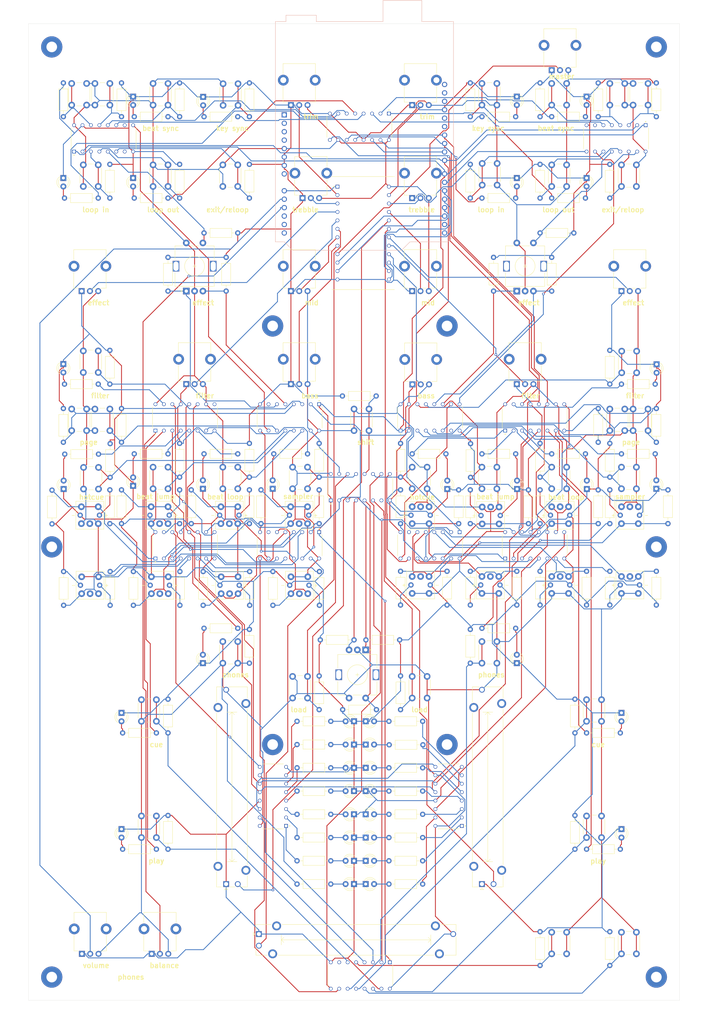
<source format=kicad_pcb>
(kicad_pcb (version 20171130) (host pcbnew 5.1.10)
  (layers (0 F.Cu signal) (31 B.Cu signal) (34 B.Paste user) (35 F.Paste user) (36 B.SilkS user) (37 F.SilkS user) (38 B.Mask user) (39 F.Mask user) (44 Edge.Cuts user))
  (net 0 "")
  (net 1 GND)
  (net 2 "Net-(A1-Pad26)")
  (net 3 "Net-(A1-Pad25)")
  (net 4 "Net-(A1-Pad9)")
  (net 5 "Net-(A1-Pad24)")
  (net 6 "Net-(A1-Pad23)")
  (net 7 "Net-(A1-Pad22)")
  (net 8 "Net-(A1-Pad21)")
  (net 9 +5V)
  (net 10 "Net-(A1-Pad20)")
  (net 11 "Net-(A1-Pad19)")
  (net 12 "Net-(A1-Pad18)")
  (net 13 "Net-(A1-Pad17)")
  (net 14 "Net-(D9-Pad2)")
  (net 15 "Net-(D10-Pad2)")
  (net 16 "Net-(D11-Pad2)")
  (net 17 "Net-(D12-Pad2)")
  (net 18 "Net-(D13-Pad2)")
  (net 19 "Net-(D14-Pad2)")
  (net 20 "Net-(D15-Pad2)")
  (net 21 "Net-(D16-Pad2)")
  (net 22 "Net-(D25-Pad2)")
  (net 23 "Net-(D26-Pad2)")
  (net 24 "Net-(D27-Pad2)")
  (net 25 "Net-(D28-Pad2)")
  (net 26 "Net-(D29-Pad2)")
  (net 27 "Net-(D30-Pad2)")
  (net 28 "Net-(D31-Pad2)")
  (net 29 "Net-(D32-Pad2)")
  (net 30 "Net-(R49-Pad1)")
  (net 31 "Net-(R50-Pad1)")
  (net 32 "Net-(R51-Pad1)")
  (net 33 "Net-(R52-Pad1)")
  (net 34 "Net-(R53-Pad1)")
  (net 35 "Net-(R54-Pad1)")
  (net 36 "Net-(R55-Pad1)")
  (net 37 "Net-(R56-Pad1)")
  (net 38 "Net-(D49-Pad2)")
  (net 39 "Net-(D50-Pad2)")
  (net 40 "Net-(D51-Pad2)")
  (net 41 "Net-(D52-Pad2)")
  (net 42 "Net-(D53-Pad2)")
  (net 43 "Net-(D54-Pad2)")
  (net 44 "Net-(D55-Pad2)")
  (net 45 "Net-(D56-Pad2)")
  (net 46 "Net-(A1-Pad11)")
  (net 47 "Net-(A1-Pad10)")
  (net 48 "Net-(D1-Pad2)")
  (net 49 "Net-(D2-Pad2)")
  (net 50 "Net-(D3-Pad2)")
  (net 51 "Net-(D4-Pad2)")
  (net 52 "Net-(D5-Pad2)")
  (net 53 "Net-(D6-Pad2)")
  (net 54 "Net-(D7-Pad2)")
  (net 55 "Net-(D8-Pad2)")
  (net 56 "Net-(D41-Pad2)")
  (net 57 "Net-(D42-Pad2)")
  (net 58 "Net-(D43-Pad2)")
  (net 59 "Net-(D44-Pad2)")
  (net 60 "Net-(D45-Pad2)")
  (net 61 "Net-(D46-Pad2)")
  (net 62 "Net-(D47-Pad2)")
  (net 63 "Net-(D48-Pad2)")
  (net 64 "Net-(R33-Pad1)")
  (net 65 "Net-(R34-Pad1)")
  (net 66 "Net-(R35-Pad1)")
  (net 67 "Net-(R36-Pad1)")
  (net 68 "Net-(R37-Pad1)")
  (net 69 "Net-(R38-Pad1)")
  (net 70 "Net-(R39-Pad1)")
  (net 71 "Net-(R40-Pad1)")
  (net 72 "Net-(B0-Pad14)")
  (net 73 "Net-(B0-Pad13)")
  (net 74 "Net-(B0-Pad12)")
  (net 75 "Net-(B0-Pad11)")
  (net 76 "Net-(B0-Pad10)")
  (net 77 "Net-(B0-Pad6)")
  (net 78 "Net-(B0-Pad5)")
  (net 79 "Net-(B0-Pad4)")
  (net 80 "Net-(B0-Pad3)")
  (net 81 "Net-(B1-Pad14)")
  (net 82 "Net-(B1-Pad13)")
  (net 83 "Net-(B1-Pad12)")
  (net 84 "Net-(B1-Pad11)")
  (net 85 "Net-(B1-Pad10)")
  (net 86 "Net-(B1-Pad6)")
  (net 87 "Net-(B1-Pad5)")
  (net 88 "Net-(B1-Pad4)")
  (net 89 "Net-(B1-Pad3)")
  (net 90 "Net-(B2-Pad11)")
  (net 91 "Net-(B2-Pad13)")
  (net 92 "Net-(B2-Pad12)")
  (net 93 "Net-(B2-Pad10)")
  (net 94 "Net-(B2-Pad6)")
  (net 95 "Net-(B2-Pad5)")
  (net 96 "Net-(B2-Pad4)")
  (net 97 "Net-(B2-Pad3)")
  (net 98 "Net-(B3-Pad14)")
  (net 99 "Net-(B3-Pad13)")
  (net 100 "Net-(B3-Pad12)")
  (net 101 "Net-(B3-Pad11)")
  (net 102 "Net-(B3-Pad10)")
  (net 103 "Net-(B3-Pad6)")
  (net 104 "Net-(B3-Pad5)")
  (net 105 "Net-(B3-Pad4)")
  (net 106 "Net-(B3-Pad3)")
  (net 107 "Net-(B4-Pad14)")
  (net 108 "Net-(B4-Pad13)")
  (net 109 "Net-(B4-Pad12)")
  (net 110 "Net-(B4-Pad11)")
  (net 111 "Net-(B4-Pad10)")
  (net 112 "Net-(B4-Pad6)")
  (net 113 "Net-(B4-Pad5)")
  (net 114 "Net-(B4-Pad4)")
  (net 115 "Net-(B4-Pad3)")
  (net 116 "Net-(B5-Pad3)")
  (net 117 "Net-(B5-Pad4)")
  (net 118 "Net-(B5-Pad5)")
  (net 119 "Net-(B5-Pad6)")
  (net 120 "Net-(B5-Pad10)")
  (net 121 "Net-(B5-Pad11)")
  (net 122 "Net-(B5-Pad12)")
  (net 123 "Net-(B5-Pad13)")
  (net 124 "Net-(B5-Pad14)")
  (net 125 "Net-(B6-Pad14)")
  (net 126 "Net-(B6-Pad13)")
  (net 127 "Net-(B6-Pad12)")
  (net 128 "Net-(B6-Pad11)")
  (net 129 "Net-(B6-Pad10)")
  (net 130 "Net-(B6-Pad6)")
  (net 131 "Net-(B6-Pad5)")
  (net 132 "Net-(B6-Pad4)")
  (net 133 "Net-(B6-Pad3)")
  (net 134 "Net-(L0-Pad15)")
  (net 135 "Net-(L0-Pad9)")
  (net 136 "Net-(L0-Pad7)")
  (net 137 "Net-(L0-Pad6)")
  (net 138 "Net-(L0-Pad5)")
  (net 139 "Net-(L0-Pad4)")
  (net 140 "Net-(L0-Pad3)")
  (net 141 "Net-(L0-Pad2)")
  (net 142 "Net-(L0-Pad1)")
  (net 143 "Net-(L1-Pad1)")
  (net 144 "Net-(L1-Pad2)")
  (net 145 "Net-(L1-Pad3)")
  (net 146 "Net-(L1-Pad4)")
  (net 147 "Net-(L1-Pad5)")
  (net 148 "Net-(L1-Pad6)")
  (net 149 "Net-(L1-Pad7)")
  (net 150 "Net-(L1-Pad9)")
  (net 151 "Net-(L1-Pad15)")
  (net 152 "Net-(L2-Pad1)")
  (net 153 "Net-(L2-Pad2)")
  (net 154 "Net-(L2-Pad3)")
  (net 155 "Net-(L2-Pad4)")
  (net 156 "Net-(L2-Pad5)")
  (net 157 "Net-(L2-Pad6)")
  (net 158 "Net-(L2-Pad7)")
  (net 159 "Net-(L2-Pad9)")
  (net 160 "Net-(L2-Pad15)")
  (net 161 "Net-(L3-Pad15)")
  (net 162 "Net-(L3-Pad9)")
  (net 163 "Net-(L3-Pad7)")
  (net 164 "Net-(L3-Pad6)")
  (net 165 "Net-(L3-Pad5)")
  (net 166 "Net-(L3-Pad4)")
  (net 167 "Net-(L3-Pad3)")
  (net 168 "Net-(L3-Pad2)")
  (net 169 "Net-(L3-Pad1)")
  (net 170 "Net-(L4-Pad1)")
  (net 171 "Net-(L4-Pad2)")
  (net 172 "Net-(L4-Pad3)")
  (net 173 "Net-(L4-Pad4)")
  (net 174 "Net-(L4-Pad5)")
  (net 175 "Net-(L4-Pad6)")
  (net 176 "Net-(L4-Pad7)")
  (net 177 "Net-(L4-Pad9)")
  (net 178 "Net-(L4-Pad15)")
  (net 179 "Net-(L5-Pad15)")
  (net 180 "Net-(L5-Pad9)")
  (net 181 "Net-(L5-Pad7)")
  (net 182 "Net-(L5-Pad6)")
  (net 183 "Net-(L5-Pad5)")
  (net 184 "Net-(L5-Pad4)")
  (net 185 "Net-(L5-Pad3)")
  (net 186 "Net-(L5-Pad2)")
  (net 187 "Net-(L5-Pad1)")
  (net 188 "Net-(L6-Pad15)")
  (net 189 "Net-(L6-Pad7)")
  (net 190 "Net-(L6-Pad6)")
  (net 191 "Net-(L6-Pad5)")
  (net 192 "Net-(L6-Pad4)")
  (net 193 "Net-(L6-Pad3)")
  (net 194 "Net-(L6-Pad2)")
  (net 195 "Net-(L6-Pad1)")
  (net 196 "Net-(M0-Pad23)")
  (net 197 "Net-(M0-Pad22)")
  (net 198 "Net-(M0-Pad21)")
  (net 199 "Net-(M0-Pad20)")
  (net 200 "Net-(M0-Pad19)")
  (net 201 "Net-(M0-Pad18)")
  (net 202 "Net-(M0-Pad17)")
  (net 203 "Net-(M0-Pad16)")
  (net 204 "Net-(M0-Pad9)")
  (net 205 "Net-(M0-Pad8)")
  (net 206 "Net-(M0-Pad7)")
  (net 207 "Net-(M0-Pad6)")
  (net 208 "Net-(M0-Pad5)")
  (net 209 "Net-(M0-Pad4)")
  (net 210 "Net-(M0-Pad3)")
  (net 211 "Net-(M0-Pad2)")
  (net 212 "Net-(B7-Pad14)")
  (net 213 "Net-(B7-Pad13)")
  (net 214 "Net-(B7-Pad12)")
  (net 215 "Net-(B7-Pad11)")
  (net 216 "Net-(B7-Pad6)")
  (net 217 "Net-(B7-Pad5)")
  (net 218 "Net-(B7-Pad4)")
  (net 219 "Net-(B7-Pad3)")
  (net 220 "Net-(B2-Pad14)")
  (module MountingHole:MountingHole_3.2mm_M3_Pad_TopBottom (layer F.Cu) (at 73.5 217)
    (fp_text reference H8 hide)
    (fp_text value MountingHole_3.2mm_M3_Pad_TopBottom)
    (pad 1 thru_hole circle (at 0 0) (size 3.6 3.6) (drill 3.2) (layers *.Cu *.Mask))
    (pad 1 connect circle (at 0 0) (size 6.4 6.4) (layers F.Cu F.Mask))
    (pad 1 connect circle (at 0 0) (size 6.4 6.4) (layers B.Cu B.Mask))
  )
  (module MountingHole:MountingHole_3.2mm_M3_Pad_TopBottom (layer F.Cu) (at 73.5 91)
    (fp_text reference H6 hide)
    (fp_text value MountingHole_3.2mm_M3_Pad_TopBottom)
    (pad 1 thru_hole circle (at 0 0) (size 3.6 3.6) (drill 3.2) (layers *.Cu *.Mask))
    (pad 1 connect circle (at 0 0) (size 6.4 6.4) (layers F.Cu F.Mask))
    (pad 1 connect circle (at 0 0) (size 6.4 6.4) (layers B.Cu B.Mask))
  )
  (module MountingHole:MountingHole_3.2mm_M3_Pad_TopBottom (layer F.Cu) (at 126 91)
    (fp_text reference H7 hide)
    (fp_text value MountingHole_3.2mm_M3_Pad_TopBottom)
    (pad 1 thru_hole circle (at 0 0) (size 3.6 3.6) (drill 3.2) (layers *.Cu *.Mask))
    (pad 1 connect circle (at 0 0) (size 6.4 6.4) (layers F.Cu F.Mask))
    (pad 1 connect circle (at 0 0) (size 6.4 6.4) (layers B.Cu B.Mask))
  )
  (module MountingHole:MountingHole_3.2mm_M3_Pad_TopBottom (layer F.Cu) (at 126 217)
    (fp_text reference H9 hide)
    (fp_text value MountingHole_3.2mm_M3_Pad_TopBottom)
    (pad 1 thru_hole circle (at 0 0) (size 3.6 3.6) (drill 3.2) (layers *.Cu *.Mask))
    (pad 1 connect circle (at 0 0) (size 6.4 6.4) (layers F.Cu F.Mask))
    (pad 1 connect circle (at 0 0) (size 6.4 6.4) (layers B.Cu B.Mask))
  )
  (module MountingHole:MountingHole_3.2mm_M3_Pad_TopBottom (layer F.Cu) (at 7 157.5)
    (fp_text reference H4 hide)
    (fp_text value MountingHole_3.2mm_M3_Pad_TopBottom)
    (pad 1 thru_hole circle (at 0 0) (size 3.6 3.6) (drill 3.2) (layers *.Cu *.Mask))
    (pad 1 connect circle (at 0 0) (size 6.4 6.4) (layers F.Cu F.Mask))
    (pad 1 connect circle (at 0 0) (size 6.4 6.4) (layers B.Cu B.Mask))
  )
  (module MountingHole:MountingHole_3.2mm_M3_Pad_TopBottom (layer F.Cu) (at 189 157.5)
    (fp_text reference H5 hide)
    (fp_text value MountingHole_3.2mm_M3_Pad_TopBottom)
    (pad 1 connect circle (at 0 0) (size 6.4 6.4) (layers B.Cu B.Mask))
    (pad 1 connect circle (at 0 0) (size 6.4 6.4) (layers F.Cu F.Mask))
    (pad 1 thru_hole circle (at 0 0) (size 3.6 3.6) (drill 3.2) (layers *.Cu *.Mask))
  )
  (module MountingHole:MountingHole_3.2mm_M3_Pad_TopBottom (layer F.Cu) (at 189 287)
    (fp_text reference H3 hide)
    (fp_text value MountingHole_3.2mm_M3_Pad_TopBottom)
    (pad 1 thru_hole circle (at 0 0) (size 3.6 3.6) (drill 3.2) (layers *.Cu *.Mask))
    (pad 1 connect circle (at 0 0) (size 6.4 6.4) (layers F.Cu F.Mask))
    (pad 1 connect circle (at 0 0) (size 6.4 6.4) (layers B.Cu B.Mask))
  )
  (module MountingHole:MountingHole_3.2mm_M3_Pad_TopBottom (layer F.Cu) (at 7 287)
    (fp_text reference H2 hide)
    (fp_text value MountingHole_3.2mm_M3_Pad_TopBottom)
    (pad 1 thru_hole circle (at 0 0) (size 3.6 3.6) (drill 3.2) (layers *.Cu *.Mask))
    (pad 1 connect circle (at 0 0) (size 6.4 6.4) (layers F.Cu F.Mask))
    (pad 1 connect circle (at 0 0) (size 6.4 6.4) (layers B.Cu B.Mask))
  )
  (module MountingHole:MountingHole_3.2mm_M3_Pad_TopBottom (layer F.Cu) (at 189 7)
    (fp_text reference H1 hide)
    (fp_text value MountingHole_3.2mm_M3_Pad_TopBottom)
    (pad 1 thru_hole circle (at 0 0) (size 3.6 3.6) (drill 3.2) (layers *.Cu *.Mask))
    (pad 1 connect circle (at 0 0) (size 6.4 6.4) (layers F.Cu F.Mask))
    (pad 1 connect circle (at 0 0) (size 6.4 6.4) (layers B.Cu B.Mask))
  )
  (module MountingHole:MountingHole_3.2mm_M3_Pad_TopBottom (layer F.Cu) (at 7 7)
    (fp_text reference H0 hide)
    (fp_text value MountingHole_3.2mm_M3_Pad_TopBottom)
    (pad 1 connect circle (at 0 0) (size 6.4 6.4) (layers B.Cu B.Mask))
    (pad 1 connect circle (at 0 0) (size 6.4 6.4) (layers F.Cu F.Mask))
    (pad 1 thru_hole circle (at 0 0) (size 3.6 3.6) (drill 3.2) (layers *.Cu *.Mask))
  )
  (module Button_Switch_THT:SW_PUSH_6mm_H13mm (layer F.Cu) (at 141 186 270)
    (fp_text reference SW57 hide)
    (fp_text value SW_Push)
    (pad 1 thru_hole circle (at 6.5 0) (size 2 2) (drill 1.1) (layers *.Cu *.Mask) (net 9 +5V))
    (pad 2 thru_hole circle (at 6.5 4.5) (size 2 2) (drill 1.1) (layers *.Cu *.Mask) (net 110 "Net-(B4-Pad11)"))
    (pad 1 thru_hole circle (at 0 0) (size 2 2) (drill 1.1) (layers *.Cu *.Mask) (net 9 +5V))
    (pad 2 thru_hole circle (at 0 4.5) (size 2 2) (drill 1.1) (layers *.Cu *.Mask) (net 110 "Net-(B4-Pad11)"))
  )
  (module Button_Switch_THT:SW_PUSH_6mm_H13mm (layer F.Cu) (at 120 133.5 270)
    (fp_text reference SW56 hide)
    (fp_text value SW_Push)
    (pad 1 thru_hole circle (at 6.5 0) (size 2 2) (drill 1.1) (layers *.Cu *.Mask) (net 9 +5V))
    (pad 2 thru_hole circle (at 6.5 4.5) (size 2 2) (drill 1.1) (layers *.Cu *.Mask) (net 101 "Net-(B3-Pad11)"))
    (pad 1 thru_hole circle (at 0 0) (size 2 2) (drill 1.1) (layers *.Cu *.Mask) (net 9 +5V))
    (pad 2 thru_hole circle (at 0 4.5) (size 2 2) (drill 1.1) (layers *.Cu *.Mask) (net 101 "Net-(B3-Pad11)"))
  )
  (module Button_Switch_THT:SW_PUSH_6mm_H13mm (layer F.Cu) (at 115.5 203 90)
    (fp_text reference SW54 hide)
    (fp_text value SW_Push)
    (pad 1 thru_hole circle (at 6.5 0 180) (size 2 2) (drill 1.1) (layers *.Cu *.Mask) (net 103 "Net-(B3-Pad6)"))
    (pad 2 thru_hole circle (at 6.5 4.5 180) (size 2 2) (drill 1.1) (layers *.Cu *.Mask) (net 9 +5V))
    (pad 1 thru_hole circle (at 0 0 180) (size 2 2) (drill 1.1) (layers *.Cu *.Mask) (net 103 "Net-(B3-Pad6)"))
    (pad 2 thru_hole circle (at 0 4.5 180) (size 2 2) (drill 1.1) (layers *.Cu *.Mask) (net 9 +5V))
  )
  (module Button_Switch_THT:SW_PUSH_6mm_H13mm (layer F.Cu) (at 58.5 49 90)
    (fp_text reference SW53 hide)
    (fp_text value SW_Push)
    (pad 1 thru_hole circle (at 6.5 0 180) (size 2 2) (drill 1.1) (layers *.Cu *.Mask) (net 9 +5V))
    (pad 2 thru_hole circle (at 6.5 4.5 180) (size 2 2) (drill 1.1) (layers *.Cu *.Mask) (net 216 "Net-(B7-Pad6)"))
    (pad 1 thru_hole circle (at 0 0 180) (size 2 2) (drill 1.1) (layers *.Cu *.Mask) (net 9 +5V))
    (pad 2 thru_hole circle (at 0 4.5 180) (size 2 2) (drill 1.1) (layers *.Cu *.Mask) (net 216 "Net-(B7-Pad6)"))
  )
  (module Button_Switch_THT:SW_PUSH_6mm_H13mm (layer F.Cu) (at 42 42.5 270)
    (fp_text reference SW52 hide)
    (fp_text value SW_Push)
    (pad 1 thru_hole circle (at 6.5 0) (size 2 2) (drill 1.1) (layers *.Cu *.Mask) (net 218 "Net-(B7-Pad4)"))
    (pad 2 thru_hole circle (at 6.5 4.5) (size 2 2) (drill 1.1) (layers *.Cu *.Mask) (net 9 +5V))
    (pad 1 thru_hole circle (at 0 0) (size 2 2) (drill 1.1) (layers *.Cu *.Mask) (net 218 "Net-(B7-Pad4)"))
    (pad 2 thru_hole circle (at 0 4.5) (size 2 2) (drill 1.1) (layers *.Cu *.Mask) (net 9 +5V))
  )
  (module Button_Switch_THT:SW_PUSH_6mm_H13mm (layer F.Cu) (at 172.5 203.5 270)
    (fp_text reference SW50 hide)
    (fp_text value SW_Push)
    (pad 1 thru_hole circle (at 6.5 0) (size 2 2) (drill 1.1) (layers *.Cu *.Mask) (net 9 +5V))
    (pad 2 thru_hole circle (at 6.5 4.5) (size 2 2) (drill 1.1) (layers *.Cu *.Mask) (net 109 "Net-(B4-Pad12)"))
    (pad 1 thru_hole circle (at 0 0) (size 2 2) (drill 1.1) (layers *.Cu *.Mask) (net 9 +5V))
    (pad 2 thru_hole circle (at 0 4.5) (size 2 2) (drill 1.1) (layers *.Cu *.Mask) (net 109 "Net-(B4-Pad12)"))
  )
  (module Button_Switch_THT:SW_PUSH_6mm_H13mm (layer F.Cu) (at 98 122.5 90)
    (fp_text reference SW49 hide)
    (fp_text value SW_Push)
    (pad 1 thru_hole circle (at 6.5 0 180) (size 2 2) (drill 1.1) (layers *.Cu *.Mask) (net 9 +5V))
    (pad 2 thru_hole circle (at 6.5 4.5 180) (size 2 2) (drill 1.1) (layers *.Cu *.Mask) (net 100 "Net-(B3-Pad12)"))
    (pad 1 thru_hole circle (at 0 0 180) (size 2 2) (drill 1.1) (layers *.Cu *.Mask) (net 9 +5V))
    (pad 2 thru_hole circle (at 0 4.5 180) (size 2 2) (drill 1.1) (layers *.Cu *.Mask) (net 100 "Net-(B3-Pad12)"))
  )
  (module Button_Switch_THT:SW_PUSH_6mm_H13mm (layer F.Cu) (at 42 18 270)
    (fp_text reference SW47 hide)
    (fp_text value SW_Push)
    (pad 1 thru_hole circle (at 6.5 0) (size 2 2) (drill 1.1) (layers *.Cu *.Mask) (net 214 "Net-(B7-Pad12)"))
    (pad 2 thru_hole circle (at 6.5 4.5) (size 2 2) (drill 1.1) (layers *.Cu *.Mask) (net 9 +5V))
    (pad 1 thru_hole circle (at 0 0) (size 2 2) (drill 1.1) (layers *.Cu *.Mask) (net 214 "Net-(B7-Pad12)"))
    (pad 2 thru_hole circle (at 0 4.5) (size 2 2) (drill 1.1) (layers *.Cu *.Mask) (net 9 +5V))
  )
  (module Button_Switch_THT:SW_PUSH_6mm_H13mm (layer F.Cu) (at 13 122.5 90)
    (fp_text reference SW46 hide)
    (fp_text value SW_Push)
    (pad 1 thru_hole circle (at 6.5 0 180) (size 2 2) (drill 1.1) (layers *.Cu *.Mask) (net 132 "Net-(B6-Pad4)"))
    (pad 2 thru_hole circle (at 6.5 4.5 180) (size 2 2) (drill 1.1) (layers *.Cu *.Mask) (net 9 +5V))
    (pad 1 thru_hole circle (at 0 0 180) (size 2 2) (drill 1.1) (layers *.Cu *.Mask) (net 132 "Net-(B6-Pad4)"))
    (pad 2 thru_hole circle (at 0 4.5 180) (size 2 2) (drill 1.1) (layers *.Cu *.Mask) (net 9 +5V))
  )
  (module Button_Switch_THT:SW_PUSH_6mm_H13mm (layer F.Cu) (at 21.08 133.58 270)
    (fp_text reference SW45 hide)
    (fp_text value SW_Push)
    (pad 1 thru_hole circle (at 6.5 0) (size 2 2) (drill 1.1) (layers *.Cu *.Mask) (net 127 "Net-(B6-Pad12)"))
    (pad 2 thru_hole circle (at 6.5 4.5) (size 2 2) (drill 1.1) (layers *.Cu *.Mask) (net 9 +5V))
    (pad 1 thru_hole circle (at 0 0) (size 2 2) (drill 1.1) (layers *.Cu *.Mask) (net 127 "Net-(B6-Pad12)"))
    (pad 2 thru_hole circle (at 0 4.5) (size 2 2) (drill 1.1) (layers *.Cu *.Mask) (net 9 +5V))
  )
  (module Button_Switch_THT:SW_PUSH_6mm_H13mm (layer F.Cu) (at 175 122.5 90)
    (fp_text reference SW44 hide)
    (fp_text value SW_Push)
    (pad 1 thru_hole circle (at 6.5 0 180) (size 2 2) (drill 1.1) (layers *.Cu *.Mask) (net 87 "Net-(B1-Pad5)"))
    (pad 2 thru_hole circle (at 6.5 4.5 180) (size 2 2) (drill 1.1) (layers *.Cu *.Mask) (net 9 +5V))
    (pad 1 thru_hole circle (at 0 0 180) (size 2 2) (drill 1.1) (layers *.Cu *.Mask) (net 87 "Net-(B1-Pad5)"))
    (pad 2 thru_hole circle (at 0 4.5 180) (size 2 2) (drill 1.1) (layers *.Cu *.Mask) (net 9 +5V))
  )
  (module Button_Switch_THT:SW_PUSH_6mm_H13mm (layer F.Cu) (at 178.58 105.08 90)
    (fp_text reference SW43 hide)
    (fp_text value SW_Push)
    (pad 1 thru_hole circle (at 6.5 0 180) (size 2 2) (drill 1.1) (layers *.Cu *.Mask) (net 82 "Net-(B1-Pad13)"))
    (pad 2 thru_hole circle (at 6.5 4.5 180) (size 2 2) (drill 1.1) (layers *.Cu *.Mask) (net 9 +5V))
    (pad 1 thru_hole circle (at 0 0 180) (size 2 2) (drill 1.1) (layers *.Cu *.Mask) (net 82 "Net-(B1-Pad13)"))
    (pad 2 thru_hole circle (at 0 4.5 180) (size 2 2) (drill 1.1) (layers *.Cu *.Mask) (net 9 +5V))
  )
  (module Button_Switch_THT:SW_PUSH_6mm_H13mm (layer F.Cu) (at 183 273.5 270)
    (fp_text reference SW41 hide)
    (fp_text value SW_Push)
    (pad 1 thru_hole circle (at 6.5 0) (size 2 2) (drill 1.1) (layers *.Cu *.Mask) (net 9 +5V))
    (pad 2 thru_hole circle (at 6.5 4.5) (size 2 2) (drill 1.1) (layers *.Cu *.Mask) (net 108 "Net-(B4-Pad13)"))
    (pad 1 thru_hole circle (at 0 0) (size 2 2) (drill 1.1) (layers *.Cu *.Mask) (net 9 +5V))
    (pad 2 thru_hole circle (at 0 4.5) (size 2 2) (drill 1.1) (layers *.Cu *.Mask) (net 108 "Net-(B4-Pad13)"))
  )
  (module Button_Switch_THT:SW_PUSH_6mm_H13mm (layer F.Cu) (at 79.5 140 90)
    (fp_text reference SW40 hide)
    (fp_text value SW_Push)
    (pad 1 thru_hole circle (at 6.5 0 180) (size 2 2) (drill 1.1) (layers *.Cu *.Mask) (net 9 +5V))
    (pad 2 thru_hole circle (at 6.5 4.5 180) (size 2 2) (drill 1.1) (layers *.Cu *.Mask) (net 99 "Net-(B3-Pad13)"))
    (pad 1 thru_hole circle (at 0 0 180) (size 2 2) (drill 1.1) (layers *.Cu *.Mask) (net 9 +5V))
    (pad 2 thru_hole circle (at 0 4.5 180) (size 2 2) (drill 1.1) (layers *.Cu *.Mask) (net 99 "Net-(B3-Pad13)"))
  )
  (module Button_Switch_THT:SW_PUSH_6mm_H13mm (layer F.Cu) (at 157.5 24.5 90)
    (fp_text reference SW38 hide)
    (fp_text value SW_Push)
    (pad 1 thru_hole circle (at 6.5 0 180) (size 2 2) (drill 1.1) (layers *.Cu *.Mask) (net 78 "Net-(B0-Pad5)"))
    (pad 2 thru_hole circle (at 6.5 4.5 180) (size 2 2) (drill 1.1) (layers *.Cu *.Mask) (net 9 +5V))
    (pad 1 thru_hole circle (at 0 0 180) (size 2 2) (drill 1.1) (layers *.Cu *.Mask) (net 78 "Net-(B0-Pad5)"))
    (pad 2 thru_hole circle (at 0 4.5 180) (size 2 2) (drill 1.1) (layers *.Cu *.Mask) (net 9 +5V))
  )
  (module Button_Switch_THT:SW_PUSH_6mm_H13mm (layer F.Cu) (at 157.5 49 90)
    (fp_text reference SW37 hide)
    (fp_text value SW_Push)
    (pad 1 thru_hole circle (at 6.5 0 180) (size 2 2) (drill 1.1) (layers *.Cu *.Mask) (net 73 "Net-(B0-Pad13)"))
    (pad 2 thru_hole circle (at 6.5 4.5 180) (size 2 2) (drill 1.1) (layers *.Cu *.Mask) (net 9 +5V))
    (pad 1 thru_hole circle (at 0 0 180) (size 2 2) (drill 1.1) (layers *.Cu *.Mask) (net 73 "Net-(B0-Pad13)"))
    (pad 2 thru_hole circle (at 0 4.5 180) (size 2 2) (drill 1.1) (layers *.Cu *.Mask) (net 9 +5V))
  )
  (module Button_Switch_THT:SW_PUSH_6mm_H13mm (layer F.Cu) (at 141.08 42.08 270)
    (fp_text reference SW36 hide)
    (fp_text value SW_Push)
    (pad 1 thru_hole circle (at 6.5 0) (size 2 2) (drill 1.1) (layers *.Cu *.Mask) (net 9 +5V))
    (pad 2 thru_hole circle (at 6.5 4.5) (size 2 2) (drill 1.1) (layers *.Cu *.Mask) (net 75 "Net-(B0-Pad11)"))
    (pad 1 thru_hole circle (at 0 0) (size 2 2) (drill 1.1) (layers *.Cu *.Mask) (net 9 +5V))
    (pad 2 thru_hole circle (at 0 4.5) (size 2 2) (drill 1.1) (layers *.Cu *.Mask) (net 75 "Net-(B0-Pad11)"))
  )
  (module Button_Switch_THT:SW_PUSH_6mm_H13mm (layer F.Cu) (at 172.5 238.5 270)
    (fp_text reference SW34 hide)
    (fp_text value SW_Push)
    (pad 1 thru_hole circle (at 6.5 0) (size 2 2) (drill 1.1) (layers *.Cu *.Mask) (net 9 +5V))
    (pad 2 thru_hole circle (at 6.5 4.5) (size 2 2) (drill 1.1) (layers *.Cu *.Mask) (net 107 "Net-(B4-Pad14)"))
    (pad 1 thru_hole circle (at 0 0) (size 2 2) (drill 1.1) (layers *.Cu *.Mask) (net 9 +5V))
    (pad 2 thru_hole circle (at 0 4.5) (size 2 2) (drill 1.1) (layers *.Cu *.Mask) (net 107 "Net-(B4-Pad14)"))
  )
  (module Button_Switch_THT:SW_PUSH_6mm_H13mm (layer F.Cu) (at 79.5 203 90)
    (fp_text reference SW33 hide)
    (fp_text value SW_Push)
    (pad 1 thru_hole circle (at 6.5 0 180) (size 2 2) (drill 1.1) (layers *.Cu *.Mask) (net 9 +5V))
    (pad 2 thru_hole circle (at 6.5 4.5 180) (size 2 2) (drill 1.1) (layers *.Cu *.Mask) (net 98 "Net-(B3-Pad14)"))
    (pad 1 thru_hole circle (at 0 0 180) (size 2 2) (drill 1.1) (layers *.Cu *.Mask) (net 9 +5V))
    (pad 2 thru_hole circle (at 0 4.5 180) (size 2 2) (drill 1.1) (layers *.Cu *.Mask) (net 98 "Net-(B3-Pad14)"))
  )
  (module Button_Switch_THT:SW_PUSH_6mm_H13mm (layer F.Cu) (at 21 42.5 270)
    (fp_text reference SW31 hide)
    (fp_text value SW_Push)
    (pad 1 thru_hole circle (at 6.5 0) (size 2 2) (drill 1.1) (layers *.Cu *.Mask) (net 219 "Net-(B7-Pad3)"))
    (pad 2 thru_hole circle (at 6.5 4.5) (size 2 2) (drill 1.1) (layers *.Cu *.Mask) (net 9 +5V))
    (pad 1 thru_hole circle (at 0 0) (size 2 2) (drill 1.1) (layers *.Cu *.Mask) (net 219 "Net-(B7-Pad3)"))
    (pad 2 thru_hole circle (at 0 4.5) (size 2 2) (drill 1.1) (layers *.Cu *.Mask) (net 9 +5V))
  )
  (module Button_Switch_THT:SW_PUSH_6mm_H13mm (layer F.Cu) (at 21 98.5 270)
    (fp_text reference SW30 hide)
    (fp_text value SW_Push)
    (pad 1 thru_hole circle (at 6.5 0) (size 2 2) (drill 1.1) (layers *.Cu *.Mask) (net 133 "Net-(B6-Pad3)"))
    (pad 2 thru_hole circle (at 6.5 4.5) (size 2 2) (drill 1.1) (layers *.Cu *.Mask) (net 9 +5V))
    (pad 1 thru_hole circle (at 0 0) (size 2 2) (drill 1.1) (layers *.Cu *.Mask) (net 133 "Net-(B6-Pad3)"))
    (pad 2 thru_hole circle (at 0 4.5) (size 2 2) (drill 1.1) (layers *.Cu *.Mask) (net 9 +5V))
  )
  (module Button_Switch_THT:SW_PUSH_6mm_H13mm (layer F.Cu) (at 136.5 140 90)
    (fp_text reference SW29 hide)
    (fp_text value SW_Push)
    (pad 1 thru_hole circle (at 6.5 0 180) (size 2 2) (drill 1.1) (layers *.Cu *.Mask) (net 81 "Net-(B1-Pad14)"))
    (pad 2 thru_hole circle (at 6.5 4.5 180) (size 2 2) (drill 1.1) (layers *.Cu *.Mask) (net 9 +5V))
    (pad 1 thru_hole circle (at 0 0 180) (size 2 2) (drill 1.1) (layers *.Cu *.Mask) (net 81 "Net-(B1-Pad14)"))
    (pad 2 thru_hole circle (at 0 4.5 180) (size 2 2) (drill 1.1) (layers *.Cu *.Mask) (net 9 +5V))
  )
  (module Button_Switch_THT:SW_PUSH_6mm_H13mm (layer F.Cu) (at 58.5 192.5 90)
    (fp_text reference SW27 hide)
    (fp_text value SW_Push)
    (pad 1 thru_hole circle (at 6.5 0 180) (size 2 2) (drill 1.1) (layers *.Cu *.Mask) (net 9 +5V))
    (pad 2 thru_hole circle (at 6.5 4.5 180) (size 2 2) (drill 1.1) (layers *.Cu *.Mask) (net 115 "Net-(B4-Pad3)"))
    (pad 1 thru_hole circle (at 0 0 180) (size 2 2) (drill 1.1) (layers *.Cu *.Mask) (net 9 +5V))
    (pad 2 thru_hole circle (at 0 4.5 180) (size 2 2) (drill 1.1) (layers *.Cu *.Mask) (net 115 "Net-(B4-Pad3)"))
  )
  (module Button_Switch_THT:SW_PUSH_6mm_H13mm (layer F.Cu) (at 178.5 49 90)
    (fp_text reference SW26 hide)
    (fp_text value SW_Push)
    (pad 1 thru_hole circle (at 6.5 0 180) (size 2 2) (drill 1.1) (layers *.Cu *.Mask) (net 72 "Net-(B0-Pad14)"))
    (pad 2 thru_hole circle (at 6.5 4.5 180) (size 2 2) (drill 1.1) (layers *.Cu *.Mask) (net 9 +5V))
    (pad 1 thru_hole circle (at 0 0 180) (size 2 2) (drill 1.1) (layers *.Cu *.Mask) (net 72 "Net-(B0-Pad14)"))
    (pad 2 thru_hole circle (at 0 4.5 180) (size 2 2) (drill 1.1) (layers *.Cu *.Mask) (net 9 +5V))
  )
  (module Button_Switch_THT:SW_PUSH_6mm_H13mm (layer F.Cu) (at 63.08 18.08 270)
    (fp_text reference SW24 hide)
    (fp_text value SW_Push)
    (pad 1 thru_hole circle (at 6.5 0) (size 2 2) (drill 1.1) (layers *.Cu *.Mask) (net 215 "Net-(B7-Pad11)"))
    (pad 2 thru_hole circle (at 6.5 4.5) (size 2 2) (drill 1.1) (layers *.Cu *.Mask) (net 9 +5V))
    (pad 1 thru_hole circle (at 0 0) (size 2 2) (drill 1.1) (layers *.Cu *.Mask) (net 215 "Net-(B7-Pad11)"))
    (pad 2 thru_hole circle (at 0 4.5) (size 2 2) (drill 1.1) (layers *.Cu *.Mask) (net 9 +5V))
  )
  (module Button_Switch_THT:SW_PUSH_6mm_H13mm (layer F.Cu) (at 24.5 116 270)
    (fp_text reference SW23 hide)
    (fp_text value SW_Push)
    (pad 1 thru_hole circle (at 6.5 0) (size 2 2) (drill 1.1) (layers *.Cu *.Mask) (net 128 "Net-(B6-Pad11)"))
    (pad 2 thru_hole circle (at 6.5 4.5) (size 2 2) (drill 1.1) (layers *.Cu *.Mask) (net 9 +5V))
    (pad 1 thru_hole circle (at 0 0) (size 2 2) (drill 1.1) (layers *.Cu *.Mask) (net 128 "Net-(B6-Pad11)"))
    (pad 2 thru_hole circle (at 0 4.5) (size 2 2) (drill 1.1) (layers *.Cu *.Mask) (net 9 +5V))
  )
  (module Button_Switch_THT:SW_PUSH_6mm_H13mm (layer F.Cu) (at 186.5 116 270)
    (fp_text reference SW22 hide)
    (fp_text value SW_Push)
    (pad 1 thru_hole circle (at 6.5 0) (size 2 2) (drill 1.1) (layers *.Cu *.Mask) (net 86 "Net-(B1-Pad6)"))
    (pad 2 thru_hole circle (at 6.5 4.5) (size 2 2) (drill 1.1) (layers *.Cu *.Mask) (net 9 +5V))
    (pad 1 thru_hole circle (at 0 0) (size 2 2) (drill 1.1) (layers *.Cu *.Mask) (net 86 "Net-(B1-Pad6)"))
    (pad 2 thru_hole circle (at 0 4.5) (size 2 2) (drill 1.1) (layers *.Cu *.Mask) (net 9 +5V))
  )
  (module Button_Switch_THT:SW_PUSH_6mm_H13mm (layer F.Cu) (at 136.5 24.5 90)
    (fp_text reference SW21 hide)
    (fp_text value SW_Push)
    (pad 1 thru_hole circle (at 6.5 0 180) (size 2 2) (drill 1.1) (layers *.Cu *.Mask) (net 77 "Net-(B0-Pad6)"))
    (pad 2 thru_hole circle (at 6.5 4.5 180) (size 2 2) (drill 1.1) (layers *.Cu *.Mask) (net 9 +5V))
    (pad 1 thru_hole circle (at 0 0 180) (size 2 2) (drill 1.1) (layers *.Cu *.Mask) (net 77 "Net-(B0-Pad6)"))
    (pad 2 thru_hole circle (at 0 4.5 180) (size 2 2) (drill 1.1) (layers *.Cu *.Mask) (net 9 +5V))
  )
  (module Button_Switch_THT:SW_PUSH_6mm_H13mm (layer F.Cu) (at 34 210 90)
    (fp_text reference SW19 hide)
    (fp_text value SW_Push)
    (pad 1 thru_hole circle (at 6.5 0 180) (size 2 2) (drill 1.1) (layers *.Cu *.Mask) (net 9 +5V))
    (pad 2 thru_hole circle (at 6.5 4.5 180) (size 2 2) (drill 1.1) (layers *.Cu *.Mask) (net 114 "Net-(B4-Pad4)"))
    (pad 1 thru_hole circle (at 0 0 180) (size 2 2) (drill 1.1) (layers *.Cu *.Mask) (net 9 +5V))
    (pad 2 thru_hole circle (at 0 4.5 180) (size 2 2) (drill 1.1) (layers *.Cu *.Mask) (net 114 "Net-(B4-Pad4)"))
  )
  (module Button_Switch_THT:SW_PUSH_6mm_H13mm (layer F.Cu) (at 13 24.5 90)
    (fp_text reference SW15 hide)
    (fp_text value SW_Push)
    (pad 1 thru_hole circle (at 6.5 0 180) (size 2 2) (drill 1.1) (layers *.Cu *.Mask) (net 212 "Net-(B7-Pad14)"))
    (pad 2 thru_hole circle (at 6.5 4.5 180) (size 2 2) (drill 1.1) (layers *.Cu *.Mask) (net 9 +5V))
    (pad 1 thru_hole circle (at 0 0 180) (size 2 2) (drill 1.1) (layers *.Cu *.Mask) (net 212 "Net-(B7-Pad14)"))
    (pad 2 thru_hole circle (at 0 4.5 180) (size 2 2) (drill 1.1) (layers *.Cu *.Mask) (net 9 +5V))
  )
  (module Button_Switch_THT:SW_PUSH_6mm_H13mm (layer F.Cu) (at 63 133.5 270)
    (fp_text reference SW14 hide)
    (fp_text value SW_Push)
    (pad 1 thru_hole circle (at 6.5 0) (size 2 2) (drill 1.1) (layers *.Cu *.Mask) (net 125 "Net-(B6-Pad14)"))
    (pad 2 thru_hole circle (at 6.5 4.5) (size 2 2) (drill 1.1) (layers *.Cu *.Mask) (net 9 +5V))
    (pad 1 thru_hole circle (at 0 0) (size 2 2) (drill 1.1) (layers *.Cu *.Mask) (net 125 "Net-(B6-Pad14)"))
    (pad 2 thru_hole circle (at 0 4.5) (size 2 2) (drill 1.1) (layers *.Cu *.Mask) (net 9 +5V))
  )
  (module Button_Switch_THT:SW_PUSH_6mm_H13mm (layer F.Cu) (at 162 273.5 270)
    (fp_text reference SW12 hide)
    (fp_text value SW_Push)
    (pad 1 thru_hole circle (at 6.5 0) (size 2 2) (drill 1.1) (layers *.Cu *.Mask) (net 9 +5V))
    (pad 2 thru_hole circle (at 6.5 4.5) (size 2 2) (drill 1.1) (layers *.Cu *.Mask) (net 113 "Net-(B4-Pad5)"))
    (pad 1 thru_hole circle (at 0 0) (size 2 2) (drill 1.1) (layers *.Cu *.Mask) (net 9 +5V))
    (pad 2 thru_hole circle (at 0 4.5) (size 2 2) (drill 1.1) (layers *.Cu *.Mask) (net 113 "Net-(B4-Pad5)"))
  )
  (module Button_Switch_THT:SW_PUSH_6mm_H13mm (layer F.Cu) (at 157.5 140 90)
    (fp_text reference SW11 hide)
    (fp_text value SW_Push)
    (pad 1 thru_hole circle (at 6.5 0 180) (size 2 2) (drill 1.1) (layers *.Cu *.Mask) (net 89 "Net-(B1-Pad3)"))
    (pad 2 thru_hole circle (at 6.5 4.5 180) (size 2 2) (drill 1.1) (layers *.Cu *.Mask) (net 9 +5V))
    (pad 1 thru_hole circle (at 0 0 180) (size 2 2) (drill 1.1) (layers *.Cu *.Mask) (net 89 "Net-(B1-Pad3)"))
    (pad 2 thru_hole circle (at 0 4.5 180) (size 2 2) (drill 1.1) (layers *.Cu *.Mask) (net 9 +5V))
  )
  (module Button_Switch_THT:SW_PUSH_6mm_H13mm (layer F.Cu) (at 186.5 18 270)
    (fp_text reference SW9 hide)
    (fp_text value SW_Push)
    (pad 1 thru_hole circle (at 6.5 0) (size 2 2) (drill 1.1) (layers *.Cu *.Mask) (net 80 "Net-(B0-Pad3)"))
    (pad 2 thru_hole circle (at 6.5 4.5) (size 2 2) (drill 1.1) (layers *.Cu *.Mask) (net 9 +5V))
    (pad 1 thru_hole circle (at 0 0) (size 2 2) (drill 1.1) (layers *.Cu *.Mask) (net 80 "Net-(B0-Pad3)"))
    (pad 2 thru_hole circle (at 0 4.5) (size 2 2) (drill 1.1) (layers *.Cu *.Mask) (net 9 +5V))
  )
  (module Button_Switch_THT:SW_PUSH_6mm_H13mm (layer F.Cu) (at 24.5 18 270)
    (fp_text reference SW7 hide)
    (fp_text value SW_Push)
    (pad 1 thru_hole circle (at 6.5 0) (size 2 2) (drill 1.1) (layers *.Cu *.Mask) (net 213 "Net-(B7-Pad13)"))
    (pad 2 thru_hole circle (at 6.5 4.5) (size 2 2) (drill 1.1) (layers *.Cu *.Mask) (net 9 +5V))
    (pad 1 thru_hole circle (at 0 0) (size 2 2) (drill 1.1) (layers *.Cu *.Mask) (net 213 "Net-(B7-Pad13)"))
    (pad 2 thru_hole circle (at 0 4.5) (size 2 2) (drill 1.1) (layers *.Cu *.Mask) (net 9 +5V))
  )
  (module Button_Switch_THT:SW_PUSH_6mm_H13mm (layer F.Cu) (at 34 245 90)
    (fp_text reference SW5 hide)
    (fp_text value SW_Push)
    (pad 1 thru_hole circle (at 6.5 0 180) (size 2 2) (drill 1.1) (layers *.Cu *.Mask) (net 9 +5V))
    (pad 2 thru_hole circle (at 6.5 4.5 180) (size 2 2) (drill 1.1) (layers *.Cu *.Mask) (net 112 "Net-(B4-Pad6)"))
    (pad 1 thru_hole circle (at 0 0 180) (size 2 2) (drill 1.1) (layers *.Cu *.Mask) (net 9 +5V))
    (pad 2 thru_hole circle (at 0 4.5 180) (size 2 2) (drill 1.1) (layers *.Cu *.Mask) (net 112 "Net-(B4-Pad6)"))
  )
  (module Button_Switch_THT:SW_PUSH_6mm_H13mm (layer F.Cu) (at 42 133.5 270)
    (fp_text reference SW4 hide)
    (fp_text value SW_Push)
    (pad 1 thru_hole circle (at 6.5 0) (size 2 2) (drill 1.1) (layers *.Cu *.Mask) (net 126 "Net-(B6-Pad13)"))
    (pad 2 thru_hole circle (at 6.5 4.5) (size 2 2) (drill 1.1) (layers *.Cu *.Mask) (net 9 +5V))
    (pad 1 thru_hole circle (at 0 0) (size 2 2) (drill 1.1) (layers *.Cu *.Mask) (net 126 "Net-(B6-Pad13)"))
    (pad 2 thru_hole circle (at 0 4.5) (size 2 2) (drill 1.1) (layers *.Cu *.Mask) (net 9 +5V))
  )
  (module Button_Switch_THT:SW_PUSH_6mm_H13mm (layer F.Cu) (at 178.5 140 90)
    (fp_text reference SW2 hide)
    (fp_text value SW_Push)
    (pad 1 thru_hole circle (at 6.5 0 180) (size 2 2) (drill 1.1) (layers *.Cu *.Mask) (net 88 "Net-(B1-Pad4)"))
    (pad 2 thru_hole circle (at 6.5 4.5 180) (size 2 2) (drill 1.1) (layers *.Cu *.Mask) (net 9 +5V))
    (pad 1 thru_hole circle (at 0 0 180) (size 2 2) (drill 1.1) (layers *.Cu *.Mask) (net 88 "Net-(B1-Pad4)"))
    (pad 2 thru_hole circle (at 0 4.5 180) (size 2 2) (drill 1.1) (layers *.Cu *.Mask) (net 9 +5V))
  )
  (module Button_Switch_THT:SW_PUSH_6mm_H13mm (layer F.Cu) (at 175 24.5 90)
    (fp_text reference SW1 hide)
    (fp_text value SW_Push)
    (pad 1 thru_hole circle (at 6.5 0 180) (size 2 2) (drill 1.1) (layers *.Cu *.Mask) (net 79 "Net-(B0-Pad4)"))
    (pad 2 thru_hole circle (at 6.5 4.5 180) (size 2 2) (drill 1.1) (layers *.Cu *.Mask) (net 9 +5V))
    (pad 1 thru_hole circle (at 0 0 180) (size 2 2) (drill 1.1) (layers *.Cu *.Mask) (net 79 "Net-(B0-Pad4)"))
    (pad 2 thru_hole circle (at 0 4.5 180) (size 2 2) (drill 1.1) (layers *.Cu *.Mask) (net 9 +5V))
  )
  (module LED_THT:LED_D3.0mm (layer F.Cu) (at 10.5 46.46 270)
    (fp_text reference D16 hide)
    (fp_text value LED)
    (pad 2 thru_hole circle (at 2.54 0 270) (size 1.8 1.8) (drill 0.9) (layers *.Cu *.Mask) (net 21 "Net-(D16-Pad2)"))
    (pad 1 thru_hole rect (at 0 0 270) (size 1.8 1.8) (drill 0.9) (layers *.Cu *.Mask) (net 1 GND))
  )
  (module LED_THT:LED_D3.0mm (layer F.Cu) (at 31.5 21.96 270)
    (fp_text reference D15 hide)
    (fp_text value LED)
    (pad 2 thru_hole circle (at 2.54 0 270) (size 1.8 1.8) (drill 0.9) (layers *.Cu *.Mask) (net 20 "Net-(D15-Pad2)"))
    (pad 1 thru_hole rect (at 0 0 270) (size 1.8 1.8) (drill 0.9) (layers *.Cu *.Mask) (net 1 GND))
  )
  (module LED_THT:LED_D3.0mm (layer F.Cu) (at 31.5 46.46 270)
    (fp_text reference D14 hide)
    (fp_text value LED)
    (pad 2 thru_hole circle (at 2.54 0 270) (size 1.8 1.8) (drill 0.9) (layers *.Cu *.Mask) (net 19 "Net-(D14-Pad2)"))
    (pad 1 thru_hole rect (at 0 0 270) (size 1.8 1.8) (drill 0.9) (layers *.Cu *.Mask) (net 1 GND))
  )
  (module LED_THT:LED_D3.0mm (layer F.Cu) (at 52.58 22.04 270)
    (fp_text reference D13 hide)
    (fp_text value LED)
    (pad 2 thru_hole circle (at 2.54 0 270) (size 1.8 1.8) (drill 0.9) (layers *.Cu *.Mask) (net 18 "Net-(D13-Pad2)"))
    (pad 1 thru_hole rect (at 0 0 270) (size 1.8 1.8) (drill 0.9) (layers *.Cu *.Mask) (net 1 GND))
  )
  (module LED_THT:LED_D3.0mm (layer F.Cu) (at 147 21.96 270)
    (fp_text reference D12 hide)
    (fp_text value LED)
    (pad 2 thru_hole circle (at 2.54 0 270) (size 1.8 1.8) (drill 0.9) (layers *.Cu *.Mask) (net 17 "Net-(D12-Pad2)"))
    (pad 1 thru_hole rect (at 0 0 270) (size 1.8 1.8) (drill 0.9) (layers *.Cu *.Mask) (net 1 GND))
  )
  (module LED_THT:LED_D3.0mm (layer F.Cu) (at 168 21.96 270)
    (fp_text reference D11 hide)
    (fp_text value LED)
    (pad 2 thru_hole circle (at 2.54 0 270) (size 1.8 1.8) (drill 0.9) (layers *.Cu *.Mask) (net 16 "Net-(D11-Pad2)"))
    (pad 1 thru_hole rect (at 0 0 270) (size 1.8 1.8) (drill 0.9) (layers *.Cu *.Mask) (net 1 GND))
  )
  (module LED_THT:LED_D3.0mm (layer F.Cu) (at 168 46.46 270)
    (fp_text reference D10 hide)
    (fp_text value LED)
    (pad 2 thru_hole circle (at 2.54 0 270) (size 1.8 1.8) (drill 0.9) (layers *.Cu *.Mask) (net 15 "Net-(D10-Pad2)"))
    (pad 1 thru_hole rect (at 0 0 270) (size 1.8 1.8) (drill 0.9) (layers *.Cu *.Mask) (net 1 GND))
  )
  (module LED_THT:LED_D3.0mm (layer F.Cu) (at 147 46.46 270)
    (fp_text reference D9 hide)
    (fp_text value LED)
    (pad 2 thru_hole circle (at 2.54 0 270) (size 1.8 1.8) (drill 0.9) (layers *.Cu *.Mask) (net 14 "Net-(D9-Pad2)"))
    (pad 1 thru_hole rect (at 0 0 270) (size 1.8 1.8) (drill 0.9) (layers *.Cu *.Mask) (net 1 GND))
  )
  (module LED_THT:LED_D3.0mm (layer F.Cu) (at 101.5 210)
    (fp_text reference D8 hide)
    (fp_text value LED)
    (pad 2 thru_hole circle (at 2.54 0) (size 1.8 1.8) (drill 0.9) (layers *.Cu *.Mask) (net 55 "Net-(D8-Pad2)"))
    (pad 1 thru_hole rect (at 0 0) (size 1.8 1.8) (drill 0.9) (layers *.Cu *.Mask) (net 1 GND))
  )
  (module LED_THT:LED_D3.0mm (layer F.Cu) (at 101.5 217)
    (fp_text reference D7 hide)
    (fp_text value LED)
    (pad 2 thru_hole circle (at 2.54 0) (size 1.8 1.8) (drill 0.9) (layers *.Cu *.Mask) (net 54 "Net-(D7-Pad2)"))
    (pad 1 thru_hole rect (at 0 0) (size 1.8 1.8) (drill 0.9) (layers *.Cu *.Mask) (net 1 GND))
  )
  (module LED_THT:LED_D3.0mm (layer F.Cu) (at 101.5 224)
    (fp_text reference D6 hide)
    (fp_text value LED)
    (pad 2 thru_hole circle (at 2.54 0) (size 1.8 1.8) (drill 0.9) (layers *.Cu *.Mask) (net 53 "Net-(D6-Pad2)"))
    (pad 1 thru_hole rect (at 0 0) (size 1.8 1.8) (drill 0.9) (layers *.Cu *.Mask) (net 1 GND))
  )
  (module LED_THT:LED_D3.0mm (layer F.Cu) (at 101.5 231)
    (fp_text reference D5 hide)
    (fp_text value LED)
    (pad 2 thru_hole circle (at 2.54 0) (size 1.8 1.8) (drill 0.9) (layers *.Cu *.Mask) (net 52 "Net-(D5-Pad2)"))
    (pad 1 thru_hole rect (at 0 0) (size 1.8 1.8) (drill 0.9) (layers *.Cu *.Mask) (net 1 GND))
  )
  (module LED_THT:LED_D3.0mm (layer F.Cu) (at 101.5 238)
    (fp_text reference D4 hide)
    (fp_text value LED)
    (pad 2 thru_hole circle (at 2.54 0) (size 1.8 1.8) (drill 0.9) (layers *.Cu *.Mask) (net 51 "Net-(D4-Pad2)"))
    (pad 1 thru_hole rect (at 0 0) (size 1.8 1.8) (drill 0.9) (layers *.Cu *.Mask) (net 1 GND))
  )
  (module LED_THT:LED_D3.0mm (layer F.Cu) (at 101.5 245)
    (fp_text reference D3 hide)
    (fp_text value LED)
    (pad 2 thru_hole circle (at 2.54 0) (size 1.8 1.8) (drill 0.9) (layers *.Cu *.Mask) (net 50 "Net-(D3-Pad2)"))
    (pad 1 thru_hole rect (at 0 0) (size 1.8 1.8) (drill 0.9) (layers *.Cu *.Mask) (net 1 GND))
  )
  (module LED_THT:LED_D3.0mm (layer F.Cu) (at 101.5 252)
    (fp_text reference D2 hide)
    (fp_text value LED)
    (pad 2 thru_hole circle (at 2.54 0) (size 1.8 1.8) (drill 0.9) (layers *.Cu *.Mask) (net 49 "Net-(D2-Pad2)"))
    (pad 1 thru_hole rect (at 0 0) (size 1.8 1.8) (drill 0.9) (layers *.Cu *.Mask) (net 1 GND))
  )
  (module LED_THT:LED_D3.0mm (layer F.Cu) (at 101.5 259)
    (fp_text reference D1 hide)
    (fp_text value LED)
    (pad 2 thru_hole circle (at 2.54 0) (size 1.8 1.8) (drill 0.9) (layers *.Cu *.Mask) (net 48 "Net-(D1-Pad2)"))
    (pad 1 thru_hole rect (at 0 0) (size 1.8 1.8) (drill 0.9) (layers *.Cu *.Mask) (net 1 GND))
  )
  (module SN74HC595N:DIP794W45P254L1969H508Q16 (layer F.Cu) (at 47.11 157.03 90)
    (fp_text reference L5 hide)
    (fp_text value 74AHC595)
    (pad 1 thru_hole rect (at -3.97 -8.89 90) (size 1.13 1.13) (drill 0.78) (layers *.Cu *.Mask) (net 187 "Net-(L5-Pad1)"))
    (pad 2 thru_hole circle (at -3.97 -6.35 90) (size 1.13 1.13) (drill 0.78) (layers *.Cu *.Mask) (net 186 "Net-(L5-Pad2)"))
    (pad 3 thru_hole circle (at -3.97 -3.81 90) (size 1.13 1.13) (drill 0.78) (layers *.Cu *.Mask) (net 185 "Net-(L5-Pad3)"))
    (pad 4 thru_hole circle (at -3.97 -1.27 90) (size 1.13 1.13) (drill 0.78) (layers *.Cu *.Mask) (net 184 "Net-(L5-Pad4)"))
    (pad 5 thru_hole circle (at -3.97 1.27 90) (size 1.13 1.13) (drill 0.78) (layers *.Cu *.Mask) (net 183 "Net-(L5-Pad5)"))
    (pad 6 thru_hole circle (at -3.97 3.81 90) (size 1.13 1.13) (drill 0.78) (layers *.Cu *.Mask) (net 182 "Net-(L5-Pad6)"))
    (pad 7 thru_hole circle (at -3.97 6.35 90) (size 1.13 1.13) (drill 0.78) (layers *.Cu *.Mask) (net 181 "Net-(L5-Pad7)"))
    (pad 8 thru_hole circle (at -3.97 8.89 90) (size 1.13 1.13) (drill 0.78) (layers *.Cu *.Mask) (net 1 GND))
    (pad 9 thru_hole circle (at 3.97 8.89 90) (size 1.13 1.13) (drill 0.78) (layers *.Cu *.Mask) (net 180 "Net-(L5-Pad9)"))
    (pad 10 thru_hole circle (at 3.97 6.35 90) (size 1.13 1.13) (drill 0.78) (layers *.Cu *.Mask) (net 9 +5V))
    (pad 11 thru_hole circle (at 3.97 3.81 90) (size 1.13 1.13) (drill 0.78) (layers *.Cu *.Mask) (net 2 "Net-(A1-Pad26)"))
    (pad 12 thru_hole circle (at 3.97 1.27 90) (size 1.13 1.13) (drill 0.78) (layers *.Cu *.Mask) (net 3 "Net-(A1-Pad25)"))
    (pad 13 thru_hole circle (at 3.97 -1.27 90) (size 1.13 1.13) (drill 0.78) (layers *.Cu *.Mask) (net 1 GND))
    (pad 14 thru_hole circle (at 3.97 -3.81 90) (size 1.13 1.13) (drill 0.78) (layers *.Cu *.Mask) (net 177 "Net-(L4-Pad9)"))
    (pad 15 thru_hole circle (at 3.97 -6.35 90) (size 1.13 1.13) (drill 0.78) (layers *.Cu *.Mask) (net 179 "Net-(L5-Pad15)"))
    (pad 16 thru_hole circle (at 3.97 -8.89 90) (size 1.13 1.13) (drill 0.78) (layers *.Cu *.Mask) (net 9 +5V))
  )
  (module Button_Switch_THT:TS5 (layer F.Cu) (at 81.54 169.04 180)
    (fp_text reference SW58 hide)
    (fp_text value SW_SPST_LED_2)
    (fp_text user + (at -5 0) (layer F.SilkS))
    (fp_text user - (at 5 0) (layer F.SilkS))
    (pad "" thru_hole circle (at 0 -2.54 180) (size 2 2) (drill 1) (layers *.Cu *.Mask))
    (pad 6 thru_hole circle (at -2.9 0 180) (size 1.6 1.6) (drill 0.8) (layers *.Cu *.Mask) (net 37 "Net-(R56-Pad1)"))
    (pad 5 thru_hole circle (at 2.9 0 180) (size 1.6 1.6) (drill 0.8) (layers *.Cu *.Mask) (net 1 GND))
    (pad 4 thru_hole circle (at 2.54 2.54 180) (size 2 2) (drill 1) (layers *.Cu *.Mask) (net 9 +5V))
    (pad 3 thru_hole circle (at -2.54 2.54 180) (size 2 2) (drill 1) (layers *.Cu *.Mask) (net 9 +5V))
    (pad 2 thru_hole circle (at 2.54 -2.54 180) (size 2 2) (drill 1) (layers *.Cu *.Mask) (net 119 "Net-(B5-Pad6)"))
    (pad 1 thru_hole circle (at -2.54 -2.54 180) (size 2 2) (drill 1) (layers *.Cu *.Mask) (net 119 "Net-(B5-Pad6)"))
  )
  (module Button_Switch_THT:TS5 (layer F.Cu) (at 60.54 169.04 180)
    (fp_text reference SW55 hide)
    (fp_text value SW_SPST_LED_2)
    (fp_text user + (at -5 0) (layer F.SilkS))
    (fp_text user - (at 5 0) (layer F.SilkS))
    (pad "" thru_hole circle (at 0 -2.54 180) (size 2 2) (drill 1) (layers *.Cu *.Mask))
    (pad 6 thru_hole circle (at -2.9 0 180) (size 1.6 1.6) (drill 0.8) (layers *.Cu *.Mask) (net 36 "Net-(R55-Pad1)"))
    (pad 5 thru_hole circle (at 2.9 0 180) (size 1.6 1.6) (drill 0.8) (layers *.Cu *.Mask) (net 1 GND))
    (pad 4 thru_hole circle (at 2.54 2.54 180) (size 2 2) (drill 1) (layers *.Cu *.Mask) (net 9 +5V))
    (pad 3 thru_hole circle (at -2.54 2.54 180) (size 2 2) (drill 1) (layers *.Cu *.Mask) (net 9 +5V))
    (pad 2 thru_hole circle (at 2.54 -2.54 180) (size 2 2) (drill 1) (layers *.Cu *.Mask) (net 118 "Net-(B5-Pad5)"))
    (pad 1 thru_hole circle (at -2.54 -2.54 180) (size 2 2) (drill 1) (layers *.Cu *.Mask) (net 118 "Net-(B5-Pad5)"))
  )
  (module Button_Switch_THT:TS5 (layer F.Cu) (at 39.54 169.04 180)
    (fp_text reference SW51 hide)
    (fp_text value SW_SPST_LED_2)
    (fp_text user + (at -5 0) (layer F.SilkS))
    (fp_text user - (at 5 0) (layer F.SilkS))
    (pad "" thru_hole circle (at 0 -2.54 180) (size 2 2) (drill 1) (layers *.Cu *.Mask))
    (pad 6 thru_hole circle (at -2.9 0 180) (size 1.6 1.6) (drill 0.8) (layers *.Cu *.Mask) (net 35 "Net-(R54-Pad1)"))
    (pad 5 thru_hole circle (at 2.9 0 180) (size 1.6 1.6) (drill 0.8) (layers *.Cu *.Mask) (net 1 GND))
    (pad 4 thru_hole circle (at 2.54 2.54 180) (size 2 2) (drill 1) (layers *.Cu *.Mask) (net 9 +5V))
    (pad 3 thru_hole circle (at -2.54 2.54 180) (size 2 2) (drill 1) (layers *.Cu *.Mask) (net 9 +5V))
    (pad 2 thru_hole circle (at 2.54 -2.54 180) (size 2 2) (drill 1) (layers *.Cu *.Mask) (net 117 "Net-(B5-Pad4)"))
    (pad 1 thru_hole circle (at -2.54 -2.54 180) (size 2 2) (drill 1) (layers *.Cu *.Mask) (net 117 "Net-(B5-Pad4)"))
  )
  (module Button_Switch_THT:TS5 (layer F.Cu) (at 18.54 169.04 180)
    (fp_text reference SW48 hide)
    (fp_text value SW_SPST_LED_2)
    (fp_text user + (at -5 0) (layer F.SilkS))
    (fp_text user - (at 5 0) (layer F.SilkS))
    (pad "" thru_hole circle (at 0 -2.54 180) (size 2 2) (drill 1) (layers *.Cu *.Mask))
    (pad 6 thru_hole circle (at -2.9 0 180) (size 1.6 1.6) (drill 0.8) (layers *.Cu *.Mask) (net 34 "Net-(R53-Pad1)"))
    (pad 5 thru_hole circle (at 2.9 0 180) (size 1.6 1.6) (drill 0.8) (layers *.Cu *.Mask) (net 1 GND))
    (pad 4 thru_hole circle (at 2.54 2.54 180) (size 2 2) (drill 1) (layers *.Cu *.Mask) (net 9 +5V))
    (pad 3 thru_hole circle (at -2.54 2.54 180) (size 2 2) (drill 1) (layers *.Cu *.Mask) (net 9 +5V))
    (pad 2 thru_hole circle (at 2.54 -2.54 180) (size 2 2) (drill 1) (layers *.Cu *.Mask) (net 116 "Net-(B5-Pad3)"))
    (pad 1 thru_hole circle (at -2.54 -2.54 180) (size 2 2) (drill 1) (layers *.Cu *.Mask) (net 116 "Net-(B5-Pad3)"))
  )
  (module Button_Switch_THT:TS5 (layer F.Cu) (at 81.46 147.96 180)
    (fp_text reference SW42 hide)
    (fp_text value SW_SPST_LED_2)
    (fp_text user + (at -5 0) (layer F.SilkS))
    (fp_text user - (at 5 0) (layer F.SilkS))
    (pad "" thru_hole circle (at 0 -2.54 180) (size 2 2) (drill 1) (layers *.Cu *.Mask))
    (pad 6 thru_hole circle (at -2.9 0 180) (size 1.6 1.6) (drill 0.8) (layers *.Cu *.Mask) (net 33 "Net-(R52-Pad1)"))
    (pad 5 thru_hole circle (at 2.9 0 180) (size 1.6 1.6) (drill 0.8) (layers *.Cu *.Mask) (net 1 GND))
    (pad 4 thru_hole circle (at 2.54 2.54 180) (size 2 2) (drill 1) (layers *.Cu *.Mask) (net 124 "Net-(B5-Pad14)"))
    (pad 3 thru_hole circle (at -2.54 2.54 180) (size 2 2) (drill 1) (layers *.Cu *.Mask) (net 124 "Net-(B5-Pad14)"))
    (pad 2 thru_hole circle (at 2.54 -2.54 180) (size 2 2) (drill 1) (layers *.Cu *.Mask) (net 9 +5V))
    (pad 1 thru_hole circle (at -2.54 -2.54 180) (size 2 2) (drill 1) (layers *.Cu *.Mask) (net 9 +5V))
  )
  (module Button_Switch_THT:TS5 (layer F.Cu) (at 60.46 147.96 180)
    (fp_text reference SW39 hide)
    (fp_text value SW_SPST_LED_2)
    (fp_text user + (at -5 0) (layer F.SilkS))
    (fp_text user - (at 5 0) (layer F.SilkS))
    (pad "" thru_hole circle (at 0 -2.54 180) (size 2 2) (drill 1) (layers *.Cu *.Mask))
    (pad 6 thru_hole circle (at -2.9 0 180) (size 1.6 1.6) (drill 0.8) (layers *.Cu *.Mask) (net 32 "Net-(R51-Pad1)"))
    (pad 5 thru_hole circle (at 2.9 0 180) (size 1.6 1.6) (drill 0.8) (layers *.Cu *.Mask) (net 1 GND))
    (pad 4 thru_hole circle (at 2.54 2.54 180) (size 2 2) (drill 1) (layers *.Cu *.Mask) (net 123 "Net-(B5-Pad13)"))
    (pad 3 thru_hole circle (at -2.54 2.54 180) (size 2 2) (drill 1) (layers *.Cu *.Mask) (net 123 "Net-(B5-Pad13)"))
    (pad 2 thru_hole circle (at 2.54 -2.54 180) (size 2 2) (drill 1) (layers *.Cu *.Mask) (net 9 +5V))
    (pad 1 thru_hole circle (at -2.54 -2.54 180) (size 2 2) (drill 1) (layers *.Cu *.Mask) (net 9 +5V))
  )
  (module Button_Switch_THT:TS5 (layer F.Cu) (at 18.46 147.96 180)
    (fp_text reference SW35 hide)
    (fp_text value SW_SPST_LED_2)
    (fp_text user + (at -5 0) (layer F.SilkS))
    (fp_text user - (at 5 0) (layer F.SilkS))
    (pad "" thru_hole circle (at 0 -2.54 180) (size 2 2) (drill 1) (layers *.Cu *.Mask))
    (pad 6 thru_hole circle (at -2.9 0 180) (size 1.6 1.6) (drill 0.8) (layers *.Cu *.Mask) (net 31 "Net-(R50-Pad1)"))
    (pad 5 thru_hole circle (at 2.9 0 180) (size 1.6 1.6) (drill 0.8) (layers *.Cu *.Mask) (net 1 GND))
    (pad 4 thru_hole circle (at 2.54 2.54 180) (size 2 2) (drill 1) (layers *.Cu *.Mask) (net 122 "Net-(B5-Pad12)"))
    (pad 3 thru_hole circle (at -2.54 2.54 180) (size 2 2) (drill 1) (layers *.Cu *.Mask) (net 122 "Net-(B5-Pad12)"))
    (pad 2 thru_hole circle (at 2.54 -2.54 180) (size 2 2) (drill 1) (layers *.Cu *.Mask) (net 9 +5V))
    (pad 1 thru_hole circle (at -2.54 -2.54 180) (size 2 2) (drill 1) (layers *.Cu *.Mask) (net 9 +5V))
  )
  (module Button_Switch_THT:TS5 (layer F.Cu) (at 39.46 147.96 180)
    (fp_text reference SW32 hide)
    (fp_text value SW_SPST_LED_2)
    (fp_text user + (at -5 0) (layer F.SilkS))
    (fp_text user - (at 5 0) (layer F.SilkS))
    (pad "" thru_hole circle (at 0 -2.54 180) (size 2 2) (drill 1) (layers *.Cu *.Mask))
    (pad 6 thru_hole circle (at -2.9 0 180) (size 1.6 1.6) (drill 0.8) (layers *.Cu *.Mask) (net 30 "Net-(R49-Pad1)"))
    (pad 5 thru_hole circle (at 2.9 0 180) (size 1.6 1.6) (drill 0.8) (layers *.Cu *.Mask) (net 1 GND))
    (pad 4 thru_hole circle (at 2.54 2.54 180) (size 2 2) (drill 1) (layers *.Cu *.Mask) (net 121 "Net-(B5-Pad11)"))
    (pad 3 thru_hole circle (at -2.54 2.54 180) (size 2 2) (drill 1) (layers *.Cu *.Mask) (net 121 "Net-(B5-Pad11)"))
    (pad 2 thru_hole circle (at 2.54 -2.54 180) (size 2 2) (drill 1) (layers *.Cu *.Mask) (net 9 +5V))
    (pad 1 thru_hole circle (at -2.54 -2.54 180) (size 2 2) (drill 1) (layers *.Cu *.Mask) (net 9 +5V))
  )
  (module Button_Switch_THT:TS5 (layer F.Cu) (at 181.04 168.96)
    (fp_text reference SW28 hide)
    (fp_text value SW_SPST_LED_2)
    (fp_text user + (at -5 0) (layer F.SilkS))
    (fp_text user - (at 5 0) (layer F.SilkS))
    (pad "" thru_hole circle (at 0 -2.54) (size 2 2) (drill 1) (layers *.Cu *.Mask))
    (pad 6 thru_hole circle (at -2.9 0) (size 1.6 1.6) (drill 0.8) (layers *.Cu *.Mask) (net 71 "Net-(R40-Pad1)"))
    (pad 5 thru_hole circle (at 2.9 0) (size 1.6 1.6) (drill 0.8) (layers *.Cu *.Mask) (net 1 GND))
    (pad 4 thru_hole circle (at 2.54 2.54) (size 2 2) (drill 1) (layers *.Cu *.Mask) (net 9 +5V))
    (pad 3 thru_hole circle (at -2.54 2.54) (size 2 2) (drill 1) (layers *.Cu *.Mask) (net 9 +5V))
    (pad 2 thru_hole circle (at 2.54 -2.54) (size 2 2) (drill 1) (layers *.Cu *.Mask) (net 97 "Net-(B2-Pad3)"))
    (pad 1 thru_hole circle (at -2.54 -2.54) (size 2 2) (drill 1) (layers *.Cu *.Mask) (net 97 "Net-(B2-Pad3)"))
  )
  (module Button_Switch_THT:TS5 (layer F.Cu) (at 160.04 168.96)
    (fp_text reference SW25 hide)
    (fp_text value SW_SPST_LED_2)
    (fp_text user + (at -5 0) (layer F.SilkS))
    (fp_text user - (at 5 0) (layer F.SilkS))
    (pad "" thru_hole circle (at 0 -2.54) (size 2 2) (drill 1) (layers *.Cu *.Mask))
    (pad 6 thru_hole circle (at -2.9 0) (size 1.6 1.6) (drill 0.8) (layers *.Cu *.Mask) (net 70 "Net-(R39-Pad1)"))
    (pad 5 thru_hole circle (at 2.9 0) (size 1.6 1.6) (drill 0.8) (layers *.Cu *.Mask) (net 1 GND))
    (pad 4 thru_hole circle (at 2.54 2.54) (size 2 2) (drill 1) (layers *.Cu *.Mask) (net 9 +5V))
    (pad 3 thru_hole circle (at -2.54 2.54) (size 2 2) (drill 1) (layers *.Cu *.Mask) (net 9 +5V))
    (pad 2 thru_hole circle (at 2.54 -2.54) (size 2 2) (drill 1) (layers *.Cu *.Mask) (net 96 "Net-(B2-Pad4)"))
    (pad 1 thru_hole circle (at -2.54 -2.54) (size 2 2) (drill 1) (layers *.Cu *.Mask) (net 96 "Net-(B2-Pad4)"))
  )
  (module Button_Switch_THT:TS5 (layer F.Cu) (at 139.04 168.96)
    (fp_text reference SW20 hide)
    (fp_text value SW_SPST_LED_2)
    (fp_text user + (at -5 0) (layer F.SilkS))
    (fp_text user - (at 5 0) (layer F.SilkS))
    (pad "" thru_hole circle (at 0 -2.54) (size 2 2) (drill 1) (layers *.Cu *.Mask))
    (pad 6 thru_hole circle (at -2.9 0) (size 1.6 1.6) (drill 0.8) (layers *.Cu *.Mask) (net 69 "Net-(R38-Pad1)"))
    (pad 5 thru_hole circle (at 2.9 0) (size 1.6 1.6) (drill 0.8) (layers *.Cu *.Mask) (net 1 GND))
    (pad 4 thru_hole circle (at 2.54 2.54) (size 2 2) (drill 1) (layers *.Cu *.Mask) (net 9 +5V))
    (pad 3 thru_hole circle (at -2.54 2.54) (size 2 2) (drill 1) (layers *.Cu *.Mask) (net 9 +5V))
    (pad 2 thru_hole circle (at 2.54 -2.54) (size 2 2) (drill 1) (layers *.Cu *.Mask) (net 95 "Net-(B2-Pad5)"))
    (pad 1 thru_hole circle (at -2.54 -2.54) (size 2 2) (drill 1) (layers *.Cu *.Mask) (net 95 "Net-(B2-Pad5)"))
  )
  (module Button_Switch_THT:TS5 (layer F.Cu) (at 118.04 168.96)
    (fp_text reference SW17 hide)
    (fp_text value SW_SPST_LED_2)
    (fp_text user + (at -5 0) (layer F.SilkS))
    (fp_text user - (at 5 0) (layer F.SilkS))
    (pad "" thru_hole circle (at 0 -2.54) (size 2 2) (drill 1) (layers *.Cu *.Mask))
    (pad 6 thru_hole circle (at -2.9 0) (size 1.6 1.6) (drill 0.8) (layers *.Cu *.Mask) (net 68 "Net-(R37-Pad1)"))
    (pad 5 thru_hole circle (at 2.9 0) (size 1.6 1.6) (drill 0.8) (layers *.Cu *.Mask) (net 1 GND))
    (pad 4 thru_hole circle (at 2.54 2.54) (size 2 2) (drill 1) (layers *.Cu *.Mask) (net 9 +5V))
    (pad 3 thru_hole circle (at -2.54 2.54) (size 2 2) (drill 1) (layers *.Cu *.Mask) (net 9 +5V))
    (pad 2 thru_hole circle (at 2.54 -2.54) (size 2 2) (drill 1) (layers *.Cu *.Mask) (net 94 "Net-(B2-Pad6)"))
    (pad 1 thru_hole circle (at -2.54 -2.54) (size 2 2) (drill 1) (layers *.Cu *.Mask) (net 94 "Net-(B2-Pad6)"))
  )
  (module Button_Switch_THT:TS5 (layer F.Cu) (at 181.04 147.96)
    (fp_text reference SW13 hide)
    (fp_text value SW_SPST_LED_2)
    (fp_text user + (at -5 0) (layer F.SilkS))
    (fp_text user - (at 5 0) (layer F.SilkS))
    (pad "" thru_hole circle (at 0 -2.54) (size 2 2) (drill 1) (layers *.Cu *.Mask))
    (pad 6 thru_hole circle (at -2.9 0) (size 1.6 1.6) (drill 0.8) (layers *.Cu *.Mask) (net 67 "Net-(R36-Pad1)"))
    (pad 5 thru_hole circle (at 2.9 0) (size 1.6 1.6) (drill 0.8) (layers *.Cu *.Mask) (net 1 GND))
    (pad 4 thru_hole circle (at 2.54 2.54) (size 2 2) (drill 1) (layers *.Cu *.Mask) (net 90 "Net-(B2-Pad11)"))
    (pad 3 thru_hole circle (at -2.54 2.54) (size 2 2) (drill 1) (layers *.Cu *.Mask) (net 90 "Net-(B2-Pad11)"))
    (pad 2 thru_hole circle (at 2.54 -2.54) (size 2 2) (drill 1) (layers *.Cu *.Mask) (net 9 +5V))
    (pad 1 thru_hole circle (at -2.54 -2.54) (size 2 2) (drill 1) (layers *.Cu *.Mask) (net 9 +5V))
  )
  (module Button_Switch_THT:TS5 (layer F.Cu) (at 160.04 147.96)
    (fp_text reference SW10 hide)
    (fp_text value SW_SPST_LED_2)
    (fp_text user + (at -5 0) (layer F.SilkS))
    (fp_text user - (at 5 0) (layer F.SilkS))
    (pad "" thru_hole circle (at 0 -2.54) (size 2 2) (drill 1) (layers *.Cu *.Mask))
    (pad 6 thru_hole circle (at -2.9 0) (size 1.6 1.6) (drill 0.8) (layers *.Cu *.Mask) (net 66 "Net-(R35-Pad1)"))
    (pad 5 thru_hole circle (at 2.9 0) (size 1.6 1.6) (drill 0.8) (layers *.Cu *.Mask) (net 1 GND))
    (pad 4 thru_hole circle (at 2.54 2.54) (size 2 2) (drill 1) (layers *.Cu *.Mask) (net 92 "Net-(B2-Pad12)"))
    (pad 3 thru_hole circle (at -2.54 2.54) (size 2 2) (drill 1) (layers *.Cu *.Mask) (net 92 "Net-(B2-Pad12)"))
    (pad 2 thru_hole circle (at 2.54 -2.54) (size 2 2) (drill 1) (layers *.Cu *.Mask) (net 9 +5V))
    (pad 1 thru_hole circle (at -2.54 -2.54) (size 2 2) (drill 1) (layers *.Cu *.Mask) (net 9 +5V))
  )
  (module Button_Switch_THT:TS5 (layer F.Cu) (at 118.04 147.96)
    (fp_text reference SW6 hide)
    (fp_text value SW_SPST_LED_2)
    (fp_text user + (at -5 0) (layer F.SilkS))
    (fp_text user - (at 5 0) (layer F.SilkS))
    (pad "" thru_hole circle (at 0 -2.54) (size 2 2) (drill 1) (layers *.Cu *.Mask))
    (pad 6 thru_hole circle (at -2.9 0) (size 1.6 1.6) (drill 0.8) (layers *.Cu *.Mask) (net 65 "Net-(R34-Pad1)"))
    (pad 5 thru_hole circle (at 2.9 0) (size 1.6 1.6) (drill 0.8) (layers *.Cu *.Mask) (net 1 GND))
    (pad 4 thru_hole circle (at 2.54 2.54) (size 2 2) (drill 1) (layers *.Cu *.Mask) (net 91 "Net-(B2-Pad13)"))
    (pad 3 thru_hole circle (at -2.54 2.54) (size 2 2) (drill 1) (layers *.Cu *.Mask) (net 91 "Net-(B2-Pad13)"))
    (pad 2 thru_hole circle (at 2.54 -2.54) (size 2 2) (drill 1) (layers *.Cu *.Mask) (net 9 +5V))
    (pad 1 thru_hole circle (at -2.54 -2.54) (size 2 2) (drill 1) (layers *.Cu *.Mask) (net 9 +5V))
  )
  (module Button_Switch_THT:TS5 (layer F.Cu) (at 139.12 148.04)
    (fp_text reference SW3 hide)
    (fp_text value SW_SPST_LED_2)
    (fp_text user + (at -5 0) (layer F.SilkS))
    (fp_text user - (at 5 0) (layer F.SilkS))
    (pad "" thru_hole circle (at 0 -2.54) (size 2 2) (drill 1) (layers *.Cu *.Mask))
    (pad 6 thru_hole circle (at -2.9 0) (size 1.6 1.6) (drill 0.8) (layers *.Cu *.Mask) (net 64 "Net-(R33-Pad1)"))
    (pad 5 thru_hole circle (at 2.9 0) (size 1.6 1.6) (drill 0.8) (layers *.Cu *.Mask) (net 1 GND))
    (pad 4 thru_hole circle (at 2.54 2.54) (size 2 2) (drill 1) (layers *.Cu *.Mask) (net 220 "Net-(B2-Pad14)"))
    (pad 3 thru_hole circle (at -2.54 2.54) (size 2 2) (drill 1) (layers *.Cu *.Mask) (net 220 "Net-(B2-Pad14)"))
    (pad 2 thru_hole circle (at 2.54 -2.54) (size 2 2) (drill 1) (layers *.Cu *.Mask) (net 9 +5V))
    (pad 1 thru_hole circle (at -2.54 -2.54) (size 2 2) (drill 1) (layers *.Cu *.Mask) (net 9 +5V))
  )
  (module Resistor_THT:R_Axial_DIN0207_L6.3mm_D2.5mm_P10.16mm_Horizontal (layer F.Cu) (at 28 140.34 270)
    (fp_text reference R72 hide)
    (fp_text value 10k)
    (pad 2 thru_hole oval (at 10.16 0 270) (size 1.6 1.6) (drill 0.8) (layers *.Cu *.Mask) (net 1 GND))
    (pad 1 thru_hole circle (at 0 0 270) (size 1.6 1.6) (drill 0.8) (layers *.Cu *.Mask) (net 121 "Net-(B5-Pad11)"))
  )
  (module Resistor_THT:R_Axial_DIN0207_L6.3mm_D2.5mm_P10.16mm_Horizontal (layer F.Cu) (at 192.5 150.5 90)
    (fp_text reference R71 hide)
    (fp_text value 10k)
    (pad 2 thru_hole oval (at 10.16 0 90) (size 1.6 1.6) (drill 0.8) (layers *.Cu *.Mask) (net 1 GND))
    (pad 1 thru_hole circle (at 0 0 90) (size 1.6 1.6) (drill 0.8) (layers *.Cu *.Mask) (net 90 "Net-(B2-Pad11)"))
  )
  (module Resistor_THT:R_Axial_DIN0207_L6.3mm_D2.5mm_P10.16mm_Horizontal (layer F.Cu) (at 7.08 140.42 270)
    (fp_text reference R70 hide)
    (fp_text value 10k)
    (pad 2 thru_hole oval (at 10.16 0 270) (size 1.6 1.6) (drill 0.8) (layers *.Cu *.Mask) (net 1 GND))
    (pad 1 thru_hole circle (at 0 0 270) (size 1.6 1.6) (drill 0.8) (layers *.Cu *.Mask) (net 122 "Net-(B5-Pad12)"))
  )
  (module Resistor_THT:R_Axial_DIN0207_L6.3mm_D2.5mm_P10.16mm_Horizontal (layer F.Cu) (at 171.5 150.5 90)
    (fp_text reference R69 hide)
    (fp_text value 10k)
    (pad 2 thru_hole oval (at 10.16 0 90) (size 1.6 1.6) (drill 0.8) (layers *.Cu *.Mask) (net 1 GND))
    (pad 1 thru_hole circle (at 0 0 90) (size 1.6 1.6) (drill 0.8) (layers *.Cu *.Mask) (net 92 "Net-(B2-Pad12)"))
  )
  (module Resistor_THT:R_Axial_DIN0207_L6.3mm_D2.5mm_P10.16mm_Horizontal (layer F.Cu) (at 49 140.34 270)
    (fp_text reference R68 hide)
    (fp_text value 10k)
    (pad 2 thru_hole oval (at 10.16 0 270) (size 1.6 1.6) (drill 0.8) (layers *.Cu *.Mask) (net 1 GND))
    (pad 1 thru_hole circle (at 0 0 270) (size 1.6 1.6) (drill 0.8) (layers *.Cu *.Mask) (net 123 "Net-(B5-Pad13)"))
  )
  (module Resistor_THT:R_Axial_DIN0207_L6.3mm_D2.5mm_P10.16mm_Horizontal (layer F.Cu) (at 129.5 150.5 90)
    (fp_text reference R67 hide)
    (fp_text value 10k)
    (pad 2 thru_hole oval (at 10.16 0 90) (size 1.6 1.6) (drill 0.8) (layers *.Cu *.Mask) (net 1 GND))
    (pad 1 thru_hole circle (at 0 0 90) (size 1.6 1.6) (drill 0.8) (layers *.Cu *.Mask) (net 91 "Net-(B2-Pad13)"))
  )
  (module Resistor_THT:R_Axial_DIN0207_L6.3mm_D2.5mm_P10.16mm_Horizontal (layer F.Cu) (at 70 140.34 270)
    (fp_text reference R66 hide)
    (fp_text value 10k)
    (pad 2 thru_hole oval (at 10.16 0 270) (size 1.6 1.6) (drill 0.8) (layers *.Cu *.Mask) (net 1 GND))
    (pad 1 thru_hole circle (at 0 0 270) (size 1.6 1.6) (drill 0.8) (layers *.Cu *.Mask) (net 124 "Net-(B5-Pad14)"))
  )
  (module Resistor_THT:R_Axial_DIN0207_L6.3mm_D2.5mm_P10.16mm_Horizontal (layer F.Cu) (at 150.5 150.5 90)
    (fp_text reference R65 hide)
    (fp_text value 10k)
    (pad 2 thru_hole oval (at 10.16 0 90) (size 1.6 1.6) (drill 0.8) (layers *.Cu *.Mask) (net 1 GND))
    (pad 1 thru_hole circle (at 0 0 90) (size 1.6 1.6) (drill 0.8) (layers *.Cu *.Mask) (net 220 "Net-(B2-Pad14)"))
  )
  (module Resistor_THT:R_Axial_DIN0207_L6.3mm_D2.5mm_P10.16mm_Horizontal (layer F.Cu) (at 10.58 175.08 90)
    (fp_text reference R64 hide)
    (fp_text value 10k)
    (pad 2 thru_hole oval (at 10.16 0 90) (size 1.6 1.6) (drill 0.8) (layers *.Cu *.Mask) (net 1 GND))
    (pad 1 thru_hole circle (at 0 0 90) (size 1.6 1.6) (drill 0.8) (layers *.Cu *.Mask) (net 116 "Net-(B5-Pad3)"))
  )
  (module Resistor_THT:R_Axial_DIN0207_L6.3mm_D2.5mm_P10.16mm_Horizontal (layer F.Cu) (at 189 164.84 270)
    (fp_text reference R63 hide)
    (fp_text value 10k)
    (pad 2 thru_hole oval (at 10.16 0 270) (size 1.6 1.6) (drill 0.8) (layers *.Cu *.Mask) (net 1 GND))
    (pad 1 thru_hole circle (at 0 0 270) (size 1.6 1.6) (drill 0.8) (layers *.Cu *.Mask) (net 97 "Net-(B2-Pad3)"))
  )
  (module Resistor_THT:R_Axial_DIN0207_L6.3mm_D2.5mm_P10.16mm_Horizontal (layer F.Cu) (at 31.58 175.08 90)
    (fp_text reference R62 hide)
    (fp_text value 10k)
    (pad 2 thru_hole oval (at 10.16 0 90) (size 1.6 1.6) (drill 0.8) (layers *.Cu *.Mask) (net 1 GND))
    (pad 1 thru_hole circle (at 0 0 90) (size 1.6 1.6) (drill 0.8) (layers *.Cu *.Mask) (net 117 "Net-(B5-Pad4)"))
  )
  (module Resistor_THT:R_Axial_DIN0207_L6.3mm_D2.5mm_P10.16mm_Horizontal (layer F.Cu) (at 168 164.84 270)
    (fp_text reference R61 hide)
    (fp_text value 10k)
    (pad 2 thru_hole oval (at 10.16 0 270) (size 1.6 1.6) (drill 0.8) (layers *.Cu *.Mask) (net 1 GND))
    (pad 1 thru_hole circle (at 0 0 270) (size 1.6 1.6) (drill 0.8) (layers *.Cu *.Mask) (net 96 "Net-(B2-Pad4)"))
  )
  (module Resistor_THT:R_Axial_DIN0207_L6.3mm_D2.5mm_P10.16mm_Horizontal (layer F.Cu) (at 52.58 175.08 90)
    (fp_text reference R60 hide)
    (fp_text value 10k)
    (pad 2 thru_hole oval (at 10.16 0 90) (size 1.6 1.6) (drill 0.8) (layers *.Cu *.Mask) (net 1 GND))
    (pad 1 thru_hole circle (at 0 0 90) (size 1.6 1.6) (drill 0.8) (layers *.Cu *.Mask) (net 118 "Net-(B5-Pad5)"))
  )
  (module Resistor_THT:R_Axial_DIN0207_L6.3mm_D2.5mm_P10.16mm_Horizontal (layer F.Cu) (at 147 164.84 270)
    (fp_text reference R59 hide)
    (fp_text value 10k)
    (pad 2 thru_hole oval (at 10.16 0 270) (size 1.6 1.6) (drill 0.8) (layers *.Cu *.Mask) (net 1 GND))
    (pad 1 thru_hole circle (at 0 0 270) (size 1.6 1.6) (drill 0.8) (layers *.Cu *.Mask) (net 95 "Net-(B2-Pad5)"))
  )
  (module Resistor_THT:R_Axial_DIN0207_L6.3mm_D2.5mm_P10.16mm_Horizontal (layer F.Cu) (at 73.58 175.08 90)
    (fp_text reference R58 hide)
    (fp_text value 10k)
    (pad 2 thru_hole oval (at 10.16 0 90) (size 1.6 1.6) (drill 0.8) (layers *.Cu *.Mask) (net 1 GND))
    (pad 1 thru_hole circle (at 0 0 90) (size 1.6 1.6) (drill 0.8) (layers *.Cu *.Mask) (net 119 "Net-(B5-Pad6)"))
  )
  (module Resistor_THT:R_Axial_DIN0207_L6.3mm_D2.5mm_P10.16mm_Horizontal (layer F.Cu) (at 126 164.84 270)
    (fp_text reference R57 hide)
    (fp_text value 10k)
    (pad 2 thru_hole oval (at 10.16 0 270) (size 1.6 1.6) (drill 0.8) (layers *.Cu *.Mask) (net 1 GND))
    (pad 1 thru_hole circle (at 0 0 270) (size 1.6 1.6) (drill 0.8) (layers *.Cu *.Mask) (net 94 "Net-(B2-Pad6)"))
  )
  (module Resistor_THT:R_Axial_DIN0207_L6.3mm_D2.5mm_P10.16mm_Horizontal (layer F.Cu) (at 87.58 175.08 90)
    (fp_text reference R56 hide)
    (fp_text value 220)
    (pad 2 thru_hole oval (at 10.16 0 90) (size 1.6 1.6) (drill 0.8) (layers *.Cu *.Mask) (net 181 "Net-(L5-Pad7)"))
    (pad 1 thru_hole circle (at 0 0 90) (size 1.6 1.6) (drill 0.8) (layers *.Cu *.Mask) (net 37 "Net-(R56-Pad1)"))
  )
  (module Resistor_THT:R_Axial_DIN0207_L6.3mm_D2.5mm_P10.16mm_Horizontal (layer F.Cu) (at 66.58 175.08 90)
    (fp_text reference R55 hide)
    (fp_text value 220)
    (pad 2 thru_hole oval (at 10.16 0 90) (size 1.6 1.6) (drill 0.8) (layers *.Cu *.Mask) (net 182 "Net-(L5-Pad6)"))
    (pad 1 thru_hole circle (at 0 0 90) (size 1.6 1.6) (drill 0.8) (layers *.Cu *.Mask) (net 36 "Net-(R55-Pad1)"))
  )
  (module Resistor_THT:R_Axial_DIN0207_L6.3mm_D2.5mm_P10.16mm_Horizontal (layer F.Cu) (at 45.58 175.08 90)
    (fp_text reference R54 hide)
    (fp_text value 220)
    (pad 2 thru_hole oval (at 10.16 0 90) (size 1.6 1.6) (drill 0.8) (layers *.Cu *.Mask) (net 183 "Net-(L5-Pad5)"))
    (pad 1 thru_hole circle (at 0 0 90) (size 1.6 1.6) (drill 0.8) (layers *.Cu *.Mask) (net 35 "Net-(R54-Pad1)"))
  )
  (module Resistor_THT:R_Axial_DIN0207_L6.3mm_D2.5mm_P10.16mm_Horizontal (layer F.Cu) (at 24.58 175.08 90)
    (fp_text reference R53 hide)
    (fp_text value 220)
    (pad 2 thru_hole oval (at 10.16 0 90) (size 1.6 1.6) (drill 0.8) (layers *.Cu *.Mask) (net 184 "Net-(L5-Pad4)"))
    (pad 1 thru_hole circle (at 0 0 90) (size 1.6 1.6) (drill 0.8) (layers *.Cu *.Mask) (net 34 "Net-(R53-Pad1)"))
  )
  (module Resistor_THT:R_Axial_DIN0207_L6.3mm_D2.5mm_P10.16mm_Horizontal (layer F.Cu) (at 87.5 140.34 270)
    (fp_text reference R52 hide)
    (fp_text value 220)
    (pad 2 thru_hole oval (at 10.16 0 270) (size 1.6 1.6) (drill 0.8) (layers *.Cu *.Mask) (net 185 "Net-(L5-Pad3)"))
    (pad 1 thru_hole circle (at 0 0 270) (size 1.6 1.6) (drill 0.8) (layers *.Cu *.Mask) (net 33 "Net-(R52-Pad1)"))
  )
  (module Resistor_THT:R_Axial_DIN0207_L6.3mm_D2.5mm_P10.16mm_Horizontal (layer F.Cu) (at 66.5 140.34 270)
    (fp_text reference R51 hide)
    (fp_text value 220)
    (pad 2 thru_hole oval (at 10.16 0 270) (size 1.6 1.6) (drill 0.8) (layers *.Cu *.Mask) (net 186 "Net-(L5-Pad2)"))
    (pad 1 thru_hole circle (at 0 0 270) (size 1.6 1.6) (drill 0.8) (layers *.Cu *.Mask) (net 32 "Net-(R51-Pad1)"))
  )
  (module Resistor_THT:R_Axial_DIN0207_L6.3mm_D2.5mm_P10.16mm_Horizontal (layer F.Cu) (at 24.5 140.34 270)
    (fp_text reference R50 hide)
    (fp_text value 220)
    (pad 2 thru_hole oval (at 10.16 0 270) (size 1.6 1.6) (drill 0.8) (layers *.Cu *.Mask) (net 187 "Net-(L5-Pad1)"))
    (pad 1 thru_hole circle (at 0 0 270) (size 1.6 1.6) (drill 0.8) (layers *.Cu *.Mask) (net 31 "Net-(R50-Pad1)"))
  )
  (module Resistor_THT:R_Axial_DIN0207_L6.3mm_D2.5mm_P10.16mm_Horizontal (layer F.Cu) (at 45.5 140.34 270)
    (fp_text reference R49 hide)
    (fp_text value 220)
    (pad 2 thru_hole oval (at 10.16 0 270) (size 1.6 1.6) (drill 0.8) (layers *.Cu *.Mask) (net 179 "Net-(L5-Pad15)"))
    (pad 1 thru_hole circle (at 0 0 270) (size 1.6 1.6) (drill 0.8) (layers *.Cu *.Mask) (net 30 "Net-(R49-Pad1)"))
  )
  (module Resistor_THT:R_Axial_DIN0207_L6.3mm_D2.5mm_P10.16mm_Horizontal (layer F.Cu) (at 175 175 90)
    (fp_text reference R40 hide)
    (fp_text value 220)
    (pad 2 thru_hole oval (at 10.16 0 90) (size 1.6 1.6) (drill 0.8) (layers *.Cu *.Mask) (net 158 "Net-(L2-Pad7)"))
    (pad 1 thru_hole circle (at 0 0 90) (size 1.6 1.6) (drill 0.8) (layers *.Cu *.Mask) (net 71 "Net-(R40-Pad1)"))
  )
  (module Resistor_THT:R_Axial_DIN0207_L6.3mm_D2.5mm_P10.16mm_Horizontal (layer F.Cu) (at 154 175 90)
    (fp_text reference R39 hide)
    (fp_text value 220)
    (pad 2 thru_hole oval (at 10.16 0 90) (size 1.6 1.6) (drill 0.8) (layers *.Cu *.Mask) (net 157 "Net-(L2-Pad6)"))
    (pad 1 thru_hole circle (at 0 0 90) (size 1.6 1.6) (drill 0.8) (layers *.Cu *.Mask) (net 70 "Net-(R39-Pad1)"))
  )
  (module Resistor_THT:R_Axial_DIN0207_L6.3mm_D2.5mm_P10.16mm_Horizontal (layer F.Cu) (at 133 175 90)
    (fp_text reference R38 hide)
    (fp_text value 220)
    (pad 2 thru_hole oval (at 10.16 0 90) (size 1.6 1.6) (drill 0.8) (layers *.Cu *.Mask) (net 156 "Net-(L2-Pad5)"))
    (pad 1 thru_hole circle (at 0 0 90) (size 1.6 1.6) (drill 0.8) (layers *.Cu *.Mask) (net 69 "Net-(R38-Pad1)"))
  )
  (module Resistor_THT:R_Axial_DIN0207_L6.3mm_D2.5mm_P10.16mm_Horizontal (layer F.Cu) (at 112 175 90)
    (fp_text reference R37 hide)
    (fp_text value 220)
    (pad 2 thru_hole oval (at 10.16 0 90) (size 1.6 1.6) (drill 0.8) (layers *.Cu *.Mask) (net 155 "Net-(L2-Pad4)"))
    (pad 1 thru_hole circle (at 0 0 90) (size 1.6 1.6) (drill 0.8) (layers *.Cu *.Mask) (net 68 "Net-(R37-Pad1)"))
  )
  (module Resistor_THT:R_Axial_DIN0207_L6.3mm_D2.5mm_P10.16mm_Horizontal (layer F.Cu) (at 175 140.34 270)
    (fp_text reference R36 hide)
    (fp_text value 220)
    (pad 2 thru_hole oval (at 10.16 0 270) (size 1.6 1.6) (drill 0.8) (layers *.Cu *.Mask) (net 154 "Net-(L2-Pad3)"))
    (pad 1 thru_hole circle (at 0 0 270) (size 1.6 1.6) (drill 0.8) (layers *.Cu *.Mask) (net 67 "Net-(R36-Pad1)"))
  )
  (module Resistor_THT:R_Axial_DIN0207_L6.3mm_D2.5mm_P10.16mm_Horizontal (layer F.Cu) (at 154 140.34 270)
    (fp_text reference R35 hide)
    (fp_text value 220)
    (pad 2 thru_hole oval (at 10.16 0 270) (size 1.6 1.6) (drill 0.8) (layers *.Cu *.Mask) (net 153 "Net-(L2-Pad2)"))
    (pad 1 thru_hole circle (at 0 0 270) (size 1.6 1.6) (drill 0.8) (layers *.Cu *.Mask) (net 66 "Net-(R35-Pad1)"))
  )
  (module Resistor_THT:R_Axial_DIN0207_L6.3mm_D2.5mm_P10.16mm_Horizontal (layer F.Cu) (at 112 140.34 270)
    (fp_text reference R34 hide)
    (fp_text value 220)
    (pad 2 thru_hole oval (at 10.16 0 270) (size 1.6 1.6) (drill 0.8) (layers *.Cu *.Mask) (net 152 "Net-(L2-Pad1)"))
    (pad 1 thru_hole circle (at 0 0 270) (size 1.6 1.6) (drill 0.8) (layers *.Cu *.Mask) (net 65 "Net-(R34-Pad1)"))
  )
  (module Resistor_THT:R_Axial_DIN0207_L6.3mm_D2.5mm_P10.16mm_Horizontal (layer F.Cu) (at 133 140.34 270)
    (fp_text reference R33 hide)
    (fp_text value 220)
    (pad 2 thru_hole oval (at 10.16 0 270) (size 1.6 1.6) (drill 0.8) (layers *.Cu *.Mask) (net 160 "Net-(L2-Pad15)"))
    (pad 1 thru_hole circle (at 0 0 270) (size 1.6 1.6) (drill 0.8) (layers *.Cu *.Mask) (net 64 "Net-(R33-Pad1)"))
  )
  (module SN74HC595N:DIP794W45P254L1969H508Q16 (layer F.Cu) (at 73.58 232.61 180)
    (fp_text reference L4 hide)
    (fp_text value 74AHC595)
    (pad 1 thru_hole rect (at -3.97 -8.89 180) (size 1.13 1.13) (drill 0.78) (layers *.Cu *.Mask) (net 170 "Net-(L4-Pad1)"))
    (pad 2 thru_hole circle (at -3.97 -6.35 180) (size 1.13 1.13) (drill 0.78) (layers *.Cu *.Mask) (net 171 "Net-(L4-Pad2)"))
    (pad 3 thru_hole circle (at -3.97 -3.81 180) (size 1.13 1.13) (drill 0.78) (layers *.Cu *.Mask) (net 172 "Net-(L4-Pad3)"))
    (pad 4 thru_hole circle (at -3.97 -1.27 180) (size 1.13 1.13) (drill 0.78) (layers *.Cu *.Mask) (net 173 "Net-(L4-Pad4)"))
    (pad 5 thru_hole circle (at -3.97 1.27 180) (size 1.13 1.13) (drill 0.78) (layers *.Cu *.Mask) (net 174 "Net-(L4-Pad5)"))
    (pad 6 thru_hole circle (at -3.97 3.81 180) (size 1.13 1.13) (drill 0.78) (layers *.Cu *.Mask) (net 175 "Net-(L4-Pad6)"))
    (pad 7 thru_hole circle (at -3.97 6.35 180) (size 1.13 1.13) (drill 0.78) (layers *.Cu *.Mask) (net 176 "Net-(L4-Pad7)"))
    (pad 8 thru_hole circle (at -3.97 8.89 180) (size 1.13 1.13) (drill 0.78) (layers *.Cu *.Mask) (net 1 GND))
    (pad 9 thru_hole circle (at 3.97 8.89 180) (size 1.13 1.13) (drill 0.78) (layers *.Cu *.Mask) (net 177 "Net-(L4-Pad9)"))
    (pad 10 thru_hole circle (at 3.97 6.35 180) (size 1.13 1.13) (drill 0.78) (layers *.Cu *.Mask) (net 9 +5V))
    (pad 11 thru_hole circle (at 3.97 3.81 180) (size 1.13 1.13) (drill 0.78) (layers *.Cu *.Mask) (net 2 "Net-(A1-Pad26)"))
    (pad 12 thru_hole circle (at 3.97 1.27 180) (size 1.13 1.13) (drill 0.78) (layers *.Cu *.Mask) (net 3 "Net-(A1-Pad25)"))
    (pad 13 thru_hole circle (at 3.97 -1.27 180) (size 1.13 1.13) (drill 0.78) (layers *.Cu *.Mask) (net 1 GND))
    (pad 14 thru_hole circle (at 3.97 -3.81 180) (size 1.13 1.13) (drill 0.78) (layers *.Cu *.Mask) (net 162 "Net-(L3-Pad9)"))
    (pad 15 thru_hole circle (at 3.97 -6.35 180) (size 1.13 1.13) (drill 0.78) (layers *.Cu *.Mask) (net 178 "Net-(L4-Pad15)"))
    (pad 16 thru_hole circle (at 3.97 -8.89 180) (size 1.13 1.13) (drill 0.78) (layers *.Cu *.Mask) (net 9 +5V))
  )
  (module SN74HC595N:DIP794W45P254L1969H508Q16 (layer F.Cu) (at 47.11 118.53 90)
    (fp_text reference L6 hide)
    (fp_text value 74AHC595)
    (pad 16 thru_hole circle (at 3.97 -8.89 90) (size 1.13 1.13) (drill 0.78) (layers *.Cu *.Mask) (net 9 +5V))
    (pad 15 thru_hole circle (at 3.97 -6.35 90) (size 1.13 1.13) (drill 0.78) (layers *.Cu *.Mask) (net 188 "Net-(L6-Pad15)"))
    (pad 14 thru_hole circle (at 3.97 -3.81 90) (size 1.13 1.13) (drill 0.78) (layers *.Cu *.Mask) (net 180 "Net-(L5-Pad9)"))
    (pad 13 thru_hole circle (at 3.97 -1.27 90) (size 1.13 1.13) (drill 0.78) (layers *.Cu *.Mask) (net 1 GND))
    (pad 12 thru_hole circle (at 3.97 1.27 90) (size 1.13 1.13) (drill 0.78) (layers *.Cu *.Mask) (net 3 "Net-(A1-Pad25)"))
    (pad 11 thru_hole circle (at 3.97 3.81 90) (size 1.13 1.13) (drill 0.78) (layers *.Cu *.Mask) (net 2 "Net-(A1-Pad26)"))
    (pad 10 thru_hole circle (at 3.97 6.35 90) (size 1.13 1.13) (drill 0.78) (layers *.Cu *.Mask) (net 9 +5V))
    (pad 9 thru_hole circle (at 3.97 8.89 90) (size 1.13 1.13) (drill 0.78) (layers *.Cu *.Mask))
    (pad 8 thru_hole circle (at -3.97 8.89 90) (size 1.13 1.13) (drill 0.78) (layers *.Cu *.Mask) (net 1 GND))
    (pad 7 thru_hole circle (at -3.97 6.35 90) (size 1.13 1.13) (drill 0.78) (layers *.Cu *.Mask) (net 189 "Net-(L6-Pad7)"))
    (pad 6 thru_hole circle (at -3.97 3.81 90) (size 1.13 1.13) (drill 0.78) (layers *.Cu *.Mask) (net 190 "Net-(L6-Pad6)"))
    (pad 5 thru_hole circle (at -3.97 1.27 90) (size 1.13 1.13) (drill 0.78) (layers *.Cu *.Mask) (net 191 "Net-(L6-Pad5)"))
    (pad 4 thru_hole circle (at -3.97 -1.27 90) (size 1.13 1.13) (drill 0.78) (layers *.Cu *.Mask) (net 192 "Net-(L6-Pad4)"))
    (pad 3 thru_hole circle (at -3.97 -3.81 90) (size 1.13 1.13) (drill 0.78) (layers *.Cu *.Mask) (net 193 "Net-(L6-Pad3)"))
    (pad 2 thru_hole circle (at -3.97 -6.35 90) (size 1.13 1.13) (drill 0.78) (layers *.Cu *.Mask) (net 194 "Net-(L6-Pad2)"))
    (pad 1 thru_hole rect (at -3.97 -8.89 90) (size 1.13 1.13) (drill 0.78) (layers *.Cu *.Mask) (net 195 "Net-(L6-Pad1)"))
  )
  (module SN74HC595N:DIP794W45P254L1969H508Q16 (layer F.Cu) (at 126.47 232.61 180)
    (fp_text reference L3 hide)
    (fp_text value 74AHC595)
    (pad 16 thru_hole circle (at 3.97 -8.89 180) (size 1.13 1.13) (drill 0.78) (layers *.Cu *.Mask) (net 9 +5V))
    (pad 15 thru_hole circle (at 3.97 -6.35 180) (size 1.13 1.13) (drill 0.78) (layers *.Cu *.Mask) (net 161 "Net-(L3-Pad15)"))
    (pad 14 thru_hole circle (at 3.97 -3.81 180) (size 1.13 1.13) (drill 0.78) (layers *.Cu *.Mask) (net 159 "Net-(L2-Pad9)"))
    (pad 13 thru_hole circle (at 3.97 -1.27 180) (size 1.13 1.13) (drill 0.78) (layers *.Cu *.Mask) (net 1 GND))
    (pad 12 thru_hole circle (at 3.97 1.27 180) (size 1.13 1.13) (drill 0.78) (layers *.Cu *.Mask) (net 3 "Net-(A1-Pad25)"))
    (pad 11 thru_hole circle (at 3.97 3.81 180) (size 1.13 1.13) (drill 0.78) (layers *.Cu *.Mask) (net 2 "Net-(A1-Pad26)"))
    (pad 10 thru_hole circle (at 3.97 6.35 180) (size 1.13 1.13) (drill 0.78) (layers *.Cu *.Mask) (net 9 +5V))
    (pad 9 thru_hole circle (at 3.97 8.89 180) (size 1.13 1.13) (drill 0.78) (layers *.Cu *.Mask) (net 162 "Net-(L3-Pad9)"))
    (pad 8 thru_hole circle (at -3.97 8.89 180) (size 1.13 1.13) (drill 0.78) (layers *.Cu *.Mask) (net 1 GND))
    (pad 7 thru_hole circle (at -3.97 6.35 180) (size 1.13 1.13) (drill 0.78) (layers *.Cu *.Mask) (net 163 "Net-(L3-Pad7)"))
    (pad 6 thru_hole circle (at -3.97 3.81 180) (size 1.13 1.13) (drill 0.78) (layers *.Cu *.Mask) (net 164 "Net-(L3-Pad6)"))
    (pad 5 thru_hole circle (at -3.97 1.27 180) (size 1.13 1.13) (drill 0.78) (layers *.Cu *.Mask) (net 165 "Net-(L3-Pad5)"))
    (pad 4 thru_hole circle (at -3.97 -1.27 180) (size 1.13 1.13) (drill 0.78) (layers *.Cu *.Mask) (net 166 "Net-(L3-Pad4)"))
    (pad 3 thru_hole circle (at -3.97 -3.81 180) (size 1.13 1.13) (drill 0.78) (layers *.Cu *.Mask) (net 167 "Net-(L3-Pad3)"))
    (pad 2 thru_hole circle (at -3.97 -6.35 180) (size 1.13 1.13) (drill 0.78) (layers *.Cu *.Mask) (net 168 "Net-(L3-Pad2)"))
    (pad 1 thru_hole rect (at -3.97 -8.89 180) (size 1.13 1.13) (drill 0.78) (layers *.Cu *.Mask) (net 169 "Net-(L3-Pad1)"))
  )
  (module Resistor_THT:R_Axial_DIN0207_L6.3mm_D2.5mm_P10.16mm_Horizontal (layer F.Cu) (at 80.84 210)
    (fp_text reference R24 hide)
    (fp_text value 220)
    (pad 2 thru_hole oval (at 10.16 0) (size 1.6 1.6) (drill 0.8) (layers *.Cu *.Mask) (net 45 "Net-(D56-Pad2)"))
    (pad 1 thru_hole circle (at 0 0) (size 1.6 1.6) (drill 0.8) (layers *.Cu *.Mask) (net 176 "Net-(L4-Pad7)"))
  )
  (module Resistor_THT:R_Axial_DIN0207_L6.3mm_D2.5mm_P10.16mm_Horizontal (layer F.Cu) (at 80.84 217)
    (fp_text reference R23 hide)
    (fp_text value 220)
    (pad 2 thru_hole oval (at 10.16 0) (size 1.6 1.6) (drill 0.8) (layers *.Cu *.Mask) (net 44 "Net-(D55-Pad2)"))
    (pad 1 thru_hole circle (at 0 0) (size 1.6 1.6) (drill 0.8) (layers *.Cu *.Mask) (net 175 "Net-(L4-Pad6)"))
  )
  (module Resistor_THT:R_Axial_DIN0207_L6.3mm_D2.5mm_P10.16mm_Horizontal (layer F.Cu) (at 80.84 224)
    (fp_text reference R22 hide)
    (fp_text value 220)
    (pad 2 thru_hole oval (at 10.16 0) (size 1.6 1.6) (drill 0.8) (layers *.Cu *.Mask) (net 43 "Net-(D54-Pad2)"))
    (pad 1 thru_hole circle (at 0 0) (size 1.6 1.6) (drill 0.8) (layers *.Cu *.Mask) (net 174 "Net-(L4-Pad5)"))
  )
  (module Resistor_THT:R_Axial_DIN0207_L6.3mm_D2.5mm_P10.16mm_Horizontal (layer F.Cu) (at 80.84 231)
    (fp_text reference R21 hide)
    (fp_text value 220)
    (pad 2 thru_hole oval (at 10.16 0) (size 1.6 1.6) (drill 0.8) (layers *.Cu *.Mask) (net 42 "Net-(D53-Pad2)"))
    (pad 1 thru_hole circle (at 0 0) (size 1.6 1.6) (drill 0.8) (layers *.Cu *.Mask) (net 173 "Net-(L4-Pad4)"))
  )
  (module Resistor_THT:R_Axial_DIN0207_L6.3mm_D2.5mm_P10.16mm_Horizontal (layer F.Cu) (at 80.84 238)
    (fp_text reference R20 hide)
    (fp_text value 220)
    (pad 2 thru_hole oval (at 10.16 0) (size 1.6 1.6) (drill 0.8) (layers *.Cu *.Mask) (net 41 "Net-(D52-Pad2)"))
    (pad 1 thru_hole circle (at 0 0) (size 1.6 1.6) (drill 0.8) (layers *.Cu *.Mask) (net 172 "Net-(L4-Pad3)"))
  )
  (module Resistor_THT:R_Axial_DIN0207_L6.3mm_D2.5mm_P10.16mm_Horizontal (layer F.Cu) (at 80.84 245)
    (fp_text reference R19 hide)
    (fp_text value 220)
    (pad 2 thru_hole oval (at 10.16 0) (size 1.6 1.6) (drill 0.8) (layers *.Cu *.Mask) (net 40 "Net-(D51-Pad2)"))
    (pad 1 thru_hole circle (at 0 0) (size 1.6 1.6) (drill 0.8) (layers *.Cu *.Mask) (net 171 "Net-(L4-Pad2)"))
  )
  (module Resistor_THT:R_Axial_DIN0207_L6.3mm_D2.5mm_P10.16mm_Horizontal (layer F.Cu) (at 80.84 252)
    (fp_text reference R18 hide)
    (fp_text value 220)
    (pad 2 thru_hole oval (at 10.16 0) (size 1.6 1.6) (drill 0.8) (layers *.Cu *.Mask) (net 39 "Net-(D50-Pad2)"))
    (pad 1 thru_hole circle (at 0 0) (size 1.6 1.6) (drill 0.8) (layers *.Cu *.Mask) (net 170 "Net-(L4-Pad1)"))
  )
  (module Resistor_THT:R_Axial_DIN0207_L6.3mm_D2.5mm_P10.16mm_Horizontal (layer F.Cu) (at 80.84 259)
    (fp_text reference R17 hide)
    (fp_text value 220)
    (pad 2 thru_hole oval (at 10.16 0) (size 1.6 1.6) (drill 0.8) (layers *.Cu *.Mask) (net 38 "Net-(D49-Pad2)"))
    (pad 1 thru_hole circle (at 0 0) (size 1.6 1.6) (drill 0.8) (layers *.Cu *.Mask) (net 178 "Net-(L4-Pad15)"))
  )
  (module Resistor_THT:R_Axial_DIN0207_L6.3mm_D2.5mm_P10.16mm_Horizontal (layer F.Cu) (at 84 129.5 180)
    (fp_text reference R16 hide)
    (fp_text value 220)
    (pad 2 thru_hole oval (at 10.16 0 180) (size 1.6 1.6) (drill 0.8) (layers *.Cu *.Mask) (net 63 "Net-(D48-Pad2)"))
    (pad 1 thru_hole circle (at 0 0 180) (size 1.6 1.6) (drill 0.8) (layers *.Cu *.Mask) (net 189 "Net-(L6-Pad7)"))
  )
  (module Resistor_THT:R_Axial_DIN0207_L6.3mm_D2.5mm_P10.16mm_Horizontal (layer F.Cu) (at 63 129.5 180)
    (fp_text reference R15 hide)
    (fp_text value 220)
    (pad 2 thru_hole oval (at 10.16 0 180) (size 1.6 1.6) (drill 0.8) (layers *.Cu *.Mask) (net 62 "Net-(D47-Pad2)"))
    (pad 1 thru_hole circle (at 0 0 180) (size 1.6 1.6) (drill 0.8) (layers *.Cu *.Mask) (net 190 "Net-(L6-Pad6)"))
  )
  (module Resistor_THT:R_Axial_DIN0207_L6.3mm_D2.5mm_P10.16mm_Horizontal (layer F.Cu) (at 42 129.5 180)
    (fp_text reference R14 hide)
    (fp_text value 220)
    (pad 2 thru_hole oval (at 10.16 0 180) (size 1.6 1.6) (drill 0.8) (layers *.Cu *.Mask) (net 61 "Net-(D46-Pad2)"))
    (pad 1 thru_hole circle (at 0 0 180) (size 1.6 1.6) (drill 0.8) (layers *.Cu *.Mask) (net 191 "Net-(L6-Pad5)"))
  )
  (module Resistor_THT:R_Axial_DIN0207_L6.3mm_D2.5mm_P10.16mm_Horizontal (layer F.Cu) (at 21.08 129.58 180)
    (fp_text reference R13 hide)
    (fp_text value 220)
    (pad 2 thru_hole oval (at 10.16 0 180) (size 1.6 1.6) (drill 0.8) (layers *.Cu *.Mask) (net 60 "Net-(D45-Pad2)"))
    (pad 1 thru_hole circle (at 0 0 180) (size 1.6 1.6) (drill 0.8) (layers *.Cu *.Mask) (net 192 "Net-(L6-Pad4)"))
  )
  (module Resistor_THT:R_Axial_DIN0207_L6.3mm_D2.5mm_P10.16mm_Horizontal (layer F.Cu) (at 63 182 180)
    (fp_text reference R12 hide)
    (fp_text value 220)
    (pad 2 thru_hole oval (at 10.16 0 180) (size 1.6 1.6) (drill 0.8) (layers *.Cu *.Mask) (net 59 "Net-(D44-Pad2)"))
    (pad 1 thru_hole circle (at 0 0 180) (size 1.6 1.6) (drill 0.8) (layers *.Cu *.Mask) (net 193 "Net-(L6-Pad3)"))
  )
  (module Resistor_THT:R_Axial_DIN0207_L6.3mm_D2.5mm_P10.16mm_Horizontal (layer F.Cu) (at 38.5 213.5 180)
    (fp_text reference R11 hide)
    (fp_text value 220)
    (pad 2 thru_hole oval (at 10.16 0 180) (size 1.6 1.6) (drill 0.8) (layers *.Cu *.Mask) (net 58 "Net-(D43-Pad2)"))
    (pad 1 thru_hole circle (at 0 0 180) (size 1.6 1.6) (drill 0.8) (layers *.Cu *.Mask) (net 194 "Net-(L6-Pad2)"))
  )
  (module Resistor_THT:R_Axial_DIN0207_L6.3mm_D2.5mm_P10.16mm_Horizontal (layer F.Cu) (at 38.5 248.5 180)
    (fp_text reference R10 hide)
    (fp_text value 220)
    (pad 2 thru_hole oval (at 10.16 0 180) (size 1.6 1.6) (drill 0.8) (layers *.Cu *.Mask) (net 57 "Net-(D42-Pad2)"))
    (pad 1 thru_hole circle (at 0 0 180) (size 1.6 1.6) (drill 0.8) (layers *.Cu *.Mask) (net 195 "Net-(L6-Pad1)"))
  )
  (module Resistor_THT:R_Axial_DIN0207_L6.3mm_D2.5mm_P10.16mm_Horizontal (layer F.Cu) (at 21 108.5 180)
    (fp_text reference R9 hide)
    (fp_text value 220)
    (pad 2 thru_hole oval (at 10.16 0 180) (size 1.6 1.6) (drill 0.8) (layers *.Cu *.Mask) (net 56 "Net-(D41-Pad2)"))
    (pad 1 thru_hole circle (at 0 0 180) (size 1.6 1.6) (drill 0.8) (layers *.Cu *.Mask) (net 188 "Net-(L6-Pad15)"))
  )
  (module Resistor_THT:R_Axial_DIN0207_L6.3mm_D2.5mm_P10.16mm_Horizontal (layer F.Cu) (at 108.5 210)
    (fp_text reference R8 hide)
    (fp_text value 220)
    (pad 2 thru_hole oval (at 10.16 0) (size 1.6 1.6) (drill 0.8) (layers *.Cu *.Mask) (net 163 "Net-(L3-Pad7)"))
    (pad 1 thru_hole circle (at 0 0) (size 1.6 1.6) (drill 0.8) (layers *.Cu *.Mask) (net 55 "Net-(D8-Pad2)"))
  )
  (module Resistor_THT:R_Axial_DIN0207_L6.3mm_D2.5mm_P10.16mm_Horizontal (layer F.Cu) (at 108.58 217.08)
    (fp_text reference R7 hide)
    (fp_text value 220)
    (pad 2 thru_hole oval (at 10.16 0) (size 1.6 1.6) (drill 0.8) (layers *.Cu *.Mask) (net 164 "Net-(L3-Pad6)"))
    (pad 1 thru_hole circle (at 0 0) (size 1.6 1.6) (drill 0.8) (layers *.Cu *.Mask) (net 54 "Net-(D7-Pad2)"))
  )
  (module Resistor_THT:R_Axial_DIN0207_L6.3mm_D2.5mm_P10.16mm_Horizontal (layer F.Cu) (at 108.5 224)
    (fp_text reference R6 hide)
    (fp_text value 220)
    (pad 2 thru_hole oval (at 10.16 0) (size 1.6 1.6) (drill 0.8) (layers *.Cu *.Mask) (net 165 "Net-(L3-Pad5)"))
    (pad 1 thru_hole circle (at 0 0) (size 1.6 1.6) (drill 0.8) (layers *.Cu *.Mask) (net 53 "Net-(D6-Pad2)"))
  )
  (module Resistor_THT:R_Axial_DIN0207_L6.3mm_D2.5mm_P10.16mm_Horizontal (layer F.Cu) (at 108.5 231)
    (fp_text reference R5 hide)
    (fp_text value 220)
    (pad 2 thru_hole oval (at 10.16 0) (size 1.6 1.6) (drill 0.8) (layers *.Cu *.Mask) (net 166 "Net-(L3-Pad4)"))
    (pad 1 thru_hole circle (at 0 0) (size 1.6 1.6) (drill 0.8) (layers *.Cu *.Mask) (net 52 "Net-(D5-Pad2)"))
  )
  (module Resistor_THT:R_Axial_DIN0207_L6.3mm_D2.5mm_P10.16mm_Horizontal (layer F.Cu) (at 108.5 238)
    (fp_text reference R4 hide)
    (fp_text value 220)
    (pad 2 thru_hole oval (at 10.16 0) (size 1.6 1.6) (drill 0.8) (layers *.Cu *.Mask) (net 167 "Net-(L3-Pad3)"))
    (pad 1 thru_hole circle (at 0 0) (size 1.6 1.6) (drill 0.8) (layers *.Cu *.Mask) (net 51 "Net-(D4-Pad2)"))
  )
  (module Resistor_THT:R_Axial_DIN0207_L6.3mm_D2.5mm_P10.16mm_Horizontal (layer F.Cu) (at 108.5 245)
    (fp_text reference R3 hide)
    (fp_text value 220)
    (pad 2 thru_hole oval (at 10.16 0) (size 1.6 1.6) (drill 0.8) (layers *.Cu *.Mask) (net 168 "Net-(L3-Pad2)"))
    (pad 1 thru_hole circle (at 0 0) (size 1.6 1.6) (drill 0.8) (layers *.Cu *.Mask) (net 50 "Net-(D3-Pad2)"))
  )
  (module Resistor_THT:R_Axial_DIN0207_L6.3mm_D2.5mm_P10.16mm_Horizontal (layer F.Cu) (at 108.5 252)
    (fp_text reference R2 hide)
    (fp_text value 220)
    (pad 2 thru_hole oval (at 10.16 0) (size 1.6 1.6) (drill 0.8) (layers *.Cu *.Mask) (net 169 "Net-(L3-Pad1)"))
    (pad 1 thru_hole circle (at 0 0) (size 1.6 1.6) (drill 0.8) (layers *.Cu *.Mask) (net 49 "Net-(D2-Pad2)"))
  )
  (module Resistor_THT:R_Axial_DIN0207_L6.3mm_D2.5mm_P10.16mm_Horizontal (layer F.Cu) (at 108.5 259)
    (fp_text reference R1 hide)
    (fp_text value 220)
    (pad 2 thru_hole oval (at 10.16 0) (size 1.6 1.6) (drill 0.8) (layers *.Cu *.Mask) (net 161 "Net-(L3-Pad15)"))
    (pad 1 thru_hole circle (at 0 0) (size 1.6 1.6) (drill 0.8) (layers *.Cu *.Mask) (net 48 "Net-(D1-Pad2)"))
  )
  (module LED_THT:LED_D3.0mm (layer F.Cu) (at 98 210 180)
    (fp_text reference D56 hide)
    (fp_text value LED)
    (pad 2 thru_hole circle (at 2.54 0 180) (size 1.8 1.8) (drill 0.9) (layers *.Cu *.Mask) (net 45 "Net-(D56-Pad2)"))
    (pad 1 thru_hole rect (at 0 0 180) (size 1.8 1.8) (drill 0.9) (layers *.Cu *.Mask) (net 1 GND))
  )
  (module LED_THT:LED_D3.0mm (layer F.Cu) (at 98 217 180)
    (fp_text reference D55 hide)
    (fp_text value LED)
    (pad 2 thru_hole circle (at 2.54 0 180) (size 1.8 1.8) (drill 0.9) (layers *.Cu *.Mask) (net 44 "Net-(D55-Pad2)"))
    (pad 1 thru_hole rect (at 0 0 180) (size 1.8 1.8) (drill 0.9) (layers *.Cu *.Mask) (net 1 GND))
  )
  (module LED_THT:LED_D3.0mm (layer F.Cu) (at 98 224 180)
    (fp_text reference D54 hide)
    (fp_text value LED)
    (pad 2 thru_hole circle (at 2.54 0 180) (size 1.8 1.8) (drill 0.9) (layers *.Cu *.Mask) (net 43 "Net-(D54-Pad2)"))
    (pad 1 thru_hole rect (at 0 0 180) (size 1.8 1.8) (drill 0.9) (layers *.Cu *.Mask) (net 1 GND))
  )
  (module LED_THT:LED_D3.0mm (layer F.Cu) (at 98 231 180)
    (fp_text reference D53 hide)
    (fp_text value LED)
    (pad 2 thru_hole circle (at 2.54 0 180) (size 1.8 1.8) (drill 0.9) (layers *.Cu *.Mask) (net 42 "Net-(D53-Pad2)"))
    (pad 1 thru_hole rect (at 0 0 180) (size 1.8 1.8) (drill 0.9) (layers *.Cu *.Mask) (net 1 GND))
  )
  (module LED_THT:LED_D3.0mm (layer F.Cu) (at 98 238 180)
    (fp_text reference D52 hide)
    (fp_text value LED)
    (pad 2 thru_hole circle (at 2.54 0 180) (size 1.8 1.8) (drill 0.9) (layers *.Cu *.Mask) (net 41 "Net-(D52-Pad2)"))
    (pad 1 thru_hole rect (at 0 0 180) (size 1.8 1.8) (drill 0.9) (layers *.Cu *.Mask) (net 1 GND))
  )
  (module LED_THT:LED_D3.0mm (layer F.Cu) (at 98 245 180)
    (fp_text reference D51 hide)
    (fp_text value LED)
    (pad 2 thru_hole circle (at 2.54 0 180) (size 1.8 1.8) (drill 0.9) (layers *.Cu *.Mask) (net 40 "Net-(D51-Pad2)"))
    (pad 1 thru_hole rect (at 0 0 180) (size 1.8 1.8) (drill 0.9) (layers *.Cu *.Mask) (net 1 GND))
  )
  (module LED_THT:LED_D3.0mm (layer F.Cu) (at 98 252 180)
    (fp_text reference D50 hide)
    (fp_text value LED)
    (pad 2 thru_hole circle (at 2.54 0 180) (size 1.8 1.8) (drill 0.9) (layers *.Cu *.Mask) (net 39 "Net-(D50-Pad2)"))
    (pad 1 thru_hole rect (at 0 0 180) (size 1.8 1.8) (drill 0.9) (layers *.Cu *.Mask) (net 1 GND))
  )
  (module LED_THT:LED_D3.0mm (layer F.Cu) (at 98 259 180)
    (fp_text reference D49 hide)
    (fp_text value LED)
    (pad 2 thru_hole circle (at 2.54 0 180) (size 1.8 1.8) (drill 0.9) (layers *.Cu *.Mask) (net 38 "Net-(D49-Pad2)"))
    (pad 1 thru_hole rect (at 0 0 180) (size 1.8 1.8) (drill 0.9) (layers *.Cu *.Mask) (net 1 GND))
  )
  (module LED_THT:LED_D3.0mm (layer F.Cu) (at 73.5 140 90)
    (fp_text reference D48 hide)
    (fp_text value LED)
    (pad 2 thru_hole circle (at 2.54 0 90) (size 1.8 1.8) (drill 0.9) (layers *.Cu *.Mask) (net 63 "Net-(D48-Pad2)"))
    (pad 1 thru_hole rect (at 0 0 90) (size 1.8 1.8) (drill 0.9) (layers *.Cu *.Mask) (net 1 GND))
  )
  (module LED_THT:LED_D3.0mm (layer F.Cu) (at 52.5 140 90)
    (fp_text reference D47 hide)
    (fp_text value LED)
    (pad 2 thru_hole circle (at 2.54 0 90) (size 1.8 1.8) (drill 0.9) (layers *.Cu *.Mask) (net 62 "Net-(D47-Pad2)"))
    (pad 1 thru_hole rect (at 0 0 90) (size 1.8 1.8) (drill 0.9) (layers *.Cu *.Mask) (net 1 GND))
  )
  (module LED_THT:LED_D3.0mm (layer F.Cu) (at 31.5 139.12 90)
    (fp_text reference D46 hide)
    (fp_text value LED)
    (pad 2 thru_hole circle (at 2.54 0 90) (size 1.8 1.8) (drill 0.9) (layers *.Cu *.Mask) (net 61 "Net-(D46-Pad2)"))
    (pad 1 thru_hole rect (at 0 0 90) (size 1.8 1.8) (drill 0.9) (layers *.Cu *.Mask) (net 1 GND))
  )
  (module LED_THT:LED_D3.0mm (layer F.Cu) (at 10.58 140.08 90)
    (fp_text reference D45 hide)
    (fp_text value LED)
    (pad 2 thru_hole circle (at 2.54 0 90) (size 1.8 1.8) (drill 0.9) (layers *.Cu *.Mask) (net 60 "Net-(D45-Pad2)"))
    (pad 1 thru_hole rect (at 0 0 90) (size 1.8 1.8) (drill 0.9) (layers *.Cu *.Mask) (net 1 GND))
  )
  (module LED_THT:LED_D3.0mm (layer F.Cu) (at 52.5 192.5 90)
    (fp_text reference D44 hide)
    (fp_text value LED)
    (pad 2 thru_hole circle (at 2.54 0 90) (size 1.8 1.8) (drill 0.9) (layers *.Cu *.Mask) (net 59 "Net-(D44-Pad2)"))
    (pad 1 thru_hole rect (at 0 0 90) (size 1.8 1.8) (drill 0.9) (layers *.Cu *.Mask) (net 1 GND))
  )
  (module LED_THT:LED_D3.0mm (layer F.Cu) (at 28 207.46 270)
    (fp_text reference D43 hide)
    (fp_text value LED)
    (pad 2 thru_hole circle (at 2.54 0 270) (size 1.8 1.8) (drill 0.9) (layers *.Cu *.Mask) (net 58 "Net-(D43-Pad2)"))
    (pad 1 thru_hole rect (at 0 0 270) (size 1.8 1.8) (drill 0.9) (layers *.Cu *.Mask) (net 1 GND))
  )
  (module LED_THT:LED_D3.0mm (layer F.Cu) (at 28 242.46 270)
    (fp_text reference D42 hide)
    (fp_text value LED)
    (pad 2 thru_hole circle (at 2.54 0 270) (size 1.8 1.8) (drill 0.9) (layers *.Cu *.Mask) (net 57 "Net-(D42-Pad2)"))
    (pad 1 thru_hole rect (at 0 0 270) (size 1.8 1.8) (drill 0.9) (layers *.Cu *.Mask) (net 1 GND))
  )
  (module LED_THT:LED_D3.0mm (layer F.Cu) (at 10.5 102.46 270)
    (fp_text reference D41 hide)
    (fp_text value LED)
    (pad 2 thru_hole circle (at 2.54 0 270) (size 1.8 1.8) (drill 0.9) (layers *.Cu *.Mask) (net 56 "Net-(D41-Pad2)"))
    (pad 1 thru_hole rect (at 0 0 270) (size 1.8 1.8) (drill 0.9) (layers *.Cu *.Mask) (net 1 GND))
  )
  (module Potentiometer_THT:Potentiometer_Alpha_RD901F-40-00D_Single_Vertical_CircularHoles (layer F.Cu) (at 37.08 280 90)
    (fp_text reference RV18 hide)
    (fp_text value 10k)
    (pad 1 thru_hole rect (at 0 0 180) (size 1.8 1.8) (drill 1) (layers *.Cu *.Mask) (net 1 GND))
    (pad 2 thru_hole circle (at 0 2.5 180) (size 1.8 1.8) (drill 1) (layers *.Cu *.Mask) (net 46 "Net-(A1-Pad11)"))
    (pad 3 thru_hole circle (at 0 5 180) (size 1.8 1.8) (drill 1) (layers *.Cu *.Mask) (net 9 +5V))
    (pad "" thru_hole circle (at 7.5 7.3 180) (size 3.24 3.24) (drill 1.8) (layers *.Cu *.Mask))
    (pad "" thru_hole circle (at 7.5 -2.3 180) (size 3.24 3.24) (drill 1.8) (layers *.Cu *.Mask))
  )
  (module Potentiometer_THT:Potentiometer_Alpha_RD901F-40-00D_Single_Vertical_CircularHoles (layer F.Cu) (at 16.08 280 90)
    (fp_text reference RV17 hide)
    (fp_text value 10k)
    (pad "" thru_hole circle (at 7.5 -2.3 180) (size 3.24 3.24) (drill 1.8) (layers *.Cu *.Mask))
    (pad "" thru_hole circle (at 7.5 7.3 180) (size 3.24 3.24) (drill 1.8) (layers *.Cu *.Mask))
    (pad 3 thru_hole circle (at 0 5 180) (size 1.8 1.8) (drill 1) (layers *.Cu *.Mask) (net 9 +5V))
    (pad 2 thru_hole circle (at 0 2.5 180) (size 1.8 1.8) (drill 1) (layers *.Cu *.Mask) (net 47 "Net-(A1-Pad10)"))
    (pad 1 thru_hole rect (at 0 0 180) (size 1.8 1.8) (drill 1) (layers *.Cu *.Mask) (net 1 GND))
  )
  (module Resistor_THT:R_Axial_DIN0207_L6.3mm_D2.5mm_P10.16mm_Horizontal (layer F.Cu) (at 45.5 28 90)
    (fp_text reference R152 hide)
    (fp_text value 10k)
    (pad 2 thru_hole oval (at 10.16 0 90) (size 1.6 1.6) (drill 0.8) (layers *.Cu *.Mask) (net 1 GND))
    (pad 1 thru_hole circle (at 0 0 90) (size 1.6 1.6) (drill 0.8) (layers *.Cu *.Mask) (net 214 "Net-(B7-Pad12)"))
  )
  (module Resistor_THT:R_Axial_DIN0207_L6.3mm_D2.5mm_P10.16mm_Horizontal (layer F.Cu) (at 45.5 52.5 90)
    (fp_text reference R151 hide)
    (fp_text value 10k)
    (pad 2 thru_hole oval (at 10.16 0 90) (size 1.6 1.6) (drill 0.8) (layers *.Cu *.Mask) (net 1 GND))
    (pad 1 thru_hole circle (at 0 0 90) (size 1.6 1.6) (drill 0.8) (layers *.Cu *.Mask) (net 218 "Net-(B7-Pad4)"))
  )
  (module Resistor_THT:R_Axial_DIN0207_L6.3mm_D2.5mm_P10.16mm_Horizontal (layer F.Cu) (at 133 192.5 90)
    (fp_text reference R149 hide)
    (fp_text value 10k)
    (pad 2 thru_hole oval (at 10.16 0 90) (size 1.6 1.6) (drill 0.8) (layers *.Cu *.Mask) (net 1 GND))
    (pad 1 thru_hole circle (at 0 0 90) (size 1.6 1.6) (drill 0.8) (layers *.Cu *.Mask) (net 110 "Net-(B4-Pad11)"))
  )
  (module Resistor_THT:R_Axial_DIN0207_L6.3mm_D2.5mm_P10.16mm_Horizontal (layer F.Cu) (at 112 206.5 90)
    (fp_text reference R148 hide)
    (fp_text value 10k)
    (pad 2 thru_hole oval (at 10.16 0 90) (size 1.6 1.6) (drill 0.8) (layers *.Cu *.Mask) (net 1 GND))
    (pad 1 thru_hole circle (at 0 0 90) (size 1.6 1.6) (drill 0.8) (layers *.Cu *.Mask) (net 103 "Net-(B3-Pad6)"))
  )
  (module Resistor_THT:R_Axial_DIN0207_L6.3mm_D2.5mm_P10.16mm_Horizontal (layer F.Cu) (at 52.84 63)
    (fp_text reference R146 hide)
    (fp_text value 10k)
    (pad 2 thru_hole oval (at 10.16 0) (size 1.6 1.6) (drill 0.8) (layers *.Cu *.Mask) (net 1 GND))
    (pad 1 thru_hole circle (at 0 0) (size 1.6 1.6) (drill 0.8) (layers *.Cu *.Mask) (net 217 "Net-(B7-Pad5)"))
  )
  (module Resistor_THT:R_Axial_DIN0207_L6.3mm_D2.5mm_P10.16mm_Horizontal (layer F.Cu) (at 24.58 136.58 90)
    (fp_text reference R145 hide)
    (fp_text value 10k)
    (pad 2 thru_hole oval (at 10.16 0 90) (size 1.6 1.6) (drill 0.8) (layers *.Cu *.Mask) (net 1 GND))
    (pad 1 thru_hole circle (at 0 0 90) (size 1.6 1.6) (drill 0.8) (layers *.Cu *.Mask) (net 127 "Net-(B6-Pad12)"))
  )
  (module Resistor_THT:R_Axial_DIN0207_L6.3mm_D2.5mm_P10.16mm_Horizontal (layer F.Cu) (at 133 52.5 90)
    (fp_text reference R144 hide)
    (fp_text value 10k)
    (pad 2 thru_hole oval (at 10.16 0 90) (size 1.6 1.6) (drill 0.8) (layers *.Cu *.Mask) (net 1 GND))
    (pad 1 thru_hole circle (at 0 0 90) (size 1.6 1.6) (drill 0.8) (layers *.Cu *.Mask) (net 75 "Net-(B0-Pad11)"))
  )
  (module Resistor_THT:R_Axial_DIN0207_L6.3mm_D2.5mm_P10.16mm_Horizontal (layer F.Cu) (at 171.5 126 90)
    (fp_text reference R143 hide)
    (fp_text value 10k)
    (pad 2 thru_hole oval (at 10.16 0 90) (size 1.6 1.6) (drill 0.8) (layers *.Cu *.Mask) (net 1 GND))
    (pad 1 thru_hole circle (at 0 0 90) (size 1.6 1.6) (drill 0.8) (layers *.Cu *.Mask) (net 87 "Net-(B1-Pad5)"))
  )
  (module Resistor_THT:R_Axial_DIN0207_L6.3mm_D2.5mm_P10.16mm_Horizontal (layer F.Cu) (at 66.5 52.5 90)
    (fp_text reference R142 hide)
    (fp_text value 10k)
    (pad 2 thru_hole oval (at 10.16 0 90) (size 1.6 1.6) (drill 0.8) (layers *.Cu *.Mask) (net 1 GND))
    (pad 1 thru_hole circle (at 0 0 90) (size 1.6 1.6) (drill 0.8) (layers *.Cu *.Mask) (net 216 "Net-(B7-Pad6)"))
  )
  (module Resistor_THT:R_Axial_DIN0207_L6.3mm_D2.5mm_P10.16mm_Horizontal (layer F.Cu) (at 10.5 126 90)
    (fp_text reference R141 hide)
    (fp_text value 10k)
    (pad 2 thru_hole oval (at 10.16 0 90) (size 1.6 1.6) (drill 0.8) (layers *.Cu *.Mask) (net 1 GND))
    (pad 1 thru_hole circle (at 0 0 90) (size 1.6 1.6) (drill 0.8) (layers *.Cu *.Mask) (net 132 "Net-(B6-Pad4)"))
  )
  (module Resistor_THT:R_Axial_DIN0207_L6.3mm_D2.5mm_P10.16mm_Horizontal (layer F.Cu) (at 154 28 90)
    (fp_text reference R140 hide)
    (fp_text value 10k)
    (pad 2 thru_hole oval (at 10.16 0 90) (size 1.6 1.6) (drill 0.8) (layers *.Cu *.Mask) (net 1 GND))
    (pad 1 thru_hole circle (at 0 0 90) (size 1.6 1.6) (drill 0.8) (layers *.Cu *.Mask) (net 78 "Net-(B0-Pad5)"))
  )
  (module Resistor_THT:R_Axial_DIN0207_L6.3mm_D2.5mm_P10.16mm_Horizontal (layer F.Cu) (at 164.5 213.5 90)
    (fp_text reference R138 hide)
    (fp_text value 10k)
    (pad 2 thru_hole oval (at 10.16 0 90) (size 1.6 1.6) (drill 0.8) (layers *.Cu *.Mask) (net 1 GND))
    (pad 1 thru_hole circle (at 0 0 90) (size 1.6 1.6) (drill 0.8) (layers *.Cu *.Mask) (net 109 "Net-(B4-Pad12)"))
  )
  (module Resistor_THT:R_Axial_DIN0207_L6.3mm_D2.5mm_P10.16mm_Horizontal (layer F.Cu) (at 154 52.5 90)
    (fp_text reference R136 hide)
    (fp_text value 10k)
    (pad 2 thru_hole oval (at 10.16 0 90) (size 1.6 1.6) (drill 0.8) (layers *.Cu *.Mask) (net 1 GND))
    (pad 1 thru_hole circle (at 0 0 90) (size 1.6 1.6) (drill 0.8) (layers *.Cu *.Mask) (net 73 "Net-(B0-Pad13)"))
  )
  (module Resistor_THT:R_Axial_DIN0207_L6.3mm_D2.5mm_P10.16mm_Horizontal (layer F.Cu) (at 112 136.5 90)
    (fp_text reference R135 hide)
    (fp_text value 10k)
    (pad 2 thru_hole oval (at 10.16 0 90) (size 1.6 1.6) (drill 0.8) (layers *.Cu *.Mask) (net 1 GND))
    (pad 1 thru_hole circle (at 0 0 90) (size 1.6 1.6) (drill 0.8) (layers *.Cu *.Mask) (net 101 "Net-(B3-Pad11)"))
  )
  (module Resistor_THT:R_Axial_DIN0207_L6.3mm_D2.5mm_P10.16mm_Horizontal (layer F.Cu) (at 104.66 112.08 180)
    (fp_text reference R134 hide)
    (fp_text value 10k)
    (pad 2 thru_hole oval (at 10.16 0 180) (size 1.6 1.6) (drill 0.8) (layers *.Cu *.Mask) (net 1 GND))
    (pad 1 thru_hole circle (at 0 0 180) (size 1.6 1.6) (drill 0.8) (layers *.Cu *.Mask) (net 100 "Net-(B3-Pad12)"))
  )
  (module Resistor_THT:R_Axial_DIN0207_L6.3mm_D2.5mm_P10.16mm_Horizontal (layer F.Cu) (at 175 108.5 90)
    (fp_text reference R133 hide)
    (fp_text value 10k)
    (pad 2 thru_hole oval (at 10.16 0 90) (size 1.6 1.6) (drill 0.8) (layers *.Cu *.Mask) (net 1 GND))
    (pad 1 thru_hole circle (at 0 0 90) (size 1.6 1.6) (drill 0.8) (layers *.Cu *.Mask) (net 82 "Net-(B1-Pad13)"))
  )
  (module Resistor_THT:R_Axial_DIN0207_L6.3mm_D2.5mm_P10.16mm_Horizontal (layer F.Cu) (at 175 283.5 90)
    (fp_text reference R131 hide)
    (fp_text value 10k)
    (pad 2 thru_hole oval (at 10.16 0 90) (size 1.6 1.6) (drill 0.8) (layers *.Cu *.Mask) (net 1 GND))
    (pad 1 thru_hole circle (at 0 0 90) (size 1.6 1.6) (drill 0.8) (layers *.Cu *.Mask) (net 108 "Net-(B4-Pad13)"))
  )
  (module Resistor_THT:R_Axial_DIN0207_L6.3mm_D2.5mm_P10.16mm_Horizontal (layer F.Cu) (at 24.5 108.5 90)
    (fp_text reference R129 hide)
    (fp_text value 10k)
    (pad 2 thru_hole oval (at 10.16 0 90) (size 1.6 1.6) (drill 0.8) (layers *.Cu *.Mask) (net 1 GND))
    (pad 1 thru_hole circle (at 0 0 90) (size 1.6 1.6) (drill 0.8) (layers *.Cu *.Mask) (net 133 "Net-(B6-Pad3)"))
  )
  (module Resistor_THT:R_Axial_DIN0207_L6.3mm_D2.5mm_P10.16mm_Horizontal (layer F.Cu) (at 87.5 136.5 90)
    (fp_text reference R128 hide)
    (fp_text value 10k)
    (pad 2 thru_hole oval (at 10.16 0 90) (size 1.6 1.6) (drill 0.8) (layers *.Cu *.Mask) (net 1 GND))
    (pad 1 thru_hole circle (at 0 0 90) (size 1.6 1.6) (drill 0.8) (layers *.Cu *.Mask) (net 99 "Net-(B3-Pad13)"))
  )
  (module Resistor_THT:R_Axial_DIN0207_L6.3mm_D2.5mm_P10.16mm_Horizontal (layer F.Cu) (at 133.08 136.58 90)
    (fp_text reference R127 hide)
    (fp_text value 10k)
    (pad 2 thru_hole oval (at 10.16 0 90) (size 1.6 1.6) (drill 0.8) (layers *.Cu *.Mask) (net 1 GND))
    (pad 1 thru_hole circle (at 0 0 90) (size 1.6 1.6) (drill 0.8) (layers *.Cu *.Mask) (net 81 "Net-(B1-Pad14)"))
  )
  (module Resistor_THT:R_Axial_DIN0207_L6.3mm_D2.5mm_P10.16mm_Horizontal (layer F.Cu) (at 175 52.5 90)
    (fp_text reference R126 hide)
    (fp_text value 10k)
    (pad 2 thru_hole oval (at 10.16 0 90) (size 1.6 1.6) (drill 0.8) (layers *.Cu *.Mask) (net 1 GND))
    (pad 1 thru_hole circle (at 0 0 90) (size 1.6 1.6) (drill 0.8) (layers *.Cu *.Mask) (net 72 "Net-(B0-Pad14)"))
  )
  (module Resistor_THT:R_Axial_DIN0207_L6.3mm_D2.5mm_P10.16mm_Horizontal (layer F.Cu) (at 24.5 52.5 90)
    (fp_text reference R125 hide)
    (fp_text value 10k)
    (pad 2 thru_hole oval (at 10.16 0 90) (size 1.6 1.6) (drill 0.8) (layers *.Cu *.Mask) (net 1 GND))
    (pad 1 thru_hole circle (at 0 0 90) (size 1.6 1.6) (drill 0.8) (layers *.Cu *.Mask) (net 219 "Net-(B7-Pad3)"))
  )
  (module Resistor_THT:R_Axial_DIN0207_L6.3mm_D2.5mm_P10.16mm_Horizontal (layer F.Cu) (at 28 126 90)
    (fp_text reference R124 hide)
    (fp_text value 10k)
    (pad 2 thru_hole oval (at 10.16 0 90) (size 1.6 1.6) (drill 0.8) (layers *.Cu *.Mask) (net 1 GND))
    (pad 1 thru_hole circle (at 0 0 90) (size 1.6 1.6) (drill 0.8) (layers *.Cu *.Mask) (net 128 "Net-(B6-Pad11)"))
  )
  (module Resistor_THT:R_Axial_DIN0207_L6.3mm_D2.5mm_P10.16mm_Horizontal (layer F.Cu) (at 189 126 90)
    (fp_text reference R123 hide)
    (fp_text value 10k)
    (pad 2 thru_hole oval (at 10.16 0 90) (size 1.6 1.6) (drill 0.8) (layers *.Cu *.Mask) (net 1 GND))
    (pad 1 thru_hole circle (at 0 0 90) (size 1.6 1.6) (drill 0.8) (layers *.Cu *.Mask) (net 86 "Net-(B1-Pad6)"))
  )
  (module Resistor_THT:R_Axial_DIN0207_L6.3mm_D2.5mm_P10.16mm_Horizontal (layer F.Cu) (at 133 28 90)
    (fp_text reference R122 hide)
    (fp_text value 10k)
    (pad 2 thru_hole oval (at 10.16 0 90) (size 1.6 1.6) (drill 0.8) (layers *.Cu *.Mask) (net 1 GND))
    (pad 1 thru_hole circle (at 0 0 90) (size 1.6 1.6) (drill 0.8) (layers *.Cu *.Mask) (net 77 "Net-(B0-Pad6)"))
  )
  (module Resistor_THT:R_Axial_DIN0207_L6.3mm_D2.5mm_P10.16mm_Horizontal (layer F.Cu) (at 66.5 28 90)
    (fp_text reference R121 hide)
    (fp_text value 10k)
    (pad 2 thru_hole oval (at 10.16 0 90) (size 1.6 1.6) (drill 0.8) (layers *.Cu *.Mask) (net 1 GND))
    (pad 1 thru_hole circle (at 0 0 90) (size 1.6 1.6) (drill 0.8) (layers *.Cu *.Mask) (net 215 "Net-(B7-Pad11)"))
  )
  (module Resistor_THT:R_Axial_DIN0207_L6.3mm_D2.5mm_P10.16mm_Horizontal (layer F.Cu) (at 164.5 248.5 90)
    (fp_text reference R119 hide)
    (fp_text value 10k)
    (pad 2 thru_hole oval (at 10.16 0 90) (size 1.6 1.6) (drill 0.8) (layers *.Cu *.Mask) (net 1 GND))
    (pad 1 thru_hole circle (at 0 0 90) (size 1.6 1.6) (drill 0.8) (layers *.Cu *.Mask) (net 107 "Net-(B4-Pad14)"))
  )
  (module Resistor_THT:R_Axial_DIN0207_L6.3mm_D2.5mm_P10.16mm_Horizontal (layer F.Cu) (at 87.5 206.5 90)
    (fp_text reference R118 hide)
    (fp_text value 10k)
    (pad 2 thru_hole oval (at 10.16 0 90) (size 1.6 1.6) (drill 0.8) (layers *.Cu *.Mask) (net 1 GND))
    (pad 1 thru_hole circle (at 0 0 90) (size 1.6 1.6) (drill 0.8) (layers *.Cu *.Mask) (net 98 "Net-(B3-Pad14)"))
  )
  (module Resistor_THT:R_Axial_DIN0207_L6.3mm_D2.5mm_P10.16mm_Horizontal (layer F.Cu) (at 154 63)
    (fp_text reference R116 hide)
    (fp_text value 10k)
    (pad 2 thru_hole oval (at 10.16 0) (size 1.6 1.6) (drill 0.8) (layers *.Cu *.Mask) (net 1 GND))
    (pad 1 thru_hole circle (at 0 0) (size 1.6 1.6) (drill 0.8) (layers *.Cu *.Mask) (net 74 "Net-(B0-Pad12)"))
  )
  (module Resistor_THT:R_Axial_DIN0207_L6.3mm_D2.5mm_P10.16mm_Horizontal (layer F.Cu) (at 42 80.5 90)
    (fp_text reference R115 hide)
    (fp_text value 10k)
    (pad 2 thru_hole oval (at 10.16 0 90) (size 1.6 1.6) (drill 0.8) (layers *.Cu *.Mask) (net 1 GND))
    (pad 1 thru_hole circle (at 0 0 90) (size 1.6 1.6) (drill 0.8) (layers *.Cu *.Mask) (net 130 "Net-(B6-Pad6)"))
  )
  (module Resistor_THT:R_Axial_DIN0207_L6.3mm_D2.5mm_P10.16mm_Horizontal (layer F.Cu) (at 66.5 192.5 90)
    (fp_text reference R113 hide)
    (fp_text value 10k)
    (pad 2 thru_hole oval (at 10.16 0 90) (size 1.6 1.6) (drill 0.8) (layers *.Cu *.Mask) (net 1 GND))
    (pad 1 thru_hole circle (at 0 0 90) (size 1.6 1.6) (drill 0.8) (layers *.Cu *.Mask) (net 115 "Net-(B4-Pad3)"))
  )
  (module Resistor_THT:R_Axial_DIN0207_L6.3mm_D2.5mm_P10.16mm_Horizontal (layer F.Cu) (at 10.5 28 90)
    (fp_text reference R111 hide)
    (fp_text value 10k)
    (pad 2 thru_hole oval (at 10.16 0 90) (size 1.6 1.6) (drill 0.8) (layers *.Cu *.Mask) (net 1 GND))
    (pad 1 thru_hole circle (at 0 0 90) (size 1.6 1.6) (drill 0.8) (layers *.Cu *.Mask) (net 212 "Net-(B7-Pad14)"))
  )
  (module Resistor_THT:R_Axial_DIN0207_L6.3mm_D2.5mm_P10.16mm_Horizontal (layer F.Cu) (at 154 136.5 90)
    (fp_text reference R110 hide)
    (fp_text value 10k)
    (pad 2 thru_hole oval (at 10.16 0 90) (size 1.6 1.6) (drill 0.8) (layers *.Cu *.Mask) (net 1 GND))
    (pad 1 thru_hole circle (at 0 0 90) (size 1.6 1.6) (drill 0.8) (layers *.Cu *.Mask) (net 89 "Net-(B1-Pad3)"))
  )
  (module Resistor_THT:R_Axial_DIN0207_L6.3mm_D2.5mm_P10.16mm_Horizontal (layer F.Cu) (at 189 28 90)
    (fp_text reference R109 hide)
    (fp_text value 10k)
    (pad 2 thru_hole oval (at 10.16 0 90) (size 1.6 1.6) (drill 0.8) (layers *.Cu *.Mask) (net 1 GND))
    (pad 1 thru_hole circle (at 0 0 90) (size 1.6 1.6) (drill 0.8) (layers *.Cu *.Mask) (net 80 "Net-(B0-Pad3)"))
  )
  (module Resistor_THT:R_Axial_DIN0207_L6.3mm_D2.5mm_P10.16mm_Horizontal (layer F.Cu) (at 66.5 136.5 90)
    (fp_text reference R108 hide)
    (fp_text value 10k)
    (pad 2 thru_hole oval (at 10.16 0 90) (size 1.6 1.6) (drill 0.8) (layers *.Cu *.Mask) (net 1 GND))
    (pad 1 thru_hole circle (at 0 0 90) (size 1.6 1.6) (drill 0.8) (layers *.Cu *.Mask) (net 125 "Net-(B6-Pad14)"))
  )
  (module Resistor_THT:R_Axial_DIN0207_L6.3mm_D2.5mm_P10.16mm_Horizontal (layer F.Cu) (at 101.58 185.5)
    (fp_text reference R107 hide)
    (fp_text value 10k)
    (pad 2 thru_hole oval (at 10.16 0) (size 1.6 1.6) (drill 0.8) (layers *.Cu *.Mask) (net 1 GND))
    (pad 1 thru_hole circle (at 0 0) (size 1.6 1.6) (drill 0.8) (layers *.Cu *.Mask) (net 106 "Net-(B3-Pad3)"))
  )
  (module Resistor_THT:R_Axial_DIN0207_L6.3mm_D2.5mm_P10.16mm_Horizontal (layer F.Cu) (at 42 213.5 90)
    (fp_text reference R105 hide)
    (fp_text value 10k)
    (pad 2 thru_hole oval (at 10.16 0 90) (size 1.6 1.6) (drill 0.8) (layers *.Cu *.Mask) (net 1 GND))
    (pad 1 thru_hole circle (at 0 0 90) (size 1.6 1.6) (drill 0.8) (layers *.Cu *.Mask) (net 114 "Net-(B4-Pad4)"))
  )
  (module Resistor_THT:R_Axial_DIN0207_L6.3mm_D2.5mm_P10.16mm_Horizontal (layer F.Cu) (at 98 185.5 180)
    (fp_text reference R103 hide)
    (fp_text value 10k)
    (pad 2 thru_hole oval (at 10.16 0 180) (size 1.6 1.6) (drill 0.8) (layers *.Cu *.Mask) (net 1 GND))
    (pad 1 thru_hole circle (at 0 0 180) (size 1.6 1.6) (drill 0.8) (layers *.Cu *.Mask) (net 105 "Net-(B3-Pad4)"))
  )
  (module Resistor_THT:R_Axial_DIN0207_L6.3mm_D2.5mm_P10.16mm_Horizontal (layer F.Cu) (at 59.5 80.5 90)
    (fp_text reference R102 hide)
    (fp_text value 10k)
    (pad 2 thru_hole oval (at 10.16 0 90) (size 1.6 1.6) (drill 0.8) (layers *.Cu *.Mask) (net 1 GND))
    (pad 1 thru_hole circle (at 0 0 90) (size 1.6 1.6) (drill 0.8) (layers *.Cu *.Mask) (net 131 "Net-(B6-Pad5)"))
  )
  (module Resistor_THT:R_Axial_DIN0207_L6.3mm_D2.5mm_P10.16mm_Horizontal (layer F.Cu) (at 154 283.5 90)
    (fp_text reference R100 hide)
    (fp_text value 10k)
    (pad 2 thru_hole oval (at 10.16 0 90) (size 1.6 1.6) (drill 0.8) (layers *.Cu *.Mask) (net 1 GND))
    (pad 1 thru_hole circle (at 0 0 90) (size 1.6 1.6) (drill 0.8) (layers *.Cu *.Mask) (net 113 "Net-(B4-Pad5)"))
  )
  (module Resistor_THT:R_Axial_DIN0207_L6.3mm_D2.5mm_P10.16mm_Horizontal (layer F.Cu) (at 28 28 90)
    (fp_text reference R98 hide)
    (fp_text value 10k)
    (pad 2 thru_hole oval (at 10.16 0 90) (size 1.6 1.6) (drill 0.8) (layers *.Cu *.Mask) (net 1 GND))
    (pad 1 thru_hole circle (at 0 0 90) (size 1.6 1.6) (drill 0.8) (layers *.Cu *.Mask) (net 213 "Net-(B7-Pad13)"))
  )
  (module Resistor_THT:R_Axial_DIN0207_L6.3mm_D2.5mm_P10.16mm_Horizontal (layer F.Cu) (at 175 136.5 90)
    (fp_text reference R97 hide)
    (fp_text value 10k)
    (pad 2 thru_hole oval (at 10.16 0 90) (size 1.6 1.6) (drill 0.8) (layers *.Cu *.Mask) (net 1 GND))
    (pad 1 thru_hole circle (at 0 0 90) (size 1.6 1.6) (drill 0.8) (layers *.Cu *.Mask) (net 88 "Net-(B1-Pad4)"))
  )
  (module Resistor_THT:R_Axial_DIN0207_L6.3mm_D2.5mm_P10.16mm_Horizontal (layer F.Cu) (at 171.5 28 90)
    (fp_text reference R96 hide)
    (fp_text value 10k)
    (pad 2 thru_hole oval (at 10.16 0 90) (size 1.6 1.6) (drill 0.8) (layers *.Cu *.Mask) (net 1 GND))
    (pad 1 thru_hole circle (at 0 0 90) (size 1.6 1.6) (drill 0.8) (layers *.Cu *.Mask) (net 79 "Net-(B0-Pad4)"))
  )
  (module Resistor_THT:R_Axial_DIN0207_L6.3mm_D2.5mm_P10.16mm_Horizontal (layer F.Cu) (at 45.5 136.5 90)
    (fp_text reference R95 hide)
    (fp_text value 10k)
    (pad 2 thru_hole oval (at 10.16 0 90) (size 1.6 1.6) (drill 0.8) (layers *.Cu *.Mask) (net 1 GND))
    (pad 1 thru_hole circle (at 0 0 90) (size 1.6 1.6) (drill 0.8) (layers *.Cu *.Mask) (net 126 "Net-(B6-Pad13)"))
  )
  (module Resistor_THT:R_Axial_DIN0207_L6.3mm_D2.5mm_P10.16mm_Horizontal (layer F.Cu) (at 42 248.5 90)
    (fp_text reference R93 hide)
    (fp_text value 10k)
    (pad 2 thru_hole oval (at 10.16 0 90) (size 1.6 1.6) (drill 0.8) (layers *.Cu *.Mask) (net 1 GND))
    (pad 1 thru_hole circle (at 0 0 90) (size 1.6 1.6) (drill 0.8) (layers *.Cu *.Mask) (net 112 "Net-(B4-Pad6)"))
  )
  (module Resistor_THT:R_Axial_DIN0207_L6.3mm_D2.5mm_P10.16mm_Horizontal (layer F.Cu) (at 104.74 206.5 180)
    (fp_text reference R91 hide)
    (fp_text value 10k)
    (pad 1 thru_hole circle (at 0 0 180) (size 1.6 1.6) (drill 0.8) (layers *.Cu *.Mask) (net 104 "Net-(B3-Pad5)"))
    (pad 2 thru_hole oval (at 10.16 0 180) (size 1.6 1.6) (drill 0.8) (layers *.Cu *.Mask) (net 1 GND))
  )
  (module Resistor_THT:R_Axial_DIN0207_L6.3mm_D2.5mm_P10.16mm_Horizontal (layer F.Cu) (at 140 80.5 90)
    (fp_text reference R90 hide)
    (fp_text value 10k)
    (pad 2 thru_hole oval (at 10.16 0 90) (size 1.6 1.6) (drill 0.8) (layers *.Cu *.Mask) (net 1 GND))
    (pad 1 thru_hole circle (at 0 0 90) (size 1.6 1.6) (drill 0.8) (layers *.Cu *.Mask) (net 84 "Net-(B1-Pad11)"))
  )
  (module Resistor_THT:R_Axial_DIN0207_L6.3mm_D2.5mm_P10.16mm_Horizontal (layer F.Cu) (at 157.5 80.5 90)
    (fp_text reference R89 hide)
    (fp_text value 10k)
    (pad 2 thru_hole oval (at 10.16 0 90) (size 1.6 1.6) (drill 0.8) (layers *.Cu *.Mask) (net 1 GND))
    (pad 1 thru_hole circle (at 0 0 90) (size 1.6 1.6) (drill 0.8) (layers *.Cu *.Mask) (net 83 "Net-(B1-Pad12)"))
  )
  (module LED_THT:LED_D3.0mm (layer F.Cu) (at 178.5 242.46 270)
    (fp_text reference D32 hide)
    (fp_text value LED)
    (pad 2 thru_hole circle (at 2.54 0 270) (size 1.8 1.8) (drill 0.9) (layers *.Cu *.Mask) (net 29 "Net-(D32-Pad2)"))
    (pad 1 thru_hole rect (at 0 0 270) (size 1.8 1.8) (drill 0.9) (layers *.Cu *.Mask) (net 1 GND))
  )
  (module LED_THT:LED_D3.0mm (layer F.Cu) (at 178.5 207.46 270)
    (fp_text reference D31 hide)
    (fp_text value LED)
    (pad 2 thru_hole circle (at 2.54 0 270) (size 1.8 1.8) (drill 0.9) (layers *.Cu *.Mask) (net 28 "Net-(D31-Pad2)"))
    (pad 1 thru_hole rect (at 0 0 270) (size 1.8 1.8) (drill 0.9) (layers *.Cu *.Mask) (net 1 GND))
  )
  (module LED_THT:LED_D3.0mm (layer F.Cu) (at 147 192.5 90)
    (fp_text reference D30 hide)
    (fp_text value LED)
    (pad 2 thru_hole circle (at 2.54 0 90) (size 1.8 1.8) (drill 0.9) (layers *.Cu *.Mask) (net 27 "Net-(D30-Pad2)"))
    (pad 1 thru_hole rect (at 0 0 90) (size 1.8 1.8) (drill 0.9) (layers *.Cu *.Mask) (net 1 GND))
  )
  (module LED_THT:LED_D3.0mm (layer F.Cu) (at 189 140 90)
    (fp_text reference D29 hide)
    (fp_text value LED)
    (pad 2 thru_hole circle (at 2.54 0 90) (size 1.8 1.8) (drill 0.9) (layers *.Cu *.Mask) (net 26 "Net-(D29-Pad2)"))
    (pad 1 thru_hole rect (at 0 0 90) (size 1.8 1.8) (drill 0.9) (layers *.Cu *.Mask) (net 1 GND))
  )
  (module LED_THT:LED_D3.0mm (layer F.Cu) (at 168.08 140.08 90)
    (fp_text reference D28 hide)
    (fp_text value LED)
    (pad 2 thru_hole circle (at 2.54 0 90) (size 1.8 1.8) (drill 0.9) (layers *.Cu *.Mask) (net 25 "Net-(D28-Pad2)"))
    (pad 1 thru_hole rect (at 0 0 90) (size 1.8 1.8) (drill 0.9) (layers *.Cu *.Mask) (net 1 GND))
  )
  (module LED_THT:LED_D3.0mm (layer F.Cu) (at 147.08 140.08 90)
    (fp_text reference D27 hide)
    (fp_text value LED)
    (pad 2 thru_hole circle (at 2.54 0 90) (size 1.8 1.8) (drill 0.9) (layers *.Cu *.Mask) (net 24 "Net-(D27-Pad2)"))
    (pad 1 thru_hole rect (at 0 0 90) (size 1.8 1.8) (drill 0.9) (layers *.Cu *.Mask) (net 1 GND))
  )
  (module LED_THT:LED_D3.0mm (layer F.Cu) (at 126.08 140.08 90)
    (fp_text reference D26 hide)
    (fp_text value LED)
    (pad 2 thru_hole circle (at 2.54 0 90) (size 1.8 1.8) (drill 0.9) (layers *.Cu *.Mask) (net 23 "Net-(D26-Pad2)"))
    (pad 1 thru_hole rect (at 0 0 90) (size 1.8 1.8) (drill 0.9) (layers *.Cu *.Mask) (net 1 GND))
  )
  (module LED_THT:LED_D3.0mm (layer F.Cu) (at 189.08 102.54 270)
    (fp_text reference D25 hide)
    (fp_text value LED)
    (pad 2 thru_hole circle (at 2.54 0 270) (size 1.8 1.8) (drill 0.9) (layers *.Cu *.Mask) (net 22 "Net-(D25-Pad2)"))
    (pad 1 thru_hole rect (at 0 0 270) (size 1.8 1.8) (drill 0.9) (layers *.Cu *.Mask) (net 1 GND))
  )
  (module SN74HC595N:DIP794W45P254L1969H508Q16 (layer F.Cu) (at 152.39 118.53 90)
    (fp_text reference L1 hide)
    (fp_text value 74AHC595)
    (pad 1 thru_hole rect (at -3.97 -8.89 90) (size 1.13 1.13) (drill 0.78) (layers *.Cu *.Mask) (net 143 "Net-(L1-Pad1)"))
    (pad 2 thru_hole circle (at -3.97 -6.35 90) (size 1.13 1.13) (drill 0.78) (layers *.Cu *.Mask) (net 144 "Net-(L1-Pad2)"))
    (pad 3 thru_hole circle (at -3.97 -3.81 90) (size 1.13 1.13) (drill 0.78) (layers *.Cu *.Mask) (net 145 "Net-(L1-Pad3)"))
    (pad 4 thru_hole circle (at -3.97 -1.27 90) (size 1.13 1.13) (drill 0.78) (layers *.Cu *.Mask) (net 146 "Net-(L1-Pad4)"))
    (pad 5 thru_hole circle (at -3.97 1.27 90) (size 1.13 1.13) (drill 0.78) (layers *.Cu *.Mask) (net 147 "Net-(L1-Pad5)"))
    (pad 6 thru_hole circle (at -3.97 3.81 90) (size 1.13 1.13) (drill 0.78) (layers *.Cu *.Mask) (net 148 "Net-(L1-Pad6)"))
    (pad 7 thru_hole circle (at -3.97 6.35 90) (size 1.13 1.13) (drill 0.78) (layers *.Cu *.Mask) (net 149 "Net-(L1-Pad7)"))
    (pad 8 thru_hole circle (at -3.97 8.89 90) (size 1.13 1.13) (drill 0.78) (layers *.Cu *.Mask) (net 1 GND))
    (pad 9 thru_hole circle (at 3.97 8.89 90) (size 1.13 1.13) (drill 0.78) (layers *.Cu *.Mask) (net 150 "Net-(L1-Pad9)"))
    (pad 10 thru_hole circle (at 3.97 6.35 90) (size 1.13 1.13) (drill 0.78) (layers *.Cu *.Mask) (net 9 +5V))
    (pad 11 thru_hole circle (at 3.97 3.81 90) (size 1.13 1.13) (drill 0.78) (layers *.Cu *.Mask) (net 2 "Net-(A1-Pad26)"))
    (pad 12 thru_hole circle (at 3.97 1.27 90) (size 1.13 1.13) (drill 0.78) (layers *.Cu *.Mask) (net 3 "Net-(A1-Pad25)"))
    (pad 13 thru_hole circle (at 3.97 -1.27 90) (size 1.13 1.13) (drill 0.78) (layers *.Cu *.Mask) (net 1 GND))
    (pad 14 thru_hole circle (at 3.97 -3.81 90) (size 1.13 1.13) (drill 0.78) (layers *.Cu *.Mask) (net 135 "Net-(L0-Pad9)"))
    (pad 15 thru_hole circle (at 3.97 -6.35 90) (size 1.13 1.13) (drill 0.78) (layers *.Cu *.Mask) (net 151 "Net-(L1-Pad15)"))
    (pad 16 thru_hole circle (at 3.97 -8.89 90) (size 1.13 1.13) (drill 0.78) (layers *.Cu *.Mask) (net 9 +5V))
  )
  (module SN74HC595N:DIP794W45P254L1969H508Q16 (layer F.Cu) (at 152.39 157.03 90)
    (fp_text reference L2 hide)
    (fp_text value 74AHC595)
    (pad 1 thru_hole rect (at -3.97 -8.89 90) (size 1.13 1.13) (drill 0.78) (layers *.Cu *.Mask) (net 152 "Net-(L2-Pad1)"))
    (pad 2 thru_hole circle (at -3.97 -6.35 90) (size 1.13 1.13) (drill 0.78) (layers *.Cu *.Mask) (net 153 "Net-(L2-Pad2)"))
    (pad 3 thru_hole circle (at -3.97 -3.81 90) (size 1.13 1.13) (drill 0.78) (layers *.Cu *.Mask) (net 154 "Net-(L2-Pad3)"))
    (pad 4 thru_hole circle (at -3.97 -1.27 90) (size 1.13 1.13) (drill 0.78) (layers *.Cu *.Mask) (net 155 "Net-(L2-Pad4)"))
    (pad 5 thru_hole circle (at -3.97 1.27 90) (size 1.13 1.13) (drill 0.78) (layers *.Cu *.Mask) (net 156 "Net-(L2-Pad5)"))
    (pad 6 thru_hole circle (at -3.97 3.81 90) (size 1.13 1.13) (drill 0.78) (layers *.Cu *.Mask) (net 157 "Net-(L2-Pad6)"))
    (pad 7 thru_hole circle (at -3.97 6.35 90) (size 1.13 1.13) (drill 0.78) (layers *.Cu *.Mask) (net 158 "Net-(L2-Pad7)"))
    (pad 8 thru_hole circle (at -3.97 8.89 90) (size 1.13 1.13) (drill 0.78) (layers *.Cu *.Mask) (net 1 GND))
    (pad 9 thru_hole circle (at 3.97 8.89 90) (size 1.13 1.13) (drill 0.78) (layers *.Cu *.Mask) (net 159 "Net-(L2-Pad9)"))
    (pad 10 thru_hole circle (at 3.97 6.35 90) (size 1.13 1.13) (drill 0.78) (layers *.Cu *.Mask) (net 9 +5V))
    (pad 11 thru_hole circle (at 3.97 3.81 90) (size 1.13 1.13) (drill 0.78) (layers *.Cu *.Mask) (net 2 "Net-(A1-Pad26)"))
    (pad 12 thru_hole circle (at 3.97 1.27 90) (size 1.13 1.13) (drill 0.78) (layers *.Cu *.Mask) (net 3 "Net-(A1-Pad25)"))
    (pad 13 thru_hole circle (at 3.97 -1.27 90) (size 1.13 1.13) (drill 0.78) (layers *.Cu *.Mask) (net 1 GND))
    (pad 14 thru_hole circle (at 3.97 -3.81 90) (size 1.13 1.13) (drill 0.78) (layers *.Cu *.Mask) (net 150 "Net-(L1-Pad9)"))
    (pad 15 thru_hole circle (at 3.97 -6.35 90) (size 1.13 1.13) (drill 0.78) (layers *.Cu *.Mask) (net 160 "Net-(L2-Pad15)"))
    (pad 16 thru_hole circle (at 3.97 -8.89 90) (size 1.13 1.13) (drill 0.78) (layers *.Cu *.Mask) (net 9 +5V))
  )
  (module SN74HC595N:DIP794W45P254L1969H508Q16 (layer F.Cu) (at 99.61 31.03 270)
    (fp_text reference L0 hide)
    (fp_text value 74AHC595)
    (pad 16 thru_hole circle (at 3.97 -8.89 270) (size 1.13 1.13) (drill 0.78) (layers *.Cu *.Mask) (net 9 +5V))
    (pad 15 thru_hole circle (at 3.97 -6.35 270) (size 1.13 1.13) (drill 0.78) (layers *.Cu *.Mask) (net 134 "Net-(L0-Pad15)"))
    (pad 14 thru_hole circle (at 3.97 -3.81 270) (size 1.13 1.13) (drill 0.78) (layers *.Cu *.Mask) (net 5 "Net-(A1-Pad24)"))
    (pad 13 thru_hole circle (at 3.97 -1.27 270) (size 1.13 1.13) (drill 0.78) (layers *.Cu *.Mask) (net 1 GND))
    (pad 12 thru_hole circle (at 3.97 1.27 270) (size 1.13 1.13) (drill 0.78) (layers *.Cu *.Mask) (net 3 "Net-(A1-Pad25)"))
    (pad 11 thru_hole circle (at 3.97 3.81 270) (size 1.13 1.13) (drill 0.78) (layers *.Cu *.Mask) (net 2 "Net-(A1-Pad26)"))
    (pad 10 thru_hole circle (at 3.97 6.35 270) (size 1.13 1.13) (drill 0.78) (layers *.Cu *.Mask) (net 9 +5V))
    (pad 9 thru_hole circle (at 3.97 8.89 270) (size 1.13 1.13) (drill 0.78) (layers *.Cu *.Mask) (net 135 "Net-(L0-Pad9)"))
    (pad 8 thru_hole circle (at -3.97 8.89 270) (size 1.13 1.13) (drill 0.78) (layers *.Cu *.Mask) (net 1 GND))
    (pad 7 thru_hole circle (at -3.97 6.35 270) (size 1.13 1.13) (drill 0.78) (layers *.Cu *.Mask) (net 136 "Net-(L0-Pad7)"))
    (pad 6 thru_hole circle (at -3.97 3.81 270) (size 1.13 1.13) (drill 0.78) (layers *.Cu *.Mask) (net 137 "Net-(L0-Pad6)"))
    (pad 5 thru_hole circle (at -3.97 1.27 270) (size 1.13 1.13) (drill 0.78) (layers *.Cu *.Mask) (net 138 "Net-(L0-Pad5)"))
    (pad 4 thru_hole circle (at -3.97 -1.27 270) (size 1.13 1.13) (drill 0.78) (layers *.Cu *.Mask) (net 139 "Net-(L0-Pad4)"))
    (pad 3 thru_hole circle (at -3.97 -3.81 270) (size 1.13 1.13) (drill 0.78) (layers *.Cu *.Mask) (net 140 "Net-(L0-Pad3)"))
    (pad 2 thru_hole circle (at -3.97 -6.35 270) (size 1.13 1.13) (drill 0.78) (layers *.Cu *.Mask) (net 141 "Net-(L0-Pad2)"))
    (pad 1 thru_hole rect (at -3.97 -8.89 270) (size 1.13 1.13) (drill 0.78) (layers *.Cu *.Mask) (net 142 "Net-(L0-Pad1)"))
  )
  (module Resistor_THT:R_Axial_DIN0207_L6.3mm_D2.5mm_P10.16mm_Horizontal (layer F.Cu) (at 168 248.5)
    (fp_text reference R48 hide)
    (fp_text value 220)
    (pad 1 thru_hole circle (at 0 0) (size 1.6 1.6) (drill 0.8) (layers *.Cu *.Mask) (net 149 "Net-(L1-Pad7)"))
    (pad 2 thru_hole oval (at 10.16 0) (size 1.6 1.6) (drill 0.8) (layers *.Cu *.Mask) (net 29 "Net-(D32-Pad2)"))
  )
  (module Resistor_THT:R_Axial_DIN0207_L6.3mm_D2.5mm_P10.16mm_Horizontal (layer F.Cu) (at 168 213.5)
    (fp_text reference R47 hide)
    (fp_text value 220)
    (pad 1 thru_hole circle (at 0 0) (size 1.6 1.6) (drill 0.8) (layers *.Cu *.Mask) (net 148 "Net-(L1-Pad6)"))
    (pad 2 thru_hole oval (at 10.16 0) (size 1.6 1.6) (drill 0.8) (layers *.Cu *.Mask) (net 28 "Net-(D31-Pad2)"))
  )
  (module Resistor_THT:R_Axial_DIN0207_L6.3mm_D2.5mm_P10.16mm_Horizontal (layer F.Cu) (at 136.5 182)
    (fp_text reference R46 hide)
    (fp_text value 220)
    (pad 1 thru_hole circle (at 0 0) (size 1.6 1.6) (drill 0.8) (layers *.Cu *.Mask) (net 147 "Net-(L1-Pad5)"))
    (pad 2 thru_hole oval (at 10.16 0) (size 1.6 1.6) (drill 0.8) (layers *.Cu *.Mask) (net 27 "Net-(D30-Pad2)"))
  )
  (module Resistor_THT:R_Axial_DIN0207_L6.3mm_D2.5mm_P10.16mm_Horizontal (layer F.Cu) (at 178.5 129.5)
    (fp_text reference R45 hide)
    (fp_text value 220)
    (pad 1 thru_hole circle (at 0 0) (size 1.6 1.6) (drill 0.8) (layers *.Cu *.Mask) (net 146 "Net-(L1-Pad4)"))
    (pad 2 thru_hole oval (at 10.16 0) (size 1.6 1.6) (drill 0.8) (layers *.Cu *.Mask) (net 26 "Net-(D29-Pad2)"))
  )
  (module Resistor_THT:R_Axial_DIN0207_L6.3mm_D2.5mm_P10.16mm_Horizontal (layer F.Cu) (at 157.5 129.5)
    (fp_text reference R44 hide)
    (fp_text value 220)
    (pad 1 thru_hole circle (at 0 0) (size 1.6 1.6) (drill 0.8) (layers *.Cu *.Mask) (net 145 "Net-(L1-Pad3)"))
    (pad 2 thru_hole oval (at 10.16 0) (size 1.6 1.6) (drill 0.8) (layers *.Cu *.Mask) (net 25 "Net-(D28-Pad2)"))
  )
  (module Resistor_THT:R_Axial_DIN0207_L6.3mm_D2.5mm_P10.16mm_Horizontal (layer F.Cu) (at 136.5 129.5)
    (fp_text reference R43 hide)
    (fp_text value 220)
    (pad 1 thru_hole circle (at 0 0) (size 1.6 1.6) (drill 0.8) (layers *.Cu *.Mask) (net 144 "Net-(L1-Pad2)"))
    (pad 2 thru_hole oval (at 10.16 0) (size 1.6 1.6) (drill 0.8) (layers *.Cu *.Mask) (net 24 "Net-(D27-Pad2)"))
  )
  (module Resistor_THT:R_Axial_DIN0207_L6.3mm_D2.5mm_P10.16mm_Horizontal (layer F.Cu) (at 115.5 129.5)
    (fp_text reference R42 hide)
    (fp_text value 220)
    (pad 1 thru_hole circle (at 0 0) (size 1.6 1.6) (drill 0.8) (layers *.Cu *.Mask) (net 143 "Net-(L1-Pad1)"))
    (pad 2 thru_hole oval (at 10.16 0) (size 1.6 1.6) (drill 0.8) (layers *.Cu *.Mask) (net 23 "Net-(D26-Pad2)"))
  )
  (module Resistor_THT:R_Axial_DIN0207_L6.3mm_D2.5mm_P10.16mm_Horizontal (layer F.Cu) (at 178.5 108.5)
    (fp_text reference R41 hide)
    (fp_text value 220)
    (pad 1 thru_hole circle (at 0 0) (size 1.6 1.6) (drill 0.8) (layers *.Cu *.Mask) (net 151 "Net-(L1-Pad15)"))
    (pad 2 thru_hole oval (at 10.16 0) (size 1.6 1.6) (drill 0.8) (layers *.Cu *.Mask) (net 22 "Net-(D25-Pad2)"))
  )
  (module Resistor_THT:R_Axial_DIN0207_L6.3mm_D2.5mm_P10.16mm_Horizontal (layer F.Cu) (at 10.84 52.5)
    (fp_text reference R32 hide)
    (fp_text value 220)
    (pad 2 thru_hole oval (at 10.16 0) (size 1.6 1.6) (drill 0.8) (layers *.Cu *.Mask) (net 136 "Net-(L0-Pad7)"))
    (pad 1 thru_hole circle (at 0 0) (size 1.6 1.6) (drill 0.8) (layers *.Cu *.Mask) (net 21 "Net-(D16-Pad2)"))
  )
  (module Resistor_THT:R_Axial_DIN0207_L6.3mm_D2.5mm_P10.16mm_Horizontal (layer F.Cu) (at 31.84 28)
    (fp_text reference R31 hide)
    (fp_text value 220)
    (pad 2 thru_hole oval (at 10.16 0) (size 1.6 1.6) (drill 0.8) (layers *.Cu *.Mask) (net 137 "Net-(L0-Pad6)"))
    (pad 1 thru_hole circle (at 0 0) (size 1.6 1.6) (drill 0.8) (layers *.Cu *.Mask) (net 20 "Net-(D15-Pad2)"))
  )
  (module Resistor_THT:R_Axial_DIN0207_L6.3mm_D2.5mm_P10.16mm_Horizontal (layer F.Cu) (at 31.84 52.5)
    (fp_text reference R30 hide)
    (fp_text value 220)
    (pad 2 thru_hole oval (at 10.16 0) (size 1.6 1.6) (drill 0.8) (layers *.Cu *.Mask) (net 138 "Net-(L0-Pad5)"))
    (pad 1 thru_hole circle (at 0 0) (size 1.6 1.6) (drill 0.8) (layers *.Cu *.Mask) (net 19 "Net-(D14-Pad2)"))
  )
  (module Resistor_THT:R_Axial_DIN0207_L6.3mm_D2.5mm_P10.16mm_Horizontal (layer F.Cu) (at 52.84 28)
    (fp_text reference R29 hide)
    (fp_text value 220)
    (pad 2 thru_hole oval (at 10.16 0) (size 1.6 1.6) (drill 0.8) (layers *.Cu *.Mask) (net 139 "Net-(L0-Pad4)"))
    (pad 1 thru_hole circle (at 0 0) (size 1.6 1.6) (drill 0.8) (layers *.Cu *.Mask) (net 18 "Net-(D13-Pad2)"))
  )
  (module Resistor_THT:R_Axial_DIN0207_L6.3mm_D2.5mm_P10.16mm_Horizontal (layer F.Cu) (at 146.66 28 180)
    (fp_text reference R28 hide)
    (fp_text value 220)
    (pad 2 thru_hole oval (at 10.16 0 180) (size 1.6 1.6) (drill 0.8) (layers *.Cu *.Mask) (net 140 "Net-(L0-Pad3)"))
    (pad 1 thru_hole circle (at 0 0 180) (size 1.6 1.6) (drill 0.8) (layers *.Cu *.Mask) (net 17 "Net-(D12-Pad2)"))
  )
  (module Resistor_THT:R_Axial_DIN0207_L6.3mm_D2.5mm_P10.16mm_Horizontal (layer F.Cu) (at 167.66 28 180)
    (fp_text reference R27 hide)
    (fp_text value 220)
    (pad 2 thru_hole oval (at 10.16 0 180) (size 1.6 1.6) (drill 0.8) (layers *.Cu *.Mask) (net 141 "Net-(L0-Pad2)"))
    (pad 1 thru_hole circle (at 0 0 180) (size 1.6 1.6) (drill 0.8) (layers *.Cu *.Mask) (net 16 "Net-(D11-Pad2)"))
  )
  (module Resistor_THT:R_Axial_DIN0207_L6.3mm_D2.5mm_P10.16mm_Horizontal (layer F.Cu) (at 167.66 52.5 180)
    (fp_text reference R26 hide)
    (fp_text value 220)
    (pad 2 thru_hole oval (at 10.16 0 180) (size 1.6 1.6) (drill 0.8) (layers *.Cu *.Mask) (net 142 "Net-(L0-Pad1)"))
    (pad 1 thru_hole circle (at 0 0 180) (size 1.6 1.6) (drill 0.8) (layers *.Cu *.Mask) (net 15 "Net-(D10-Pad2)"))
  )
  (module Resistor_THT:R_Axial_DIN0207_L6.3mm_D2.5mm_P10.16mm_Horizontal (layer F.Cu) (at 146.66 52.5 180)
    (fp_text reference R25 hide)
    (fp_text value 220)
    (pad 2 thru_hole oval (at 10.16 0 180) (size 1.6 1.6) (drill 0.8) (layers *.Cu *.Mask) (net 134 "Net-(L0-Pad15)"))
    (pad 1 thru_hole circle (at 0 0 180) (size 1.6 1.6) (drill 0.8) (layers *.Cu *.Mask) (net 14 "Net-(D9-Pad2)"))
  )
  (module Potentiometer_THT:Potentiometer_Bourns_PTA4543_Single_Slide (layer F.Cu) (at 59.5 259 90)
    (fp_text reference RV9 hide)
    (fp_text value 10k)
    (pad MP thru_hole circle (at 54.35 5.95 90) (size 2.7 2.7) (drill 1.7) (layers *.Cu *.Mask))
    (pad MP thru_hole circle (at 4.15 5.95 90) (size 2.7 2.7) (drill 1.7) (layers *.Cu *.Mask))
    (pad MP thru_hole circle (at 53.15 -2.45 90) (size 2.7 2.7) (drill 1.7) (layers *.Cu *.Mask))
    (pad MP thru_hole circle (at 5.35 -2.45 90) (size 2.7 2.7) (drill 1.7) (layers *.Cu *.Mask))
    (pad 3 thru_hole circle (at 58.5 0 90) (size 1.75 1.75) (drill 1.2) (layers *.Cu *.Mask) (net 9 +5V))
    (pad 2 thru_hole circle (at 0 3.5 90) (size 1.75 1.75) (drill 1.2) (layers *.Cu *.Mask) (net 199 "Net-(M0-Pad20)"))
    (pad 1 thru_hole rect (at 0 0 90) (size 1.75 1.75) (drill 1.2) (layers *.Cu *.Mask) (net 1 GND))
  )
  (module Potentiometer_THT:Potentiometer_Bourns_PTA4543_Single_Slide (layer F.Cu) (at 69.35 274.05)
    (fp_text reference RV8 hide)
    (fp_text value 10k)
    (pad MP thru_hole circle (at 54.35 5.95) (size 2.7 2.7) (drill 1.7) (layers *.Cu *.Mask))
    (pad MP thru_hole circle (at 4.15 5.95) (size 2.7 2.7) (drill 1.7) (layers *.Cu *.Mask))
    (pad MP thru_hole circle (at 53.15 -2.45) (size 2.7 2.7) (drill 1.7) (layers *.Cu *.Mask))
    (pad MP thru_hole circle (at 5.35 -2.45) (size 2.7 2.7) (drill 1.7) (layers *.Cu *.Mask))
    (pad 3 thru_hole circle (at 58.5 0) (size 1.75 1.75) (drill 1.2) (layers *.Cu *.Mask) (net 9 +5V))
    (pad 2 thru_hole circle (at 0 3.5) (size 1.75 1.75) (drill 1.2) (layers *.Cu *.Mask) (net 207 "Net-(M0-Pad6)"))
    (pad 1 thru_hole rect (at 0 0) (size 1.75 1.75) (drill 1.2) (layers *.Cu *.Mask) (net 1 GND))
  )
  (module Potentiometer_THT:Potentiometer_Bourns_PTA4543_Single_Slide (layer F.Cu) (at 136.5 259 90)
    (fp_text reference RV7 hide)
    (fp_text value 10k)
    (pad MP thru_hole circle (at 54.35 5.95 90) (size 2.7 2.7) (drill 1.7) (layers *.Cu *.Mask))
    (pad MP thru_hole circle (at 4.15 5.95 90) (size 2.7 2.7) (drill 1.7) (layers *.Cu *.Mask))
    (pad MP thru_hole circle (at 53.15 -2.45 90) (size 2.7 2.7) (drill 1.7) (layers *.Cu *.Mask))
    (pad MP thru_hole circle (at 5.35 -2.45 90) (size 2.7 2.7) (drill 1.7) (layers *.Cu *.Mask))
    (pad 3 thru_hole circle (at 58.5 0 90) (size 1.75 1.75) (drill 1.2) (layers *.Cu *.Mask) (net 9 +5V))
    (pad 2 thru_hole circle (at 0 3.5 90) (size 1.75 1.75) (drill 1.2) (layers *.Cu *.Mask) (net 200 "Net-(M0-Pad19)"))
    (pad 1 thru_hole rect (at 0 0 90) (size 1.75 1.75) (drill 1.2) (layers *.Cu *.Mask) (net 1 GND))
  )
  (module SN74HC165N:DIP794W45P254L1969H508Q16 (layer F.Cu) (at 22.61 34.53 90)
    (fp_text reference B7 hide)
    (fp_text value 74HC165)
    (pad 16 thru_hole circle (at 3.97 -8.89 90) (size 1.13 1.13) (drill 0.78) (layers *.Cu *.Mask) (net 9 +5V))
    (pad 15 thru_hole circle (at 3.97 -6.35 90) (size 1.13 1.13) (drill 0.78) (layers *.Cu *.Mask) (net 1 GND))
    (pad 14 thru_hole circle (at 3.97 -3.81 90) (size 1.13 1.13) (drill 0.78) (layers *.Cu *.Mask) (net 212 "Net-(B7-Pad14)"))
    (pad 13 thru_hole circle (at 3.97 -1.27 90) (size 1.13 1.13) (drill 0.78) (layers *.Cu *.Mask) (net 213 "Net-(B7-Pad13)"))
    (pad 12 thru_hole circle (at 3.97 1.27 90) (size 1.13 1.13) (drill 0.78) (layers *.Cu *.Mask) (net 214 "Net-(B7-Pad12)"))
    (pad 11 thru_hole circle (at 3.97 3.81 90) (size 1.13 1.13) (drill 0.78) (layers *.Cu *.Mask) (net 215 "Net-(B7-Pad11)"))
    (pad 10 thru_hole circle (at 3.97 6.35 90) (size 1.13 1.13) (drill 0.78) (layers *.Cu *.Mask))
    (pad 9 thru_hole circle (at 3.97 8.89 90) (size 1.13 1.13) (drill 0.78) (layers *.Cu *.Mask) (net 129 "Net-(B6-Pad10)"))
    (pad 8 thru_hole circle (at -3.97 8.89 90) (size 1.13 1.13) (drill 0.78) (layers *.Cu *.Mask) (net 1 GND))
    (pad 7 thru_hole circle (at -3.97 6.35 90) (size 1.13 1.13) (drill 0.78) (layers *.Cu *.Mask))
    (pad 6 thru_hole circle (at -3.97 3.81 90) (size 1.13 1.13) (drill 0.78) (layers *.Cu *.Mask) (net 216 "Net-(B7-Pad6)"))
    (pad 5 thru_hole circle (at -3.97 1.27 90) (size 1.13 1.13) (drill 0.78) (layers *.Cu *.Mask) (net 217 "Net-(B7-Pad5)"))
    (pad 4 thru_hole circle (at -3.97 -1.27 90) (size 1.13 1.13) (drill 0.78) (layers *.Cu *.Mask) (net 218 "Net-(B7-Pad4)"))
    (pad 3 thru_hole circle (at -3.97 -3.81 90) (size 1.13 1.13) (drill 0.78) (layers *.Cu *.Mask) (net 219 "Net-(B7-Pad3)"))
    (pad 2 thru_hole circle (at -3.97 -6.35 90) (size 1.13 1.13) (drill 0.78) (layers *.Cu *.Mask) (net 6 "Net-(A1-Pad23)"))
    (pad 1 thru_hole rect (at -3.97 -8.89 90) (size 1.13 1.13) (drill 0.78) (layers *.Cu *.Mask) (net 7 "Net-(A1-Pad22)"))
  )
  (module SN74HC165N:DIP794W45P254L1969H508Q16 (layer F.Cu) (at 78.61 118.53 270)
    (fp_text reference B6 hide)
    (fp_text value 74HC165)
    (pad 16 thru_hole circle (at 3.97 -8.89 270) (size 1.13 1.13) (drill 0.78) (layers *.Cu *.Mask) (net 9 +5V))
    (pad 15 thru_hole circle (at 3.97 -6.35 270) (size 1.13 1.13) (drill 0.78) (layers *.Cu *.Mask) (net 1 GND))
    (pad 14 thru_hole circle (at 3.97 -3.81 270) (size 1.13 1.13) (drill 0.78) (layers *.Cu *.Mask) (net 125 "Net-(B6-Pad14)"))
    (pad 13 thru_hole circle (at 3.97 -1.27 270) (size 1.13 1.13) (drill 0.78) (layers *.Cu *.Mask) (net 126 "Net-(B6-Pad13)"))
    (pad 12 thru_hole circle (at 3.97 1.27 270) (size 1.13 1.13) (drill 0.78) (layers *.Cu *.Mask) (net 127 "Net-(B6-Pad12)"))
    (pad 11 thru_hole circle (at 3.97 3.81 270) (size 1.13 1.13) (drill 0.78) (layers *.Cu *.Mask) (net 128 "Net-(B6-Pad11)"))
    (pad 10 thru_hole circle (at 3.97 6.35 270) (size 1.13 1.13) (drill 0.78) (layers *.Cu *.Mask) (net 129 "Net-(B6-Pad10)"))
    (pad 9 thru_hole circle (at 3.97 8.89 270) (size 1.13 1.13) (drill 0.78) (layers *.Cu *.Mask) (net 120 "Net-(B5-Pad10)"))
    (pad 8 thru_hole circle (at -3.97 8.89 270) (size 1.13 1.13) (drill 0.78) (layers *.Cu *.Mask) (net 1 GND))
    (pad 7 thru_hole circle (at -3.97 6.35 270) (size 1.13 1.13) (drill 0.78) (layers *.Cu *.Mask))
    (pad 6 thru_hole circle (at -3.97 3.81 270) (size 1.13 1.13) (drill 0.78) (layers *.Cu *.Mask) (net 130 "Net-(B6-Pad6)"))
    (pad 5 thru_hole circle (at -3.97 1.27 270) (size 1.13 1.13) (drill 0.78) (layers *.Cu *.Mask) (net 131 "Net-(B6-Pad5)"))
    (pad 4 thru_hole circle (at -3.97 -1.27 270) (size 1.13 1.13) (drill 0.78) (layers *.Cu *.Mask) (net 132 "Net-(B6-Pad4)"))
    (pad 3 thru_hole circle (at -3.97 -3.81 270) (size 1.13 1.13) (drill 0.78) (layers *.Cu *.Mask) (net 133 "Net-(B6-Pad3)"))
    (pad 2 thru_hole circle (at -3.97 -6.35 270) (size 1.13 1.13) (drill 0.78) (layers *.Cu *.Mask) (net 6 "Net-(A1-Pad23)"))
    (pad 1 thru_hole rect (at -3.97 -8.89 270) (size 1.13 1.13) (drill 0.78) (layers *.Cu *.Mask) (net 7 "Net-(A1-Pad22)"))
  )
  (module SN74HC165N:DIP794W45P254L1969H508Q16 (layer F.Cu) (at 78.61 157.03 270)
    (fp_text reference B5 hide)
    (fp_text value 74HC165)
    (pad 1 thru_hole rect (at -3.97 -8.89 270) (size 1.13 1.13) (drill 0.78) (layers *.Cu *.Mask) (net 7 "Net-(A1-Pad22)"))
    (pad 2 thru_hole circle (at -3.97 -6.35 270) (size 1.13 1.13) (drill 0.78) (layers *.Cu *.Mask) (net 6 "Net-(A1-Pad23)"))
    (pad 3 thru_hole circle (at -3.97 -3.81 270) (size 1.13 1.13) (drill 0.78) (layers *.Cu *.Mask) (net 116 "Net-(B5-Pad3)"))
    (pad 4 thru_hole circle (at -3.97 -1.27 270) (size 1.13 1.13) (drill 0.78) (layers *.Cu *.Mask) (net 117 "Net-(B5-Pad4)"))
    (pad 5 thru_hole circle (at -3.97 1.27 270) (size 1.13 1.13) (drill 0.78) (layers *.Cu *.Mask) (net 118 "Net-(B5-Pad5)"))
    (pad 6 thru_hole circle (at -3.97 3.81 270) (size 1.13 1.13) (drill 0.78) (layers *.Cu *.Mask) (net 119 "Net-(B5-Pad6)"))
    (pad 7 thru_hole circle (at -3.97 6.35 270) (size 1.13 1.13) (drill 0.78) (layers *.Cu *.Mask))
    (pad 8 thru_hole circle (at -3.97 8.89 270) (size 1.13 1.13) (drill 0.78) (layers *.Cu *.Mask) (net 1 GND))
    (pad 9 thru_hole circle (at 3.97 8.89 270) (size 1.13 1.13) (drill 0.78) (layers *.Cu *.Mask) (net 111 "Net-(B4-Pad10)"))
    (pad 10 thru_hole circle (at 3.97 6.35 270) (size 1.13 1.13) (drill 0.78) (layers *.Cu *.Mask) (net 120 "Net-(B5-Pad10)"))
    (pad 11 thru_hole circle (at 3.97 3.81 270) (size 1.13 1.13) (drill 0.78) (layers *.Cu *.Mask) (net 121 "Net-(B5-Pad11)"))
    (pad 12 thru_hole circle (at 3.97 1.27 270) (size 1.13 1.13) (drill 0.78) (layers *.Cu *.Mask) (net 122 "Net-(B5-Pad12)"))
    (pad 13 thru_hole circle (at 3.97 -1.27 270) (size 1.13 1.13) (drill 0.78) (layers *.Cu *.Mask) (net 123 "Net-(B5-Pad13)"))
    (pad 14 thru_hole circle (at 3.97 -3.81 270) (size 1.13 1.13) (drill 0.78) (layers *.Cu *.Mask) (net 124 "Net-(B5-Pad14)"))
    (pad 15 thru_hole circle (at 3.97 -6.35 270) (size 1.13 1.13) (drill 0.78) (layers *.Cu *.Mask) (net 1 GND))
    (pad 16 thru_hole circle (at 3.97 -8.89 270) (size 1.13 1.13) (drill 0.78) (layers *.Cu *.Mask) (net 9 +5V))
  )
  (module SN74HC165N:DIP794W45P254L1969H508Q16 (layer F.Cu) (at 99.89 286.53 270)
    (fp_text reference B4 hide)
    (fp_text value 74HC165)
    (pad 16 thru_hole circle (at 3.97 -8.89 270) (size 1.13 1.13) (drill 0.78) (layers *.Cu *.Mask) (net 9 +5V))
    (pad 15 thru_hole circle (at 3.97 -6.35 270) (size 1.13 1.13) (drill 0.78) (layers *.Cu *.Mask) (net 1 GND))
    (pad 14 thru_hole circle (at 3.97 -3.81 270) (size 1.13 1.13) (drill 0.78) (layers *.Cu *.Mask) (net 107 "Net-(B4-Pad14)"))
    (pad 13 thru_hole circle (at 3.97 -1.27 270) (size 1.13 1.13) (drill 0.78) (layers *.Cu *.Mask) (net 108 "Net-(B4-Pad13)"))
    (pad 12 thru_hole circle (at 3.97 1.27 270) (size 1.13 1.13) (drill 0.78) (layers *.Cu *.Mask) (net 109 "Net-(B4-Pad12)"))
    (pad 11 thru_hole circle (at 3.97 3.81 270) (size 1.13 1.13) (drill 0.78) (layers *.Cu *.Mask) (net 110 "Net-(B4-Pad11)"))
    (pad 10 thru_hole circle (at 3.97 6.35 270) (size 1.13 1.13) (drill 0.78) (layers *.Cu *.Mask) (net 111 "Net-(B4-Pad10)"))
    (pad 9 thru_hole circle (at 3.97 8.89 270) (size 1.13 1.13) (drill 0.78) (layers *.Cu *.Mask) (net 102 "Net-(B3-Pad10)"))
    (pad 8 thru_hole circle (at -3.97 8.89 270) (size 1.13 1.13) (drill 0.78) (layers *.Cu *.Mask) (net 1 GND))
    (pad 7 thru_hole circle (at -3.97 6.35 270) (size 1.13 1.13) (drill 0.78) (layers *.Cu *.Mask))
    (pad 6 thru_hole circle (at -3.97 3.81 270) (size 1.13 1.13) (drill 0.78) (layers *.Cu *.Mask) (net 112 "Net-(B4-Pad6)"))
    (pad 5 thru_hole circle (at -3.97 1.27 270) (size 1.13 1.13) (drill 0.78) (layers *.Cu *.Mask) (net 113 "Net-(B4-Pad5)"))
    (pad 4 thru_hole circle (at -3.97 -1.27 270) (size 1.13 1.13) (drill 0.78) (layers *.Cu *.Mask) (net 114 "Net-(B4-Pad4)"))
    (pad 3 thru_hole circle (at -3.97 -3.81 270) (size 1.13 1.13) (drill 0.78) (layers *.Cu *.Mask) (net 115 "Net-(B4-Pad3)"))
    (pad 2 thru_hole circle (at -3.97 -6.35 270) (size 1.13 1.13) (drill 0.78) (layers *.Cu *.Mask) (net 6 "Net-(A1-Pad23)"))
    (pad 1 thru_hole rect (at -3.97 -8.89 270) (size 1.13 1.13) (drill 0.78) (layers *.Cu *.Mask) (net 7 "Net-(A1-Pad22)"))
  )
  (module SN74HC165N:DIP794W45P254L1969H508Q16 (layer F.Cu) (at 99.89 139.53 90)
    (fp_text reference B3 hide)
    (fp_text value 74HC165)
    (pad 16 thru_hole circle (at 3.97 -8.89 90) (size 1.13 1.13) (drill 0.78) (layers *.Cu *.Mask) (net 9 +5V))
    (pad 15 thru_hole circle (at 3.97 -6.35 90) (size 1.13 1.13) (drill 0.78) (layers *.Cu *.Mask) (net 1 GND))
    (pad 14 thru_hole circle (at 3.97 -3.81 90) (size 1.13 1.13) (drill 0.78) (layers *.Cu *.Mask) (net 98 "Net-(B3-Pad14)"))
    (pad 13 thru_hole circle (at 3.97 -1.27 90) (size 1.13 1.13) (drill 0.78) (layers *.Cu *.Mask) (net 99 "Net-(B3-Pad13)"))
    (pad 12 thru_hole circle (at 3.97 1.27 90) (size 1.13 1.13) (drill 0.78) (layers *.Cu *.Mask) (net 100 "Net-(B3-Pad12)"))
    (pad 11 thru_hole circle (at 3.97 3.81 90) (size 1.13 1.13) (drill 0.78) (layers *.Cu *.Mask) (net 101 "Net-(B3-Pad11)"))
    (pad 10 thru_hole circle (at 3.97 6.35 90) (size 1.13 1.13) (drill 0.78) (layers *.Cu *.Mask) (net 102 "Net-(B3-Pad10)"))
    (pad 9 thru_hole circle (at 3.97 8.89 90) (size 1.13 1.13) (drill 0.78) (layers *.Cu *.Mask) (net 93 "Net-(B2-Pad10)"))
    (pad 8 thru_hole circle (at -3.97 8.89 90) (size 1.13 1.13) (drill 0.78) (layers *.Cu *.Mask) (net 1 GND))
    (pad 7 thru_hole circle (at -3.97 6.35 90) (size 1.13 1.13) (drill 0.78) (layers *.Cu *.Mask))
    (pad 6 thru_hole circle (at -3.97 3.81 90) (size 1.13 1.13) (drill 0.78) (layers *.Cu *.Mask) (net 103 "Net-(B3-Pad6)"))
    (pad 5 thru_hole circle (at -3.97 1.27 90) (size 1.13 1.13) (drill 0.78) (layers *.Cu *.Mask) (net 104 "Net-(B3-Pad5)"))
    (pad 4 thru_hole circle (at -3.97 -1.27 90) (size 1.13 1.13) (drill 0.78) (layers *.Cu *.Mask) (net 105 "Net-(B3-Pad4)"))
    (pad 3 thru_hole circle (at -3.97 -3.81 90) (size 1.13 1.13) (drill 0.78) (layers *.Cu *.Mask) (net 106 "Net-(B3-Pad3)"))
    (pad 2 thru_hole circle (at -3.97 -6.35 90) (size 1.13 1.13) (drill 0.78) (layers *.Cu *.Mask) (net 6 "Net-(A1-Pad23)"))
    (pad 1 thru_hole rect (at -3.97 -8.89 90) (size 1.13 1.13) (drill 0.78) (layers *.Cu *.Mask) (net 7 "Net-(A1-Pad22)"))
  )
  (module SN74HC165N:DIP794W45P254L1969H508Q16 (layer F.Cu) (at 120.89 157.03 270)
    (fp_text reference B2 hide)
    (fp_text value 74HC165)
    (pad 16 thru_hole circle (at 3.97 -8.89 270) (size 1.13 1.13) (drill 0.78) (layers *.Cu *.Mask) (net 9 +5V))
    (pad 15 thru_hole circle (at 3.97 -6.35 270) (size 1.13 1.13) (drill 0.78) (layers *.Cu *.Mask) (net 1 GND))
    (pad 14 thru_hole circle (at 3.97 -3.81 270) (size 1.13 1.13) (drill 0.78) (layers *.Cu *.Mask) (net 220 "Net-(B2-Pad14)"))
    (pad 13 thru_hole circle (at 3.97 -1.27 270) (size 1.13 1.13) (drill 0.78) (layers *.Cu *.Mask) (net 91 "Net-(B2-Pad13)"))
    (pad 12 thru_hole circle (at 3.97 1.27 270) (size 1.13 1.13) (drill 0.78) (layers *.Cu *.Mask) (net 92 "Net-(B2-Pad12)"))
    (pad 11 thru_hole circle (at 3.97 3.81 270) (size 1.13 1.13) (drill 0.78) (layers *.Cu *.Mask) (net 90 "Net-(B2-Pad11)"))
    (pad 10 thru_hole circle (at 3.97 6.35 270) (size 1.13 1.13) (drill 0.78) (layers *.Cu *.Mask) (net 93 "Net-(B2-Pad10)"))
    (pad 9 thru_hole circle (at 3.97 8.89 270) (size 1.13 1.13) (drill 0.78) (layers *.Cu *.Mask) (net 85 "Net-(B1-Pad10)"))
    (pad 8 thru_hole circle (at -3.97 8.89 270) (size 1.13 1.13) (drill 0.78) (layers *.Cu *.Mask) (net 1 GND))
    (pad 7 thru_hole circle (at -3.97 6.35 270) (size 1.13 1.13) (drill 0.78) (layers *.Cu *.Mask))
    (pad 6 thru_hole circle (at -3.97 3.81 270) (size 1.13 1.13) (drill 0.78) (layers *.Cu *.Mask) (net 94 "Net-(B2-Pad6)"))
    (pad 5 thru_hole circle (at -3.97 1.27 270) (size 1.13 1.13) (drill 0.78) (layers *.Cu *.Mask) (net 95 "Net-(B2-Pad5)"))
    (pad 4 thru_hole circle (at -3.97 -1.27 270) (size 1.13 1.13) (drill 0.78) (layers *.Cu *.Mask) (net 96 "Net-(B2-Pad4)"))
    (pad 3 thru_hole circle (at -3.97 -3.81 270) (size 1.13 1.13) (drill 0.78) (layers *.Cu *.Mask) (net 97 "Net-(B2-Pad3)"))
    (pad 2 thru_hole circle (at -3.97 -6.35 270) (size 1.13 1.13) (drill 0.78) (layers *.Cu *.Mask) (net 6 "Net-(A1-Pad23)"))
    (pad 1 thru_hole rect (at -3.97 -8.89 270) (size 1.13 1.13) (drill 0.78) (layers *.Cu *.Mask) (net 7 "Net-(A1-Pad22)"))
  )
  (module SN74HC165N:DIP794W45P254L1969H508Q16 (layer F.Cu) (at 120.89 118.53 90)
    (fp_text reference B1 hide)
    (fp_text value 74HC165)
    (pad 16 thru_hole circle (at 3.97 -8.89 90) (size 1.13 1.13) (drill 0.78) (layers *.Cu *.Mask) (net 9 +5V))
    (pad 15 thru_hole circle (at 3.97 -6.35 90) (size 1.13 1.13) (drill 0.78) (layers *.Cu *.Mask) (net 1 GND))
    (pad 14 thru_hole circle (at 3.97 -3.81 90) (size 1.13 1.13) (drill 0.78) (layers *.Cu *.Mask) (net 81 "Net-(B1-Pad14)"))
    (pad 13 thru_hole circle (at 3.97 -1.27 90) (size 1.13 1.13) (drill 0.78) (layers *.Cu *.Mask) (net 82 "Net-(B1-Pad13)"))
    (pad 12 thru_hole circle (at 3.97 1.27 90) (size 1.13 1.13) (drill 0.78) (layers *.Cu *.Mask) (net 83 "Net-(B1-Pad12)"))
    (pad 11 thru_hole circle (at 3.97 3.81 90) (size 1.13 1.13) (drill 0.78) (layers *.Cu *.Mask) (net 84 "Net-(B1-Pad11)"))
    (pad 10 thru_hole circle (at 3.97 6.35 90) (size 1.13 1.13) (drill 0.78) (layers *.Cu *.Mask) (net 85 "Net-(B1-Pad10)"))
    (pad 9 thru_hole circle (at 3.97 8.89 90) (size 1.13 1.13) (drill 0.78) (layers *.Cu *.Mask) (net 76 "Net-(B0-Pad10)"))
    (pad 8 thru_hole circle (at -3.97 8.89 90) (size 1.13 1.13) (drill 0.78) (layers *.Cu *.Mask) (net 1 GND))
    (pad 7 thru_hole circle (at -3.97 6.35 90) (size 1.13 1.13) (drill 0.78) (layers *.Cu *.Mask))
    (pad 6 thru_hole circle (at -3.97 3.81 90) (size 1.13 1.13) (drill 0.78) (layers *.Cu *.Mask) (net 86 "Net-(B1-Pad6)"))
    (pad 5 thru_hole circle (at -3.97 1.27 90) (size 1.13 1.13) (drill 0.78) (layers *.Cu *.Mask) (net 87 "Net-(B1-Pad5)"))
    (pad 4 thru_hole circle (at -3.97 -1.27 90) (size 1.13 1.13) (drill 0.78) (layers *.Cu *.Mask) (net 88 "Net-(B1-Pad4)"))
    (pad 3 thru_hole circle (at -3.97 -3.81 90) (size 1.13 1.13) (drill 0.78) (layers *.Cu *.Mask) (net 89 "Net-(B1-Pad3)"))
    (pad 2 thru_hole circle (at -3.97 -6.35 90) (size 1.13 1.13) (drill 0.78) (layers *.Cu *.Mask) (net 6 "Net-(A1-Pad23)"))
    (pad 1 thru_hole rect (at -3.97 -8.89 90) (size 1.13 1.13) (drill 0.78) (layers *.Cu *.Mask) (net 7 "Net-(A1-Pad22)"))
  )
  (module SN74HC165N:DIP794W45P254L1969H508Q16 (layer F.Cu) (at 176.89 34.53 270)
    (fp_text reference B0 hide)
    (fp_text value 74HC165)
    (pad 16 thru_hole circle (at 3.97 -8.89 270) (size 1.13 1.13) (drill 0.78) (layers *.Cu *.Mask) (net 9 +5V))
    (pad 15 thru_hole circle (at 3.97 -6.35 270) (size 1.13 1.13) (drill 0.78) (layers *.Cu *.Mask) (net 1 GND))
    (pad 14 thru_hole circle (at 3.97 -3.81 270) (size 1.13 1.13) (drill 0.78) (layers *.Cu *.Mask) (net 72 "Net-(B0-Pad14)"))
    (pad 13 thru_hole circle (at 3.97 -1.27 270) (size 1.13 1.13) (drill 0.78) (layers *.Cu *.Mask) (net 73 "Net-(B0-Pad13)"))
    (pad 12 thru_hole circle (at 3.97 1.27 270) (size 1.13 1.13) (drill 0.78) (layers *.Cu *.Mask) (net 74 "Net-(B0-Pad12)"))
    (pad 11 thru_hole circle (at 3.97 3.81 270) (size 1.13 1.13) (drill 0.78) (layers *.Cu *.Mask) (net 75 "Net-(B0-Pad11)"))
    (pad 10 thru_hole circle (at 3.97 6.35 270) (size 1.13 1.13) (drill 0.78) (layers *.Cu *.Mask) (net 76 "Net-(B0-Pad10)"))
    (pad 9 thru_hole circle (at 3.97 8.89 270) (size 1.13 1.13) (drill 0.78) (layers *.Cu *.Mask) (net 8 "Net-(A1-Pad21)"))
    (pad 8 thru_hole circle (at -3.97 8.89 270) (size 1.13 1.13) (drill 0.78) (layers *.Cu *.Mask) (net 1 GND))
    (pad 7 thru_hole circle (at -3.97 6.35 270) (size 1.13 1.13) (drill 0.78) (layers *.Cu *.Mask))
    (pad 6 thru_hole circle (at -3.97 3.81 270) (size 1.13 1.13) (drill 0.78) (layers *.Cu *.Mask) (net 77 "Net-(B0-Pad6)"))
    (pad 5 thru_hole circle (at -3.97 1.27 270) (size 1.13 1.13) (drill 0.78) (layers *.Cu *.Mask) (net 78 "Net-(B0-Pad5)"))
    (pad 4 thru_hole circle (at -3.97 -1.27 270) (size 1.13 1.13) (drill 0.78) (layers *.Cu *.Mask) (net 79 "Net-(B0-Pad4)"))
    (pad 3 thru_hole circle (at -3.97 -3.81 270) (size 1.13 1.13) (drill 0.78) (layers *.Cu *.Mask) (net 80 "Net-(B0-Pad3)"))
    (pad 2 thru_hole circle (at -3.97 -6.35 270) (size 1.13 1.13) (drill 0.78) (layers *.Cu *.Mask) (net 6 "Net-(A1-Pad23)"))
    (pad 1 thru_hole rect (at -3.97 -8.89 270) (size 1.13 1.13) (drill 0.78) (layers *.Cu *.Mask) (net 7 "Net-(A1-Pad22)"))
  )
  (module MIDI:DIP1549W45P254L3404H940Q24 (layer F.Cu) (at 100.752 63.03)
    (fp_text reference M0 hide)
    (fp_text value CD74HC4067M)
    (pad 24 thru_hole circle (at 7.7475 -13.97) (size 1.15 1.15) (drill 0.8) (layers *.Cu *.Mask) (net 9 +5V))
    (pad 23 thru_hole circle (at 7.7475 -11.43) (size 1.15 1.15) (drill 0.8) (layers *.Cu *.Mask) (net 196 "Net-(M0-Pad23)"))
    (pad 22 thru_hole circle (at 7.7475 -8.89) (size 1.15 1.15) (drill 0.8) (layers *.Cu *.Mask) (net 197 "Net-(M0-Pad22)"))
    (pad 21 thru_hole circle (at 7.7475 -6.35) (size 1.15 1.15) (drill 0.8) (layers *.Cu *.Mask) (net 198 "Net-(M0-Pad21)"))
    (pad 20 thru_hole circle (at 7.7475 -3.81) (size 1.15 1.15) (drill 0.8) (layers *.Cu *.Mask) (net 199 "Net-(M0-Pad20)"))
    (pad 19 thru_hole circle (at 7.7475 -1.27) (size 1.15 1.15) (drill 0.8) (layers *.Cu *.Mask) (net 200 "Net-(M0-Pad19)"))
    (pad 18 thru_hole circle (at 7.7475 1.27) (size 1.15 1.15) (drill 0.8) (layers *.Cu *.Mask) (net 201 "Net-(M0-Pad18)"))
    (pad 17 thru_hole circle (at 7.7475 3.81) (size 1.15 1.15) (drill 0.8) (layers *.Cu *.Mask) (net 202 "Net-(M0-Pad17)"))
    (pad 16 thru_hole circle (at 7.7475 6.35) (size 1.15 1.15) (drill 0.8) (layers *.Cu *.Mask) (net 203 "Net-(M0-Pad16)"))
    (pad 15 thru_hole circle (at 7.7475 8.89) (size 1.15 1.15) (drill 0.8) (layers *.Cu *.Mask) (net 1 GND))
    (pad 14 thru_hole circle (at 7.7475 11.43) (size 1.15 1.15) (drill 0.8) (layers *.Cu *.Mask) (net 11 "Net-(A1-Pad19)"))
    (pad 13 thru_hole circle (at 7.7475 13.97) (size 1.15 1.15) (drill 0.8) (layers *.Cu *.Mask) (net 10 "Net-(A1-Pad20)"))
    (pad 12 thru_hole circle (at -7.7475 13.97) (size 1.15 1.15) (drill 0.8) (layers *.Cu *.Mask) (net 1 GND))
    (pad 11 thru_hole circle (at -7.7475 11.43) (size 1.15 1.15) (drill 0.8) (layers *.Cu *.Mask) (net 12 "Net-(A1-Pad18)"))
    (pad 10 thru_hole circle (at -7.7475 8.89) (size 1.15 1.15) (drill 0.8) (layers *.Cu *.Mask) (net 13 "Net-(A1-Pad17)"))
    (pad 9 thru_hole circle (at -7.7475 6.35) (size 1.15 1.15) (drill 0.8) (layers *.Cu *.Mask) (net 204 "Net-(M0-Pad9)"))
    (pad 8 thru_hole circle (at -7.7475 3.81) (size 1.15 1.15) (drill 0.8) (layers *.Cu *.Mask) (net 205 "Net-(M0-Pad8)"))
    (pad 7 thru_hole circle (at -7.7475 1.27) (size 1.15 1.15) (drill 0.8) (layers *.Cu *.Mask) (net 206 "Net-(M0-Pad7)"))
    (pad 6 thru_hole circle (at -7.7475 -1.27) (size 1.15 1.15) (drill 0.8) (layers *.Cu *.Mask) (net 207 "Net-(M0-Pad6)"))
    (pad 5 thru_hole circle (at -7.7475 -3.81) (size 1.15 1.15) (drill 0.8) (layers *.Cu *.Mask) (net 208 "Net-(M0-Pad5)"))
    (pad 4 thru_hole circle (at -7.7475 -6.35) (size 1.15 1.15) (drill 0.8) (layers *.Cu *.Mask) (net 209 "Net-(M0-Pad4)"))
    (pad 3 thru_hole circle (at -7.7475 -8.89) (size 1.15 1.15) (drill 0.8) (layers *.Cu *.Mask) (net 210 "Net-(M0-Pad3)"))
    (pad 2 thru_hole circle (at -7.7475 -11.43) (size 1.15 1.15) (drill 0.8) (layers *.Cu *.Mask) (net 211 "Net-(M0-Pad2)"))
    (pad 1 thru_hole rect (at -7.7475 -13.97) (size 1.15 1.15) (drill 0.8) (layers *.Cu *.Mask) (net 4 "Net-(A1-Pad9)"))
  )
  (module Rotary_Encoder:RotaryEncoder_Alps_EC11E-Switch_Vertical_H20mm (layer F.Cu) (at 47.5 80.5 90)
    (fp_text reference SW18 hide)
    (fp_text value Rotary_Encoder_Switch)
    (pad A thru_hole rect (at 0 0 90) (size 2 2) (drill 1) (layers *.Cu *.Mask) (net 130 "Net-(B6-Pad6)"))
    (pad C thru_hole circle (at 0 2.5 90) (size 2 2) (drill 1) (layers *.Cu *.Mask) (net 9 +5V))
    (pad B thru_hole circle (at 0 5 90) (size 2 2) (drill 1) (layers *.Cu *.Mask) (net 131 "Net-(B6-Pad5)"))
    (pad MP thru_hole rect (at 7.5 -3.1 90) (size 3.2 2) (drill oval 2.8 1.5) (layers *.Cu *.Mask))
    (pad MP thru_hole rect (at 7.5 8.1 90) (size 3.2 2) (drill oval 2.8 1.5) (layers *.Cu *.Mask))
    (pad S2 thru_hole circle (at 14.5 0 90) (size 2 2) (drill 1) (layers *.Cu *.Mask) (net 9 +5V))
    (pad S1 thru_hole circle (at 14.5 5 90) (size 2 2) (drill 1) (layers *.Cu *.Mask) (net 217 "Net-(B7-Pad5)"))
  )
  (module Rotary_Encoder:RotaryEncoder_Alps_EC11E-Switch_Vertical_H20mm (layer F.Cu) (at 147 80.5 90)
    (fp_text reference SW16 hide)
    (fp_text value Rotary_Encoder_Switch)
    (pad S1 thru_hole circle (at 14.5 5 90) (size 2 2) (drill 1) (layers *.Cu *.Mask) (net 74 "Net-(B0-Pad12)"))
    (pad S2 thru_hole circle (at 14.5 0 90) (size 2 2) (drill 1) (layers *.Cu *.Mask) (net 9 +5V))
    (pad MP thru_hole rect (at 7.5 8.1 90) (size 3.2 2) (drill oval 2.8 1.5) (layers *.Cu *.Mask))
    (pad MP thru_hole rect (at 7.5 -3.1 90) (size 3.2 2) (drill oval 2.8 1.5) (layers *.Cu *.Mask))
    (pad B thru_hole circle (at 0 5 90) (size 2 2) (drill 1) (layers *.Cu *.Mask) (net 83 "Net-(B1-Pad12)"))
    (pad C thru_hole circle (at 0 2.5 90) (size 2 2) (drill 1) (layers *.Cu *.Mask) (net 9 +5V))
    (pad A thru_hole rect (at 0 0 90) (size 2 2) (drill 1) (layers *.Cu *.Mask) (net 84 "Net-(B1-Pad11)"))
  )
  (module Rotary_Encoder:RotaryEncoder_Alps_EC11E-Switch_Vertical_H20mm (layer F.Cu) (at 101.5 188.5 270)
    (fp_text reference SW8 hide)
    (fp_text value Rotary_Encoder_Switch)
    (pad A thru_hole rect (at 0 0 270) (size 2 2) (drill 1) (layers *.Cu *.Mask) (net 106 "Net-(B3-Pad3)"))
    (pad C thru_hole circle (at 0 2.5 270) (size 2 2) (drill 1) (layers *.Cu *.Mask) (net 9 +5V))
    (pad B thru_hole circle (at 0 5 270) (size 2 2) (drill 1) (layers *.Cu *.Mask) (net 105 "Net-(B3-Pad4)"))
    (pad MP thru_hole rect (at 7.5 -3.1 270) (size 3.2 2) (drill oval 2.8 1.5) (layers *.Cu *.Mask))
    (pad MP thru_hole rect (at 7.5 8.1 270) (size 3.2 2) (drill oval 2.8 1.5) (layers *.Cu *.Mask))
    (pad S2 thru_hole circle (at 14.5 0 270) (size 2 2) (drill 1) (layers *.Cu *.Mask) (net 104 "Net-(B3-Pad5)"))
    (pad S1 thru_hole circle (at 14.5 5 270) (size 2 2) (drill 1) (layers *.Cu *.Mask) (net 9 +5V))
  )
  (module Potentiometer_THT:Potentiometer_Alpha_RD901F-40-00D_Single_Vertical_CircularHoles (layer F.Cu) (at 79 24.5 90)
    (fp_text reference RV16 hide)
    (fp_text value 10k)
    (pad "" thru_hole circle (at 7.5 -2.3 180) (size 3.24 3.24) (drill 1.8) (layers *.Cu *.Mask))
    (pad "" thru_hole circle (at 7.5 7.3 180) (size 3.24 3.24) (drill 1.8) (layers *.Cu *.Mask))
    (pad 3 thru_hole circle (at 0 5 180) (size 1.8 1.8) (drill 1) (layers *.Cu *.Mask) (net 9 +5V))
    (pad 2 thru_hole circle (at 0 2.5 180) (size 1.8 1.8) (drill 1) (layers *.Cu *.Mask) (net 211 "Net-(M0-Pad2)"))
    (pad 1 thru_hole rect (at 0 0 180) (size 1.8 1.8) (drill 1) (layers *.Cu *.Mask) (net 1 GND))
  )
  (module Potentiometer_THT:Potentiometer_Alpha_RD901F-40-00D_Single_Vertical_CircularHoles (layer F.Cu) (at 115.5 24.5 90)
    (fp_text reference RV15 hide)
    (fp_text value 10k)
    (pad "" thru_hole circle (at 7.5 -2.3 180) (size 3.24 3.24) (drill 1.8) (layers *.Cu *.Mask))
    (pad "" thru_hole circle (at 7.5 7.3 180) (size 3.24 3.24) (drill 1.8) (layers *.Cu *.Mask))
    (pad 3 thru_hole circle (at 0 5 180) (size 1.8 1.8) (drill 1) (layers *.Cu *.Mask) (net 9 +5V))
    (pad 2 thru_hole circle (at 0 2.5 180) (size 1.8 1.8) (drill 1) (layers *.Cu *.Mask) (net 196 "Net-(M0-Pad23)"))
    (pad 1 thru_hole rect (at 0 0 180) (size 1.8 1.8) (drill 1) (layers *.Cu *.Mask) (net 1 GND))
  )
  (module Potentiometer_THT:Potentiometer_Alpha_RD901F-40-00D_Single_Vertical_CircularHoles (layer F.Cu) (at 82.5 52.5 90)
    (fp_text reference RV14 hide)
    (fp_text value 10k)
    (pad "" thru_hole circle (at 7.5 -2.3 180) (size 3.24 3.24) (drill 1.8) (layers *.Cu *.Mask))
    (pad "" thru_hole circle (at 7.5 7.3 180) (size 3.24 3.24) (drill 1.8) (layers *.Cu *.Mask))
    (pad 3 thru_hole circle (at 0 5 180) (size 1.8 1.8) (drill 1) (layers *.Cu *.Mask) (net 9 +5V))
    (pad 2 thru_hole circle (at 0 2.5 180) (size 1.8 1.8) (drill 1) (layers *.Cu *.Mask) (net 210 "Net-(M0-Pad3)"))
    (pad 1 thru_hole rect (at 0 0 180) (size 1.8 1.8) (drill 1) (layers *.Cu *.Mask) (net 1 GND))
  )
  (module Potentiometer_THT:Potentiometer_Alpha_RD901F-40-00D_Single_Vertical_CircularHoles (layer F.Cu) (at 115.5 52.5 90)
    (fp_text reference RV13 hide)
    (fp_text value 10k)
    (pad "" thru_hole circle (at 7.5 -2.3 180) (size 3.24 3.24) (drill 1.8) (layers *.Cu *.Mask))
    (pad "" thru_hole circle (at 7.5 7.3 180) (size 3.24 3.24) (drill 1.8) (layers *.Cu *.Mask))
    (pad 3 thru_hole circle (at 0 5 180) (size 1.8 1.8) (drill 1) (layers *.Cu *.Mask) (net 9 +5V))
    (pad 2 thru_hole circle (at 0 2.5 180) (size 1.8 1.8) (drill 1) (layers *.Cu *.Mask) (net 197 "Net-(M0-Pad22)"))
    (pad 1 thru_hole rect (at 0 0 180) (size 1.8 1.8) (drill 1) (layers *.Cu *.Mask) (net 1 GND))
  )
  (module Potentiometer_THT:Potentiometer_Alpha_RD901F-40-00D_Single_Vertical_CircularHoles (layer F.Cu) (at 16 80.5 90)
    (fp_text reference RV12 hide)
    (fp_text value 10k)
    (pad 1 thru_hole rect (at 0 0 180) (size 1.8 1.8) (drill 1) (layers *.Cu *.Mask) (net 1 GND))
    (pad 2 thru_hole circle (at 0 2.5 180) (size 1.8 1.8) (drill 1) (layers *.Cu *.Mask) (net 209 "Net-(M0-Pad4)"))
    (pad 3 thru_hole circle (at 0 5 180) (size 1.8 1.8) (drill 1) (layers *.Cu *.Mask) (net 9 +5V))
    (pad "" thru_hole circle (at 7.5 7.3 180) (size 3.24 3.24) (drill 1.8) (layers *.Cu *.Mask))
    (pad "" thru_hole circle (at 7.5 -2.3 180) (size 3.24 3.24) (drill 1.8) (layers *.Cu *.Mask))
  )
  (module Potentiometer_THT:Potentiometer_Alpha_RD901F-40-00D_Single_Vertical_CircularHoles (layer F.Cu) (at 115.5 80.5 90)
    (fp_text reference RV11 hide)
    (fp_text value 10k)
    (pad "" thru_hole circle (at 7.5 -2.3 180) (size 3.24 3.24) (drill 1.8) (layers *.Cu *.Mask))
    (pad "" thru_hole circle (at 7.5 7.3 180) (size 3.24 3.24) (drill 1.8) (layers *.Cu *.Mask))
    (pad 3 thru_hole circle (at 0 5 180) (size 1.8 1.8) (drill 1) (layers *.Cu *.Mask) (net 9 +5V))
    (pad 2 thru_hole circle (at 0 2.5 180) (size 1.8 1.8) (drill 1) (layers *.Cu *.Mask) (net 198 "Net-(M0-Pad21)"))
    (pad 1 thru_hole rect (at 0 0 180) (size 1.8 1.8) (drill 1) (layers *.Cu *.Mask) (net 1 GND))
  )
  (module Potentiometer_THT:Potentiometer_Alpha_RD901F-40-00D_Single_Vertical_CircularHoles (layer F.Cu) (at 47.5 108.5 90)
    (fp_text reference RV10 hide)
    (fp_text value 10k)
    (pad "" thru_hole circle (at 7.5 -2.3 180) (size 3.24 3.24) (drill 1.8) (layers *.Cu *.Mask))
    (pad "" thru_hole circle (at 7.5 7.3 180) (size 3.24 3.24) (drill 1.8) (layers *.Cu *.Mask))
    (pad 3 thru_hole circle (at 0 5 180) (size 1.8 1.8) (drill 1) (layers *.Cu *.Mask) (net 9 +5V))
    (pad 2 thru_hole circle (at 0 2.5 180) (size 1.8 1.8) (drill 1) (layers *.Cu *.Mask) (net 208 "Net-(M0-Pad5)"))
    (pad 1 thru_hole rect (at 0 0 180) (size 1.8 1.8) (drill 1) (layers *.Cu *.Mask) (net 1 GND))
  )
  (module Potentiometer_THT:Potentiometer_Alpha_RD901F-40-00D_Single_Vertical_CircularHoles (layer F.Cu) (at 79 80.5 90)
    (fp_text reference RV6 hide)
    (fp_text value 10k)
    (pad "" thru_hole circle (at 7.5 -2.3 180) (size 3.24 3.24) (drill 1.8) (layers *.Cu *.Mask))
    (pad "" thru_hole circle (at 7.5 7.3 180) (size 3.24 3.24) (drill 1.8) (layers *.Cu *.Mask))
    (pad 3 thru_hole circle (at 0 5 180) (size 1.8 1.8) (drill 1) (layers *.Cu *.Mask) (net 9 +5V))
    (pad 2 thru_hole circle (at 0 2.5 180) (size 1.8 1.8) (drill 1) (layers *.Cu *.Mask) (net 206 "Net-(M0-Pad7)"))
    (pad 1 thru_hole rect (at 0 0 180) (size 1.8 1.8) (drill 1) (layers *.Cu *.Mask) (net 1 GND))
  )
  (module Potentiometer_THT:Potentiometer_Alpha_RD901F-40-00D_Single_Vertical_CircularHoles (layer F.Cu) (at 178.5 80.5 90)
    (fp_text reference RV5 hide)
    (fp_text value 10k)
    (pad "" thru_hole circle (at 7.5 -2.3 180) (size 3.24 3.24) (drill 1.8) (layers *.Cu *.Mask))
    (pad "" thru_hole circle (at 7.5 7.3 180) (size 3.24 3.24) (drill 1.8) (layers *.Cu *.Mask))
    (pad 3 thru_hole circle (at 0 5 180) (size 1.8 1.8) (drill 1) (layers *.Cu *.Mask) (net 9 +5V))
    (pad 2 thru_hole circle (at 0 2.5 180) (size 1.8 1.8) (drill 1) (layers *.Cu *.Mask) (net 201 "Net-(M0-Pad18)"))
    (pad 1 thru_hole rect (at 0 0 180) (size 1.8 1.8) (drill 1) (layers *.Cu *.Mask) (net 1 GND))
  )
  (module Potentiometer_THT:Potentiometer_Alpha_RD901F-40-00D_Single_Vertical_CircularHoles (layer F.Cu) (at 79 108.5 90)
    (fp_text reference RV4 hide)
    (fp_text value 10k)
    (pad "" thru_hole circle (at 7.5 -2.3 180) (size 3.24 3.24) (drill 1.8) (layers *.Cu *.Mask))
    (pad "" thru_hole circle (at 7.5 7.3 180) (size 3.24 3.24) (drill 1.8) (layers *.Cu *.Mask))
    (pad 3 thru_hole circle (at 0 5 180) (size 1.8 1.8) (drill 1) (layers *.Cu *.Mask) (net 9 +5V))
    (pad 2 thru_hole circle (at 0 2.5 180) (size 1.8 1.8) (drill 1) (layers *.Cu *.Mask) (net 205 "Net-(M0-Pad8)"))
    (pad 1 thru_hole rect (at 0 0 180) (size 1.8 1.8) (drill 1) (layers *.Cu *.Mask) (net 1 GND))
  )
  (module Potentiometer_THT:Potentiometer_Alpha_RD901F-40-00D_Single_Vertical_CircularHoles (layer F.Cu) (at 147 108.5 90)
    (fp_text reference RV3 hide)
    (fp_text value 10k)
    (pad 1 thru_hole rect (at 0 0 180) (size 1.8 1.8) (drill 1) (layers *.Cu *.Mask) (net 1 GND))
    (pad 2 thru_hole circle (at 0 2.5 180) (size 1.8 1.8) (drill 1) (layers *.Cu *.Mask) (net 202 "Net-(M0-Pad17)"))
    (pad 3 thru_hole circle (at 0 5 180) (size 1.8 1.8) (drill 1) (layers *.Cu *.Mask) (net 9 +5V))
    (pad "" thru_hole circle (at 7.5 7.3 180) (size 3.24 3.24) (drill 1.8) (layers *.Cu *.Mask))
    (pad "" thru_hole circle (at 7.5 -2.3 180) (size 3.24 3.24) (drill 1.8) (layers *.Cu *.Mask))
  )
  (module Potentiometer_THT:Potentiometer_Alpha_RD901F-40-00D_Single_Vertical_CircularHoles (layer F.Cu) (at 157.5 14 90)
    (fp_text reference RV2 hide)
    (fp_text value 10k)
    (pad 1 thru_hole rect (at 0 0 180) (size 1.8 1.8) (drill 1) (layers *.Cu *.Mask) (net 1 GND))
    (pad 2 thru_hole circle (at 0 2.5 180) (size 1.8 1.8) (drill 1) (layers *.Cu *.Mask) (net 204 "Net-(M0-Pad9)"))
    (pad 3 thru_hole circle (at 0 5 180) (size 1.8 1.8) (drill 1) (layers *.Cu *.Mask) (net 9 +5V))
    (pad "" thru_hole circle (at 7.5 7.3 180) (size 3.24 3.24) (drill 1.8) (layers *.Cu *.Mask))
    (pad "" thru_hole circle (at 7.5 -2.3 180) (size 3.24 3.24) (drill 1.8) (layers *.Cu *.Mask))
  )
  (module Potentiometer_THT:Potentiometer_Alpha_RD901F-40-00D_Single_Vertical_CircularHoles (layer F.Cu) (at 115.58 108.58 90)
    (fp_text reference RV1 hide)
    (fp_text value 10k)
    (pad "" thru_hole circle (at 7.5 -2.3 180) (size 3.24 3.24) (drill 1.8) (layers *.Cu *.Mask))
    (pad "" thru_hole circle (at 7.5 7.3 180) (size 3.24 3.24) (drill 1.8) (layers *.Cu *.Mask))
    (pad 3 thru_hole circle (at 0 5 180) (size 1.8 1.8) (drill 1) (layers *.Cu *.Mask) (net 9 +5V))
    (pad 2 thru_hole circle (at 0 2.5 180) (size 1.8 1.8) (drill 1) (layers *.Cu *.Mask) (net 203 "Net-(M0-Pad16)"))
    (pad 1 thru_hole rect (at 0 0 180) (size 1.8 1.8) (drill 1) (layers *.Cu *.Mask) (net 1 GND))
  )
  (module Module:Arduino_UNO_R3 (layer B.Cu) (at 77 27.44 270)
    (fp_text reference A1 hide)
    (fp_text value Arduino_UNO_R3 hide)
    (pad 32 thru_hole oval (at -9.14 -48.26 180) (size 1.6 1.6) (drill 1) (layers *.Cu *.Mask))
    (pad 31 thru_hole oval (at -6.6 -48.26 180) (size 1.6 1.6) (drill 1) (layers *.Cu *.Mask))
    (pad 1 thru_hole rect (at 0 0 180) (size 1.6 1.6) (drill 1) (layers *.Cu *.Mask))
    (pad 17 thru_hole oval (at 30.48 -48.26 180) (size 1.6 1.6) (drill 1) (layers *.Cu *.Mask) (net 13 "Net-(A1-Pad17)"))
    (pad 2 thru_hole oval (at 2.54 0 180) (size 1.6 1.6) (drill 1) (layers *.Cu *.Mask))
    (pad 18 thru_hole oval (at 27.94 -48.26 180) (size 1.6 1.6) (drill 1) (layers *.Cu *.Mask) (net 12 "Net-(A1-Pad18)"))
    (pad 3 thru_hole oval (at 5.08 0 180) (size 1.6 1.6) (drill 1) (layers *.Cu *.Mask))
    (pad 19 thru_hole oval (at 25.4 -48.26 180) (size 1.6 1.6) (drill 1) (layers *.Cu *.Mask) (net 11 "Net-(A1-Pad19)"))
    (pad 4 thru_hole oval (at 7.62 0 180) (size 1.6 1.6) (drill 1) (layers *.Cu *.Mask))
    (pad 20 thru_hole oval (at 22.86 -48.26 180) (size 1.6 1.6) (drill 1) (layers *.Cu *.Mask) (net 10 "Net-(A1-Pad20)"))
    (pad 5 thru_hole oval (at 10.16 0 180) (size 1.6 1.6) (drill 1) (layers *.Cu *.Mask) (net 9 +5V))
    (pad 21 thru_hole oval (at 20.32 -48.26 180) (size 1.6 1.6) (drill 1) (layers *.Cu *.Mask) (net 8 "Net-(A1-Pad21)"))
    (pad 6 thru_hole oval (at 12.7 0 180) (size 1.6 1.6) (drill 1) (layers *.Cu *.Mask) (net 1 GND))
    (pad 22 thru_hole oval (at 17.78 -48.26 180) (size 1.6 1.6) (drill 1) (layers *.Cu *.Mask) (net 7 "Net-(A1-Pad22)"))
    (pad 7 thru_hole oval (at 15.24 0 180) (size 1.6 1.6) (drill 1) (layers *.Cu *.Mask) (net 1 GND))
    (pad 23 thru_hole oval (at 13.72 -48.26 180) (size 1.6 1.6) (drill 1) (layers *.Cu *.Mask) (net 6 "Net-(A1-Pad23)"))
    (pad 8 thru_hole oval (at 17.78 0 180) (size 1.6 1.6) (drill 1) (layers *.Cu *.Mask))
    (pad 24 thru_hole oval (at 11.18 -48.26 180) (size 1.6 1.6) (drill 1) (layers *.Cu *.Mask) (net 5 "Net-(A1-Pad24)"))
    (pad 9 thru_hole oval (at 22.86 0 180) (size 1.6 1.6) (drill 1) (layers *.Cu *.Mask) (net 4 "Net-(A1-Pad9)"))
    (pad 25 thru_hole oval (at 8.64 -48.26 180) (size 1.6 1.6) (drill 1) (layers *.Cu *.Mask) (net 3 "Net-(A1-Pad25)"))
    (pad 10 thru_hole oval (at 25.4 0 180) (size 1.6 1.6) (drill 1) (layers *.Cu *.Mask) (net 47 "Net-(A1-Pad10)"))
    (pad 26 thru_hole oval (at 6.1 -48.26 180) (size 1.6 1.6) (drill 1) (layers *.Cu *.Mask) (net 2 "Net-(A1-Pad26)"))
    (pad 11 thru_hole oval (at 27.94 0 180) (size 1.6 1.6) (drill 1) (layers *.Cu *.Mask) (net 46 "Net-(A1-Pad11)"))
    (pad 27 thru_hole oval (at 3.56 -48.26 180) (size 1.6 1.6) (drill 1) (layers *.Cu *.Mask))
    (pad 12 thru_hole oval (at 30.48 0 180) (size 1.6 1.6) (drill 1) (layers *.Cu *.Mask))
    (pad 28 thru_hole oval (at 1.02 -48.26 180) (size 1.6 1.6) (drill 1) (layers *.Cu *.Mask))
    (pad 13 thru_hole oval (at 33.02 0 180) (size 1.6 1.6) (drill 1) (layers *.Cu *.Mask))
    (pad 29 thru_hole oval (at -1.52 -48.26 180) (size 1.6 1.6) (drill 1) (layers *.Cu *.Mask) (net 1 GND))
    (pad 14 thru_hole oval (at 35.56 0 180) (size 1.6 1.6) (drill 1) (layers *.Cu *.Mask))
    (pad 30 thru_hole oval (at -4.06 -48.26 180) (size 1.6 1.6) (drill 1) (layers *.Cu *.Mask))
    (pad 15 thru_hole oval (at 35.56 -48.26 180) (size 1.6 1.6) (drill 1) (layers *.Cu *.Mask))
    (pad 16 thru_hole oval (at 33.02 -48.26 180) (size 1.6 1.6) (drill 1) (layers *.Cu *.Mask))
  )
  (gr_line (start 0 0) (end 0 294) (layer Edge.Cuts) (width 0.05))
  (gr_line (start 196 0) (end 0 0) (layer Edge.Cuts) (width 0.05))
  (gr_line (start 196 294) (end 196 0) (layer Edge.Cuts) (width 0.05))
  (gr_line (start 0 294) (end 196 294) (layer Edge.Cuts) (width 0.05))
  (gr_text hotcue (at 22.928741 142.503466) (layer F.SilkS) (effects (font (size 1.5 1.5) (thickness 0.3)) (justify right)))
  (gr_text "beat jump" (at 44.130007 142.34397) (layer F.SilkS) (effects (font (size 1.5 1.5) (thickness 0.3)) (justify right)))
  (gr_text "beat loop\n" (at 64.885997 142.42279) (layer F.SilkS) (effects (font (size 1.5 1.5) (thickness 0.3)) (justify right)))
  (gr_text sampler (at 85.852173 142.317696) (layer F.SilkS) (effects (font (size 1.5 1.5) (thickness 0.3)) (justify right)))
  (gr_text sampler (at 185.762425 142.363601) (layer F.SilkS) (effects (font (size 1.5 1.5) (thickness 0.3)) (justify right)))
  (gr_text "beat loop\n" (at 167.495489 142.503466) (layer F.SilkS) (effects (font (size 1.5 1.5) (thickness 0.3)) (justify right)))
  (gr_text "beat jump" (at 146.495489 142.381084) (layer F.SilkS) (effects (font (size 1.5 1.5) (thickness 0.3)) (justify right)))
  (gr_text hotcue (at 122.508741 142.503466) (layer F.SilkS) (effects (font (size 1.5 1.5) (thickness 0.3)) (justify right)))
  (gr_text page (at 178.5 126) (layer F.SilkS) (effects (font (size 1.5 1.5) (thickness 0.3)) (justify left)))
  (gr_text page (at 21 126) (layer F.SilkS) (effects (font (size 1.5 1.5) (thickness 0.3)) (justify right)))
  (gr_text load (at 84 206.5) (layer F.SilkS) (effects (font (size 1.5 1.5) (thickness 0.3)) (justify right)))
  (gr_text load (at 120.34533 206.5) (layer F.SilkS) (effects (font (size 1.5 1.5) (thickness 0.3)) (justify right)))
  (gr_text filter (at 56 112) (layer F.SilkS) (effects (font (size 1.5 1.5) (thickness 0.3)) (justify right)))
  (gr_text "beat sync" (at 45.5 31.5) (layer F.SilkS) (effects (font (size 1.5 1.5) (thickness 0.3)) (justify right)))
  (gr_text "key sync" (at 66.5 31.5) (layer F.SilkS) (effects (font (size 1.5 1.5) (thickness 0.3)) (justify right)))
  (gr_text "loop in" (at 24.5 56) (layer F.SilkS) (effects (font (size 1.5 1.5) (thickness 0.3)) (justify right)))
  (gr_text exit/reloop (at 66.5 56) (layer F.SilkS) (effects (font (size 1.5 1.5) (thickness 0.3)) (justify right)))
  (gr_text "loop out" (at 45.5 56) (layer F.SilkS) (effects (font (size 1.5 1.5) (thickness 0.3)) (justify right)))
  (gr_text filter (at 24.5 112) (layer F.SilkS) (effects (font (size 1.5 1.5) (thickness 0.3)) (justify right)))
  (gr_text effect (at 24.5 84) (layer F.SilkS) (effects (font (size 1.5 1.5) (thickness 0.3)) (justify right)))
  (gr_text effect (at 56 84) (layer F.SilkS) (effects (font (size 1.5 1.5) (thickness 0.3)) (justify right)))
  (gr_text volume (at 24.5 283.5) (layer F.SilkS) (effects (font (size 1.5 1.5) (thickness 0.3)) (justify right)))
  (gr_text balance (at 45.5 283.5) (layer F.SilkS) (effects (font (size 1.5 1.5) (thickness 0.3)) (justify right)))
  (gr_text phones (at 35 287) (layer F.SilkS) (effects (font (size 1.5 1.5) (thickness 0.3)) (justify right)))
  (gr_text phones (at 66.5 196) (layer F.SilkS) (effects (font (size 1.5 1.5) (thickness 0.3)) (justify right)))
  (gr_text phones (at 143.5 196) (layer F.SilkS) (effects (font (size 1.5 1.5) (thickness 0.3)) (justify right)))
  (gr_text "beat sync" (at 164.5 31.5) (layer F.SilkS) (effects (font (size 1.5 1.5) (thickness 0.3)) (justify right)))
  (gr_text "key sync" (at 143.5 31.5) (layer F.SilkS) (effects (font (size 1.5 1.5) (thickness 0.3)) (justify right)))
  (gr_text exit/reloop (at 185.5 56) (layer F.SilkS) (effects (font (size 1.5 1.5) (thickness 0.3)) (justify right)))
  (gr_text "loop out" (at 164.5 56) (layer F.SilkS) (effects (font (size 1.5 1.5) (thickness 0.3)) (justify right)))
  (gr_text "loop in" (at 143.5 56) (layer F.SilkS) (effects (font (size 1.5 1.5) (thickness 0.3)) (justify right)))
  (gr_text effect (at 154 84) (layer F.SilkS) (effects (font (size 1.5 1.5) (thickness 0.3)) (justify right)))
  (gr_text effect (at 185.5 84) (layer F.SilkS) (effects (font (size 1.5 1.5) (thickness 0.3)) (justify right)))
  (gr_text filter (at 185.5 112) (layer F.SilkS) (effects (font (size 1.5 1.5) (thickness 0.3)) (justify right)))
  (gr_text filter (at 154 112) (layer F.SilkS) (effects (font (size 1.5 1.5) (thickness 0.3)) (justify right)))
  (gr_text master (at 164.482988 15.864033) (layer F.SilkS) (effects (font (size 1.5 1.5) (thickness 0.3)) (justify right)))
  (gr_text trim (at 122.5 28) (layer F.SilkS) (effects (font (size 1.5 1.5) (thickness 0.3)) (justify right)))
  (gr_text trim (at 87.5 28) (layer F.SilkS) (effects (font (size 1.5 1.5) (thickness 0.3)) (justify right)))
  (gr_text bass (at 122.5 112) (layer F.SilkS) (effects (font (size 1.5 1.5) (thickness 0.3)) (justify right)))
  (gr_text mid (at 122.5 84) (layer F.SilkS) (effects (font (size 1.5 1.5) (thickness 0.3)) (justify right)))
  (gr_text trebble (at 122.5 56) (layer F.SilkS) (effects (font (size 1.5 1.5) (thickness 0.3)) (justify right)))
  (gr_text trebble (at 87.5 56) (layer F.SilkS) (effects (font (size 1.5 1.5) (thickness 0.3)) (justify right)))
  (gr_text mid (at 87.5 84) (layer F.SilkS) (effects (font (size 1.5 1.5) (thickness 0.3)) (justify right)))
  (gr_text bass (at 87.5 112) (layer F.SilkS) (effects (font (size 1.5 1.5) (thickness 0.3)) (justify right)))
  (gr_text shift (at 101.5 126) (layer F.SilkS) (effects (font (size 1.5 1.5) (thickness 0.3))))
  (gr_text cue (at 171.5 217) (layer F.SilkS) (effects (font (size 1.5 1.5) (thickness 0.3))))
  (gr_text cue (at 38.5 217) (layer F.SilkS) (effects (font (size 1.5 1.5) (thickness 0.3))))
  (gr_text play (at 38.5 252) (layer F.SilkS) (effects (font (size 1.5 1.5) (thickness 0.3))))
  (gr_text play (at 171.5 252.08) (layer F.SilkS) (effects (font (size 1.5 1.5) (thickness 0.3))))
  (segment (start 147 108.5) (end 147 109.7253) (width 0.25) (layer B.Cu) (net 1))
  (segment (start 151.12 114.56) (end 151.12 113.8453) (width 0.25) (layer B.Cu) (net 1))
  (segment (start 151.12 113.8453) (end 147 109.7253) (width 0.25) (layer B.Cu) (net 1))
  (segment (start 96.1026 281.302) (end 105.3006 290.5) (width 0.25) (layer F.Cu) (net 1))
  (segment (start 105.3006 290.5) (end 106.24 290.5) (width 0.25) (layer F.Cu) (net 1))
  (segment (start 98 259) (end 98 279.4046) (width 0.25) (layer F.Cu) (net 1))
  (segment (start 98 279.4046) (end 96.1026 281.302) (width 0.25) (layer F.Cu) (net 1))
  (segment (start 96.1026 281.302) (end 92.258 281.302) (width 0.25) (layer F.Cu) (net 1))
  (segment (start 92.258 281.302) (end 91 282.56) (width 0.25) (layer F.Cu) (net 1))
  (segment (start 168 174.4373) (end 174.6338 167.8035) (width 0.25) (layer B.Cu) (net 1))
  (segment (start 174.6338 167.8035) (end 178.9108 167.8035) (width 0.25) (layer B.Cu) (net 1))
  (segment (start 178.9108 167.8035) (end 180.0673 168.96) (width 0.25) (layer B.Cu) (net 1))
  (segment (start 180.0673 168.96) (end 183.94 168.96) (width 0.25) (layer B.Cu) (net 1))
  (segment (start 168 174.4373) (end 168 173.8747) (width 0.25) (layer B.Cu) (net 1))
  (segment (start 168 175) (end 168 174.4373) (width 0.25) (layer B.Cu) (net 1))
  (segment (start 162.94 168.96) (end 167.8547 173.8747) (width 0.25) (layer B.Cu) (net 1))
  (segment (start 167.8547 173.8747) (end 168 173.8747) (width 0.25) (layer B.Cu) (net 1))
  (segment (start 146.818 173.838) (end 152.8347 167.8213) (width 0.25) (layer B.Cu) (net 1))
  (segment (start 152.8347 167.8213) (end 161.8013 167.8213) (width 0.25) (layer B.Cu) (net 1))
  (segment (start 161.8013 167.8213) (end 162.94 168.96) (width 0.25) (layer B.Cu) (net 1))
  (segment (start 70.5503 274.05) (end 82.49 274.05) (width 0.25) (layer B.Cu) (net 1))
  (segment (start 82.49 274.05) (end 91 282.56) (width 0.25) (layer B.Cu) (net 1))
  (segment (start 162.94 168.96) (end 163.9054 167.9946) (width 0.25) (layer F.Cu) (net 1))
  (segment (start 163.9054 167.9946) (end 163.9054 163.6254) (width 0.25) (layer F.Cu) (net 1))
  (segment (start 163.9054 163.6254) (end 161.28 161) (width 0.25) (layer F.Cu) (net 1))
  (segment (start 146.818 173.838) (end 141.94 168.96) (width 0.25) (layer B.Cu) (net 1))
  (segment (start 146.818 175) (end 146.818 173.838) (width 0.25) (layer B.Cu) (net 1))
  (segment (start 120.94 147.96) (end 119.77 146.79) (width 0.25) (layer B.Cu) (net 1))
  (segment (start 119.77 146.79) (end 112.07 146.79) (width 0.25) (layer B.Cu) (net 1))
  (segment (start 112.07 146.79) (end 108.78 143.5) (width 0.25) (layer B.Cu) (net 1))
  (segment (start 112 126.34) (end 112 127.4653) (width 0.25) (layer F.Cu) (net 1))
  (segment (start 108.78 143.5) (end 110.8747 141.4053) (width 0.25) (layer F.Cu) (net 1))
  (segment (start 110.8747 141.4053) (end 110.8747 128.5906) (width 0.25) (layer F.Cu) (net 1))
  (segment (start 110.8747 128.5906) (end 112 127.4653) (width 0.25) (layer F.Cu) (net 1))
  (segment (start 112 153.06) (end 108.78 149.84) (width 0.25) (layer F.Cu) (net 1))
  (segment (start 108.78 149.84) (end 108.78 143.5) (width 0.25) (layer F.Cu) (net 1))
  (segment (start 120.94 168.96) (end 124.0119 165.8881) (width 0.25) (layer B.Cu) (net 1))
  (segment (start 124.0119 165.8881) (end 124.0119 164.2281) (width 0.25) (layer B.Cu) (net 1))
  (segment (start 124.0119 164.2281) (end 127.24 161) (width 0.25) (layer B.Cu) (net 1))
  (segment (start 150.5 140.34) (end 150.5 130.9653) (width 0.25) (layer F.Cu) (net 1))
  (segment (start 150.5 130.9653) (end 154 127.4653) (width 0.25) (layer F.Cu) (net 1))
  (segment (start 151.12 114.56) (end 154.5694 118.0094) (width 0.25) (layer F.Cu) (net 1))
  (segment (start 154.5694 118.0094) (end 154.5694 124.6453) (width 0.25) (layer F.Cu) (net 1))
  (segment (start 154.5694 124.6453) (end 154 125.2147) (width 0.25) (layer F.Cu) (net 1))
  (segment (start 133 43.4653) (end 127.3795 49.0858) (width 0.25) (layer B.Cu) (net 1))
  (segment (start 127.3795 49.0858) (end 124.8149 49.0858) (width 0.25) (layer B.Cu) (net 1))
  (segment (start 124.8149 49.0858) (end 122.7807 51.12) (width 0.25) (layer B.Cu) (net 1))
  (segment (start 122.7807 51.12) (end 122.7807 52.0157) (width 0.25) (layer B.Cu) (net 1))
  (segment (start 122.7807 52.0157) (end 121.071 53.7254) (width 0.25) (layer B.Cu) (net 1))
  (segment (start 121.071 53.7254) (end 119.9834 53.7254) (width 0.25) (layer B.Cu) (net 1))
  (segment (start 119.9834 53.7254) (end 119.25 52.992) (width 0.25) (layer B.Cu) (net 1))
  (segment (start 119.25 52.992) (end 119.25 52.0067) (width 0.25) (layer B.Cu) (net 1))
  (segment (start 119.25 52.0067) (end 118.518 51.2747) (width 0.25) (layer B.Cu) (net 1))
  (segment (start 118.518 51.2747) (end 117.491 51.2747) (width 0.25) (layer B.Cu) (net 1))
  (segment (start 117.491 51.2747) (end 116.7253 52.0404) (width 0.25) (layer B.Cu) (net 1))
  (segment (start 116.7253 52.0404) (end 116.7253 52.5) (width 0.25) (layer B.Cu) (net 1))
  (segment (start 115.5 52.5) (end 116.7253 52.5) (width 0.25) (layer B.Cu) (net 1))
  (segment (start 145.7747 46.46) (end 135.9947 46.46) (width 0.25) (layer B.Cu) (net 1))
  (segment (start 135.9947 46.46) (end 133 43.4653) (width 0.25) (layer B.Cu) (net 1))
  (segment (start 126 175) (end 124.8747 175) (width 0.25) (layer B.Cu) (net 1))
  (segment (start 111.74 185.5) (end 114.3747 185.5) (width 0.25) (layer B.Cu) (net 1))
  (segment (start 114.3747 185.5) (end 124.8747 175) (width 0.25) (layer B.Cu) (net 1))
  (segment (start 66.5 182.34) (end 66.5 181.2147) (width 0.25) (layer B.Cu) (net 1))
  (segment (start 66.5 182.34) (end 64.7788 182.34) (width 0.25) (layer B.Cu) (net 1))
  (segment (start 64.7788 182.34) (end 54.6188 192.5) (width 0.25) (layer B.Cu) (net 1))
  (segment (start 54.6188 192.5) (end 52.5 192.5) (width 0.25) (layer B.Cu) (net 1))
  (segment (start 66.5 181.2147) (end 67.7053 180.0094) (width 0.25) (layer B.Cu) (net 1))
  (segment (start 67.7053 180.0094) (end 67.7053 167.9148) (width 0.25) (layer B.Cu) (net 1))
  (segment (start 57.5774 168.792) (end 57.5773 168.7921) (width 0.25) (layer B.Cu) (net 1))
  (segment (start 57.5773 168.7921) (end 57.5773 168.9773) (width 0.25) (layer B.Cu) (net 1))
  (segment (start 57.5773 168.9773) (end 57.64 169.04) (width 0.25) (layer B.Cu) (net 1))
  (segment (start 67.7053 167.9148) (end 67.6605 167.87) (width 0.25) (layer B.Cu) (net 1))
  (segment (start 67.6605 167.87) (end 58.4994 167.87) (width 0.25) (layer B.Cu) (net 1))
  (segment (start 58.4994 167.87) (end 57.5774 168.792) (width 0.25) (layer B.Cu) (net 1))
  (segment (start 53.7053 164.92) (end 57.5774 168.792) (width 0.25) (layer B.Cu) (net 1))
  (segment (start 67.7053 167.9148) (end 70.7001 164.92) (width 0.25) (layer B.Cu) (net 1))
  (segment (start 70.7001 164.92) (end 72.4547 164.92) (width 0.25) (layer B.Cu) (net 1))
  (segment (start 52.58 164.92) (end 53.7053 164.92) (width 0.25) (layer B.Cu) (net 1))
  (segment (start 115.5 24.5) (end 114.2747 24.5) (width 0.25) (layer F.Cu) (net 1))
  (segment (start 114.2747 24.5) (end 105.9437 32.831) (width 0.25) (layer F.Cu) (net 1))
  (segment (start 105.9437 32.831) (end 103.049 32.831) (width 0.25) (layer F.Cu) (net 1))
  (segment (start 103.049 32.831) (end 100.88 35) (width 0.25) (layer F.Cu) (net 1))
  (segment (start 78.56 147.96) (end 73.5 142.9) (width 0.25) (layer F.Cu) (net 1))
  (segment (start 73.5 142.9) (end 73.5 140) (width 0.25) (layer F.Cu) (net 1))
  (segment (start 73.58 164.92) (end 72.4547 164.92) (width 0.25) (layer B.Cu) (net 1))
  (segment (start 45.5 17.84) (end 46.6253 17.84) (width 0.25) (layer B.Cu) (net 1))
  (segment (start 52.58 22.04) (end 50.8253 22.04) (width 0.25) (layer B.Cu) (net 1))
  (segment (start 50.8253 22.04) (end 46.6253 17.84) (width 0.25) (layer B.Cu) (net 1))
  (segment (start 65.3747 17.84) (end 61.1747 22.04) (width 0.25) (layer B.Cu) (net 1))
  (segment (start 61.1747 22.04) (end 52.58 22.04) (width 0.25) (layer B.Cu) (net 1))
  (segment (start 47.8747 150.5) (end 45.84 152.5347) (width 0.25) (layer B.Cu) (net 1))
  (segment (start 45.84 152.5347) (end 45.84 153.06) (width 0.25) (layer B.Cu) (net 1))
  (segment (start 36.56 149.13) (end 46.5047 149.13) (width 0.25) (layer B.Cu) (net 1))
  (segment (start 46.5047 149.13) (end 47.8747 150.5) (width 0.25) (layer B.Cu) (net 1))
  (segment (start 55.107 150.5) (end 55.107 150.413) (width 0.25) (layer F.Cu) (net 1))
  (segment (start 55.107 150.413) (end 57.56 147.96) (width 0.25) (layer F.Cu) (net 1))
  (segment (start 55.107 161) (end 55.107 150.5) (width 0.25) (layer F.Cu) (net 1))
  (segment (start 55.107 150.5) (end 50.1253 150.5) (width 0.25) (layer F.Cu) (net 1))
  (segment (start 49 150.5) (end 50.1253 150.5) (width 0.25) (layer F.Cu) (net 1))
  (segment (start 49 150.5) (end 47.8747 150.5) (width 0.25) (layer B.Cu) (net 1))
  (segment (start 36.56 149.13) (end 36.56 147.96) (width 0.25) (layer B.Cu) (net 1))
  (segment (start 29.1253 150.5) (end 30.4953 149.13) (width 0.25) (layer B.Cu) (net 1))
  (segment (start 30.4953 149.13) (end 36.56 149.13) (width 0.25) (layer B.Cu) (net 1))
  (segment (start 126.08 140.08) (end 127.3053 140.08) (width 0.25) (layer B.Cu) (net 1))
  (segment (start 120.94 147.96) (end 126.08 142.82) (width 0.25) (layer F.Cu) (net 1))
  (segment (start 126.08 142.82) (end 126.08 140.08) (width 0.25) (layer F.Cu) (net 1))
  (segment (start 109.9006 77.2352) (end 111.0099 77.2352) (width 0.25) (layer B.Cu) (net 1))
  (segment (start 111.0099 77.2352) (end 114.2747 80.5) (width 0.25) (layer B.Cu) (net 1))
  (segment (start 93.0045 77) (end 107.2264 77) (width 0.25) (layer B.Cu) (net 1))
  (segment (start 107.2264 77) (end 107.2264 77.0001) (width 0.25) (layer B.Cu) (net 1))
  (segment (start 107.2264 77.0001) (end 108.1266 77.9003) (width 0.25) (layer B.Cu) (net 1))
  (segment (start 108.1266 77.9003) (end 109.2355 77.9003) (width 0.25) (layer B.Cu) (net 1))
  (segment (start 109.2355 77.9003) (end 109.9006 77.2352) (width 0.25) (layer B.Cu) (net 1))
  (segment (start 109.9006 77.2352) (end 109.9006 73.3211) (width 0.25) (layer B.Cu) (net 1))
  (segment (start 109.9006 73.3211) (end 108.4995 71.92) (width 0.25) (layer B.Cu) (net 1))
  (segment (start 115.5 80.5) (end 114.2747 80.5) (width 0.25) (layer B.Cu) (net 1))
  (segment (start 80.2253 80.5) (end 80.2253 80.0405) (width 0.25) (layer B.Cu) (net 1))
  (segment (start 80.2253 80.0405) (end 83.2658 77) (width 0.25) (layer B.Cu) (net 1))
  (segment (start 83.2658 77) (end 93.0045 77) (width 0.25) (layer B.Cu) (net 1))
  (segment (start 90.72 27.06) (end 82.2673 27.06) (width 0.25) (layer B.Cu) (net 1))
  (segment (start 82.2673 27.06) (end 80.2253 25.018) (width 0.25) (layer B.Cu) (net 1))
  (segment (start 80.2253 25.018) (end 80.2253 24.5) (width 0.25) (layer B.Cu) (net 1))
  (segment (start 79 24.5) (end 80.2253 24.5) (width 0.25) (layer B.Cu) (net 1))
  (segment (start 84.0341 112.08) (end 83.3458 112.08) (width 0.25) (layer B.Cu) (net 1))
  (segment (start 83.3458 112.08) (end 80.2253 108.9595) (width 0.25) (layer B.Cu) (net 1))
  (segment (start 80.2253 108.9595) (end 80.2253 108.5) (width 0.25) (layer B.Cu) (net 1))
  (segment (start 93.3747 112.08) (end 84.0341 112.08) (width 0.25) (layer B.Cu) (net 1))
  (segment (start 84.0341 112.08) (end 84.0341 121.5741) (width 0.25) (layer B.Cu) (net 1))
  (segment (start 84.0341 121.5741) (end 84.96 122.5) (width 0.25) (layer B.Cu) (net 1))
  (segment (start 66.5 17.84) (end 67.6253 17.84) (width 0.25) (layer B.Cu) (net 1))
  (segment (start 79 24.5) (end 74.2853 24.5) (width 0.25) (layer B.Cu) (net 1))
  (segment (start 74.2853 24.5) (end 67.6253 17.84) (width 0.25) (layer B.Cu) (net 1))
  (segment (start 13.854 32.966) (end 10.5 36.32) (width 0.25) (layer B.Cu) (net 1))
  (segment (start 10.5 36.32) (end 10.5 46.46) (width 0.25) (layer B.Cu) (net 1))
  (segment (start 16.26 30.56) (end 13.854 32.966) (width 0.25) (layer B.Cu) (net 1))
  (segment (start 13.854 32.966) (end 9.3747 28.4868) (width 0.25) (layer B.Cu) (net 1))
  (segment (start 9.3747 28.4868) (end 9.3747 20.0906) (width 0.25) (layer B.Cu) (net 1))
  (segment (start 9.3747 20.0906) (end 10.5 18.9653) (width 0.25) (layer B.Cu) (net 1))
  (segment (start 10.5 17.84) (end 10.5 18.9653) (width 0.25) (layer B.Cu) (net 1))
  (segment (start 30.23 31.4543) (end 30.23 37.23) (width 0.25) (layer F.Cu) (net 1))
  (segment (start 30.23 37.23) (end 31.5 38.5) (width 0.25) (layer F.Cu) (net 1))
  (segment (start 31.5 23.1853) (end 31.0405 23.1853) (width 0.25) (layer F.Cu) (net 1))
  (segment (start 31.0405 23.1853) (end 30.23 23.9958) (width 0.25) (layer F.Cu) (net 1))
  (segment (start 30.23 23.9958) (end 30.23 31.4543) (width 0.25) (layer F.Cu) (net 1))
  (segment (start 30.23 31.4543) (end 17.1543 31.4543) (width 0.25) (layer F.Cu) (net 1))
  (segment (start 17.1543 31.4543) (end 16.26 30.56) (width 0.25) (layer F.Cu) (net 1))
  (segment (start 162.94 147.96) (end 163.9054 148.9254) (width 0.25) (layer F.Cu) (net 1))
  (segment (start 163.9054 148.9254) (end 163.9054 158.3746) (width 0.25) (layer F.Cu) (net 1))
  (segment (start 163.9054 158.3746) (end 161.28 161) (width 0.25) (layer F.Cu) (net 1))
  (segment (start 104.7363 233.5384) (end 102.7253 231.5275) (width 0.25) (layer B.Cu) (net 1))
  (segment (start 102.7253 231.5275) (end 102.7253 231) (width 0.25) (layer B.Cu) (net 1))
  (segment (start 122.5 233.88) (end 105.0778 233.88) (width 0.25) (layer B.Cu) (net 1))
  (segment (start 105.0778 233.88) (end 104.7363 233.5384) (width 0.25) (layer B.Cu) (net 1))
  (segment (start 104.7363 233.5384) (end 101.5 236.7747) (width 0.25) (layer B.Cu) (net 1))
  (segment (start 98 238) (end 99.2253 238) (width 0.25) (layer B.Cu) (net 1))
  (segment (start 101.5 237.3873) (end 99.838 237.3873) (width 0.25) (layer B.Cu) (net 1))
  (segment (start 99.838 237.3873) (end 99.2253 238) (width 0.25) (layer B.Cu) (net 1))
  (segment (start 101.5 237.3873) (end 101.5 236.7747) (width 0.25) (layer B.Cu) (net 1))
  (segment (start 101.5 238) (end 101.5 237.3873) (width 0.25) (layer B.Cu) (net 1))
  (segment (start 98 210) (end 96.7747 210) (width 0.25) (layer B.Cu) (net 1))
  (segment (start 94.58 206.5) (end 94.58 207.6253) (width 0.25) (layer B.Cu) (net 1))
  (segment (start 94.58 207.6253) (end 94.8413 207.6253) (width 0.25) (layer B.Cu) (net 1))
  (segment (start 94.8413 207.6253) (end 96.7747 209.5587) (width 0.25) (layer B.Cu) (net 1))
  (segment (start 96.7747 209.5587) (end 96.7747 210) (width 0.25) (layer B.Cu) (net 1))
  (segment (start 169.7453 207.46) (end 178.5 207.46) (width 0.25) (layer B.Cu) (net 1))
  (segment (start 165.6253 203.34) (end 169.7453 207.46) (width 0.25) (layer B.Cu) (net 1))
  (segment (start 164.5 237.2147) (end 169.7453 231.9694) (width 0.25) (layer B.Cu) (net 1))
  (segment (start 169.7453 231.9694) (end 169.7453 207.46) (width 0.25) (layer B.Cu) (net 1))
  (segment (start 164.5 203.34) (end 165.6253 203.34) (width 0.25) (layer B.Cu) (net 1))
  (segment (start 164.5 238.34) (end 164.5 237.2147) (width 0.25) (layer B.Cu) (net 1))
  (segment (start 164.5 238.9026) (end 164.5 238.34) (width 0.25) (layer B.Cu) (net 1))
  (segment (start 164.5 238.9026) (end 164.5 239.4653) (width 0.25) (layer B.Cu) (net 1))
  (segment (start 148.2253 192.5) (end 159.0653 203.34) (width 0.25) (layer B.Cu) (net 1))
  (segment (start 159.0653 203.34) (end 164.5 203.34) (width 0.25) (layer B.Cu) (net 1))
  (segment (start 172.6855 247.0492) (end 172.0839 247.0492) (width 0.25) (layer B.Cu) (net 1))
  (segment (start 172.0839 247.0492) (end 164.5 239.4653) (width 0.25) (layer B.Cu) (net 1))
  (segment (start 177.3873 242.46) (end 177.2747 242.46) (width 0.25) (layer B.Cu) (net 1))
  (segment (start 177.2747 242.46) (end 172.6855 247.0492) (width 0.25) (layer B.Cu) (net 1))
  (segment (start 172.6855 247.0492) (end 172.6855 272.1508) (width 0.25) (layer B.Cu) (net 1))
  (segment (start 171.5 140.08) (end 171.5 130.9653) (width 0.25) (layer F.Cu) (net 1))
  (segment (start 171.5 130.9653) (end 175 127.4653) (width 0.25) (layer F.Cu) (net 1))
  (segment (start 171.5 140.34) (end 171.5 140.08) (width 0.25) (layer F.Cu) (net 1))
  (segment (start 171.5 140.08) (end 169.3053 140.08) (width 0.25) (layer F.Cu) (net 1))
  (segment (start 168.08 140.08) (end 169.3053 140.08) (width 0.25) (layer F.Cu) (net 1))
  (segment (start 162.94 147.96) (end 168.08 142.82) (width 0.25) (layer B.Cu) (net 1))
  (segment (start 168.08 142.82) (end 168.08 140.08) (width 0.25) (layer B.Cu) (net 1))
  (segment (start 151.12 153.06) (end 152.0878 152.0922) (width 0.25) (layer B.Cu) (net 1))
  (segment (start 152.0878 152.0922) (end 154.0333 152.0922) (width 0.25) (layer B.Cu) (net 1))
  (segment (start 154.0333 152.0922) (end 156.9509 149.1746) (width 0.25) (layer B.Cu) (net 1))
  (segment (start 156.9509 149.1746) (end 161.7254 149.1746) (width 0.25) (layer B.Cu) (net 1))
  (segment (start 161.7254 149.1746) (end 162.94 147.96) (width 0.25) (layer B.Cu) (net 1))
  (segment (start 133.08 126.42) (end 133.08 127.5453) (width 0.25) (layer B.Cu) (net 1))
  (segment (start 133.08 126.42) (end 133.08 125.2947) (width 0.25) (layer F.Cu) (net 1))
  (segment (start 133.08 125.2947) (end 132.5747 125.2947) (width 0.25) (layer F.Cu) (net 1))
  (segment (start 132.5747 125.2947) (end 129.78 122.5) (width 0.25) (layer F.Cu) (net 1))
  (segment (start 134.2069 138.6746) (end 144.4493 138.6746) (width 0.25) (layer B.Cu) (net 1))
  (segment (start 144.4493 138.6746) (end 145.8547 140.08) (width 0.25) (layer B.Cu) (net 1))
  (segment (start 130.6253 140.34) (end 132.2907 138.6746) (width 0.25) (layer B.Cu) (net 1))
  (segment (start 132.2907 138.6746) (end 134.2069 138.6746) (width 0.25) (layer B.Cu) (net 1))
  (segment (start 134.2069 138.6746) (end 134.2069 128.6722) (width 0.25) (layer B.Cu) (net 1))
  (segment (start 134.2069 128.6722) (end 133.08 127.5453) (width 0.25) (layer B.Cu) (net 1))
  (segment (start 128.3747 140.34) (end 127.5653 140.34) (width 0.25) (layer B.Cu) (net 1))
  (segment (start 127.5653 140.34) (end 127.3053 140.08) (width 0.25) (layer B.Cu) (net 1))
  (segment (start 129.5 140.34) (end 128.3747 140.34) (width 0.25) (layer B.Cu) (net 1))
  (segment (start 112 126.34) (end 112 125.2147) (width 0.25) (layer F.Cu) (net 1))
  (segment (start 112 125.2147) (end 113.5559 123.6588) (width 0.25) (layer F.Cu) (net 1))
  (segment (start 113.5559 123.6588) (end 113.5559 115.5441) (width 0.25) (layer F.Cu) (net 1))
  (segment (start 113.5559 115.5441) (end 114.54 114.56) (width 0.25) (layer F.Cu) (net 1))
  (segment (start 86.2301 167.87) (end 88.7415 165.3586) (width 0.25) (layer B.Cu) (net 1))
  (segment (start 88.7415 165.3586) (end 88.7415 164.4411) (width 0.25) (layer B.Cu) (net 1))
  (segment (start 88.7415 164.4411) (end 85.3004 161) (width 0.25) (layer B.Cu) (net 1))
  (segment (start 85.3004 161) (end 84.96 161) (width 0.25) (layer B.Cu) (net 1))
  (segment (start 78.64 169.04) (end 79.81 167.87) (width 0.25) (layer B.Cu) (net 1))
  (segment (start 79.81 167.87) (end 86.2301 167.87) (width 0.25) (layer B.Cu) (net 1))
  (segment (start 87.84 184.3747) (end 88.7426 183.4721) (width 0.25) (layer B.Cu) (net 1))
  (segment (start 88.7426 183.4721) (end 88.7426 170.3825) (width 0.25) (layer B.Cu) (net 1))
  (segment (start 88.7426 170.3825) (end 86.2301 167.87) (width 0.25) (layer B.Cu) (net 1))
  (segment (start 87.84 185.5) (end 87.84 184.3747) (width 0.25) (layer B.Cu) (net 1))
  (segment (start 111.74 185.5) (end 111.74 186.6253) (width 0.25) (layer F.Cu) (net 1))
  (segment (start 112 196.34) (end 112 186.8853) (width 0.25) (layer F.Cu) (net 1))
  (segment (start 112 186.8853) (end 111.74 186.6253) (width 0.25) (layer F.Cu) (net 1))
  (segment (start 101.5 210) (end 102.7253 210) (width 0.25) (layer B.Cu) (net 1))
  (segment (start 98 210) (end 101.5 210) (width 0.25) (layer B.Cu) (net 1))
  (segment (start 98 224) (end 98 231) (width 0.25) (layer F.Cu) (net 1))
  (segment (start 28 150.5) (end 29.1253 150.5) (width 0.25) (layer B.Cu) (net 1))
  (segment (start 45.5 42.34) (end 44.3747 42.34) (width 0.25) (layer B.Cu) (net 1))
  (segment (start 31.5 38.5) (end 40.5347 38.5) (width 0.25) (layer B.Cu) (net 1))
  (segment (start 40.5347 38.5) (end 44.3747 42.34) (width 0.25) (layer B.Cu) (net 1))
  (segment (start 10.58 164.92) (end 11.7053 164.92) (width 0.25) (layer B.Cu) (net 1))
  (segment (start 11.7053 164.92) (end 11.7053 165.1053) (width 0.25) (layer B.Cu) (net 1))
  (segment (start 11.7053 165.1053) (end 15.64 169.04) (width 0.25) (layer B.Cu) (net 1))
  (segment (start 10.5 102.46) (end 10.5 103.6853) (width 0.25) (layer F.Cu) (net 1))
  (segment (start 10.5 115.84) (end 10.5 114.7147) (width 0.25) (layer F.Cu) (net 1))
  (segment (start 10.5 114.7147) (end 9.2747 113.4894) (width 0.25) (layer F.Cu) (net 1))
  (segment (start 9.2747 113.4894) (end 9.2747 104.451) (width 0.25) (layer F.Cu) (net 1))
  (segment (start 9.2747 104.451) (end 10.0404 103.6853) (width 0.25) (layer F.Cu) (net 1))
  (segment (start 10.0404 103.6853) (end 10.5 103.6853) (width 0.25) (layer F.Cu) (net 1))
  (segment (start 18.3847 93.35) (end 16 90.9653) (width 0.25) (layer B.Cu) (net 1))
  (segment (start 16 90.9653) (end 16 80.5) (width 0.25) (layer B.Cu) (net 1))
  (segment (start 23.3747 98.34) (end 18.3847 93.35) (width 0.25) (layer B.Cu) (net 1))
  (segment (start 18.3847 93.35) (end 10.5 101.2347) (width 0.25) (layer B.Cu) (net 1))
  (segment (start 10.5 102.46) (end 10.5 101.2347) (width 0.25) (layer B.Cu) (net 1))
  (segment (start 178.5 80.5) (end 178.5 81.7253) (width 0.25) (layer B.Cu) (net 1))
  (segment (start 175.5627 98.34) (end 175.5627 84.6626) (width 0.25) (layer B.Cu) (net 1))
  (segment (start 175.5627 84.6626) (end 178.5 81.7253) (width 0.25) (layer B.Cu) (net 1))
  (segment (start 175.5627 98.34) (end 176.1253 98.34) (width 0.25) (layer B.Cu) (net 1))
  (segment (start 175 98.34) (end 175.5627 98.34) (width 0.25) (layer B.Cu) (net 1))
  (segment (start 172.6855 272.1508) (end 156.3145 272.1508) (width 0.25) (layer B.Cu) (net 1))
  (segment (start 156.3145 272.1508) (end 155.1253 273.34) (width 0.25) (layer B.Cu) (net 1))
  (segment (start 173.8747 273.34) (end 172.6855 272.1508) (width 0.25) (layer B.Cu) (net 1))
  (segment (start 178.5 242.46) (end 177.3873 242.46) (width 0.25) (layer B.Cu) (net 1))
  (segment (start 189 115.84) (end 187.8747 115.84) (width 0.25) (layer B.Cu) (net 1))
  (segment (start 176.3428 121.8081) (end 171.5 116.9653) (width 0.25) (layer B.Cu) (net 1))
  (segment (start 175 125.2147) (end 176.3428 123.8719) (width 0.25) (layer B.Cu) (net 1))
  (segment (start 176.3428 123.8719) (end 176.3428 121.8081) (width 0.25) (layer B.Cu) (net 1))
  (segment (start 187.8747 115.84) (end 187.8747 116.5433) (width 0.25) (layer B.Cu) (net 1))
  (segment (start 187.8747 116.5433) (end 184.3117 120.1063) (width 0.25) (layer B.Cu) (net 1))
  (segment (start 184.3117 120.1063) (end 178.0446 120.1063) (width 0.25) (layer B.Cu) (net 1))
  (segment (start 178.0446 120.1063) (end 176.3428 121.8081) (width 0.25) (layer B.Cu) (net 1))
  (segment (start 171.5 115.84) (end 171.5 116.9653) (width 0.25) (layer B.Cu) (net 1))
  (segment (start 175 126.34) (end 175 125.2147) (width 0.25) (layer B.Cu) (net 1))
  (segment (start 154 273.34) (end 155.1253 273.34) (width 0.25) (layer B.Cu) (net 1))
  (segment (start 175 273.34) (end 173.8747 273.34) (width 0.25) (layer B.Cu) (net 1))
  (segment (start 189 17.84) (end 187.8747 17.84) (width 0.25) (layer F.Cu) (net 1))
  (segment (start 171.5 17.84) (end 172.6253 17.84) (width 0.25) (layer F.Cu) (net 1))
  (segment (start 172.6253 17.84) (end 173.8273 16.638) (width 0.25) (layer F.Cu) (net 1))
  (segment (start 173.8273 16.638) (end 187.0947 16.638) (width 0.25) (layer F.Cu) (net 1))
  (segment (start 187.0947 16.638) (end 187.8747 17.418) (width 0.25) (layer F.Cu) (net 1))
  (segment (start 187.8747 17.418) (end 187.8747 17.84) (width 0.25) (layer F.Cu) (net 1))
  (segment (start 136.5 259) (end 137.7003 259) (width 0.25) (layer F.Cu) (net 1))
  (segment (start 154 273.34) (end 152.0403 273.34) (width 0.25) (layer F.Cu) (net 1))
  (segment (start 152.0403 273.34) (end 137.7003 259) (width 0.25) (layer F.Cu) (net 1))
  (segment (start 142.02 148.04) (end 147.08 142.98) (width 0.25) (layer F.Cu) (net 1))
  (segment (start 147.08 142.98) (end 147.08 141.3053) (width 0.25) (layer F.Cu) (net 1))
  (segment (start 154 17.84) (end 155.1253 17.84) (width 0.25) (layer B.Cu) (net 1))
  (segment (start 154 17.84) (end 152.8747 17.84) (width 0.25) (layer B.Cu) (net 1))
  (segment (start 147 21.96) (end 148.7547 21.96) (width 0.25) (layer B.Cu) (net 1))
  (segment (start 148.7547 21.96) (end 152.8747 17.84) (width 0.25) (layer B.Cu) (net 1))
  (segment (start 134.1253 17.84) (end 138.2453 21.96) (width 0.25) (layer B.Cu) (net 1))
  (segment (start 138.2453 21.96) (end 147 21.96) (width 0.25) (layer B.Cu) (net 1))
  (segment (start 146.818 175) (end 145.8747 175) (width 0.25) (layer B.Cu) (net 1))
  (segment (start 147 175) (end 146.818 175) (width 0.25) (layer B.Cu) (net 1))
  (segment (start 139.6455 180.869) (end 140.0057 180.869) (width 0.25) (layer B.Cu) (net 1))
  (segment (start 140.0057 180.869) (end 145.8747 175) (width 0.25) (layer B.Cu) (net 1))
  (segment (start 133 181.7773) (end 133.9083 180.869) (width 0.25) (layer B.Cu) (net 1))
  (segment (start 133.9083 180.869) (end 139.6455 180.869) (width 0.25) (layer B.Cu) (net 1))
  (segment (start 139.6455 180.869) (end 139.6455 186.5236) (width 0.25) (layer B.Cu) (net 1))
  (segment (start 139.6455 186.5236) (end 145.6219 192.5) (width 0.25) (layer B.Cu) (net 1))
  (segment (start 145.6219 192.5) (end 147 192.5) (width 0.25) (layer B.Cu) (net 1))
  (segment (start 133 17.84) (end 134.1253 17.84) (width 0.25) (layer B.Cu) (net 1))
  (segment (start 133 17.84) (end 131.8747 17.84) (width 0.25) (layer F.Cu) (net 1))
  (segment (start 125.26 25.92) (end 125.26 24.7947) (width 0.25) (layer F.Cu) (net 1))
  (segment (start 125.26 24.7947) (end 125.4563 24.7947) (width 0.25) (layer F.Cu) (net 1))
  (segment (start 125.4563 24.7947) (end 131.8747 18.3763) (width 0.25) (layer F.Cu) (net 1))
  (segment (start 131.8747 18.3763) (end 131.8747 17.84) (width 0.25) (layer F.Cu) (net 1))
  (segment (start 126 175) (end 126 173.8747) (width 0.25) (layer F.Cu) (net 1))
  (segment (start 126 173.8747) (end 125.8547 173.8747) (width 0.25) (layer F.Cu) (net 1))
  (segment (start 125.8547 173.8747) (end 120.94 168.96) (width 0.25) (layer F.Cu) (net 1))
  (segment (start 115.5 24.5) (end 116.7253 24.5) (width 0.25) (layer B.Cu) (net 1))
  (segment (start 125.26 25.92) (end 117.6871 25.92) (width 0.25) (layer B.Cu) (net 1))
  (segment (start 117.6871 25.92) (end 116.7253 24.9582) (width 0.25) (layer B.Cu) (net 1))
  (segment (start 116.7253 24.9582) (end 116.7253 24.5) (width 0.25) (layer B.Cu) (net 1))
  (segment (start 102.7253 210) (end 102.7253 209.5404) (width 0.25) (layer B.Cu) (net 1))
  (segment (start 102.7253 209.5404) (end 103.491 208.7747) (width 0.25) (layer B.Cu) (net 1))
  (segment (start 103.491 208.7747) (end 104.0625 208.7747) (width 0.25) (layer B.Cu) (net 1))
  (segment (start 104.0625 208.7747) (end 112 200.8372) (width 0.25) (layer B.Cu) (net 1))
  (segment (start 112 200.8372) (end 112 196.34) (width 0.25) (layer B.Cu) (net 1))
  (segment (start 101.5 231) (end 102.7253 231) (width 0.25) (layer B.Cu) (net 1))
  (segment (start 98 231) (end 101.5 231) (width 0.25) (layer B.Cu) (net 1))
  (segment (start 98 224) (end 96.7747 224) (width 0.25) (layer B.Cu) (net 1))
  (segment (start 96.7747 224) (end 96.7747 224.4595) (width 0.25) (layer B.Cu) (net 1))
  (segment (start 96.7747 224.4595) (end 96.0017 225.2325) (width 0.25) (layer B.Cu) (net 1))
  (segment (start 96.0017 225.2325) (end 79.0625 225.2325) (width 0.25) (layer B.Cu) (net 1))
  (segment (start 79.0625 225.2325) (end 77.55 223.72) (width 0.25) (layer B.Cu) (net 1))
  (segment (start 101.5 224) (end 98 224) (width 0.25) (layer B.Cu) (net 1))
  (segment (start 79 80.5) (end 80.2253 80.5) (width 0.25) (layer B.Cu) (net 1))
  (segment (start 79 24.5) (end 79 37.296) (width 0.25) (layer F.Cu) (net 1))
  (segment (start 79 37.296) (end 77.2813 39.0147) (width 0.25) (layer F.Cu) (net 1))
  (segment (start 77.2813 39.0147) (end 77 39.0147) (width 0.25) (layer F.Cu) (net 1))
  (segment (start 77 42.34) (end 77 40.14) (width 0.25) (layer F.Cu) (net 1))
  (segment (start 77 42.68) (end 77 42.34) (width 0.25) (layer F.Cu) (net 1))
  (segment (start 77 42.34) (end 67.6253 42.34) (width 0.25) (layer F.Cu) (net 1))
  (segment (start 66.5 42.34) (end 67.6253 42.34) (width 0.25) (layer F.Cu) (net 1))
  (segment (start 73.58 164.92) (end 74.7053 164.92) (width 0.25) (layer F.Cu) (net 1))
  (segment (start 74.7053 164.92) (end 74.7053 165.1053) (width 0.25) (layer F.Cu) (net 1))
  (segment (start 74.7053 165.1053) (end 78.64 169.04) (width 0.25) (layer F.Cu) (net 1))
  (segment (start 59.5 259) (end 59.5 262.9996) (width 0.25) (layer B.Cu) (net 1))
  (segment (start 59.5 262.9996) (end 63.9375 267.4371) (width 0.25) (layer B.Cu) (net 1))
  (segment (start 37.08 280) (end 38.3053 280) (width 0.25) (layer B.Cu) (net 1))
  (segment (start 63.9375 267.4371) (end 52.6242 278.7504) (width 0.25) (layer B.Cu) (net 1))
  (segment (start 52.6242 278.7504) (end 47.3021 278.7504) (width 0.25) (layer B.Cu) (net 1))
  (segment (start 47.3021 278.7504) (end 44.8272 281.2253) (width 0.25) (layer B.Cu) (net 1))
  (segment (start 44.8272 281.2253) (end 39.071 281.2253) (width 0.25) (layer B.Cu) (net 1))
  (segment (start 39.071 281.2253) (end 38.3053 280.4596) (width 0.25) (layer B.Cu) (net 1))
  (segment (start 38.3053 280.4596) (end 38.3053 280) (width 0.25) (layer B.Cu) (net 1))
  (segment (start 63.9375 267.4371) (end 69.35 272.8497) (width 0.25) (layer B.Cu) (net 1))
  (segment (start 69.35 274.05) (end 69.35 272.8497) (width 0.25) (layer B.Cu) (net 1))
  (segment (start 79 61.8094) (end 79 57.2253) (width 0.25) (layer F.Cu) (net 1))
  (segment (start 79 57.2253) (end 82.5 53.7253) (width 0.25) (layer F.Cu) (net 1))
  (segment (start 79 80.5) (end 79 61.8094) (width 0.25) (layer F.Cu) (net 1))
  (segment (start 79 61.8094) (end 65.3159 61.8094) (width 0.25) (layer F.Cu) (net 1))
  (segment (start 65.3159 61.8094) (end 64.1253 63) (width 0.25) (layer F.Cu) (net 1))
  (segment (start 63 63) (end 64.1253 63) (width 0.25) (layer F.Cu) (net 1))
  (segment (start 52.5 192.5) (end 51.2747 192.5) (width 0.25) (layer B.Cu) (net 1))
  (segment (start 31.5 21.96) (end 31.5 23.1853) (width 0.25) (layer F.Cu) (net 1))
  (segment (start 51.2747 192.5) (end 51.2747 192.94) (width 0.25) (layer B.Cu) (net 1))
  (segment (start 51.2747 192.94) (end 42 202.2147) (width 0.25) (layer B.Cu) (net 1))
  (segment (start 42 203.34) (end 42 202.2147) (width 0.25) (layer B.Cu) (net 1))
  (segment (start 42 238.34) (end 40.8747 238.34) (width 0.25) (layer B.Cu) (net 1))
  (segment (start 40.8747 238.34) (end 36.7547 242.46) (width 0.25) (layer B.Cu) (net 1))
  (segment (start 36.7547 242.46) (end 28 242.46) (width 0.25) (layer B.Cu) (net 1))
  (segment (start 59.5 243.99) (end 69.61 233.88) (width 0.25) (layer F.Cu) (net 1))
  (segment (start 59.5 259) (end 59.5 243.99) (width 0.25) (layer F.Cu) (net 1))
  (segment (start 59.5 243.99) (end 48.7753 243.99) (width 0.25) (layer F.Cu) (net 1))
  (segment (start 48.7753 243.99) (end 43.1253 238.34) (width 0.25) (layer F.Cu) (net 1))
  (segment (start 42 238.34) (end 43.1253 238.34) (width 0.25) (layer F.Cu) (net 1))
  (segment (start 31.58 163.7947) (end 32.5903 162.7844) (width 0.25) (layer F.Cu) (net 1))
  (segment (start 32.5903 162.7844) (end 32.5903 156.2156) (width 0.25) (layer F.Cu) (net 1))
  (segment (start 32.5903 156.2156) (end 28 151.6253) (width 0.25) (layer F.Cu) (net 1))
  (segment (start 31.5 42.34) (end 31.5 45.2347) (width 0.25) (layer F.Cu) (net 1))
  (segment (start 31.5 38.5) (end 31.5 42.34) (width 0.25) (layer F.Cu) (net 1))
  (segment (start 31.5 42.34) (end 25.6253 42.34) (width 0.25) (layer F.Cu) (net 1))
  (segment (start 24.5 42.34) (end 25.6253 42.34) (width 0.25) (layer F.Cu) (net 1))
  (segment (start 8.2053 150.58) (end 10.58 152.9547) (width 0.25) (layer F.Cu) (net 1))
  (segment (start 10.58 152.9547) (end 10.58 164.92) (width 0.25) (layer F.Cu) (net 1))
  (segment (start 13.1927 145.5926) (end 8.2053 150.58) (width 0.25) (layer F.Cu) (net 1))
  (segment (start 13.1927 145.5926) (end 10.58 142.98) (width 0.25) (layer F.Cu) (net 1))
  (segment (start 10.58 142.98) (end 10.58 140.08) (width 0.25) (layer F.Cu) (net 1))
  (segment (start 15.56 147.96) (end 13.1927 145.5926) (width 0.25) (layer F.Cu) (net 1))
  (segment (start 7.08 150.58) (end 8.2053 150.58) (width 0.25) (layer F.Cu) (net 1))
  (segment (start 28 149.13) (end 16.73 149.13) (width 0.25) (layer F.Cu) (net 1))
  (segment (start 16.73 149.13) (end 15.56 147.96) (width 0.25) (layer F.Cu) (net 1))
  (segment (start 31.5 139.12) (end 31.5 145.8747) (width 0.25) (layer F.Cu) (net 1))
  (segment (start 31.5 145.8747) (end 28.2447 149.13) (width 0.25) (layer F.Cu) (net 1))
  (segment (start 28.2447 149.13) (end 28 149.13) (width 0.25) (layer F.Cu) (net 1))
  (segment (start 28 149.13) (end 28 149.3747) (width 0.25) (layer F.Cu) (net 1))
  (segment (start 175 126.34) (end 175 127.4653) (width 0.25) (layer F.Cu) (net 1))
  (segment (start 168 46.46) (end 168 47.6853) (width 0.25) (layer F.Cu) (net 1))
  (segment (start 164.16 63) (end 164.16 51.0658) (width 0.25) (layer F.Cu) (net 1))
  (segment (start 164.16 51.0658) (end 167.5405 47.6853) (width 0.25) (layer F.Cu) (net 1))
  (segment (start 167.5405 47.6853) (end 168 47.6853) (width 0.25) (layer F.Cu) (net 1))
  (segment (start 168.9452 42.34) (end 168.9452 44.2895) (width 0.25) (layer F.Cu) (net 1))
  (segment (start 168.9452 44.2895) (end 168 45.2347) (width 0.25) (layer F.Cu) (net 1))
  (segment (start 168.9452 30.56) (end 168.9452 42.34) (width 0.25) (layer F.Cu) (net 1))
  (segment (start 168.9452 42.34) (end 173.8747 42.34) (width 0.25) (layer F.Cu) (net 1))
  (segment (start 175 42.34) (end 173.8747 42.34) (width 0.25) (layer F.Cu) (net 1))
  (segment (start 168 23.1853) (end 168.4596 23.1853) (width 0.25) (layer F.Cu) (net 1))
  (segment (start 168.4596 23.1853) (end 169.2253 23.951) (width 0.25) (layer F.Cu) (net 1))
  (segment (start 169.2253 23.951) (end 169.2253 29.3347) (width 0.25) (layer F.Cu) (net 1))
  (segment (start 169.2253 29.3347) (end 168.9452 29.6148) (width 0.25) (layer F.Cu) (net 1))
  (segment (start 168.9452 29.6148) (end 168.9452 30.56) (width 0.25) (layer F.Cu) (net 1))
  (segment (start 168 30.56) (end 168.9452 30.56) (width 0.25) (layer F.Cu) (net 1))
  (segment (start 168 46.46) (end 168 45.2347) (width 0.25) (layer F.Cu) (net 1))
  (segment (start 154 42.34) (end 155.1253 42.34) (width 0.25) (layer B.Cu) (net 1))
  (segment (start 155.1253 17.84) (end 155.1253 17.6) (width 0.25) (layer B.Cu) (net 1))
  (segment (start 155.1253 17.6) (end 157.5 15.2253) (width 0.25) (layer B.Cu) (net 1))
  (segment (start 168 21.96) (end 164.06 21.96) (width 0.25) (layer B.Cu) (net 1))
  (segment (start 164.06 21.96) (end 157.5 15.4) (width 0.25) (layer B.Cu) (net 1))
  (segment (start 157.5 15.4) (end 157.5 15.2253) (width 0.25) (layer B.Cu) (net 1))
  (segment (start 168.0812 21.96) (end 168 21.96) (width 0.25) (layer B.Cu) (net 1))
  (segment (start 168.0812 21.96) (end 169.2253 21.96) (width 0.25) (layer B.Cu) (net 1))
  (segment (start 157.5 14) (end 157.5 15.2253) (width 0.25) (layer B.Cu) (net 1))
  (segment (start 140 70.34) (end 141.1253 70.34) (width 0.25) (layer B.Cu) (net 1))
  (segment (start 157.5 69.7773) (end 141.688 69.7773) (width 0.25) (layer B.Cu) (net 1))
  (segment (start 141.688 69.7773) (end 141.1253 70.34) (width 0.25) (layer B.Cu) (net 1))
  (segment (start 157.5 69.7773) (end 157.5 69.2147) (width 0.25) (layer B.Cu) (net 1))
  (segment (start 157.5 70.34) (end 157.5 69.7773) (width 0.25) (layer B.Cu) (net 1))
  (segment (start 150.5 140.34) (end 150.5 141.4653) (width 0.25) (layer F.Cu) (net 1))
  (segment (start 151.12 153.06) (end 151.6253 152.5547) (width 0.25) (layer F.Cu) (net 1))
  (segment (start 151.6253 152.5547) (end 151.6253 142.5906) (width 0.25) (layer F.Cu) (net 1))
  (segment (start 151.6253 142.5906) (end 150.5 141.4653) (width 0.25) (layer F.Cu) (net 1))
  (segment (start 94.58 206.5) (end 94.58 205.3747) (width 0.25) (layer F.Cu) (net 1))
  (segment (start 94.58 205.3747) (end 87.5 198.2947) (width 0.25) (layer F.Cu) (net 1))
  (segment (start 87.5 198.2947) (end 87.5 196.34) (width 0.25) (layer F.Cu) (net 1))
  (segment (start 87.84 185.5) (end 87.84 186.6253) (width 0.25) (layer F.Cu) (net 1))
  (segment (start 87.84 186.6253) (end 87.5 186.9653) (width 0.25) (layer F.Cu) (net 1))
  (segment (start 87.5 186.9653) (end 87.5 196.34) (width 0.25) (layer F.Cu) (net 1))
  (segment (start 82.5 52.5) (end 82.5 53.7253) (width 0.25) (layer F.Cu) (net 1))
  (segment (start 79 108.5) (end 79 80.5) (width 0.25) (layer F.Cu) (net 1))
  (segment (start 68.8747 150.5) (end 67.2794 148.9047) (width 0.25) (layer B.Cu) (net 1))
  (segment (start 67.2794 148.9047) (end 65.142 148.9047) (width 0.25) (layer B.Cu) (net 1))
  (segment (start 65.142 148.9047) (end 64.9168 149.1299) (width 0.25) (layer B.Cu) (net 1))
  (segment (start 64.9168 149.1299) (end 58.7299 149.1299) (width 0.25) (layer B.Cu) (net 1))
  (segment (start 58.7299 149.1299) (end 57.56 147.96) (width 0.25) (layer B.Cu) (net 1))
  (segment (start 70 150.5) (end 68.8747 150.5) (width 0.25) (layer B.Cu) (net 1))
  (segment (start 70 150.5) (end 76.02 150.5) (width 0.25) (layer B.Cu) (net 1))
  (segment (start 76.02 150.5) (end 78.56 147.96) (width 0.25) (layer B.Cu) (net 1))
  (segment (start 69.9502 274.05) (end 69.35 274.05) (width 0.25) (layer B.Cu) (net 1))
  (segment (start 69.9502 274.05) (end 70.5503 274.05) (width 0.25) (layer B.Cu) (net 1))
  (segment (start 37.08 280) (end 35.8547 280) (width 0.25) (layer B.Cu) (net 1))
  (segment (start 16.08 280) (end 17.3053 280) (width 0.25) (layer B.Cu) (net 1))
  (segment (start 17.3053 280) (end 17.3053 280.4595) (width 0.25) (layer B.Cu) (net 1))
  (segment (start 17.3053 280.4595) (end 18.0711 281.2253) (width 0.25) (layer B.Cu) (net 1))
  (segment (start 18.0711 281.2253) (end 34.6294 281.2253) (width 0.25) (layer B.Cu) (net 1))
  (segment (start 34.6294 281.2253) (end 35.8547 280) (width 0.25) (layer B.Cu) (net 1))
  (segment (start 42 203.34) (end 40.8747 203.34) (width 0.25) (layer B.Cu) (net 1))
  (segment (start 40.8747 203.34) (end 36.7547 207.46) (width 0.25) (layer B.Cu) (net 1))
  (segment (start 36.7547 207.46) (end 29.2253 207.46) (width 0.25) (layer B.Cu) (net 1))
  (segment (start 28 207.46) (end 29.2253 207.46) (width 0.25) (layer B.Cu) (net 1))
  (segment (start 45.5 126.34) (end 45.5 125.2147) (width 0.25) (layer F.Cu) (net 1))
  (segment (start 45.5 125.2147) (end 44.9361 124.6508) (width 0.25) (layer F.Cu) (net 1))
  (segment (start 44.9361 124.6508) (end 44.9361 115.4639) (width 0.25) (layer F.Cu) (net 1))
  (segment (start 44.9361 115.4639) (end 45.84 114.56) (width 0.25) (layer F.Cu) (net 1))
  (segment (start 55.107 161) (end 56 161) (width 0.25) (layer F.Cu) (net 1))
  (segment (start 52.58 163.7947) (end 55.107 161.2677) (width 0.25) (layer F.Cu) (net 1))
  (segment (start 55.107 161.2677) (end 55.107 161) (width 0.25) (layer F.Cu) (net 1))
  (segment (start 31.5 46.46) (end 31.5 45.2347) (width 0.25) (layer F.Cu) (net 1))
  (segment (start 28 150.5) (end 28 151.6253) (width 0.25) (layer F.Cu) (net 1))
  (segment (start 94.5 112.08) (end 93.3747 112.08) (width 0.25) (layer B.Cu) (net 1))
  (segment (start 31.5 139.12) (end 31.5 137.8947) (width 0.25) (layer F.Cu) (net 1))
  (segment (start 28 115.84) (end 28 116.9653) (width 0.25) (layer F.Cu) (net 1))
  (segment (start 155.1253 42.34) (end 159.2453 46.46) (width 0.25) (layer B.Cu) (net 1))
  (segment (start 159.2453 46.46) (end 168 46.46) (width 0.25) (layer B.Cu) (net 1))
  (segment (start 154 42.34) (end 152.3453 42.34) (width 0.25) (layer B.Cu) (net 1))
  (segment (start 152.3453 42.34) (end 148.2253 46.46) (width 0.25) (layer B.Cu) (net 1))
  (segment (start 82.5 51.9571) (end 82.5 52.5) (width 0.25) (layer F.Cu) (net 1))
  (segment (start 82.5 51.9571) (end 82.5 51.2747) (width 0.25) (layer F.Cu) (net 1))
  (segment (start 45.5 17.84) (end 44.3747 17.84) (width 0.25) (layer B.Cu) (net 1))
  (segment (start 44.3747 17.84) (end 40.2547 21.96) (width 0.25) (layer B.Cu) (net 1))
  (segment (start 40.2547 21.96) (end 31.5 21.96) (width 0.25) (layer B.Cu) (net 1))
  (segment (start 31.5 137.8947) (end 31.0405 137.8947) (width 0.25) (layer F.Cu) (net 1))
  (segment (start 31.0405 137.8947) (end 25.9374 132.7916) (width 0.25) (layer F.Cu) (net 1))
  (segment (start 25.9374 132.7916) (end 25.9374 125.2947) (width 0.25) (layer F.Cu) (net 1))
  (segment (start 25.9374 125.2947) (end 25.9374 119.0279) (width 0.25) (layer F.Cu) (net 1))
  (segment (start 25.9374 119.0279) (end 28 116.9653) (width 0.25) (layer F.Cu) (net 1))
  (segment (start 25.9374 125.2947) (end 24.58 125.2947) (width 0.25) (layer F.Cu) (net 1))
  (segment (start 98 217) (end 98 210) (width 0.25) (layer F.Cu) (net 1))
  (segment (start 98 224) (end 98 217) (width 0.25) (layer F.Cu) (net 1))
  (segment (start 98 245) (end 98 238) (width 0.25) (layer F.Cu) (net 1))
  (segment (start 98 252) (end 98 245) (width 0.25) (layer F.Cu) (net 1))
  (segment (start 98 259) (end 98 252) (width 0.25) (layer F.Cu) (net 1))
  (segment (start 98 217) (end 101.5 217) (width 0.25) (layer B.Cu) (net 1))
  (segment (start 98 245) (end 101.5 245) (width 0.25) (layer B.Cu) (net 1))
  (segment (start 98 252) (end 101.5 252) (width 0.25) (layer B.Cu) (net 1))
  (segment (start 98 259) (end 101.5 259) (width 0.25) (layer B.Cu) (net 1))
  (segment (start 57.56 147.96) (end 52.5 142.9) (width 0.25) (layer F.Cu) (net 1))
  (segment (start 52.5 142.9) (end 52.5 140) (width 0.25) (layer F.Cu) (net 1))
  (segment (start 24.5 98.34) (end 24.5 99.4653) (width 0.25) (layer F.Cu) (net 1))
  (segment (start 24.5 99.4653) (end 28 102.9653) (width 0.25) (layer F.Cu) (net 1))
  (segment (start 28 102.9653) (end 28 115.84) (width 0.25) (layer F.Cu) (net 1))
  (segment (start 147 192.5) (end 148.2253 192.5) (width 0.25) (layer B.Cu) (net 1))
  (segment (start 171.5 140.34) (end 172.6253 140.34) (width 0.25) (layer B.Cu) (net 1))
  (segment (start 172.6253 140.34) (end 175.8044 143.5191) (width 0.25) (layer B.Cu) (net 1))
  (segment (start 175.8044 143.5191) (end 184.9332 143.5191) (width 0.25) (layer B.Cu) (net 1))
  (segment (start 184.9332 143.5191) (end 186.7062 143.5191) (width 0.25) (layer B.Cu) (net 1))
  (segment (start 186.7062 143.5191) (end 189 141.2253) (width 0.25) (layer B.Cu) (net 1))
  (segment (start 184.9332 143.5191) (end 184.9332 146.9668) (width 0.25) (layer B.Cu) (net 1))
  (segment (start 184.9332 146.9668) (end 183.94 147.96) (width 0.25) (layer B.Cu) (net 1))
  (segment (start 189 140) (end 189 141.2253) (width 0.25) (layer B.Cu) (net 1))
  (segment (start 147.08 140.08) (end 145.8547 140.08) (width 0.25) (layer B.Cu) (net 1))
  (segment (start 129.5 140.34) (end 130.6253 140.34) (width 0.25) (layer B.Cu) (net 1))
  (segment (start 154 126.34) (end 154 125.2147) (width 0.25) (layer F.Cu) (net 1))
  (segment (start 52.58 164.92) (end 52.58 163.7947) (width 0.25) (layer F.Cu) (net 1))
  (segment (start 31.58 164.92) (end 31.58 163.7947) (width 0.25) (layer F.Cu) (net 1))
  (segment (start 28 150.5) (end 28 149.3747) (width 0.25) (layer F.Cu) (net 1))
  (segment (start 133 181.7773) (end 133 181.2147) (width 0.25) (layer B.Cu) (net 1))
  (segment (start 133 182.34) (end 133 181.7773) (width 0.25) (layer B.Cu) (net 1))
  (segment (start 147.08 140.08) (end 147.08 141.3053) (width 0.25) (layer F.Cu) (net 1))
  (segment (start 189 140) (end 190.2253 140) (width 0.25) (layer B.Cu) (net 1))
  (segment (start 192.5 140.34) (end 190.5653 140.34) (width 0.25) (layer B.Cu) (net 1))
  (segment (start 190.5653 140.34) (end 190.2253 140) (width 0.25) (layer B.Cu) (net 1))
  (segment (start 70 150.5) (end 70 151.6253) (width 0.25) (layer F.Cu) (net 1))
  (segment (start 70 151.6253) (end 69.72 151.9053) (width 0.25) (layer F.Cu) (net 1))
  (segment (start 69.72 151.9053) (end 69.72 153.06) (width 0.25) (layer F.Cu) (net 1))
  (segment (start 147.08 140.08) (end 148.3053 140.08) (width 0.25) (layer B.Cu) (net 1))
  (segment (start 150.5 140.34) (end 148.5653 140.34) (width 0.25) (layer B.Cu) (net 1))
  (segment (start 148.5653 140.34) (end 148.3053 140.08) (width 0.25) (layer B.Cu) (net 1))
  (segment (start 189 175) (end 189 173.8747) (width 0.25) (layer B.Cu) (net 1))
  (segment (start 189 173.8747) (end 188.8547 173.8747) (width 0.25) (layer B.Cu) (net 1))
  (segment (start 188.8547 173.8747) (end 183.94 168.96) (width 0.25) (layer B.Cu) (net 1))
  (segment (start 31.58 164.92) (end 32.7053 164.92) (width 0.25) (layer B.Cu) (net 1))
  (segment (start 32.7053 164.92) (end 32.7053 165.1053) (width 0.25) (layer B.Cu) (net 1))
  (segment (start 32.7053 165.1053) (end 36.64 169.04) (width 0.25) (layer B.Cu) (net 1))
  (segment (start 45.5 126.34) (end 46.6253 126.34) (width 0.25) (layer B.Cu) (net 1))
  (segment (start 46.6253 126.34) (end 46.6253 125.5354) (width 0.25) (layer B.Cu) (net 1))
  (segment (start 46.6253 125.5354) (end 50.5564 121.6043) (width 0.25) (layer B.Cu) (net 1))
  (segment (start 50.5564 121.6043) (end 51.305 121.6043) (width 0.25) (layer B.Cu) (net 1))
  (segment (start 51.305 121.6043) (end 53.1144 123.4137) (width 0.25) (layer B.Cu) (net 1))
  (segment (start 53.1144 123.4137) (end 55.0863 123.4137) (width 0.25) (layer B.Cu) (net 1))
  (segment (start 55.0863 123.4137) (end 56 122.5) (width 0.25) (layer B.Cu) (net 1))
  (segment (start 66.5 126.34) (end 59.84 126.34) (width 0.25) (layer B.Cu) (net 1))
  (segment (start 59.84 126.34) (end 56 122.5) (width 0.25) (layer B.Cu) (net 1))
  (segment (start 130.44 223.72) (end 124.1496 230.0104) (width 0.25) (layer F.Cu) (net 1))
  (segment (start 124.1496 230.0104) (end 124.1496 232.2304) (width 0.25) (layer F.Cu) (net 1))
  (segment (start 124.1496 232.2304) (end 122.5 233.88) (width 0.25) (layer F.Cu) (net 1))
  (segment (start 90.72 27.06) (end 96.3396 32.6796) (width 0.25) (layer F.Cu) (net 1))
  (segment (start 96.3396 32.6796) (end 98.5596 32.6796) (width 0.25) (layer F.Cu) (net 1))
  (segment (start 98.5596 32.6796) (end 100.88 35) (width 0.25) (layer F.Cu) (net 1))
  (segment (start 69.72 114.56) (end 66.5 117.78) (width 0.25) (layer F.Cu) (net 1))
  (segment (start 66.5 117.78) (end 66.5 126.34) (width 0.25) (layer F.Cu) (net 1))
  (segment (start 87.5 126.34) (end 87.5 127.4653) (width 0.25) (layer B.Cu) (net 1))
  (segment (start 93.54 135.56) (end 93.54 133.5053) (width 0.25) (layer B.Cu) (net 1))
  (segment (start 93.54 133.5053) (end 87.5 127.4653) (width 0.25) (layer B.Cu) (net 1))
  (segment (start 176.1253 42.34) (end 179.0578 39.4075) (width 0.25) (layer B.Cu) (net 1))
  (segment (start 179.0578 39.4075) (end 182.3325 39.4075) (width 0.25) (layer B.Cu) (net 1))
  (segment (start 182.3325 39.4075) (end 183.24 38.5) (width 0.25) (layer B.Cu) (net 1))
  (segment (start 168 21.96) (end 168 23.1853) (width 0.25) (layer F.Cu) (net 1))
  (segment (start 126 175) (end 127.1253 175) (width 0.25) (layer B.Cu) (net 1))
  (segment (start 133 181.2147) (end 127.1253 175.34) (width 0.25) (layer B.Cu) (net 1))
  (segment (start 127.1253 175.34) (end 127.1253 175) (width 0.25) (layer B.Cu) (net 1))
  (segment (start 28 115.84) (end 44.56 115.84) (width 0.25) (layer B.Cu) (net 1))
  (segment (start 44.56 115.84) (end 45.84 114.56) (width 0.25) (layer B.Cu) (net 1))
  (segment (start 133 42.34) (end 133 43.4653) (width 0.25) (layer B.Cu) (net 1))
  (segment (start 147 46.46) (end 145.7747 46.46) (width 0.25) (layer B.Cu) (net 1))
  (segment (start 171.5 115.84) (end 170.3747 115.84) (width 0.25) (layer B.Cu) (net 1))
  (segment (start 170.3747 115.84) (end 163.7147 122.5) (width 0.25) (layer B.Cu) (net 1))
  (segment (start 163.7147 122.5) (end 161.28 122.5) (width 0.25) (layer B.Cu) (net 1))
  (segment (start 77 40.14) (end 77 39.0147) (width 0.25) (layer F.Cu) (net 1))
  (segment (start 147 46.46) (end 148.2253 46.46) (width 0.25) (layer B.Cu) (net 1))
  (segment (start 79 108.5) (end 80.2253 108.5) (width 0.25) (layer B.Cu) (net 1))
  (segment (start 176.1253 98.34) (end 180.3253 102.54) (width 0.25) (layer B.Cu) (net 1))
  (segment (start 180.3253 102.54) (end 189.08 102.54) (width 0.25) (layer B.Cu) (net 1))
  (segment (start 24.5 98.34) (end 23.3747 98.34) (width 0.25) (layer B.Cu) (net 1))
  (segment (start 87.5 126.34) (end 87.5 125.2147) (width 0.25) (layer B.Cu) (net 1))
  (segment (start 87.5 125.2147) (end 84.96 122.6747) (width 0.25) (layer B.Cu) (net 1))
  (segment (start 84.96 122.6747) (end 84.96 122.5) (width 0.25) (layer B.Cu) (net 1))
  (segment (start 175 42.34) (end 176.1253 42.34) (width 0.25) (layer B.Cu) (net 1))
  (segment (start 24.58 126.42) (end 24.58 125.2947) (width 0.25) (layer F.Cu) (net 1))
  (segment (start 189.08 102.54) (end 189.08 103.7653) (width 0.25) (layer F.Cu) (net 1))
  (segment (start 189 115.84) (end 189 114.7147) (width 0.25) (layer F.Cu) (net 1))
  (segment (start 189 114.7147) (end 190.3053 113.4094) (width 0.25) (layer F.Cu) (net 1))
  (segment (start 190.3053 113.4094) (end 190.3053 104.531) (width 0.25) (layer F.Cu) (net 1))
  (segment (start 190.3053 104.531) (end 189.5396 103.7653) (width 0.25) (layer F.Cu) (net 1))
  (segment (start 189.5396 103.7653) (end 189.08 103.7653) (width 0.25) (layer F.Cu) (net 1))
  (segment (start 66.5 17.84) (end 65.3747 17.84) (width 0.25) (layer B.Cu) (net 1))
  (segment (start 42 70.34) (end 59.5 70.34) (width 0.25) (layer B.Cu) (net 1))
  (segment (start 154 126.34) (end 154 127.4653) (width 0.25) (layer F.Cu) (net 1))
  (segment (start 59.5 70.34) (end 59.5 69.2147) (width 0.25) (layer F.Cu) (net 1))
  (segment (start 59.5 69.2147) (end 63 65.7147) (width 0.25) (layer F.Cu) (net 1))
  (segment (start 63 65.7147) (end 63 63) (width 0.25) (layer F.Cu) (net 1))
  (segment (start 31.5 21.96) (end 30.2747 21.96) (width 0.25) (layer B.Cu) (net 1))
  (segment (start 28 17.84) (end 28 18.9653) (width 0.25) (layer B.Cu) (net 1))
  (segment (start 28 18.9653) (end 30.2747 21.24) (width 0.25) (layer B.Cu) (net 1))
  (segment (start 30.2747 21.24) (end 30.2747 21.96) (width 0.25) (layer B.Cu) (net 1))
  (segment (start 171.5 17.84) (end 171.5 18.9653) (width 0.25) (layer B.Cu) (net 1))
  (segment (start 171.5 18.9653) (end 169.2253 21.24) (width 0.25) (layer B.Cu) (net 1))
  (segment (start 169.2253 21.24) (end 169.2253 21.96) (width 0.25) (layer B.Cu) (net 1))
  (segment (start 164.16 63) (end 163.0347 63) (width 0.25) (layer B.Cu) (net 1))
  (segment (start 157.5 69.2147) (end 163.0347 63.68) (width 0.25) (layer B.Cu) (net 1))
  (segment (start 163.0347 63.68) (end 163.0347 63) (width 0.25) (layer B.Cu) (net 1))
  (segment (start 77 42.68) (end 77 43.8053) (width 0.25) (layer F.Cu) (net 1))
  (segment (start 82.5 51.2747) (end 78.1253 46.9) (width 0.25) (layer F.Cu) (net 1))
  (segment (start 78.1253 46.9) (end 78.1253 44.6492) (width 0.25) (layer F.Cu) (net 1))
  (segment (start 78.1253 44.6492) (end 77.2814 43.8053) (width 0.25) (layer F.Cu) (net 1))
  (segment (start 77.2814 43.8053) (end 77 43.8053) (width 0.25) (layer F.Cu) (net 1))
  (segment (start 47.5 108.5) (end 47.5 109.7253) (width 0.25) (layer F.Cu) (net 1))
  (segment (start 47.5 109.7253) (end 45.84 111.3853) (width 0.25) (layer F.Cu) (net 1))
  (segment (start 45.84 111.3853) (end 45.84 114.56) (width 0.25) (layer F.Cu) (net 1))
  (segment (start 79 108.5) (end 75.78 108.5) (width 0.25) (layer B.Cu) (net 1))
  (segment (start 75.78 108.5) (end 69.72 114.56) (width 0.25) (layer B.Cu) (net 1))
  (segment (start 115.58 108.58) (end 115.58 109.8053) (width 0.25) (layer F.Cu) (net 1))
  (segment (start 115.58 109.8053) (end 114.54 110.8453) (width 0.25) (layer F.Cu) (net 1))
  (segment (start 114.54 110.8453) (end 114.54 114.56) (width 0.25) (layer F.Cu) (net 1))
  (segment (start 156.2 114.56) (end 155.2863 115.4737) (width 0.25) (layer F.Cu) (net 2))
  (segment (start 155.2863 115.4737) (end 155.2863 132.5897) (width 0.25) (layer F.Cu) (net 2))
  (segment (start 155.2863 132.5897) (end 152.8535 135.0225) (width 0.25) (layer F.Cu) (net 2))
  (segment (start 152.8535 135.0225) (end 152.8535 147.7278) (width 0.25) (layer F.Cu) (net 2))
  (segment (start 152.8535 147.7278) (end 156.2 151.0743) (width 0.25) (layer F.Cu) (net 2))
  (segment (start 156.2 151.0743) (end 156.2 153.06) (width 0.25) (layer F.Cu) (net 2))
  (segment (start 125.26 34.6653) (end 125.4939 34.6653) (width 0.25) (layer F.Cu) (net 2))
  (segment (start 125.4939 34.6653) (end 127.9614 37.1328) (width 0.25) (layer F.Cu) (net 2))
  (segment (start 127.9614 37.1328) (end 127.9614 63.9492) (width 0.25) (layer F.Cu) (net 2))
  (segment (start 127.9614 63.9492) (end 152.2677 88.2555) (width 0.25) (layer F.Cu) (net 2))
  (segment (start 152.2677 88.2555) (end 152.2677 103.7932) (width 0.25) (layer F.Cu) (net 2))
  (segment (start 152.2677 103.7932) (end 156.2 107.7255) (width 0.25) (layer F.Cu) (net 2))
  (segment (start 156.2 107.7255) (end 156.2 114.56) (width 0.25) (layer F.Cu) (net 2))
  (segment (start 69.61 228.8) (end 67.7054 226.8954) (width 0.25) (layer F.Cu) (net 2))
  (segment (start 67.7054 226.8954) (end 67.7054 188.2365) (width 0.25) (layer F.Cu) (net 2))
  (segment (start 67.7054 188.2365) (end 65.0071 185.5382) (width 0.25) (layer F.Cu) (net 2))
  (segment (start 65.0071 185.5382) (end 65.0071 180.9736) (width 0.25) (layer F.Cu) (net 2))
  (segment (start 65.0071 180.9736) (end 51.4467 167.4132) (width 0.25) (layer F.Cu) (net 2))
  (segment (start 51.4467 167.4132) (end 51.4467 161.7541) (width 0.25) (layer F.Cu) (net 2))
  (segment (start 51.4467 161.7541) (end 51.8152 161.3856) (width 0.25) (layer F.Cu) (net 2))
  (segment (start 51.8152 161.3856) (end 51.8152 153.9552) (width 0.25) (layer F.Cu) (net 2))
  (segment (start 51.8152 153.9552) (end 50.92 153.06) (width 0.25) (layer F.Cu) (net 2))
  (segment (start 50.92 153.06) (end 49.8693 153.06) (width 0.25) (layer F.Cu) (net 2))
  (segment (start 49.8693 153.06) (end 47.8714 151.0621) (width 0.25) (layer F.Cu) (net 2))
  (segment (start 47.8714 151.0621) (end 47.8714 139.6087) (width 0.25) (layer F.Cu) (net 2))
  (segment (start 47.8714 139.6087) (end 49.65 137.8301) (width 0.25) (layer F.Cu) (net 2))
  (segment (start 49.65 137.8301) (end 49.65 115.83) (width 0.25) (layer F.Cu) (net 2))
  (segment (start 49.65 115.83) (end 50.92 114.56) (width 0.25) (layer F.Cu) (net 2))
  (segment (start 156.2 153.06) (end 156.2 157.1793) (width 0.25) (layer F.Cu) (net 2))
  (segment (start 156.2 157.1793) (end 148.4062 164.9731) (width 0.25) (layer F.Cu) (net 2))
  (segment (start 148.4062 164.9731) (end 148.4062 202.8938) (width 0.25) (layer F.Cu) (net 2))
  (segment (start 148.4062 202.8938) (end 122.5 228.8) (width 0.25) (layer F.Cu) (net 2))
  (segment (start 69.61 228.8) (end 70.5003 227.9097) (width 0.25) (layer B.Cu) (net 2))
  (segment (start 70.5003 227.9097) (end 121.6097 227.9097) (width 0.25) (layer B.Cu) (net 2))
  (segment (start 121.6097 227.9097) (end 122.5 228.8) (width 0.25) (layer B.Cu) (net 2))
  (segment (start 124.1347 33.54) (end 97.26 33.54) (width 0.25) (layer B.Cu) (net 2))
  (segment (start 97.26 33.54) (end 95.8 35) (width 0.25) (layer B.Cu) (net 2))
  (segment (start 125.26 33.54) (end 124.1347 33.54) (width 0.25) (layer B.Cu) (net 2))
  (segment (start 125.26 33.54) (end 125.26 34.6653) (width 0.25) (layer F.Cu) (net 2))
  (segment (start 153.66 113.6468) (end 153.66 114.56) (width 0.25) (layer F.Cu) (net 3))
  (segment (start 125.26 37.2053) (end 125.5413 37.2053) (width 0.25) (layer F.Cu) (net 3))
  (segment (start 125.5413 37.2053) (end 127.289 38.953) (width 0.25) (layer F.Cu) (net 3))
  (segment (start 127.289 38.953) (end 127.289 63.9137) (width 0.25) (layer F.Cu) (net 3))
  (segment (start 127.289 63.9137) (end 151.4056 88.0303) (width 0.25) (layer F.Cu) (net 3))
  (segment (start 151.4056 88.0303) (end 151.4056 103.5681) (width 0.25) (layer F.Cu) (net 3))
  (segment (start 151.4056 103.5681) (end 153.7332 105.8957) (width 0.25) (layer F.Cu) (net 3))
  (segment (start 153.7332 105.8957) (end 153.7332 113.5736) (width 0.25) (layer F.Cu) (net 3))
  (segment (start 153.7332 113.5736) (end 153.66 113.6468) (width 0.25) (layer F.Cu) (net 3))
  (segment (start 153.66 113.6468) (end 150.7627 113.6468) (width 0.25) (layer F.Cu) (net 3))
  (segment (start 150.7627 113.6468) (end 150.2296 114.1799) (width 0.25) (layer F.Cu) (net 3))
  (segment (start 150.2296 114.1799) (end 150.2296 124.737) (width 0.25) (layer F.Cu) (net 3))
  (segment (start 150.2296 124.737) (end 148.3054 126.6612) (width 0.25) (layer F.Cu) (net 3))
  (segment (start 148.3054 126.6612) (end 148.3054 151.0159) (width 0.25) (layer F.Cu) (net 3))
  (segment (start 148.3054 151.0159) (end 148.0719 151.2494) (width 0.25) (layer F.Cu) (net 3))
  (segment (start 153.66 153.06) (end 152.742 153.978) (width 0.25) (layer B.Cu) (net 3))
  (segment (start 152.742 153.978) (end 148.1941 153.978) (width 0.25) (layer B.Cu) (net 3))
  (segment (start 148.1941 153.978) (end 147.6845 153.4684) (width 0.25) (layer B.Cu) (net 3))
  (segment (start 147.6845 153.4684) (end 147.6845 151.6368) (width 0.25) (layer B.Cu) (net 3))
  (segment (start 147.6845 151.6368) (end 148.0719 151.2494) (width 0.25) (layer B.Cu) (net 3))
  (segment (start 48.38 153.06) (end 50.0296 154.7096) (width 0.25) (layer F.Cu) (net 3))
  (segment (start 50.0296 154.7096) (end 50.0296 166.6945) (width 0.25) (layer F.Cu) (net 3))
  (segment (start 50.0296 166.6945) (end 64.3317 180.9966) (width 0.25) (layer F.Cu) (net 3))
  (segment (start 64.3317 180.9966) (end 64.3317 196.2117) (width 0.25) (layer F.Cu) (net 3))
  (segment (start 64.3317 196.2117) (end 67.1748 199.0548) (width 0.25) (layer F.Cu) (net 3))
  (segment (start 67.1748 199.0548) (end 67.1748 228.9048) (width 0.25) (layer F.Cu) (net 3))
  (segment (start 67.1748 228.9048) (end 69.61 231.34) (width 0.25) (layer F.Cu) (net 3))
  (segment (start 48.38 114.56) (end 47.4211 115.5189) (width 0.25) (layer F.Cu) (net 3))
  (segment (start 47.4211 115.5189) (end 47.4211 152.1011) (width 0.25) (layer F.Cu) (net 3))
  (segment (start 47.4211 152.1011) (end 48.38 153.06) (width 0.25) (layer F.Cu) (net 3))
  (segment (start 153.66 153.06) (end 147.3101 159.4099) (width 0.25) (layer F.Cu) (net 3))
  (segment (start 147.3101 159.4099) (end 147.3101 161.6306) (width 0.25) (layer F.Cu) (net 3))
  (segment (start 147.3101 161.6306) (end 145.5779 163.3628) (width 0.25) (layer F.Cu) (net 3))
  (segment (start 145.5779 163.3628) (end 145.5779 172.0919) (width 0.25) (layer F.Cu) (net 3))
  (segment (start 145.5779 172.0919) (end 143.5596 174.1102) (width 0.25) (layer F.Cu) (net 3))
  (segment (start 143.5596 174.1102) (end 143.5596 198.7098) (width 0.25) (layer F.Cu) (net 3))
  (segment (start 143.5596 198.7098) (end 135.6635 206.6059) (width 0.25) (layer F.Cu) (net 3))
  (segment (start 135.6635 206.6059) (end 135.6635 214.3772) (width 0.25) (layer F.Cu) (net 3))
  (segment (start 135.6635 214.3772) (end 121.5795 228.4612) (width 0.25) (layer F.Cu) (net 3))
  (segment (start 121.5795 228.4612) (end 121.5795 230.4195) (width 0.25) (layer F.Cu) (net 3))
  (segment (start 121.5795 230.4195) (end 122.5 231.34) (width 0.25) (layer F.Cu) (net 3))
  (segment (start 125.26 36.08) (end 125.26 37.2053) (width 0.25) (layer F.Cu) (net 3))
  (segment (start 122.5 231.34) (end 120.9019 229.7419) (width 0.25) (layer B.Cu) (net 3))
  (segment (start 120.9019 229.7419) (end 71.2081 229.7419) (width 0.25) (layer B.Cu) (net 3))
  (segment (start 71.2081 229.7419) (end 69.61 231.34) (width 0.25) (layer B.Cu) (net 3))
  (segment (start 124.1347 36.08) (end 122.1312 34.0765) (width 0.25) (layer B.Cu) (net 3))
  (segment (start 122.1312 34.0765) (end 99.2635 34.0765) (width 0.25) (layer B.Cu) (net 3))
  (segment (start 99.2635 34.0765) (end 98.34 35) (width 0.25) (layer B.Cu) (net 3))
  (segment (start 125.26 36.08) (end 124.1347 36.08) (width 0.25) (layer B.Cu) (net 3))
  (via (at 148.0719 151.2494) (size 0.8) (layers F.Cu B.Cu) (net 3))
  (segment (start 93.0045 49.06) (end 92.1042 49.06) (width 0.25) (layer B.Cu) (net 4))
  (segment (start 77 50.3) (end 90.8642 50.3) (width 0.25) (layer B.Cu) (net 4))
  (segment (start 90.8642 50.3) (end 92.1042 49.06) (width 0.25) (layer B.Cu) (net 4))
  (segment (start 125.26 38.62) (end 107.04 38.62) (width 0.25) (layer B.Cu) (net 5))
  (segment (start 107.04 38.62) (end 103.42 35) (width 0.25) (layer B.Cu) (net 5))
  (segment (start 106.24 282.56) (end 106.3758 282.4242) (width 0.25) (layer F.Cu) (net 6))
  (segment (start 106.3758 282.4242) (end 106.3758 149.3478) (width 0.25) (layer F.Cu) (net 6))
  (segment (start 106.3758 149.3478) (end 106.3629 149.3349) (width 0.25) (layer F.Cu) (net 6))
  (segment (start 106.3629 149.3349) (end 105.7346 149.3349) (width 0.25) (layer B.Cu) (net 6))
  (segment (start 105.7346 149.3349) (end 99.7388 143.3391) (width 0.25) (layer B.Cu) (net 6))
  (segment (start 99.7388 143.3391) (end 99.7388 142.5823) (width 0.25) (layer B.Cu) (net 6))
  (segment (start 127.24 153.06) (end 125.8598 151.6798) (width 0.25) (layer B.Cu) (net 6))
  (segment (start 125.8598 151.6798) (end 121.519 151.6798) (width 0.25) (layer B.Cu) (net 6))
  (segment (start 121.519 151.6798) (end 121.3311 151.8677) (width 0.25) (layer B.Cu) (net 6))
  (segment (start 121.3311 151.8677) (end 114.9594 151.8677) (width 0.25) (layer B.Cu) (net 6))
  (segment (start 114.9594 151.8677) (end 112.4266 149.3349) (width 0.25) (layer B.Cu) (net 6))
  (segment (start 112.4266 149.3349) (end 106.3629 149.3349) (width 0.25) (layer B.Cu) (net 6))
  (segment (start 99.89 123.8897) (end 99.89 142.4311) (width 0.25) (layer B.Cu) (net 6))
  (segment (start 99.89 142.4311) (end 99.7388 142.5823) (width 0.25) (layer B.Cu) (net 6))
  (segment (start 99.7388 142.5823) (end 94.4577 142.5823) (width 0.25) (layer B.Cu) (net 6))
  (segment (start 94.4577 142.5823) (end 93.54 143.5) (width 0.25) (layer B.Cu) (net 6))
  (segment (start 93.54 143.5) (end 93.54 146.0542) (width 0.25) (layer B.Cu) (net 6))
  (segment (start 93.54 146.0542) (end 87.9688 151.6254) (width 0.25) (layer B.Cu) (net 6))
  (segment (start 87.9688 151.6254) (end 86.3946 151.6254) (width 0.25) (layer B.Cu) (net 6))
  (segment (start 86.3946 151.6254) (end 84.96 153.06) (width 0.25) (layer B.Cu) (net 6))
  (segment (start 99.89 123.8897) (end 99.89 122.4603) (width 0.25) (layer B.Cu) (net 6))
  (segment (start 99.89 122.4603) (end 98.0404 120.6107) (width 0.25) (layer B.Cu) (net 6))
  (segment (start 98.0404 120.6107) (end 91.0107 120.6107) (width 0.25) (layer B.Cu) (net 6))
  (segment (start 91.0107 120.6107) (end 84.96 114.56) (width 0.25) (layer B.Cu) (net 6))
  (segment (start 114.54 122.5) (end 113.1503 123.8897) (width 0.25) (layer B.Cu) (net 6))
  (segment (start 113.1503 123.8897) (end 99.89 123.8897) (width 0.25) (layer B.Cu) (net 6))
  (segment (start 125.26 41.16) (end 125.26 42.2853) (width 0.25) (layer F.Cu) (net 6))
  (segment (start 125.26 42.2853) (end 126.3882 43.4135) (width 0.25) (layer F.Cu) (net 6))
  (segment (start 126.3882 43.4135) (end 126.3882 83.6809) (width 0.25) (layer F.Cu) (net 6))
  (segment (start 126.3882 83.6809) (end 116.8054 93.2637) (width 0.25) (layer F.Cu) (net 6))
  (segment (start 116.8054 93.2637) (end 116.8054 113.5539) (width 0.25) (layer F.Cu) (net 6))
  (segment (start 116.8054 113.5539) (end 114.54 115.8193) (width 0.25) (layer F.Cu) (net 6))
  (segment (start 114.54 115.8193) (end 114.54 122.5) (width 0.25) (layer F.Cu) (net 6))
  (segment (start 125.26 41.16) (end 124.1347 41.16) (width 0.25) (layer B.Cu) (net 6))
  (segment (start 124.1347 41.16) (end 123.6683 40.6936) (width 0.25) (layer B.Cu) (net 6))
  (segment (start 123.6683 40.6936) (end 85.4688 40.6936) (width 0.25) (layer B.Cu) (net 6))
  (segment (start 85.4688 40.6936) (end 83.6452 38.87) (width 0.25) (layer B.Cu) (net 6))
  (segment (start 83.6452 38.87) (end 75.8746 38.87) (width 0.25) (layer B.Cu) (net 6))
  (segment (start 75.8746 38.87) (end 73.6923 36.6877) (width 0.25) (layer B.Cu) (net 6))
  (segment (start 73.6923 36.6877) (end 18.0723 36.6877) (width 0.25) (layer B.Cu) (net 6))
  (segment (start 18.0723 36.6877) (end 16.26 38.5) (width 0.25) (layer B.Cu) (net 6))
  (segment (start 125.8227 41.16) (end 125.26 41.16) (width 0.25) (layer B.Cu) (net 6))
  (segment (start 126.3853 41.16) (end 128.8283 41.16) (width 0.25) (layer B.Cu) (net 6))
  (segment (start 128.8283 41.16) (end 137.9747 32.0136) (width 0.25) (layer B.Cu) (net 6))
  (segment (start 137.9747 32.0136) (end 181.7864 32.0136) (width 0.25) (layer B.Cu) (net 6))
  (segment (start 181.7864 32.0136) (end 183.24 30.56) (width 0.25) (layer B.Cu) (net 6))
  (segment (start 125.8227 41.16) (end 126.3853 41.16) (width 0.25) (layer B.Cu) (net 6))
  (via (at 106.3629 149.3349) (size 0.8) (layers F.Cu B.Cu) (net 6))
  (segment (start 108.78 281.6697) (end 107.3398 280.2295) (width 0.25) (layer F.Cu) (net 7))
  (segment (start 107.3398 280.2295) (end 107.3398 173.8142) (width 0.25) (layer F.Cu) (net 7))
  (segment (start 112 122.5) (end 112.8903 122.5) (width 0.25) (layer B.Cu) (net 7))
  (segment (start 112.8903 122.5) (end 113.8349 121.5554) (width 0.25) (layer B.Cu) (net 7))
  (segment (start 113.8349 121.5554) (end 114.8548 121.5554) (width 0.25) (layer B.Cu) (net 7))
  (segment (start 114.8548 121.5554) (end 115.4576 122.1582) (width 0.25) (layer B.Cu) (net 7))
  (segment (start 115.4576 122.1582) (end 115.4576 123.709) (width 0.25) (layer B.Cu) (net 7))
  (segment (start 115.4576 123.709) (end 113.897 125.2696) (width 0.25) (layer B.Cu) (net 7))
  (segment (start 113.897 125.2696) (end 113.897 136.4885) (width 0.25) (layer B.Cu) (net 7))
  (segment (start 113.897 136.4885) (end 129.5782 152.1697) (width 0.25) (layer B.Cu) (net 7))
  (segment (start 129.5782 152.1697) (end 129.78 152.1697) (width 0.25) (layer B.Cu) (net 7))
  (segment (start 111.5549 122.5) (end 112 122.5) (width 0.25) (layer B.Cu) (net 7))
  (segment (start 129.78 153.06) (end 129.78 152.1697) (width 0.25) (layer B.Cu) (net 7))
  (segment (start 87.5 153.9503) (end 87.5 153.9744) (width 0.25) (layer B.Cu) (net 7))
  (segment (start 87.5 153.9744) (end 107.3398 173.8142) (width 0.25) (layer B.Cu) (net 7))
  (segment (start 87.5 153.06) (end 87.5 153.9503) (width 0.25) (layer B.Cu) (net 7))
  (segment (start 91 143.5) (end 91 142.6097) (width 0.25) (layer F.Cu) (net 7))
  (segment (start 87.5 114.56) (end 87.5 115.4503) (width 0.25) (layer F.Cu) (net 7))
  (segment (start 87.5 115.4503) (end 90.1097 118.06) (width 0.25) (layer F.Cu) (net 7))
  (segment (start 90.1097 118.06) (end 90.1097 141.7194) (width 0.25) (layer F.Cu) (net 7))
  (segment (start 90.1097 141.7194) (end 91 142.6097) (width 0.25) (layer F.Cu) (net 7))
  (segment (start 125.26 46.3453) (end 124.9973 46.3453) (width 0.25) (layer F.Cu) (net 7))
  (segment (start 124.9973 46.3453) (end 124.1217 47.2209) (width 0.25) (layer F.Cu) (net 7))
  (segment (start 124.1217 47.2209) (end 124.1217 67.4241) (width 0.25) (layer F.Cu) (net 7))
  (segment (start 124.1217 67.4241) (end 124.755 68.0574) (width 0.25) (layer F.Cu) (net 7))
  (segment (start 124.755 68.0574) (end 124.755 79.479) (width 0.25) (layer F.Cu) (net 7))
  (segment (start 124.755 79.479) (end 115.5157 88.7183) (width 0.25) (layer F.Cu) (net 7))
  (segment (start 115.5157 88.7183) (end 115.5157 105.3097) (width 0.25) (layer F.Cu) (net 7))
  (segment (start 115.5157 105.3097) (end 112.8903 107.9351) (width 0.25) (layer F.Cu) (net 7))
  (segment (start 112.8903 107.9351) (end 112.8903 120.7194) (width 0.25) (layer F.Cu) (net 7))
  (segment (start 112.8903 120.7194) (end 112 121.6097) (width 0.25) (layer F.Cu) (net 7))
  (segment (start 108.78 282.56) (end 108.78 281.6697) (width 0.25) (layer F.Cu) (net 7))
  (segment (start 111.5549 122.5) (end 111.1097 122.5) (width 0.25) (layer B.Cu) (net 7))
  (segment (start 14.6103 38.5) (end 15.5113 39.401) (width 0.25) (layer B.Cu) (net 7))
  (segment (start 15.5113 39.401) (end 16.6397 39.401) (width 0.25) (layer B.Cu) (net 7))
  (segment (start 16.6397 39.401) (end 18.8884 37.1523) (width 0.25) (layer B.Cu) (net 7))
  (segment (start 18.8884 37.1523) (end 62.9039 37.1523) (width 0.25) (layer B.Cu) (net 7))
  (segment (start 62.9039 37.1523) (end 67.0737 41.3221) (width 0.25) (layer B.Cu) (net 7))
  (segment (start 67.0737 41.3221) (end 122.4874 41.3221) (width 0.25) (layer B.Cu) (net 7))
  (segment (start 122.4874 41.3221) (end 125.26 44.0947) (width 0.25) (layer B.Cu) (net 7))
  (segment (start 87.5 114.56) (end 88.3903 114.56) (width 0.25) (layer B.Cu) (net 7))
  (segment (start 111.1097 122.5) (end 106.8995 118.2898) (width 0.25) (layer B.Cu) (net 7))
  (segment (start 106.8995 118.2898) (end 92.1201 118.2898) (width 0.25) (layer B.Cu) (net 7))
  (segment (start 92.1201 118.2898) (end 88.3903 114.56) (width 0.25) (layer B.Cu) (net 7))
  (segment (start 112 122.5) (end 112 121.6097) (width 0.25) (layer F.Cu) (net 7))
  (segment (start 125.26 45.22) (end 125.26 46.3453) (width 0.25) (layer F.Cu) (net 7))
  (segment (start 126.3853 45.22) (end 138.1341 33.4712) (width 0.25) (layer B.Cu) (net 7))
  (segment (start 138.1341 33.4712) (end 181.9786 33.4712) (width 0.25) (layer B.Cu) (net 7))
  (segment (start 181.9786 33.4712) (end 181.9786 33.4711) (width 0.25) (layer B.Cu) (net 7))
  (segment (start 181.9786 33.4711) (end 184.8897 30.56) (width 0.25) (layer B.Cu) (net 7))
  (segment (start 125.26 45.22) (end 125.26 44.0947) (width 0.25) (layer B.Cu) (net 7))
  (segment (start 13.72 38.5) (end 14.6103 38.5) (width 0.25) (layer B.Cu) (net 7))
  (segment (start 87.5 153.06) (end 87.5 152.1697) (width 0.25) (layer F.Cu) (net 7))
  (segment (start 91 143.5) (end 91 148.6697) (width 0.25) (layer F.Cu) (net 7))
  (segment (start 91 148.6697) (end 87.5 152.1697) (width 0.25) (layer F.Cu) (net 7))
  (segment (start 185.78 30.56) (end 184.8897 30.56) (width 0.25) (layer B.Cu) (net 7))
  (segment (start 125.26 45.22) (end 126.3853 45.22) (width 0.25) (layer B.Cu) (net 7))
  (via (at 107.3398 173.8142) (size 0.8) (layers F.Cu B.Cu) (net 7))
  (segment (start 125.26 47.76) (end 126.3853 47.76) (width 0.25) (layer B.Cu) (net 8))
  (segment (start 126.3853 47.76) (end 126.3853 47.338) (width 0.25) (layer B.Cu) (net 8))
  (segment (start 126.3853 47.338) (end 135.2233 38.5) (width 0.25) (layer B.Cu) (net 8))
  (segment (start 135.2233 38.5) (end 168 38.5) (width 0.25) (layer B.Cu) (net 8))
  (segment (start 17.2587 149.1613) (end 15.92 150.5) (width 0.25) (layer B.Cu) (net 9))
  (segment (start 21 150.5) (end 19.6613 149.1613) (width 0.25) (layer B.Cu) (net 9))
  (segment (start 19.6613 149.1613) (end 17.2587 149.1613) (width 0.25) (layer B.Cu) (net 9))
  (segment (start 16.58 140.08) (end 17.2587 140.7587) (width 0.25) (layer B.Cu) (net 9))
  (segment (start 17.2587 140.7587) (end 17.2587 149.1613) (width 0.25) (layer B.Cu) (net 9))
  (segment (start 107.5597 48.1202) (end 108.4995 49.06) (width 0.25) (layer F.Cu) (net 9))
  (segment (start 107.5597 35.9403) (end 107.5597 48.1202) (width 0.25) (layer F.Cu) (net 9))
  (segment (start 107.5597 48.1202) (end 103.0874 52.5925) (width 0.25) (layer F.Cu) (net 9))
  (segment (start 103.0874 52.5925) (end 87.5925 52.5925) (width 0.25) (layer F.Cu) (net 9))
  (segment (start 87.5925 52.5925) (end 87.5 52.5) (width 0.25) (layer F.Cu) (net 9))
  (segment (start 107.5597 35.9403) (end 108.5 35) (width 0.25) (layer F.Cu) (net 9))
  (segment (start 93.26 35) (end 94.2003 35.9403) (width 0.25) (layer F.Cu) (net 9))
  (segment (start 94.2003 35.9403) (end 107.5597 35.9403) (width 0.25) (layer F.Cu) (net 9))
  (segment (start 120 133.5) (end 117.9005 133.5) (width 0.25) (layer B.Cu) (net 9))
  (segment (start 117.9005 133.5) (end 114.3474 129.9469) (width 0.25) (layer B.Cu) (net 9))
  (segment (start 114.3474 129.9469) (end 114.3474 125.7744) (width 0.25) (layer B.Cu) (net 9))
  (segment (start 114.3474 125.7744) (end 115.9224 124.1994) (width 0.25) (layer B.Cu) (net 9))
  (segment (start 115.9224 124.1994) (end 115.9224 121.9861) (width 0.25) (layer B.Cu) (net 9))
  (segment (start 115.9224 121.9861) (end 111.0364 117.1001) (width 0.25) (layer B.Cu) (net 9))
  (segment (start 69.61 226.26) (end 70.5218 227.1718) (width 0.25) (layer F.Cu) (net 9))
  (segment (start 70.5218 227.1718) (end 70.5218 240.5882) (width 0.25) (layer F.Cu) (net 9))
  (segment (start 70.5218 240.5882) (end 69.61 241.5) (width 0.25) (layer F.Cu) (net 9))
  (segment (start 79.5 133.5) (end 79.5 130.5) (width 0.25) (layer F.Cu) (net 9))
  (segment (start 79.5 130.5) (end 87.5 122.5) (width 0.25) (layer F.Cu) (net 9))
  (segment (start 108.5 35) (end 108.5 34) (width 0.25) (layer F.Cu) (net 9))
  (segment (start 108.5 34) (end 116.7254 25.7746) (width 0.25) (layer F.Cu) (net 9))
  (segment (start 116.7254 25.7746) (end 116.7254 23.9785) (width 0.25) (layer F.Cu) (net 9))
  (segment (start 116.7254 23.9785) (end 117.4441 23.2598) (width 0.25) (layer F.Cu) (net 9))
  (segment (start 117.4441 23.2598) (end 119.2598 23.2598) (width 0.25) (layer F.Cu) (net 9))
  (segment (start 119.2598 23.2598) (end 120.5 24.5) (width 0.25) (layer F.Cu) (net 9))
  (segment (start 84 24.5) (end 84 25.74) (width 0.25) (layer F.Cu) (net 9))
  (segment (start 84 25.74) (end 93.26 35) (width 0.25) (layer F.Cu) (net 9))
  (segment (start 120 140) (end 125.5 145.5) (width 0.25) (layer B.Cu) (net 9))
  (segment (start 125.5 145.5) (end 136.58 145.5) (width 0.25) (layer B.Cu) (net 9))
  (segment (start 120 133.5) (end 120 140) (width 0.25) (layer B.Cu) (net 9))
  (segment (start 111.0364 117.1001) (end 110.7945 117.342) (width 0.25) (layer B.Cu) (net 9))
  (segment (start 110.7945 117.342) (end 99.342 117.342) (width 0.25) (layer B.Cu) (net 9))
  (segment (start 99.342 117.342) (end 98 116) (width 0.25) (layer B.Cu) (net 9))
  (segment (start 111.0364 117.1001) (end 111.0364 115.5236) (width 0.25) (layer B.Cu) (net 9))
  (segment (start 111.0364 115.5236) (end 112 114.56) (width 0.25) (layer B.Cu) (net 9))
  (segment (start 157.5 171.5) (end 162.58 171.5) (width 0.25) (layer B.Cu) (net 9))
  (segment (start 141 186) (end 144.5978 186) (width 0.25) (layer B.Cu) (net 9))
  (segment (start 144.5978 186) (end 157.5 173.0978) (width 0.25) (layer B.Cu) (net 9))
  (segment (start 157.5 173.0978) (end 157.5 171.5) (width 0.25) (layer B.Cu) (net 9))
  (segment (start 172.5 263) (end 162 273.5) (width 0.25) (layer F.Cu) (net 9))
  (segment (start 172.5 245) (end 172.5 263) (width 0.25) (layer F.Cu) (net 9))
  (segment (start 172.5 263) (end 183 273.5) (width 0.25) (layer F.Cu) (net 9))
  (segment (start 172.5 238.5) (end 172.5 245) (width 0.25) (layer F.Cu) (net 9))
  (segment (start 136.5 171.5) (end 129.78 164.78) (width 0.25) (layer B.Cu) (net 9))
  (segment (start 141.58 171.5) (end 136.5 171.5) (width 0.25) (layer B.Cu) (net 9))
  (segment (start 108.4995 49.06) (end 117.06 49.06) (width 0.25) (layer B.Cu) (net 9))
  (segment (start 117.06 49.06) (end 120.5 52.5) (width 0.25) (layer B.Cu) (net 9))
  (segment (start 122.5 226.26) (end 124.0793 226.26) (width 0.25) (layer B.Cu) (net 9))
  (segment (start 124.0793 226.26) (end 131.349 233.5297) (width 0.25) (layer B.Cu) (net 9))
  (segment (start 131.349 233.5297) (end 131.349 236.7918) (width 0.25) (layer B.Cu) (net 9))
  (segment (start 131.349 236.7918) (end 126.6408 241.5) (width 0.25) (layer B.Cu) (net 9))
  (segment (start 126.6408 241.5) (end 122.5 241.5) (width 0.25) (layer B.Cu) (net 9))
  (segment (start 122.5 226.26) (end 120.4503 224.2103) (width 0.25) (layer F.Cu) (net 9))
  (segment (start 120.4503 224.2103) (end 120.4503 203.4503) (width 0.25) (layer F.Cu) (net 9))
  (segment (start 120.4503 203.4503) (end 120 203) (width 0.25) (layer F.Cu) (net 9))
  (segment (start 120 144.0399) (end 116.8801 144.0399) (width 0.25) (layer F.Cu) (net 9))
  (segment (start 116.8801 144.0399) (end 115.5 145.42) (width 0.25) (layer F.Cu) (net 9))
  (segment (start 120.58 145.42) (end 120.58 144.6199) (width 0.25) (layer F.Cu) (net 9))
  (segment (start 120.58 144.6199) (end 120 144.0399) (width 0.25) (layer F.Cu) (net 9))
  (segment (start 120 140) (end 120 144.0399) (width 0.25) (layer F.Cu) (net 9))
  (segment (start 162 128.0076) (end 162 133.5) (width 0.25) (layer F.Cu) (net 9))
  (segment (start 158.74 114.56) (end 159.6491 115.4691) (width 0.25) (layer F.Cu) (net 9))
  (segment (start 159.6491 115.4691) (end 159.6491 123.409) (width 0.25) (layer F.Cu) (net 9))
  (segment (start 159.6491 123.409) (end 162 125.7599) (width 0.25) (layer F.Cu) (net 9))
  (segment (start 162 125.7599) (end 162 128.0076) (width 0.25) (layer F.Cu) (net 9))
  (segment (start 179.5 122.5) (end 178.1747 123.8253) (width 0.25) (layer F.Cu) (net 9))
  (segment (start 178.1747 123.8253) (end 167.8721 123.8253) (width 0.25) (layer F.Cu) (net 9))
  (segment (start 167.8721 123.8253) (end 163.6898 128.0076) (width 0.25) (layer F.Cu) (net 9))
  (segment (start 163.6898 128.0076) (end 162 128.0076) (width 0.25) (layer F.Cu) (net 9))
  (segment (start 162.5 16.6683) (end 162.5 14) (width 0.25) (layer B.Cu) (net 9))
  (segment (start 162 18) (end 162.5 17.5) (width 0.25) (layer B.Cu) (net 9))
  (segment (start 162.5 17.5) (end 162.5 16.6683) (width 0.25) (layer B.Cu) (net 9))
  (segment (start 162.5 16.6683) (end 178.1683 16.6683) (width 0.25) (layer B.Cu) (net 9))
  (segment (start 178.1683 16.6683) (end 179.5 18) (width 0.25) (layer B.Cu) (net 9))
  (segment (start 141 24.5) (end 140.5583 24.9417) (width 0.25) (layer F.Cu) (net 9))
  (segment (start 140.5583 24.9417) (end 140.5583 31.3792) (width 0.25) (layer F.Cu) (net 9))
  (segment (start 140.5583 31.3792) (end 140.9999 31.8208) (width 0.25) (layer F.Cu) (net 9))
  (segment (start 140.9999 31.8208) (end 141 31.8208) (width 0.25) (layer F.Cu) (net 9))
  (segment (start 141 31.8208) (end 141 42) (width 0.25) (layer F.Cu) (net 9))
  (segment (start 141 42) (end 141.08 42.08) (width 0.25) (layer F.Cu) (net 9))
  (segment (start 120.5 24.5) (end 120.575 24.575) (width 0.25) (layer B.Cu) (net 9))
  (segment (start 120.575 24.575) (end 130.6452 24.575) (width 0.25) (layer B.Cu) (net 9))
  (segment (start 130.6452 24.575) (end 132.0584 23.1618) (width 0.25) (layer B.Cu) (net 9))
  (segment (start 132.0584 23.1618) (end 137.5926 23.1618) (width 0.25) (layer B.Cu) (net 9))
  (segment (start 137.5926 23.1618) (end 138.9308 24.5) (width 0.25) (layer B.Cu) (net 9))
  (segment (start 138.9308 24.5) (end 141 24.5) (width 0.25) (layer B.Cu) (net 9))
  (segment (start 141.08 48.58) (end 141.08 42.08) (width 0.25) (layer F.Cu) (net 9))
  (segment (start 139.1201 146.8595) (end 139.9678 146.8595) (width 0.25) (layer F.Cu) (net 9))
  (segment (start 139.9678 146.8595) (end 141.3273 145.5) (width 0.25) (layer F.Cu) (net 9))
  (segment (start 136.58 145.5) (end 137.9395 146.8595) (width 0.25) (layer F.Cu) (net 9))
  (segment (start 137.9395 146.8595) (end 139.1201 146.8595) (width 0.25) (layer F.Cu) (net 9))
  (segment (start 139.1201 146.8595) (end 139.1201 152.8737) (width 0.25) (layer F.Cu) (net 9))
  (segment (start 139.1201 152.8737) (end 137.9063 152.8737) (width 0.25) (layer F.Cu) (net 9))
  (segment (start 137.9063 152.8737) (end 129.78 161) (width 0.25) (layer F.Cu) (net 9))
  (segment (start 143.5 153.06) (end 143.3137 152.8737) (width 0.25) (layer F.Cu) (net 9))
  (segment (start 143.3137 152.8737) (end 139.1201 152.8737) (width 0.25) (layer F.Cu) (net 9))
  (segment (start 141.3273 145.5) (end 141.3273 140.3273) (width 0.25) (layer F.Cu) (net 9))
  (segment (start 141.3273 140.3273) (end 141 140) (width 0.25) (layer F.Cu) (net 9))
  (segment (start 141.66 145.5) (end 141.3273 145.5) (width 0.25) (layer F.Cu) (net 9))
  (segment (start 70.4646 212.0354) (end 79.5 203) (width 0.25) (layer B.Cu) (net 9))
  (segment (start 69.61 226.26) (end 70.5519 225.3181) (width 0.25) (layer B.Cu) (net 9))
  (segment (start 70.5519 225.3181) (end 70.5519 219.3367) (width 0.25) (layer B.Cu) (net 9))
  (segment (start 70.5519 219.3367) (end 69.9368 218.7216) (width 0.25) (layer B.Cu) (net 9))
  (segment (start 69.9368 218.7216) (end 69.9368 212.5632) (width 0.25) (layer B.Cu) (net 9))
  (segment (start 69.9368 212.5632) (end 70.4646 212.0354) (width 0.25) (layer B.Cu) (net 9))
  (segment (start 70.4646 212.0354) (end 59.5 201.0708) (width 0.25) (layer B.Cu) (net 9))
  (segment (start 59.5 201.0708) (end 59.5 200.5) (width 0.25) (layer B.Cu) (net 9))
  (segment (start 58.5 192.5) (end 43.0896 207.9104) (width 0.25) (layer B.Cu) (net 9))
  (segment (start 43.0896 207.9104) (end 36.0896 207.9104) (width 0.25) (layer B.Cu) (net 9))
  (segment (start 36.0896 207.9104) (end 34 210) (width 0.25) (layer B.Cu) (net 9))
  (segment (start 59.5 200.5) (end 58.5 199.5) (width 0.25) (layer F.Cu) (net 9))
  (segment (start 58.5 199.5) (end 58.5 192.5) (width 0.25) (layer F.Cu) (net 9))
  (segment (start 57.1238 43.8762) (end 38.8762 43.8762) (width 0.25) (layer B.Cu) (net 9))
  (segment (start 38.8762 43.8762) (end 37.5 42.5) (width 0.25) (layer B.Cu) (net 9))
  (segment (start 58.5 42.5) (end 57.1238 43.8762) (width 0.25) (layer B.Cu) (net 9))
  (segment (start 57.1238 43.8762) (end 58.5 45.2524) (width 0.25) (layer B.Cu) (net 9))
  (segment (start 58.5 45.2524) (end 58.5 49) (width 0.25) (layer B.Cu) (net 9))
  (segment (start 77 37.6) (end 63.4 37.6) (width 0.25) (layer F.Cu) (net 9))
  (segment (start 63.4 37.6) (end 58.5 42.5) (width 0.25) (layer F.Cu) (net 9))
  (segment (start 58 166.5) (end 56.1017 166.5) (width 0.25) (layer B.Cu) (net 9))
  (segment (start 56.1017 166.5) (end 53.3963 163.7946) (width 0.25) (layer B.Cu) (net 9))
  (segment (start 53.3963 163.7946) (end 50.3635 163.7946) (width 0.25) (layer B.Cu) (net 9))
  (segment (start 50.3635 163.7946) (end 47.6581 166.5) (width 0.25) (layer B.Cu) (net 9))
  (segment (start 47.6581 166.5) (end 42.08 166.5) (width 0.25) (layer B.Cu) (net 9))
  (segment (start 21.08 166.5) (end 26.9969 166.5) (width 0.25) (layer B.Cu) (net 9))
  (segment (start 26.9969 166.5) (end 29.7085 163.7884) (width 0.25) (layer B.Cu) (net 9))
  (segment (start 29.7085 163.7884) (end 34.2884 163.7884) (width 0.25) (layer B.Cu) (net 9))
  (segment (start 34.2884 163.7884) (end 37 166.5) (width 0.25) (layer B.Cu) (net 9))
  (segment (start 147 54.5) (end 147 66) (width 0.25) (layer B.Cu) (net 9))
  (segment (start 141.08 48.58) (end 147 54.5) (width 0.25) (layer B.Cu) (net 9))
  (segment (start 162 49) (end 162 49.5941) (width 0.25) (layer B.Cu) (net 9))
  (segment (start 162 49.5941) (end 157.0941 54.5) (width 0.25) (layer B.Cu) (net 9))
  (segment (start 157.0941 54.5) (end 147 54.5) (width 0.25) (layer B.Cu) (net 9))
  (segment (start 162 24.5) (end 162 42.5) (width 0.25) (layer F.Cu) (net 9))
  (segment (start 162 18) (end 162 24.5) (width 0.25) (layer F.Cu) (net 9))
  (segment (start 103.5279 193.0279) (end 99 188.5) (width 0.25) (layer B.Cu) (net 9))
  (segment (start 120 196.5) (end 116.5279 193.0279) (width 0.25) (layer B.Cu) (net 9))
  (segment (start 116.5279 193.0279) (end 103.5279 193.0279) (width 0.25) (layer B.Cu) (net 9))
  (segment (start 95.1535 201.6535) (end 95.1535 201.4023) (width 0.25) (layer B.Cu) (net 9))
  (segment (start 95.1535 201.4023) (end 103.5279 193.0279) (width 0.25) (layer B.Cu) (net 9))
  (segment (start 95.1535 201.6535) (end 96.5 203) (width 0.25) (layer B.Cu) (net 9))
  (segment (start 80.8465 201.6535) (end 95.1535 201.6535) (width 0.25) (layer B.Cu) (net 9))
  (segment (start 80.8465 201.6535) (end 79.5 203) (width 0.25) (layer B.Cu) (net 9))
  (segment (start 79.5 196.5) (end 80.8465 197.8465) (width 0.25) (layer B.Cu) (net 9))
  (segment (start 80.8465 197.8465) (end 80.8465 201.6535) (width 0.25) (layer B.Cu) (net 9))
  (segment (start 77 37.6) (end 90.66 37.6) (width 0.25) (layer B.Cu) (net 9))
  (segment (start 90.66 37.6) (end 93.26 35) (width 0.25) (layer B.Cu) (net 9))
  (segment (start 34 238.5) (end 34 245) (width 0.25) (layer F.Cu) (net 9))
  (segment (start 34 210) (end 34 238.5) (width 0.25) (layer F.Cu) (net 9))
  (segment (start 34 267.64) (end 42.08 275.72) (width 0.25) (layer B.Cu) (net 9))
  (segment (start 42.08 275.72) (end 42.08 280) (width 0.25) (layer B.Cu) (net 9))
  (segment (start 34 245) (end 34 267.64) (width 0.25) (layer B.Cu) (net 9))
  (segment (start 21.08 280) (end 33.44 267.64) (width 0.25) (layer B.Cu) (net 9))
  (segment (start 33.44 267.64) (end 34 267.64) (width 0.25) (layer B.Cu) (net 9))
  (segment (start 13.72 30.56) (end 17.2081 34.0481) (width 0.25) (layer F.Cu) (net 9))
  (segment (start 17.2081 34.0481) (end 17.2081 41.7919) (width 0.25) (layer F.Cu) (net 9))
  (segment (start 17.2081 41.7919) (end 16.5 42.5) (width 0.25) (layer F.Cu) (net 9))
  (segment (start 17.5 24.5) (end 13.72 28.28) (width 0.25) (layer F.Cu) (net 9))
  (segment (start 13.72 28.28) (end 13.72 30.56) (width 0.25) (layer F.Cu) (net 9))
  (segment (start 21 166.46) (end 16.04 166.46) (width 0.25) (layer F.Cu) (net 9))
  (segment (start 16.04 166.46) (end 16 166.5) (width 0.25) (layer F.Cu) (net 9))
  (segment (start 21.08 166.5) (end 21.04 166.46) (width 0.25) (layer F.Cu) (net 9))
  (segment (start 21.04 166.46) (end 21 166.46) (width 0.25) (layer F.Cu) (net 9))
  (segment (start 21 166.46) (end 21 150.5) (width 0.25) (layer F.Cu) (net 9))
  (segment (start 182 122.5) (end 182 116) (width 0.25) (layer F.Cu) (net 9))
  (segment (start 183 133.5) (end 183 123.5) (width 0.25) (layer F.Cu) (net 9))
  (segment (start 183 123.5) (end 182 122.5) (width 0.25) (layer F.Cu) (net 9))
  (segment (start 172.5 176.1635) (end 175.5324 176.1635) (width 0.25) (layer B.Cu) (net 9))
  (segment (start 175.5324 176.1635) (end 178.5 173.1959) (width 0.25) (layer B.Cu) (net 9))
  (segment (start 178.5 173.1959) (end 178.5 171.5) (width 0.25) (layer B.Cu) (net 9))
  (segment (start 162.58 171.5) (end 167.2435 176.1635) (width 0.25) (layer B.Cu) (net 9))
  (segment (start 167.2435 176.1635) (end 172.5 176.1635) (width 0.25) (layer B.Cu) (net 9))
  (segment (start 172.5 176.1635) (end 172.5 203.5) (width 0.25) (layer B.Cu) (net 9))
  (segment (start 141.58 171.5) (end 141 172.08) (width 0.25) (layer F.Cu) (net 9))
  (segment (start 141 172.08) (end 141 186) (width 0.25) (layer F.Cu) (net 9))
  (segment (start 141 192.5) (end 141 186) (width 0.25) (layer F.Cu) (net 9))
  (segment (start 120.5 80.5) (end 120.5 52.5) (width 0.25) (layer F.Cu) (net 9))
  (segment (start 129.78 164.78) (end 129.78 161) (width 0.25) (layer B.Cu) (net 9))
  (segment (start 129.78 164.78) (end 123.06 171.5) (width 0.25) (layer B.Cu) (net 9))
  (segment (start 123.06 171.5) (end 120.58 171.5) (width 0.25) (layer B.Cu) (net 9))
  (segment (start 120 200.5) (end 120 203) (width 0.25) (layer F.Cu) (net 9))
  (segment (start 120 196.5) (end 120 200.5) (width 0.25) (layer F.Cu) (net 9))
  (segment (start 120 200.5) (end 136.5 200.5) (width 0.25) (layer F.Cu) (net 9))
  (segment (start 80.8482 135.3598) (end 80.8482 134.8482) (width 0.25) (layer B.Cu) (net 9))
  (segment (start 80.8482 134.8482) (end 79.5 133.5) (width 0.25) (layer B.Cu) (net 9))
  (segment (start 79.5 140) (end 80.8482 138.6518) (width 0.25) (layer B.Cu) (net 9))
  (segment (start 80.8482 138.6518) (end 80.8482 135.3598) (width 0.25) (layer B.Cu) (net 9))
  (segment (start 80.8482 135.3598) (end 90.7998 135.3598) (width 0.25) (layer B.Cu) (net 9))
  (segment (start 90.7998 135.3598) (end 91 135.56) (width 0.25) (layer B.Cu) (net 9))
  (segment (start 63 150.5) (end 61.6746 149.1746) (width 0.25) (layer F.Cu) (net 9))
  (segment (start 61.6746 149.1746) (end 59.2454 149.1746) (width 0.25) (layer F.Cu) (net 9))
  (segment (start 63 166.46) (end 63 150.5) (width 0.25) (layer F.Cu) (net 9))
  (segment (start 59.2454 149.1746) (end 57.92 150.5) (width 0.25) (layer F.Cu) (net 9))
  (segment (start 58.5 140) (end 59.2454 140.7454) (width 0.25) (layer F.Cu) (net 9))
  (segment (start 59.2454 140.7454) (end 59.2454 149.1746) (width 0.25) (layer F.Cu) (net 9))
  (segment (start 58.5 133.5) (end 58.5 140) (width 0.25) (layer F.Cu) (net 9))
  (segment (start 50 106) (end 52.5 108.5) (width 0.25) (layer F.Cu) (net 9))
  (segment (start 50 80.5) (end 50 106) (width 0.25) (layer F.Cu) (net 9))
  (segment (start 50 106) (end 46.78 106) (width 0.25) (layer F.Cu) (net 9))
  (segment (start 46.78 106) (end 38.22 114.56) (width 0.25) (layer F.Cu) (net 9))
  (segment (start 47.5 66) (end 50 68.5) (width 0.25) (layer F.Cu) (net 9))
  (segment (start 50 68.5) (end 50 80.5) (width 0.25) (layer F.Cu) (net 9))
  (segment (start 42.08 166.5) (end 37 166.5) (width 0.25) (layer B.Cu) (net 9))
  (segment (start 152 108.5) (end 158.06 114.56) (width 0.25) (layer B.Cu) (net 9))
  (segment (start 158.06 114.56) (end 158.74 114.56) (width 0.25) (layer B.Cu) (net 9))
  (segment (start 37.5 49) (end 37.5 56) (width 0.25) (layer B.Cu) (net 9))
  (segment (start 37.5 56) (end 47.5 66) (width 0.25) (layer B.Cu) (net 9))
  (segment (start 37 166.5) (end 37 154.28) (width 0.25) (layer F.Cu) (net 9))
  (segment (start 37 154.28) (end 38.22 153.06) (width 0.25) (layer F.Cu) (net 9))
  (segment (start 183 144.0393) (end 179.8807 144.0393) (width 0.25) (layer F.Cu) (net 9))
  (segment (start 179.8807 144.0393) (end 178.5 145.42) (width 0.25) (layer F.Cu) (net 9))
  (segment (start 183.58 145.42) (end 183.58 144.6193) (width 0.25) (layer F.Cu) (net 9))
  (segment (start 183.58 144.6193) (end 183 144.0393) (width 0.25) (layer F.Cu) (net 9))
  (segment (start 183 144.0393) (end 183 140) (width 0.25) (layer F.Cu) (net 9))
  (segment (start 183 273.5) (end 183 280) (width 0.25) (layer F.Cu) (net 9))
  (segment (start 162 133.5) (end 162 140) (width 0.25) (layer B.Cu) (net 9))
  (segment (start 159.307 147.227) (end 159.307 152.493) (width 0.25) (layer F.Cu) (net 9))
  (segment (start 159.307 152.493) (end 158.74 153.06) (width 0.25) (layer F.Cu) (net 9))
  (segment (start 157.5 145.42) (end 159.307 147.227) (width 0.25) (layer F.Cu) (net 9))
  (segment (start 162.58 145.42) (end 160.773 147.227) (width 0.25) (layer F.Cu) (net 9))
  (segment (start 160.773 147.227) (end 159.307 147.227) (width 0.25) (layer F.Cu) (net 9))
  (segment (start 162.58 145.42) (end 162.58 140.58) (width 0.25) (layer F.Cu) (net 9))
  (segment (start 162.58 140.58) (end 162 140) (width 0.25) (layer F.Cu) (net 9))
  (segment (start 122.5 241.5) (end 122.5 268.7) (width 0.25) (layer F.Cu) (net 9))
  (segment (start 122.5 268.7) (end 127.85 274.05) (width 0.25) (layer F.Cu) (net 9))
  (segment (start 87.5 122.5) (end 84 119) (width 0.25) (layer F.Cu) (net 9))
  (segment (start 84 119) (end 84 108.5) (width 0.25) (layer F.Cu) (net 9))
  (segment (start 84 108.5) (end 84 80.5) (width 0.25) (layer B.Cu) (net 9))
  (segment (start 80.2768 149.1432) (end 78.92 150.5) (width 0.25) (layer F.Cu) (net 9))
  (segment (start 79.5 140) (end 80.2768 140.7768) (width 0.25) (layer F.Cu) (net 9))
  (segment (start 80.2768 140.7768) (end 80.2768 149.1432) (width 0.25) (layer F.Cu) (net 9))
  (segment (start 80.2768 149.1432) (end 82.6432 149.1432) (width 0.25) (layer F.Cu) (net 9))
  (segment (start 82.6432 149.1432) (end 84 150.5) (width 0.25) (layer F.Cu) (net 9))
  (segment (start 78.92 150.5) (end 77.7947 151.6253) (width 0.25) (layer B.Cu) (net 9))
  (segment (start 77.7947 151.6253) (end 69.3631 151.6253) (width 0.25) (layer B.Cu) (net 9))
  (segment (start 69.3631 151.6253) (end 67.1124 149.3746) (width 0.25) (layer B.Cu) (net 9))
  (segment (start 67.1124 149.3746) (end 65.8632 149.3746) (width 0.25) (layer B.Cu) (net 9))
  (segment (start 65.8632 149.3746) (end 64.7378 150.5) (width 0.25) (layer B.Cu) (net 9))
  (segment (start 64.7378 150.5) (end 63 150.5) (width 0.25) (layer B.Cu) (net 9))
  (segment (start 63 166.46) (end 58.04 166.46) (width 0.25) (layer F.Cu) (net 9))
  (segment (start 58.04 166.46) (end 58 166.5) (width 0.25) (layer F.Cu) (net 9))
  (segment (start 63.08 166.5) (end 63.04 166.46) (width 0.25) (layer F.Cu) (net 9))
  (segment (start 63.04 166.46) (end 63 166.46) (width 0.25) (layer F.Cu) (net 9))
  (segment (start 58.58 18.08) (end 57.161 16.661) (width 0.25) (layer B.Cu) (net 9))
  (segment (start 57.161 16.661) (end 38.839 16.661) (width 0.25) (layer B.Cu) (net 9))
  (segment (start 38.839 16.661) (end 37.5 18) (width 0.25) (layer B.Cu) (net 9))
  (segment (start 58.58 18.08) (end 58.58 24.58) (width 0.25) (layer F.Cu) (net 9))
  (segment (start 58.5 192.5) (end 58.5 186) (width 0.25) (layer F.Cu) (net 9))
  (segment (start 17.5 116) (end 20 116) (width 0.25) (layer B.Cu) (net 9))
  (segment (start 38.2962 149.1238) (end 38.2962 140.7962) (width 0.25) (layer F.Cu) (net 9))
  (segment (start 38.2962 140.7962) (end 37.5 140) (width 0.25) (layer F.Cu) (net 9))
  (segment (start 36.92 150.5) (end 38.2962 149.1238) (width 0.25) (layer F.Cu) (net 9))
  (segment (start 42 150.5) (end 40.6238 149.1238) (width 0.25) (layer F.Cu) (net 9))
  (segment (start 40.6238 149.1238) (end 38.2962 149.1238) (width 0.25) (layer F.Cu) (net 9))
  (segment (start 38.22 153.06) (end 36.92 151.76) (width 0.25) (layer B.Cu) (net 9))
  (segment (start 36.92 151.76) (end 36.92 150.5) (width 0.25) (layer B.Cu) (net 9))
  (segment (start 21.3667 23.1333) (end 25.0078 23.1333) (width 0.25) (layer B.Cu) (net 9))
  (segment (start 25.0078 23.1333) (end 25.0599 23.1854) (width 0.25) (layer B.Cu) (net 9))
  (segment (start 25.0599 23.1854) (end 36.1854 23.1854) (width 0.25) (layer B.Cu) (net 9))
  (segment (start 36.1854 23.1854) (end 37.5 24.5) (width 0.25) (layer B.Cu) (net 9))
  (segment (start 20 24.5) (end 21.3667 23.1333) (width 0.25) (layer B.Cu) (net 9))
  (segment (start 21.3667 23.1333) (end 20 21.7666) (width 0.25) (layer B.Cu) (net 9))
  (segment (start 20 21.7666) (end 20 18) (width 0.25) (layer B.Cu) (net 9))
  (segment (start 182 24.5) (end 182 34.72) (width 0.25) (layer F.Cu) (net 9))
  (segment (start 182 34.72) (end 185.78 38.5) (width 0.25) (layer F.Cu) (net 9))
  (segment (start 108.78 290.5) (end 125.23 274.05) (width 0.25) (layer B.Cu) (net 9))
  (segment (start 125.23 274.05) (end 127.85 274.05) (width 0.25) (layer B.Cu) (net 9))
  (segment (start 53.46 153.06) (end 56.02 150.5) (width 0.25) (layer B.Cu) (net 9))
  (segment (start 56.02 150.5) (end 57.92 150.5) (width 0.25) (layer B.Cu) (net 9))
  (segment (start 53.46 114.56) (end 53.46 109.46) (width 0.25) (layer F.Cu) (net 9))
  (segment (start 53.46 109.46) (end 52.5 108.5) (width 0.25) (layer F.Cu) (net 9))
  (segment (start 183 42.5) (end 183 49) (width 0.25) (layer F.Cu) (net 9))
  (segment (start 115.5 171.5) (end 120.58 171.5) (width 0.25) (layer B.Cu) (net 9))
  (segment (start 37.5 42.5) (end 37.5 49) (width 0.25) (layer F.Cu) (net 9))
  (segment (start 37.5 24.5) (end 37.5 42.5) (width 0.25) (layer F.Cu) (net 9))
  (segment (start 172.5 203.5) (end 172.5 210) (width 0.25) (layer F.Cu) (net 9))
  (segment (start 98 122.5) (end 87.5 122.5) (width 0.25) (layer B.Cu) (net 9))
  (segment (start 98 122.5) (end 98 116) (width 0.25) (layer F.Cu) (net 9))
  (segment (start 37.5 18) (end 37.5 24.5) (width 0.25) (layer F.Cu) (net 9))
  (segment (start 17.5 122.5) (end 17.5 116) (width 0.25) (layer F.Cu) (net 9))
  (segment (start 16.58 133.58) (end 17.5 132.66) (width 0.25) (layer F.Cu) (net 9))
  (segment (start 17.5 132.66) (end 17.5 122.5) (width 0.25) (layer F.Cu) (net 9))
  (segment (start 16.58 133.58) (end 16.58 140.08) (width 0.25) (layer F.Cu) (net 9))
  (segment (start 183.08 105.08) (end 182 106.16) (width 0.25) (layer F.Cu) (net 9))
  (segment (start 182 106.16) (end 182 116) (width 0.25) (layer F.Cu) (net 9))
  (segment (start 183.08 105.08) (end 183.08 98.58) (width 0.25) (layer F.Cu) (net 9))
  (segment (start 84.08 166.5) (end 79 166.5) (width 0.25) (layer B.Cu) (net 9))
  (segment (start 162 49) (end 162 42.5) (width 0.25) (layer F.Cu) (net 9))
  (segment (start 172.5 238.5) (end 172.5 210) (width 0.25) (layer F.Cu) (net 9))
  (segment (start 17.5 24.5) (end 20 24.5) (width 0.25) (layer B.Cu) (net 9))
  (segment (start 16.5 42.5) (end 16.5 49) (width 0.25) (layer F.Cu) (net 9))
  (segment (start 16.5 105) (end 16.5 115) (width 0.25) (layer F.Cu) (net 9))
  (segment (start 16.5 115) (end 17.5 116) (width 0.25) (layer F.Cu) (net 9))
  (segment (start 16.5 98.5) (end 16.5 105) (width 0.25) (layer F.Cu) (net 9))
  (segment (start 21 80.5) (end 16.5 85) (width 0.25) (layer F.Cu) (net 9))
  (segment (start 16.5 85) (end 16.5 98.5) (width 0.25) (layer F.Cu) (net 9))
  (segment (start 141 133.5) (end 141 117.06) (width 0.25) (layer F.Cu) (net 9))
  (segment (start 141 117.06) (end 143.5 114.56) (width 0.25) (layer F.Cu) (net 9))
  (segment (start 141 140) (end 141 133.5) (width 0.25) (layer F.Cu) (net 9))
  (segment (start 182 24.5) (end 179.5 24.5) (width 0.25) (layer B.Cu) (net 9))
  (segment (start 20 122.5) (end 17.5 122.5) (width 0.25) (layer B.Cu) (net 9))
  (segment (start 182 122.5) (end 179.5 122.5) (width 0.25) (layer B.Cu) (net 9))
  (segment (start 182 116) (end 179.5 116) (width 0.25) (layer B.Cu) (net 9))
  (segment (start 141 24.5) (end 141 18) (width 0.25) (layer F.Cu) (net 9))
  (segment (start 34 210) (end 34 203.5) (width 0.25) (layer F.Cu) (net 9))
  (segment (start 53.46 114.56) (end 58.5 119.6) (width 0.25) (layer F.Cu) (net 9))
  (segment (start 58.5 119.6) (end 58.5 133.5) (width 0.25) (layer F.Cu) (net 9))
  (segment (start 162 273.5) (end 162 280) (width 0.25) (layer F.Cu) (net 9))
  (segment (start 152 108.5) (end 148.2931 112.2069) (width 0.25) (layer F.Cu) (net 9))
  (segment (start 148.2931 112.2069) (end 145.8531 112.2069) (width 0.25) (layer F.Cu) (net 9))
  (segment (start 145.8531 112.2069) (end 143.5 114.56) (width 0.25) (layer F.Cu) (net 9))
  (segment (start 179.5 18) (end 179.5 24.5) (width 0.25) (layer F.Cu) (net 9))
  (segment (start 20 18) (end 17.5 18) (width 0.25) (layer B.Cu) (net 9))
  (segment (start 37.5 133.5) (end 37.5 140) (width 0.25) (layer F.Cu) (net 9))
  (segment (start 183 140) (end 183 133.5) (width 0.25) (layer F.Cu) (net 9))
  (segment (start 179.5 18) (end 182 18) (width 0.25) (layer B.Cu) (net 9))
  (segment (start 87.5 161) (end 84 157.5) (width 0.25) (layer F.Cu) (net 9))
  (segment (start 84 157.5) (end 84 150.5) (width 0.25) (layer F.Cu) (net 9))
  (segment (start 84.08 166.5) (end 84.08 164.42) (width 0.25) (layer F.Cu) (net 9))
  (segment (start 84.08 164.42) (end 87.5 161) (width 0.25) (layer F.Cu) (net 9))
  (segment (start 178.5 171.5) (end 183.58 171.5) (width 0.25) (layer B.Cu) (net 9))
  (segment (start 120.58 108.58) (end 116.9398 112.2202) (width 0.25) (layer B.Cu) (net 9))
  (segment (start 116.9398 112.2202) (end 114.3398 112.2202) (width 0.25) (layer B.Cu) (net 9))
  (segment (start 114.3398 112.2202) (end 112 114.56) (width 0.25) (layer B.Cu) (net 9))
  (segment (start 185.78 38.5) (end 185.78 39.72) (width 0.25) (layer B.Cu) (net 9))
  (segment (start 185.78 39.72) (end 183 42.5) (width 0.25) (layer B.Cu) (net 9))
  (segment (start 136.5 200.5) (end 141 196) (width 0.25) (layer B.Cu) (net 9))
  (segment (start 141 196) (end 141 192.5) (width 0.25) (layer B.Cu) (net 9))
  (segment (start 149.5 80.5) (end 149.5 68.5) (width 0.25) (layer F.Cu) (net 9))
  (segment (start 149.5 68.5) (end 147 66) (width 0.25) (layer F.Cu) (net 9))
  (segment (start 183.5 80.5) (end 183.5 98.16) (width 0.25) (layer F.Cu) (net 9))
  (segment (start 183.5 98.16) (end 183.08 98.58) (width 0.25) (layer F.Cu) (net 9))
  (segment (start 125.26 50.3) (end 125.26 51.4253) (width 0.25) (layer B.Cu) (net 10))
  (segment (start 125.26 51.4253) (end 125.5413 51.4253) (width 0.25) (layer B.Cu) (net 10))
  (segment (start 125.5413 51.4253) (end 127.3354 53.2194) (width 0.25) (layer B.Cu) (net 10))
  (segment (start 127.3354 53.2194) (end 127.3354 62.5788) (width 0.25) (layer B.Cu) (net 10))
  (segment (start 127.3354 62.5788) (end 125.7653 64.1489) (width 0.25) (layer B.Cu) (net 10))
  (segment (start 125.7653 64.1489) (end 110.5612 64.1489) (width 0.25) (layer B.Cu) (net 10))
  (segment (start 110.5612 64.1489) (end 109.8057 63.3934) (width 0.25) (layer B.Cu) (net 10))
  (segment (start 109.8057 63.3934) (end 108.1173 63.3934) (width 0.25) (layer B.Cu) (net 10))
  (segment (start 108.1173 63.3934) (end 107.5768 63.9339) (width 0.25) (layer B.Cu) (net 10))
  (segment (start 107.5768 63.9339) (end 107.5768 72.2895) (width 0.25) (layer B.Cu) (net 10))
  (segment (start 107.5768 72.2895) (end 108.8341 73.5468) (width 0.25) (layer B.Cu) (net 10))
  (segment (start 108.8341 73.5468) (end 108.9049 73.5468) (width 0.25) (layer B.Cu) (net 10))
  (segment (start 108.9049 73.5468) (end 109.4502 74.0921) (width 0.25) (layer B.Cu) (net 10))
  (segment (start 109.4502 74.0921) (end 109.4502 76.0493) (width 0.25) (layer B.Cu) (net 10))
  (segment (start 109.4502 76.0493) (end 108.4995 77) (width 0.25) (layer B.Cu) (net 10))
  (segment (start 125.26 53.9653) (end 125.5413 53.9653) (width 0.25) (layer B.Cu) (net 11))
  (segment (start 125.5413 53.9653) (end 126.8564 55.2804) (width 0.25) (layer B.Cu) (net 11))
  (segment (start 126.8564 55.2804) (end 126.8564 60.5215) (width 0.25) (layer B.Cu) (net 11))
  (segment (start 126.8564 60.5215) (end 125.5589 61.819) (width 0.25) (layer B.Cu) (net 11))
  (segment (start 125.5589 61.819) (end 111.6646 61.819) (width 0.25) (layer B.Cu) (net 11))
  (segment (start 111.6646 61.819) (end 110.721 62.7626) (width 0.25) (layer B.Cu) (net 11))
  (segment (start 110.721 62.7626) (end 108.1112 62.7626) (width 0.25) (layer B.Cu) (net 11))
  (segment (start 108.1112 62.7626) (end 107.1264 63.7474) (width 0.25) (layer B.Cu) (net 11))
  (segment (start 107.1264 63.7474) (end 107.1264 73.0869) (width 0.25) (layer B.Cu) (net 11))
  (segment (start 107.1264 73.0869) (end 108.4995 74.46) (width 0.25) (layer B.Cu) (net 11))
  (segment (start 125.26 52.84) (end 125.26 53.9653) (width 0.25) (layer B.Cu) (net 11))
  (segment (start 125.26 55.38) (end 125.26 56.5053) (width 0.25) (layer B.Cu) (net 12))
  (segment (start 93.0045 74.46) (end 106.6049 60.8596) (width 0.25) (layer B.Cu) (net 12))
  (segment (start 106.6049 60.8596) (end 115.4983 60.8596) (width 0.25) (layer B.Cu) (net 12))
  (segment (start 115.4983 60.8596) (end 117.1679 59.19) (width 0.25) (layer B.Cu) (net 12))
  (segment (start 117.1679 59.19) (end 125.5818 59.19) (width 0.25) (layer B.Cu) (net 12))
  (segment (start 125.5818 59.19) (end 126.3853 58.3865) (width 0.25) (layer B.Cu) (net 12))
  (segment (start 126.3853 58.3865) (end 126.3853 57.3492) (width 0.25) (layer B.Cu) (net 12))
  (segment (start 126.3853 57.3492) (end 125.5414 56.5053) (width 0.25) (layer B.Cu) (net 12))
  (segment (start 125.5414 56.5053) (end 125.26 56.5053) (width 0.25) (layer B.Cu) (net 12))
  (segment (start 125.26 57.92) (end 107.0045 57.92) (width 0.25) (layer B.Cu) (net 13))
  (segment (start 107.0045 57.92) (end 93.0045 71.92) (width 0.25) (layer B.Cu) (net 13))
  (segment (start 146.66 52.5) (end 147 52.16) (width 0.25) (layer F.Cu) (net 14))
  (segment (start 147 52.16) (end 147 49) (width 0.25) (layer F.Cu) (net 14))
  (segment (start 167.66 52.5) (end 168 52.16) (width 0.25) (layer F.Cu) (net 15))
  (segment (start 168 52.16) (end 168 49) (width 0.25) (layer F.Cu) (net 15))
  (segment (start 167.66 28) (end 168 27.66) (width 0.25) (layer F.Cu) (net 16))
  (segment (start 168 27.66) (end 168 24.5) (width 0.25) (layer F.Cu) (net 16))
  (segment (start 146.66 28) (end 147 27.66) (width 0.25) (layer F.Cu) (net 17))
  (segment (start 147 27.66) (end 147 24.5) (width 0.25) (layer F.Cu) (net 17))
  (segment (start 52.84 28) (end 52.58 27.74) (width 0.25) (layer F.Cu) (net 18))
  (segment (start 52.58 27.74) (end 52.58 24.58) (width 0.25) (layer F.Cu) (net 18))
  (segment (start 31.84 52.5) (end 31.5 52.16) (width 0.25) (layer F.Cu) (net 19))
  (segment (start 31.5 52.16) (end 31.5 49) (width 0.25) (layer F.Cu) (net 19))
  (segment (start 31.84 28) (end 31.5 27.66) (width 0.25) (layer F.Cu) (net 20))
  (segment (start 31.5 27.66) (end 31.5 24.5) (width 0.25) (layer F.Cu) (net 20))
  (segment (start 10.84 52.5) (end 10.5 52.16) (width 0.25) (layer F.Cu) (net 21))
  (segment (start 10.5 52.16) (end 10.5 49) (width 0.25) (layer F.Cu) (net 21))
  (segment (start 188.66 108.5) (end 188.66 107.3747) (width 0.25) (layer F.Cu) (net 22))
  (segment (start 188.66 107.3747) (end 189.08 106.9547) (width 0.25) (layer F.Cu) (net 22))
  (segment (start 189.08 106.9547) (end 189.08 105.08) (width 0.25) (layer F.Cu) (net 22))
  (segment (start 125.66 129.5) (end 125.66 130.6253) (width 0.25) (layer F.Cu) (net 23))
  (segment (start 125.66 130.6253) (end 126.08 131.0453) (width 0.25) (layer F.Cu) (net 23))
  (segment (start 126.08 131.0453) (end 126.08 137.54) (width 0.25) (layer F.Cu) (net 23))
  (segment (start 146.66 129.5) (end 146.66 130.6253) (width 0.25) (layer F.Cu) (net 24))
  (segment (start 146.66 130.6253) (end 147.08 131.0453) (width 0.25) (layer F.Cu) (net 24))
  (segment (start 147.08 131.0453) (end 147.08 137.54) (width 0.25) (layer F.Cu) (net 24))
  (segment (start 167.66 129.5) (end 167.66 130.6253) (width 0.25) (layer F.Cu) (net 25))
  (segment (start 167.66 130.6253) (end 168.08 131.0453) (width 0.25) (layer F.Cu) (net 25))
  (segment (start 168.08 131.0453) (end 168.08 137.54) (width 0.25) (layer F.Cu) (net 25))
  (segment (start 188.66 129.5) (end 188.66 130.6253) (width 0.25) (layer F.Cu) (net 26))
  (segment (start 188.66 130.6253) (end 189 130.9653) (width 0.25) (layer F.Cu) (net 26))
  (segment (start 189 130.9653) (end 189 137.46) (width 0.25) (layer F.Cu) (net 26))
  (segment (start 146.66 182) (end 146.66 183.1253) (width 0.25) (layer F.Cu) (net 27))
  (segment (start 146.66 183.1253) (end 147 183.4653) (width 0.25) (layer F.Cu) (net 27))
  (segment (start 147 183.4653) (end 147 189.96) (width 0.25) (layer F.Cu) (net 27))
  (segment (start 178.16 213.5) (end 178.16 212.3747) (width 0.25) (layer F.Cu) (net 28))
  (segment (start 178.16 212.3747) (end 178.5 212.0347) (width 0.25) (layer F.Cu) (net 28))
  (segment (start 178.5 212.0347) (end 178.5 210) (width 0.25) (layer F.Cu) (net 28))
  (segment (start 178.16 248.5) (end 178.16 247.3747) (width 0.25) (layer F.Cu) (net 29))
  (segment (start 178.16 247.3747) (end 178.5 247.0347) (width 0.25) (layer F.Cu) (net 29))
  (segment (start 178.5 247.0347) (end 178.5 245) (width 0.25) (layer F.Cu) (net 29))
  (segment (start 45.5 140.34) (end 45.5 144.82) (width 0.25) (layer B.Cu) (net 30))
  (segment (start 45.5 144.82) (end 42.36 147.96) (width 0.25) (layer B.Cu) (net 30))
  (segment (start 24.5 140.34) (end 24.5 144.82) (width 0.25) (layer F.Cu) (net 31))
  (segment (start 24.5 144.82) (end 21.36 147.96) (width 0.25) (layer F.Cu) (net 31))
  (segment (start 66.5 140.34) (end 66.5 144.82) (width 0.25) (layer F.Cu) (net 32))
  (segment (start 66.5 144.82) (end 63.36 147.96) (width 0.25) (layer F.Cu) (net 32))
  (segment (start 87.5 140.34) (end 87.5 144.82) (width 0.25) (layer F.Cu) (net 33))
  (segment (start 87.5 144.82) (end 84.36 147.96) (width 0.25) (layer F.Cu) (net 33))
  (segment (start 24.58 175.08) (end 24.58 172.18) (width 0.25) (layer B.Cu) (net 34))
  (segment (start 24.58 172.18) (end 21.44 169.04) (width 0.25) (layer B.Cu) (net 34))
  (segment (start 45.58 175.08) (end 45.58 172.18) (width 0.25) (layer B.Cu) (net 35))
  (segment (start 45.58 172.18) (end 42.44 169.04) (width 0.25) (layer B.Cu) (net 35))
  (segment (start 66.58 175.08) (end 66.58 172.18) (width 0.25) (layer B.Cu) (net 36))
  (segment (start 66.58 172.18) (end 63.44 169.04) (width 0.25) (layer B.Cu) (net 36))
  (segment (start 87.58 175.08) (end 87.58 172.18) (width 0.25) (layer B.Cu) (net 37))
  (segment (start 87.58 172.18) (end 84.44 169.04) (width 0.25) (layer B.Cu) (net 37))
  (segment (start 91 259) (end 95.46 259) (width 0.25) (layer B.Cu) (net 38))
  (segment (start 91 252) (end 95.46 252) (width 0.25) (layer B.Cu) (net 39))
  (segment (start 91 245) (end 95.46 245) (width 0.25) (layer B.Cu) (net 40))
  (segment (start 91 238) (end 95.46 238) (width 0.25) (layer B.Cu) (net 41))
  (segment (start 91 231) (end 95.46 231) (width 0.25) (layer B.Cu) (net 42))
  (segment (start 91 224) (end 95.46 224) (width 0.25) (layer B.Cu) (net 43))
  (segment (start 91 217) (end 95.46 217) (width 0.25) (layer B.Cu) (net 44))
  (segment (start 91 210) (end 95.46 210) (width 0.25) (layer B.Cu) (net 45))
  (segment (start 77 55.38) (end 75.8747 55.38) (width 0.25) (layer B.Cu) (net 46))
  (segment (start 48.2682 75.9536) (end 34.4825 89.7393) (width 0.25) (layer F.Cu) (net 46))
  (segment (start 34.4825 89.7393) (end 34.4825 199.9824) (width 0.25) (layer F.Cu) (net 46))
  (segment (start 34.4825 199.9824) (end 35.3549 200.8548) (width 0.25) (layer F.Cu) (net 46))
  (segment (start 35.3549 200.8548) (end 35.3549 261.2436) (width 0.25) (layer F.Cu) (net 46))
  (segment (start 35.3549 261.2436) (end 39.58 265.4687) (width 0.25) (layer F.Cu) (net 46))
  (segment (start 39.58 265.4687) (end 39.58 280) (width 0.25) (layer F.Cu) (net 46))
  (segment (start 75.8747 55.38) (end 75.8747 55.802) (width 0.25) (layer B.Cu) (net 46))
  (segment (start 75.8747 55.802) (end 55.7231 75.9536) (width 0.25) (layer B.Cu) (net 46))
  (segment (start 55.7231 75.9536) (end 48.2682 75.9536) (width 0.25) (layer B.Cu) (net 46))
  (via (at 48.2682 75.9536) (size 0.8) (layers F.Cu B.Cu) (net 46))
  (segment (start 77 52.84) (end 75.8747 52.84) (width 0.25) (layer B.Cu) (net 47))
  (segment (start 75.8747 52.84) (end 60.8926 67.8221) (width 0.25) (layer B.Cu) (net 47))
  (segment (start 60.8926 67.8221) (end 25.7078 67.8221) (width 0.25) (layer B.Cu) (net 47))
  (segment (start 25.7078 67.8221) (end 3.4351 90.0948) (width 0.25) (layer B.Cu) (net 47))
  (segment (start 3.4351 90.0948) (end 3.4351 253.3609) (width 0.25) (layer B.Cu) (net 47))
  (segment (start 3.4351 253.3609) (end 18.58 268.5058) (width 0.25) (layer B.Cu) (net 47))
  (segment (start 18.58 268.5058) (end 18.58 280) (width 0.25) (layer B.Cu) (net 47))
  (segment (start 108.5 259) (end 104.04 259) (width 0.25) (layer B.Cu) (net 48))
  (segment (start 108.5 252) (end 104.04 252) (width 0.25) (layer B.Cu) (net 49))
  (segment (start 108.5 245) (end 104.04 245) (width 0.25) (layer B.Cu) (net 50))
  (segment (start 108.5 238) (end 104.04 238) (width 0.25) (layer B.Cu) (net 51))
  (segment (start 108.5 231) (end 104.04 231) (width 0.25) (layer B.Cu) (net 52))
  (segment (start 108.5 224) (end 104.04 224) (width 0.25) (layer B.Cu) (net 53))
  (segment (start 108.58 217.08) (end 104.12 217.08) (width 0.25) (layer B.Cu) (net 54))
  (segment (start 104.12 217.08) (end 104.04 217) (width 0.25) (layer B.Cu) (net 54))
  (segment (start 108.5 210) (end 104.04 210) (width 0.25) (layer B.Cu) (net 55))
  (segment (start 10.84 108.5) (end 10.84 107.3747) (width 0.25) (layer F.Cu) (net 56))
  (segment (start 10.84 107.3747) (end 10.5 107.0347) (width 0.25) (layer F.Cu) (net 56))
  (segment (start 10.5 107.0347) (end 10.5 105) (width 0.25) (layer F.Cu) (net 56))
  (segment (start 28.34 248.5) (end 28.34 247.3747) (width 0.25) (layer F.Cu) (net 57))
  (segment (start 28.34 247.3747) (end 28 247.0347) (width 0.25) (layer F.Cu) (net 57))
  (segment (start 28 247.0347) (end 28 245) (width 0.25) (layer F.Cu) (net 57))
  (segment (start 28.34 213.5) (end 28.34 212.3747) (width 0.25) (layer F.Cu) (net 58))
  (segment (start 28.34 212.3747) (end 28 212.0347) (width 0.25) (layer F.Cu) (net 58))
  (segment (start 28 212.0347) (end 28 210) (width 0.25) (layer F.Cu) (net 58))
  (segment (start 52.84 182) (end 52.84 183.1253) (width 0.25) (layer F.Cu) (net 59))
  (segment (start 52.84 183.1253) (end 52.5 183.4653) (width 0.25) (layer F.Cu) (net 59))
  (segment (start 52.5 183.4653) (end 52.5 189.96) (width 0.25) (layer F.Cu) (net 59))
  (segment (start 10.92 129.58) (end 10.92 130.7053) (width 0.25) (layer F.Cu) (net 60))
  (segment (start 10.92 130.7053) (end 10.58 131.0453) (width 0.25) (layer F.Cu) (net 60))
  (segment (start 10.58 131.0453) (end 10.58 137.54) (width 0.25) (layer F.Cu) (net 60))
  (segment (start 31.84 129.5) (end 31.84 130.6253) (width 0.25) (layer F.Cu) (net 61))
  (segment (start 31.84 130.6253) (end 31.5 130.9653) (width 0.25) (layer F.Cu) (net 61))
  (segment (start 31.5 130.9653) (end 31.5 136.58) (width 0.25) (layer F.Cu) (net 61))
  (segment (start 52.84 129.5) (end 52.84 130.6253) (width 0.25) (layer F.Cu) (net 62))
  (segment (start 52.84 130.6253) (end 52.5 130.9653) (width 0.25) (layer F.Cu) (net 62))
  (segment (start 52.5 130.9653) (end 52.5 137.46) (width 0.25) (layer F.Cu) (net 62))
  (segment (start 73.84 129.5) (end 73.84 130.6253) (width 0.25) (layer F.Cu) (net 63))
  (segment (start 73.84 130.6253) (end 73.5 130.9653) (width 0.25) (layer F.Cu) (net 63))
  (segment (start 73.5 130.9653) (end 73.5 137.46) (width 0.25) (layer F.Cu) (net 63))
  (segment (start 133 140.34) (end 133 144.82) (width 0.25) (layer F.Cu) (net 64))
  (segment (start 133 144.82) (end 136.22 148.04) (width 0.25) (layer F.Cu) (net 64))
  (segment (start 112 140.34) (end 110.6593 140.34) (width 0.25) (layer B.Cu) (net 65))
  (segment (start 110.6593 140.34) (end 107.885 143.1143) (width 0.25) (layer B.Cu) (net 65))
  (segment (start 107.885 143.1143) (end 107.885 143.9398) (width 0.25) (layer B.Cu) (net 65))
  (segment (start 107.885 143.9398) (end 111.9052 147.96) (width 0.25) (layer B.Cu) (net 65))
  (segment (start 111.9052 147.96) (end 115.14 147.96) (width 0.25) (layer B.Cu) (net 65))
  (segment (start 157.14 147.96) (end 154 144.82) (width 0.25) (layer F.Cu) (net 66))
  (segment (start 154 144.82) (end 154 140.34) (width 0.25) (layer F.Cu) (net 66))
  (segment (start 175 140.34) (end 175 144.82) (width 0.25) (layer F.Cu) (net 67))
  (segment (start 175 144.82) (end 178.14 147.96) (width 0.25) (layer F.Cu) (net 67))
  (segment (start 112 175) (end 112 172.1) (width 0.25) (layer B.Cu) (net 68))
  (segment (start 112 172.1) (end 115.14 168.96) (width 0.25) (layer B.Cu) (net 68))
  (segment (start 133 175) (end 133 172.1) (width 0.25) (layer F.Cu) (net 69))
  (segment (start 133 172.1) (end 136.14 168.96) (width 0.25) (layer F.Cu) (net 69))
  (segment (start 154 175) (end 154 172.1) (width 0.25) (layer B.Cu) (net 70))
  (segment (start 154 172.1) (end 157.14 168.96) (width 0.25) (layer B.Cu) (net 70))
  (segment (start 175 175) (end 175 172.1) (width 0.25) (layer B.Cu) (net 71))
  (segment (start 175 172.1) (end 178.14 168.96) (width 0.25) (layer B.Cu) (net 71))
  (segment (start 178.5 42.5) (end 180.7 40.3) (width 0.25) (layer F.Cu) (net 72))
  (segment (start 180.7 40.3) (end 180.7 38.5) (width 0.25) (layer F.Cu) (net 72))
  (segment (start 178.5 49) (end 178.5 42.5) (width 0.25) (layer F.Cu) (net 72))
  (segment (start 175 52.5) (end 178.5 49) (width 0.25) (layer B.Cu) (net 72))
  (segment (start 154 52.5) (end 157.5 49) (width 0.25) (layer B.Cu) (net 73))
  (segment (start 157.5 49) (end 157.5 42.5) (width 0.25) (layer F.Cu) (net 73))
  (segment (start 178.16 38.5) (end 177.2465 37.5865) (width 0.25) (layer B.Cu) (net 73))
  (segment (start 177.2465 37.5865) (end 175.2529 37.5865) (width 0.25) (layer B.Cu) (net 73))
  (segment (start 175.2529 37.5865) (end 172.0989 40.7405) (width 0.25) (layer B.Cu) (net 73))
  (segment (start 172.0989 40.7405) (end 159.2595 40.7405) (width 0.25) (layer B.Cu) (net 73))
  (segment (start 159.2595 40.7405) (end 157.5 42.5) (width 0.25) (layer B.Cu) (net 73))
  (segment (start 154 63) (end 166.505 50.495) (width 0.25) (layer B.Cu) (net 74))
  (segment (start 166.505 50.495) (end 168.2602 50.495) (width 0.25) (layer B.Cu) (net 74))
  (segment (start 168.2602 50.495) (end 172.586 46.1692) (width 0.25) (layer B.Cu) (net 74))
  (segment (start 172.586 46.1692) (end 172.586 41.534) (width 0.25) (layer B.Cu) (net 74))
  (segment (start 172.586 41.534) (end 175.62 38.5) (width 0.25) (layer B.Cu) (net 74))
  (segment (start 152 66) (end 154 64) (width 0.25) (layer B.Cu) (net 74))
  (segment (start 154 64) (end 154 63) (width 0.25) (layer B.Cu) (net 74))
  (segment (start 136.58 42.08) (end 138.6605 39.9995) (width 0.25) (layer B.Cu) (net 75))
  (segment (start 138.6605 39.9995) (end 171.5805 39.9995) (width 0.25) (layer B.Cu) (net 75))
  (segment (start 171.5805 39.9995) (end 173.08 38.5) (width 0.25) (layer B.Cu) (net 75))
  (segment (start 136.58 42.08) (end 136.58 48.58) (width 0.25) (layer F.Cu) (net 75))
  (segment (start 133 52.5) (end 136.58 48.92) (width 0.25) (layer F.Cu) (net 75))
  (segment (start 136.58 48.92) (end 136.58 48.58) (width 0.25) (layer F.Cu) (net 75))
  (segment (start 154.9949 81.356) (end 154.9949 87.481) (width 0.25) (layer B.Cu) (net 76))
  (segment (start 154.9949 87.481) (end 129.78 112.6959) (width 0.25) (layer B.Cu) (net 76))
  (segment (start 129.78 112.6959) (end 129.78 114.56) (width 0.25) (layer B.Cu) (net 76))
  (segment (start 170.54 38.5) (end 173.007 40.967) (width 0.25) (layer F.Cu) (net 76))
  (segment (start 173.007 40.967) (end 175.2722 40.967) (width 0.25) (layer F.Cu) (net 76))
  (segment (start 175.2722 40.967) (end 176.1429 41.8377) (width 0.25) (layer F.Cu) (net 76))
  (segment (start 176.1429 41.8377) (end 176.1429 60.208) (width 0.25) (layer F.Cu) (net 76))
  (segment (start 176.1429 60.208) (end 154.9949 81.356) (width 0.25) (layer F.Cu) (net 76))
  (via (at 154.9949 81.356) (size 0.8) (layers F.Cu B.Cu) (net 76))
  (segment (start 136.5 24.5) (end 136.5 18) (width 0.25) (layer F.Cu) (net 77))
  (segment (start 133 28) (end 136.5 24.5) (width 0.25) (layer F.Cu) (net 77))
  (segment (start 136.5 24.5) (end 141.6342 29.6342) (width 0.25) (layer B.Cu) (net 77))
  (segment (start 141.6342 29.6342) (end 172.1542 29.6342) (width 0.25) (layer B.Cu) (net 77))
  (segment (start 172.1542 29.6342) (end 173.08 30.56) (width 0.25) (layer B.Cu) (net 77))
  (segment (start 157.5 24.5) (end 162.1338 29.1338) (width 0.25) (layer B.Cu) (net 78))
  (segment (start 162.1338 29.1338) (end 174.1938 29.1338) (width 0.25) (layer B.Cu) (net 78))
  (segment (start 174.1938 29.1338) (end 175.62 30.56) (width 0.25) (layer B.Cu) (net 78))
  (segment (start 154 28) (end 157.5 24.5) (width 0.25) (layer F.Cu) (net 78))
  (segment (start 157.5 24.5) (end 157.5 18) (width 0.25) (layer F.Cu) (net 78))
  (segment (start 175 28) (end 171.5 28) (width 0.25) (layer B.Cu) (net 79))
  (segment (start 178.16 30.56) (end 175.6 28) (width 0.25) (layer B.Cu) (net 79))
  (segment (start 175.6 28) (end 175 28) (width 0.25) (layer B.Cu) (net 79))
  (segment (start 175 28) (end 175 24.5) (width 0.25) (layer B.Cu) (net 79))
  (segment (start 175 24.5) (end 175 18) (width 0.25) (layer F.Cu) (net 79))
  (segment (start 186.5 18) (end 186.5 24.5) (width 0.25) (layer F.Cu) (net 80))
  (segment (start 186.5 27.0903) (end 188.0903 27.0903) (width 0.25) (layer B.Cu) (net 80))
  (segment (start 188.0903 27.0903) (end 189 28) (width 0.25) (layer B.Cu) (net 80))
  (segment (start 180.7 30.56) (end 184.1697 27.0903) (width 0.25) (layer B.Cu) (net 80))
  (segment (start 184.1697 27.0903) (end 186.5 27.0903) (width 0.25) (layer B.Cu) (net 80))
  (segment (start 186.5 27.0903) (end 186.5 24.5) (width 0.25) (layer B.Cu) (net 80))
  (segment (start 133.42 136.58) (end 136.5 133.5) (width 0.25) (layer F.Cu) (net 81))
  (segment (start 133.08 136.58) (end 133.42 136.58) (width 0.25) (layer F.Cu) (net 81))
  (segment (start 133.42 136.58) (end 136.5 139.66) (width 0.25) (layer F.Cu) (net 81))
  (segment (start 136.5 139.66) (end 136.5 140) (width 0.25) (layer F.Cu) (net 81))
  (segment (start 136.5 133.5) (end 135.1426 132.1426) (width 0.25) (layer F.Cu) (net 81))
  (segment (start 135.1426 132.1426) (end 135.1426 121.2033) (width 0.25) (layer F.Cu) (net 81))
  (segment (start 135.1426 121.2033) (end 127.5591 113.6198) (width 0.25) (layer F.Cu) (net 81))
  (segment (start 127.5591 113.6198) (end 126.8996 113.6198) (width 0.25) (layer F.Cu) (net 81))
  (segment (start 126.8996 113.6198) (end 125.0167 115.5027) (width 0.25) (layer F.Cu) (net 81))
  (segment (start 125.0167 115.5027) (end 118.0227 115.5027) (width 0.25) (layer F.Cu) (net 81))
  (segment (start 118.0227 115.5027) (end 117.08 114.56) (width 0.25) (layer F.Cu) (net 81))
  (segment (start 119.62 114.56) (end 120.5469 115.4869) (width 0.25) (layer B.Cu) (net 82))
  (segment (start 120.5469 115.4869) (end 135.4646 115.4869) (width 0.25) (layer B.Cu) (net 82))
  (segment (start 135.4646 115.4869) (end 143.6956 107.2559) (width 0.25) (layer B.Cu) (net 82))
  (segment (start 143.6956 107.2559) (end 173.7559 107.2559) (width 0.25) (layer B.Cu) (net 82))
  (segment (start 173.7559 107.2559) (end 175 108.5) (width 0.25) (layer B.Cu) (net 82))
  (segment (start 175 108.5) (end 178.42 105.08) (width 0.25) (layer B.Cu) (net 82))
  (segment (start 178.42 105.08) (end 178.58 105.08) (width 0.25) (layer B.Cu) (net 82))
  (segment (start 178.58 105.08) (end 178.58 98.58) (width 0.25) (layer F.Cu) (net 82))
  (segment (start 152 80.5) (end 152 89.3662) (width 0.25) (layer B.Cu) (net 83))
  (segment (start 152 89.3662) (end 129.9112 111.455) (width 0.25) (layer B.Cu) (net 83))
  (segment (start 129.9112 111.455) (end 125.265 111.455) (width 0.25) (layer B.Cu) (net 83))
  (segment (start 125.265 111.455) (end 122.16 114.56) (width 0.25) (layer B.Cu) (net 83))
  (segment (start 157.5 80.5) (end 152 80.5) (width 0.25) (layer B.Cu) (net 83))
  (segment (start 140 80.5) (end 140 99.26) (width 0.25) (layer F.Cu) (net 84))
  (segment (start 140 99.26) (end 124.7 114.56) (width 0.25) (layer F.Cu) (net 84))
  (segment (start 147 80.5) (end 140 80.5) (width 0.25) (layer B.Cu) (net 84))
  (segment (start 127.24 114.56) (end 125.9701 115.8299) (width 0.25) (layer F.Cu) (net 85))
  (segment (start 125.9701 115.8299) (end 125.9701 127.5983) (width 0.25) (layer F.Cu) (net 85))
  (segment (start 125.9701 127.5983) (end 122.8363 130.7321) (width 0.25) (layer F.Cu) (net 85))
  (segment (start 122.8363 130.7321) (end 122.8363 134.5646) (width 0.25) (layer F.Cu) (net 85))
  (segment (start 122.8363 134.5646) (end 113.2701 144.1308) (width 0.25) (layer F.Cu) (net 85))
  (segment (start 113.2701 144.1308) (end 113.2701 159.7299) (width 0.25) (layer F.Cu) (net 85))
  (segment (start 113.2701 159.7299) (end 112 161) (width 0.25) (layer F.Cu) (net 85))
  (segment (start 186.5 116) (end 185.174 117.326) (width 0.25) (layer B.Cu) (net 86))
  (segment (start 185.174 117.326) (end 174.4116 117.326) (width 0.25) (layer B.Cu) (net 86))
  (segment (start 174.4116 117.326) (end 173.1886 116.103) (width 0.25) (layer B.Cu) (net 86))
  (segment (start 173.1886 116.103) (end 173.1886 115.8731) (width 0.25) (layer B.Cu) (net 86))
  (segment (start 173.1886 115.8731) (end 172.022 114.7065) (width 0.25) (layer B.Cu) (net 86))
  (segment (start 172.022 114.7065) (end 167.2638 114.7065) (width 0.25) (layer B.Cu) (net 86))
  (segment (start 167.2638 114.7065) (end 161.7115 120.2588) (width 0.25) (layer B.Cu) (net 86))
  (segment (start 161.7115 120.2588) (end 126.9412 120.2588) (width 0.25) (layer B.Cu) (net 86))
  (segment (start 126.9412 120.2588) (end 124.7 122.5) (width 0.25) (layer B.Cu) (net 86))
  (segment (start 186.5 116) (end 186.5 122.5) (width 0.25) (layer F.Cu) (net 86))
  (segment (start 189 126) (end 186.5 123.5) (width 0.25) (layer B.Cu) (net 86))
  (segment (start 186.5 123.5) (end 186.5 122.5) (width 0.25) (layer B.Cu) (net 86))
  (segment (start 171.5 123.7152) (end 161.2146 123.7152) (width 0.25) (layer B.Cu) (net 87))
  (segment (start 161.2146 123.7152) (end 158.2085 120.7091) (width 0.25) (layer B.Cu) (net 87))
  (segment (start 158.2085 120.7091) (end 130.2903 120.7091) (width 0.25) (layer B.Cu) (net 87))
  (segment (start 130.2903 120.7091) (end 127.5777 123.4217) (width 0.25) (layer B.Cu) (net 87))
  (segment (start 127.5777 123.4217) (end 123.0817 123.4217) (width 0.25) (layer B.Cu) (net 87))
  (segment (start 123.0817 123.4217) (end 122.16 122.5) (width 0.25) (layer B.Cu) (net 87))
  (segment (start 175 122.5) (end 173.7848 123.7152) (width 0.25) (layer B.Cu) (net 87))
  (segment (start 173.7848 123.7152) (end 171.5 123.7152) (width 0.25) (layer B.Cu) (net 87))
  (segment (start 171.5 123.7152) (end 171.5 126) (width 0.25) (layer B.Cu) (net 87))
  (segment (start 175 122.5) (end 175 116) (width 0.25) (layer F.Cu) (net 87))
  (segment (start 119.62 122.5) (end 120.992 123.872) (width 0.25) (layer B.Cu) (net 88))
  (segment (start 120.992 123.872) (end 129.9975 123.872) (width 0.25) (layer B.Cu) (net 88))
  (segment (start 129.9975 123.872) (end 132.7101 121.1594) (width 0.25) (layer B.Cu) (net 88))
  (segment (start 132.7101 121.1594) (end 148.4988 121.1594) (width 0.25) (layer B.Cu) (net 88))
  (segment (start 148.4988 121.1594) (end 152.455 125.1156) (width 0.25) (layer B.Cu) (net 88))
  (segment (start 152.455 125.1156) (end 161.6555 125.1156) (width 0.25) (layer B.Cu) (net 88))
  (segment (start 161.6555 125.1156) (end 173.0399 136.5) (width 0.25) (layer B.Cu) (net 88))
  (segment (start 173.0399 136.5) (end 175 136.5) (width 0.25) (layer B.Cu) (net 88))
  (segment (start 175.5 136.5) (end 178.5 133.5) (width 0.25) (layer B.Cu) (net 88))
  (segment (start 175 136.5) (end 175.5 136.5) (width 0.25) (layer B.Cu) (net 88))
  (segment (start 178.5 140) (end 178.5 139.5) (width 0.25) (layer B.Cu) (net 88))
  (segment (start 178.5 139.5) (end 175.5 136.5) (width 0.25) (layer B.Cu) (net 88))
  (segment (start 117.08 122.5) (end 118.9023 124.3223) (width 0.25) (layer B.Cu) (net 89))
  (segment (start 118.9023 124.3223) (end 131.1063 124.3223) (width 0.25) (layer B.Cu) (net 89))
  (segment (start 131.1063 124.3223) (end 133.8189 121.6097) (width 0.25) (layer B.Cu) (net 89))
  (segment (start 133.8189 121.6097) (end 146.4466 121.6097) (width 0.25) (layer B.Cu) (net 89))
  (segment (start 146.4466 121.6097) (end 147.1154 122.2785) (width 0.25) (layer B.Cu) (net 89))
  (segment (start 147.1154 122.2785) (end 147.1154 123.1154) (width 0.25) (layer B.Cu) (net 89))
  (segment (start 147.1154 123.1154) (end 157.5 133.5) (width 0.25) (layer B.Cu) (net 89))
  (segment (start 154.5 136.5) (end 157.5 133.5) (width 0.25) (layer B.Cu) (net 89))
  (segment (start 154 136.5) (end 154.5 136.5) (width 0.25) (layer B.Cu) (net 89))
  (segment (start 154.5 136.5) (end 157.5 139.5) (width 0.25) (layer B.Cu) (net 89))
  (segment (start 157.5 139.5) (end 157.5 140) (width 0.25) (layer B.Cu) (net 89))
  (segment (start 135.8587 156.2573) (end 130.1956 161.9204) (width 0.25) (layer F.Cu) (net 90))
  (segment (start 130.1956 161.9204) (end 118.0004 161.9204) (width 0.25) (layer F.Cu) (net 90))
  (segment (start 118.0004 161.9204) (end 117.08 161) (width 0.25) (layer F.Cu) (net 90))
  (segment (start 178.5 150.5) (end 172.7427 156.2573) (width 0.25) (layer B.Cu) (net 90))
  (segment (start 172.7427 156.2573) (end 135.8587 156.2573) (width 0.25) (layer B.Cu) (net 90))
  (segment (start 183.58 150.5) (end 178.5 150.5) (width 0.25) (layer B.Cu) (net 90))
  (segment (start 192.5 150.5) (end 183.58 150.5) (width 0.25) (layer B.Cu) (net 90))
  (via (at 135.8587 156.2573) (size 0.8) (layers F.Cu B.Cu) (net 90))
  (segment (start 120.58 150.5) (end 120.58 159.42) (width 0.25) (layer F.Cu) (net 91))
  (segment (start 120.58 159.42) (end 122.16 161) (width 0.25) (layer F.Cu) (net 91))
  (segment (start 120.58 150.5) (end 129.5 150.5) (width 0.25) (layer F.Cu) (net 91))
  (segment (start 115.5 150.5) (end 120.58 150.5) (width 0.25) (layer B.Cu) (net 91))
  (segment (start 119.62 161) (end 119.62 154.3408) (width 0.25) (layer B.Cu) (net 92))
  (segment (start 119.62 154.3408) (end 121.8306 152.1302) (width 0.25) (layer B.Cu) (net 92))
  (segment (start 121.8306 152.1302) (end 125.0509 152.1302) (width 0.25) (layer B.Cu) (net 92))
  (segment (start 125.0509 152.1302) (end 127.4176 154.4969) (width 0.25) (layer B.Cu) (net 92))
  (segment (start 127.4176 154.4969) (end 153.5031 154.4969) (width 0.25) (layer B.Cu) (net 92))
  (segment (start 153.5031 154.4969) (end 157.5 150.5) (width 0.25) (layer B.Cu) (net 92))
  (segment (start 162.58 150.5) (end 157.5 150.5) (width 0.25) (layer B.Cu) (net 92))
  (segment (start 171.5 150.5) (end 162.58 150.5) (width 0.25) (layer B.Cu) (net 92))
  (segment (start 114.54 161) (end 113.6384 161.9016) (width 0.25) (layer F.Cu) (net 93))
  (segment (start 113.6384 161.9016) (end 111.6308 161.9016) (width 0.25) (layer F.Cu) (net 93))
  (segment (start 111.6308 161.9016) (end 107.9888 158.2596) (width 0.25) (layer F.Cu) (net 93))
  (segment (start 107.9888 158.2596) (end 107.9888 147.6523) (width 0.25) (layer F.Cu) (net 93))
  (segment (start 107.9888 147.6523) (end 107.8521 147.5156) (width 0.25) (layer F.Cu) (net 93))
  (segment (start 107.8521 147.5156) (end 107.8521 136.4879) (width 0.25) (layer F.Cu) (net 93))
  (segment (start 107.8521 136.4879) (end 108.78 135.56) (width 0.25) (layer F.Cu) (net 93))
  (segment (start 117.08 153.06) (end 115.7039 154.4361) (width 0.25) (layer F.Cu) (net 94))
  (segment (start 115.7039 154.4361) (end 115.7039 164.5967) (width 0.25) (layer F.Cu) (net 94))
  (segment (start 115.7039 164.5967) (end 116.1542 165.047) (width 0.25) (layer F.Cu) (net 94))
  (segment (start 120.58 166.42) (end 122.16 164.84) (width 0.25) (layer F.Cu) (net 94))
  (segment (start 122.16 164.84) (end 126 164.84) (width 0.25) (layer F.Cu) (net 94))
  (segment (start 116.1542 165.047) (end 119.207 165.047) (width 0.25) (layer F.Cu) (net 94))
  (segment (start 119.207 165.047) (end 120.58 166.42) (width 0.25) (layer F.Cu) (net 94))
  (segment (start 115.5 166.42) (end 115.5 165.7012) (width 0.25) (layer F.Cu) (net 94))
  (segment (start 115.5 165.7012) (end 116.1542 165.047) (width 0.25) (layer F.Cu) (net 94))
  (segment (start 119.62 153.06) (end 116.1543 156.5257) (width 0.25) (layer F.Cu) (net 95))
  (segment (start 116.1543 156.5257) (end 116.1543 161.3369) (width 0.25) (layer F.Cu) (net 95))
  (segment (start 116.1543 161.3369) (end 117.1882 162.3708) (width 0.25) (layer F.Cu) (net 95))
  (segment (start 117.1882 162.3708) (end 132.4508 162.3708) (width 0.25) (layer F.Cu) (net 95))
  (segment (start 132.4508 162.3708) (end 136.5 166.42) (width 0.25) (layer F.Cu) (net 95))
  (segment (start 141.58 166.42) (end 140.2543 165.0943) (width 0.25) (layer B.Cu) (net 95))
  (segment (start 140.2543 165.0943) (end 137.8257 165.0943) (width 0.25) (layer B.Cu) (net 95))
  (segment (start 137.8257 165.0943) (end 136.5 166.42) (width 0.25) (layer B.Cu) (net 95))
  (segment (start 147 164.84) (end 143.16 164.84) (width 0.25) (layer B.Cu) (net 95))
  (segment (start 143.16 164.84) (end 141.58 166.42) (width 0.25) (layer B.Cu) (net 95))
  (segment (start 122.16 153.06) (end 126.7631 157.6631) (width 0.25) (layer B.Cu) (net 96))
  (segment (start 126.7631 157.6631) (end 154.1439 157.6631) (width 0.25) (layer B.Cu) (net 96))
  (segment (start 154.1439 157.6631) (end 158.8917 162.4109) (width 0.25) (layer B.Cu) (net 96))
  (segment (start 158.8917 162.4109) (end 158.8917 165.0283) (width 0.25) (layer B.Cu) (net 96))
  (segment (start 158.8917 165.0283) (end 161.1883 165.0283) (width 0.25) (layer B.Cu) (net 96))
  (segment (start 161.1883 165.0283) (end 162.58 166.42) (width 0.25) (layer B.Cu) (net 96))
  (segment (start 157.5 166.42) (end 158.8917 165.0283) (width 0.25) (layer B.Cu) (net 96))
  (segment (start 168 164.84) (end 164.16 164.84) (width 0.25) (layer B.Cu) (net 96))
  (segment (start 164.16 164.84) (end 162.58 166.42) (width 0.25) (layer B.Cu) (net 96))
  (segment (start 124.7 153.06) (end 128.6277 156.9877) (width 0.25) (layer B.Cu) (net 97))
  (segment (start 128.6277 156.9877) (end 169.0677 156.9877) (width 0.25) (layer B.Cu) (net 97))
  (segment (start 169.0677 156.9877) (end 178.5 166.42) (width 0.25) (layer B.Cu) (net 97))
  (segment (start 178.5 166.42) (end 179.8387 167.7587) (width 0.25) (layer B.Cu) (net 97))
  (segment (start 179.8387 167.7587) (end 182.2413 167.7587) (width 0.25) (layer B.Cu) (net 97))
  (segment (start 182.2413 167.7587) (end 183.58 166.42) (width 0.25) (layer B.Cu) (net 97))
  (segment (start 189 164.84) (end 185.16 164.84) (width 0.25) (layer B.Cu) (net 97))
  (segment (start 185.16 164.84) (end 183.58 166.42) (width 0.25) (layer B.Cu) (net 97))
  (segment (start 84 196.5) (end 84 182.6463) (width 0.25) (layer F.Cu) (net 98))
  (segment (start 84 182.6463) (end 92.4134 174.2329) (width 0.25) (layer F.Cu) (net 98))
  (segment (start 92.4134 174.2329) (end 92.4134 139.2266) (width 0.25) (layer F.Cu) (net 98))
  (segment (start 92.4134 139.2266) (end 96.08 135.56) (width 0.25) (layer F.Cu) (net 98))
  (segment (start 84 203) (end 84 196.5) (width 0.25) (layer F.Cu) (net 98))
  (segment (start 87.5 206.5) (end 84 203) (width 0.25) (layer B.Cu) (net 98))
  (segment (start 87 136.5) (end 84 133.5) (width 0.25) (layer F.Cu) (net 99))
  (segment (start 87.5 136.5) (end 87 136.5) (width 0.25) (layer F.Cu) (net 99))
  (segment (start 84 140) (end 84 139.5) (width 0.25) (layer F.Cu) (net 99))
  (segment (start 84 139.5) (end 87 136.5) (width 0.25) (layer F.Cu) (net 99))
  (segment (start 98.62 135.56) (end 97.68 136.5) (width 0.25) (layer B.Cu) (net 99))
  (segment (start 97.68 136.5) (end 87.5 136.5) (width 0.25) (layer B.Cu) (net 99))
  (segment (start 104.66 112.08) (end 102.5 114.24) (width 0.25) (layer B.Cu) (net 100))
  (segment (start 102.5 114.24) (end 102.5 116) (width 0.25) (layer B.Cu) (net 100))
  (segment (start 102.5 122.5) (end 102.5 134.22) (width 0.25) (layer F.Cu) (net 100))
  (segment (start 102.5 134.22) (end 101.16 135.56) (width 0.25) (layer F.Cu) (net 100))
  (segment (start 102.5 122.5) (end 102.5 116) (width 0.25) (layer F.Cu) (net 100))
  (segment (start 112.5 136.5) (end 115.5 133.5) (width 0.25) (layer F.Cu) (net 101))
  (segment (start 112 136.5) (end 112.5 136.5) (width 0.25) (layer F.Cu) (net 101))
  (segment (start 112.5 136.5) (end 115.5 139.5) (width 0.25) (layer F.Cu) (net 101))
  (segment (start 115.5 139.5) (end 115.5 140) (width 0.25) (layer F.Cu) (net 101))
  (segment (start 103.7 135.56) (end 104.64 136.5) (width 0.25) (layer B.Cu) (net 101))
  (segment (start 104.64 136.5) (end 112 136.5) (width 0.25) (layer B.Cu) (net 101))
  (segment (start 106.24 135.56) (end 102.809 138.991) (width 0.25) (layer F.Cu) (net 102))
  (segment (start 102.809 138.991) (end 102.809 143.9223) (width 0.25) (layer F.Cu) (net 102))
  (segment (start 102.809 143.9223) (end 103.9637 145.077) (width 0.25) (layer F.Cu) (net 102))
  (segment (start 103.9637 145.077) (end 103.9637 181.2249) (width 0.25) (layer F.Cu) (net 102))
  (segment (start 103.9637 181.2249) (end 105.9254 183.1866) (width 0.25) (layer F.Cu) (net 102))
  (segment (start 105.9254 183.1866) (end 105.9254 201.4593) (width 0.25) (layer F.Cu) (net 102))
  (segment (start 105.9254 201.4593) (end 100.2746 207.1101) (width 0.25) (layer F.Cu) (net 102))
  (segment (start 100.2746 207.1101) (end 100.2746 230.999) (width 0.25) (layer F.Cu) (net 102))
  (segment (start 100.2746 230.999) (end 89.8287 241.4449) (width 0.25) (layer F.Cu) (net 102))
  (segment (start 89.8287 241.4449) (end 89.8287 289.3287) (width 0.25) (layer F.Cu) (net 102))
  (segment (start 89.8287 289.3287) (end 91 290.5) (width 0.25) (layer F.Cu) (net 102))
  (segment (start 115.5 196.5) (end 115.5 176.1473) (width 0.25) (layer F.Cu) (net 103))
  (segment (start 115.5 176.1473) (end 107.0882 167.7355) (width 0.25) (layer F.Cu) (net 103))
  (segment (start 107.0882 167.7355) (end 107.0882 148.0255) (width 0.25) (layer F.Cu) (net 103))
  (segment (start 107.0882 148.0255) (end 106.9513 147.8886) (width 0.25) (layer F.Cu) (net 103))
  (segment (start 106.9513 147.8886) (end 106.9513 146.7513) (width 0.25) (layer F.Cu) (net 103))
  (segment (start 106.9513 146.7513) (end 103.7 143.5) (width 0.25) (layer F.Cu) (net 103))
  (segment (start 115.5 203) (end 115.5 196.5) (width 0.25) (layer F.Cu) (net 103))
  (segment (start 112 206.5) (end 115.5 203) (width 0.25) (layer B.Cu) (net 103))
  (segment (start 101.5 203) (end 102.829 201.671) (width 0.25) (layer F.Cu) (net 104))
  (segment (start 102.829 201.671) (end 102.829 145.169) (width 0.25) (layer F.Cu) (net 104))
  (segment (start 102.829 145.169) (end 101.16 143.5) (width 0.25) (layer F.Cu) (net 104))
  (segment (start 101.5 203) (end 104.74 206.24) (width 0.25) (layer B.Cu) (net 104))
  (segment (start 104.74 206.24) (end 104.74 206.5) (width 0.25) (layer B.Cu) (net 104))
  (segment (start 98 185.5) (end 98 144.12) (width 0.25) (layer F.Cu) (net 105))
  (segment (start 98 144.12) (end 98.62 143.5) (width 0.25) (layer F.Cu) (net 105))
  (segment (start 96.5 188.5) (end 96.5 187) (width 0.25) (layer B.Cu) (net 105))
  (segment (start 96.5 187) (end 98 185.5) (width 0.25) (layer B.Cu) (net 105))
  (segment (start 96.08 143.5) (end 96.9742 142.6058) (width 0.25) (layer F.Cu) (net 106))
  (segment (start 96.9742 142.6058) (end 99.003 142.6058) (width 0.25) (layer F.Cu) (net 106))
  (segment (start 99.003 142.6058) (end 101.58 145.1828) (width 0.25) (layer F.Cu) (net 106))
  (segment (start 101.58 145.1828) (end 101.58 185.5) (width 0.25) (layer F.Cu) (net 106))
  (segment (start 101.5 187.1747) (end 101.58 187.0947) (width 0.25) (layer F.Cu) (net 106))
  (segment (start 101.58 187.0947) (end 101.58 185.5) (width 0.25) (layer F.Cu) (net 106))
  (segment (start 101.5 188.5) (end 101.5 187.1747) (width 0.25) (layer F.Cu) (net 106))
  (segment (start 164.5 248.5) (end 121.6041 291.3959) (width 0.25) (layer B.Cu) (net 107))
  (segment (start 121.6041 291.3959) (end 104.5959 291.3959) (width 0.25) (layer B.Cu) (net 107))
  (segment (start 104.5959 291.3959) (end 103.7 290.5) (width 0.25) (layer B.Cu) (net 107))
  (segment (start 168 245) (end 164.5 248.5) (width 0.25) (layer B.Cu) (net 107))
  (segment (start 168 238.5) (end 168 245) (width 0.25) (layer F.Cu) (net 107))
  (segment (start 101.16 290.5) (end 102.5063 291.8463) (width 0.25) (layer B.Cu) (net 108))
  (segment (start 102.5063 291.8463) (end 166.6537 291.8463) (width 0.25) (layer B.Cu) (net 108))
  (segment (start 166.6537 291.8463) (end 175 283.5) (width 0.25) (layer B.Cu) (net 108))
  (segment (start 178.5 280) (end 175 283.5) (width 0.25) (layer B.Cu) (net 108))
  (segment (start 178.5 273.5) (end 178.5 280) (width 0.25) (layer F.Cu) (net 108))
  (segment (start 164.5 213.5) (end 168 210) (width 0.25) (layer B.Cu) (net 109))
  (segment (start 98.62 290.5) (end 99.6029 290.5) (width 0.25) (layer B.Cu) (net 109))
  (segment (start 99.6029 290.5) (end 107.4483 282.6546) (width 0.25) (layer B.Cu) (net 109))
  (segment (start 107.4483 282.6546) (end 107.4483 274.4496) (width 0.25) (layer B.Cu) (net 109))
  (segment (start 107.4483 274.4496) (end 164.5 217.3979) (width 0.25) (layer B.Cu) (net 109))
  (segment (start 164.5 217.3979) (end 164.5 213.5) (width 0.25) (layer B.Cu) (net 109))
  (segment (start 168 203.5) (end 168 210) (width 0.25) (layer F.Cu) (net 109))
  (segment (start 96.08 290.5) (end 97.0408 290.5) (width 0.25) (layer B.Cu) (net 110))
  (segment (start 97.0408 290.5) (end 106.0374 281.5034) (width 0.25) (layer B.Cu) (net 110))
  (segment (start 106.0374 281.5034) (end 106.0374 269.6638) (width 0.25) (layer B.Cu) (net 110))
  (segment (start 106.0374 269.6638) (end 131.8546 243.8466) (width 0.25) (layer B.Cu) (net 110))
  (segment (start 131.8546 243.8466) (end 131.8546 193.6454) (width 0.25) (layer B.Cu) (net 110))
  (segment (start 131.8546 193.6454) (end 133 192.5) (width 0.25) (layer B.Cu) (net 110))
  (segment (start 133 192.5) (end 136.5 192.5) (width 0.25) (layer B.Cu) (net 110))
  (segment (start 136.5 186) (end 136.5 192.5) (width 0.25) (layer F.Cu) (net 110))
  (segment (start 93.54 290.5) (end 92.6429 291.3971) (width 0.25) (layer F.Cu) (net 111))
  (segment (start 92.6429 291.3971) (end 81.434 291.3971) (width 0.25) (layer F.Cu) (net 111))
  (segment (start 81.434 291.3971) (end 68.1224 278.0855) (width 0.25) (layer F.Cu) (net 111))
  (segment (start 68.1224 278.0855) (end 68.1224 266.7782) (width 0.25) (layer F.Cu) (net 111))
  (segment (start 68.1224 266.7782) (end 70.9726 263.928) (width 0.25) (layer F.Cu) (net 111))
  (segment (start 70.9726 263.928) (end 70.9726 221.7482) (width 0.25) (layer F.Cu) (net 111))
  (segment (start 70.9726 221.7482) (end 69.72 220.4956) (width 0.25) (layer F.Cu) (net 111))
  (segment (start 69.72 220.4956) (end 69.72 161) (width 0.25) (layer F.Cu) (net 111))
  (segment (start 96.08 282.56) (end 96.08 282.2472) (width 0.25) (layer B.Cu) (net 112))
  (segment (start 96.08 282.2472) (end 62.3328 248.5) (width 0.25) (layer B.Cu) (net 112))
  (segment (start 62.3328 248.5) (end 42 248.5) (width 0.25) (layer B.Cu) (net 112))
  (segment (start 38.5 245) (end 38.5 238.5) (width 0.25) (layer F.Cu) (net 112))
  (segment (start 42 248.5) (end 38.5 245) (width 0.25) (layer B.Cu) (net 112))
  (segment (start 154 283.5) (end 99.56 283.5) (width 0.25) (layer F.Cu) (net 113))
  (segment (start 99.56 283.5) (end 98.62 282.56) (width 0.25) (layer F.Cu) (net 113))
  (segment (start 157.5 280) (end 154 283.5) (width 0.25) (layer B.Cu) (net 113))
  (segment (start 157.5 273.5) (end 157.5 280) (width 0.25) (layer F.Cu) (net 113))
  (segment (start 101.16 282.56) (end 42 223.4) (width 0.25) (layer B.Cu) (net 114))
  (segment (start 42 223.4) (end 42 213.5) (width 0.25) (layer B.Cu) (net 114))
  (segment (start 42 213.5) (end 38.5 210) (width 0.25) (layer B.Cu) (net 114))
  (segment (start 38.5 210) (end 38.5 203.5) (width 0.25) (layer F.Cu) (net 114))
  (segment (start 63 192.5) (end 58.2924 197.2076) (width 0.25) (layer B.Cu) (net 115))
  (segment (start 58.2924 197.2076) (end 58.2924 203.2902) (width 0.25) (layer B.Cu) (net 115))
  (segment (start 58.2924 203.2902) (end 59.8785 204.8763) (width 0.25) (layer B.Cu) (net 115))
  (segment (start 59.8785 204.8763) (end 59.8785 227.9692) (width 0.25) (layer B.Cu) (net 115))
  (segment (start 59.8785 227.9692) (end 76.8849 244.9756) (width 0.25) (layer B.Cu) (net 115))
  (segment (start 76.8849 244.9756) (end 76.8849 252.0867) (width 0.25) (layer B.Cu) (net 115))
  (segment (start 76.8849 252.0867) (end 103.7 278.9018) (width 0.25) (layer B.Cu) (net 115))
  (segment (start 103.7 278.9018) (end 103.7 282.56) (width 0.25) (layer B.Cu) (net 115))
  (segment (start 66.5 192.5) (end 63 192.5) (width 0.25) (layer B.Cu) (net 115))
  (segment (start 63 192.5) (end 63 186) (width 0.25) (layer F.Cu) (net 115))
  (segment (start 82.42 153.06) (end 81.1501 154.3299) (width 0.25) (layer B.Cu) (net 116))
  (segment (start 81.1501 154.3299) (end 81.1501 161.0426) (width 0.25) (layer B.Cu) (net 116))
  (segment (start 81.1501 161.0426) (end 79.3566 162.8361) (width 0.25) (layer B.Cu) (net 116))
  (segment (start 79.3566 162.8361) (end 59.2436 162.8361) (width 0.25) (layer B.Cu) (net 116))
  (segment (start 59.2436 162.8361) (end 56.5172 160.1097) (width 0.25) (layer B.Cu) (net 116))
  (segment (start 56.5172 160.1097) (end 47.9897 160.1097) (width 0.25) (layer B.Cu) (net 116))
  (segment (start 47.9897 160.1097) (end 44.7614 163.338) (width 0.25) (layer B.Cu) (net 116))
  (segment (start 44.7614 163.338) (end 28.561 163.338) (width 0.25) (layer B.Cu) (net 116))
  (segment (start 28.561 163.338) (end 25.8494 166.0496) (width 0.25) (layer B.Cu) (net 116))
  (segment (start 25.8494 166.0496) (end 23.1697 166.0496) (width 0.25) (layer B.Cu) (net 116))
  (segment (start 23.1697 166.0496) (end 22.2629 165.1428) (width 0.25) (layer B.Cu) (net 116))
  (segment (start 22.2629 165.1428) (end 20.5138 165.1428) (width 0.25) (layer B.Cu) (net 116))
  (segment (start 20.5138 165.1428) (end 19.7482 165.9084) (width 0.25) (layer B.Cu) (net 116))
  (segment (start 19.7482 165.9084) (end 19.7482 170.2482) (width 0.25) (layer B.Cu) (net 116))
  (segment (start 19.7482 170.2482) (end 21.08 171.58) (width 0.25) (layer B.Cu) (net 116))
  (segment (start 16 171.58) (end 17.3318 170.2482) (width 0.25) (layer B.Cu) (net 116))
  (segment (start 17.3318 170.2482) (end 19.7482 170.2482) (width 0.25) (layer B.Cu) (net 116))
  (segment (start 10.58 175.08) (end 12.5 175.08) (width 0.25) (layer B.Cu) (net 116))
  (segment (start 12.5 175.08) (end 16 171.58) (width 0.25) (layer B.Cu) (net 116))
  (segment (start 40.7413 170.2413) (end 40.7413 164.2718) (width 0.25) (layer F.Cu) (net 117))
  (segment (start 40.7413 164.2718) (end 42.2382 162.7749) (width 0.25) (layer F.Cu) (net 117))
  (segment (start 42.2382 162.7749) (end 42.2382 160.7594) (width 0.25) (layer F.Cu) (net 117))
  (segment (start 42.2382 160.7594) (end 43.1801 159.8175) (width 0.25) (layer F.Cu) (net 117))
  (segment (start 79.88 153.06) (end 75.8989 157.0411) (width 0.25) (layer B.Cu) (net 117))
  (segment (start 75.8989 157.0411) (end 45.9565 157.0411) (width 0.25) (layer B.Cu) (net 117))
  (segment (start 45.9565 157.0411) (end 43.1801 159.8175) (width 0.25) (layer B.Cu) (net 117))
  (segment (start 40.7413 170.2413) (end 42.08 171.58) (width 0.25) (layer F.Cu) (net 117))
  (segment (start 37 171.58) (end 38.3387 170.2413) (width 0.25) (layer F.Cu) (net 117))
  (segment (start 38.3387 170.2413) (end 40.7413 170.2413) (width 0.25) (layer F.Cu) (net 117))
  (segment (start 31.58 175.08) (end 33.5 175.08) (width 0.25) (layer B.Cu) (net 117))
  (segment (start 33.5 175.08) (end 37 171.58) (width 0.25) (layer B.Cu) (net 117))
  (via (at 43.1801 159.8175) (size 0.8) (layers F.Cu B.Cu) (net 117))
  (segment (start 58 171.58) (end 59.3325 172.9125) (width 0.25) (layer F.Cu) (net 118))
  (segment (start 59.3325 172.9125) (end 61.7475 172.9125) (width 0.25) (layer F.Cu) (net 118))
  (segment (start 61.7475 172.9125) (end 63.08 171.58) (width 0.25) (layer F.Cu) (net 118))
  (segment (start 77.34 153.06) (end 73.6405 156.7595) (width 0.25) (layer F.Cu) (net 118))
  (segment (start 73.6405 156.7595) (end 73.6405 160.9528) (width 0.25) (layer F.Cu) (net 118))
  (segment (start 73.6405 160.9528) (end 72.6748 161.9185) (width 0.25) (layer F.Cu) (net 118))
  (segment (start 72.6748 161.9185) (end 71.8979 161.9185) (width 0.25) (layer F.Cu) (net 118))
  (segment (start 71.8979 161.9185) (end 70.0779 160.0985) (width 0.25) (layer F.Cu) (net 118))
  (segment (start 70.0779 160.0985) (end 69.3403 160.0985) (width 0.25) (layer F.Cu) (net 118))
  (segment (start 69.3403 160.0985) (end 68.6468 160.792) (width 0.25) (layer F.Cu) (net 118))
  (segment (start 68.6468 160.792) (end 68.6468 166.0132) (width 0.25) (layer F.Cu) (net 118))
  (segment (start 68.6468 166.0132) (end 63.08 171.58) (width 0.25) (layer F.Cu) (net 118))
  (segment (start 52.58 175.08) (end 54.5 175.08) (width 0.25) (layer B.Cu) (net 118))
  (segment (start 54.5 175.08) (end 58 171.58) (width 0.25) (layer B.Cu) (net 118))
  (segment (start 80.3345 170.2455) (end 80.3345 162.7352) (width 0.25) (layer F.Cu) (net 119))
  (segment (start 80.3345 162.7352) (end 78.6348 161.0355) (width 0.25) (layer F.Cu) (net 119))
  (segment (start 78.6348 161.0355) (end 78.6348 153.091) (width 0.25) (layer F.Cu) (net 119))
  (segment (start 78.6348 153.091) (end 77.6694 152.1256) (width 0.25) (layer F.Cu) (net 119))
  (segment (start 77.6694 152.1256) (end 75.7344 152.1256) (width 0.25) (layer F.Cu) (net 119))
  (segment (start 75.7344 152.1256) (end 74.8 153.06) (width 0.25) (layer F.Cu) (net 119))
  (segment (start 79 171.58) (end 80.3345 170.2455) (width 0.25) (layer F.Cu) (net 119))
  (segment (start 80.3345 170.2455) (end 82.7455 170.2455) (width 0.25) (layer F.Cu) (net 119))
  (segment (start 82.7455 170.2455) (end 84.08 171.58) (width 0.25) (layer F.Cu) (net 119))
  (segment (start 73.58 175.08) (end 75.5 175.08) (width 0.25) (layer B.Cu) (net 119))
  (segment (start 75.5 175.08) (end 79 171.58) (width 0.25) (layer B.Cu) (net 119))
  (segment (start 69.72 122.5) (end 71.1797 123.9597) (width 0.25) (layer F.Cu) (net 120))
  (segment (start 71.1797 123.9597) (end 71.1797 159.9197) (width 0.25) (layer F.Cu) (net 120))
  (segment (start 71.1797 159.9197) (end 72.26 161) (width 0.25) (layer F.Cu) (net 120))
  (segment (start 48.7372 158.2658) (end 64.5644 158.2658) (width 0.25) (layer B.Cu) (net 121))
  (segment (start 64.5644 158.2658) (end 68.2076 161.909) (width 0.25) (layer B.Cu) (net 121))
  (segment (start 68.2076 161.909) (end 73.891 161.909) (width 0.25) (layer B.Cu) (net 121))
  (segment (start 73.891 161.909) (end 74.8 161) (width 0.25) (layer B.Cu) (net 121))
  (segment (start 42 145.42) (end 44.1904 147.6104) (width 0.25) (layer F.Cu) (net 121))
  (segment (start 44.1904 147.6104) (end 44.1904 152.6696) (width 0.25) (layer F.Cu) (net 121))
  (segment (start 44.1904 152.6696) (end 44.8226 153.3018) (width 0.25) (layer F.Cu) (net 121))
  (segment (start 44.8226 153.3018) (end 44.8226 154.3512) (width 0.25) (layer F.Cu) (net 121))
  (segment (start 44.8226 154.3512) (end 48.7372 158.2658) (width 0.25) (layer F.Cu) (net 121))
  (segment (start 42 145.42) (end 36.92 145.42) (width 0.25) (layer B.Cu) (net 121))
  (segment (start 28 140.34) (end 33.08 145.42) (width 0.25) (layer B.Cu) (net 121))
  (segment (start 33.08 145.42) (end 36.92 145.42) (width 0.25) (layer B.Cu) (net 121))
  (via (at 48.7372 158.2658) (size 0.8) (layers F.Cu B.Cu) (net 121))
  (segment (start 21 145.42) (end 22.8914 147.3114) (width 0.25) (layer B.Cu) (net 122))
  (segment (start 22.8914 147.3114) (end 22.8914 150.4918) (width 0.25) (layer B.Cu) (net 122))
  (segment (start 22.8914 150.4918) (end 34.343 161.9434) (width 0.25) (layer B.Cu) (net 122))
  (segment (start 34.343 161.9434) (end 43.6228 161.9434) (width 0.25) (layer B.Cu) (net 122))
  (segment (start 43.6228 161.9434) (end 45.9069 159.6593) (width 0.25) (layer B.Cu) (net 122))
  (segment (start 45.9069 159.6593) (end 56.8519 159.6593) (width 0.25) (layer B.Cu) (net 122))
  (segment (start 56.8519 159.6593) (end 59.552 162.3594) (width 0.25) (layer B.Cu) (net 122))
  (segment (start 59.552 162.3594) (end 75.9806 162.3594) (width 0.25) (layer B.Cu) (net 122))
  (segment (start 75.9806 162.3594) (end 77.34 161) (width 0.25) (layer B.Cu) (net 122))
  (segment (start 7.08 140.42) (end 12.08 145.42) (width 0.25) (layer B.Cu) (net 122))
  (segment (start 12.08 145.42) (end 15.92 145.42) (width 0.25) (layer B.Cu) (net 122))
  (segment (start 21 145.42) (end 15.92 145.42) (width 0.25) (layer F.Cu) (net 122))
  (segment (start 70.0642 158.8155) (end 77.6955 158.8155) (width 0.25) (layer B.Cu) (net 123))
  (segment (start 77.6955 158.8155) (end 79.88 161) (width 0.25) (layer B.Cu) (net 123))
  (segment (start 63 145.42) (end 62.2028 146.2172) (width 0.25) (layer F.Cu) (net 123))
  (segment (start 62.2028 146.2172) (end 62.2028 148.4194) (width 0.25) (layer F.Cu) (net 123))
  (segment (start 62.2028 148.4194) (end 62.9134 149.13) (width 0.25) (layer F.Cu) (net 123))
  (segment (start 62.9134 149.13) (end 63.5384 149.13) (width 0.25) (layer F.Cu) (net 123))
  (segment (start 63.5384 149.13) (end 70.0642 155.6558) (width 0.25) (layer F.Cu) (net 123))
  (segment (start 70.0642 155.6558) (end 70.0642 158.8155) (width 0.25) (layer F.Cu) (net 123))
  (segment (start 49 140.34) (end 54.08 145.42) (width 0.25) (layer B.Cu) (net 123))
  (segment (start 54.08 145.42) (end 57.92 145.42) (width 0.25) (layer B.Cu) (net 123))
  (segment (start 57.92 145.42) (end 63 145.42) (width 0.25) (layer B.Cu) (net 123))
  (via (at 70.0642 158.8155) (size 0.8) (layers F.Cu B.Cu) (net 123))
  (segment (start 84 145.42) (end 83.1698 146.2502) (width 0.25) (layer F.Cu) (net 124))
  (segment (start 83.1698 146.2502) (end 83.1698 148.4342) (width 0.25) (layer F.Cu) (net 124))
  (segment (start 83.1698 148.4342) (end 83.8656 149.13) (width 0.25) (layer F.Cu) (net 124))
  (segment (start 83.8656 149.13) (end 84.5405 149.13) (width 0.25) (layer F.Cu) (net 124))
  (segment (start 84.5405 149.13) (end 85.89 150.4795) (width 0.25) (layer F.Cu) (net 124))
  (segment (start 85.89 150.4795) (end 85.89 157.53) (width 0.25) (layer F.Cu) (net 124))
  (segment (start 82.42 161) (end 85.89 157.53) (width 0.25) (layer B.Cu) (net 124))
  (segment (start 78.92 145.42) (end 84 145.42) (width 0.25) (layer B.Cu) (net 124))
  (segment (start 70 140.34) (end 75.08 145.42) (width 0.25) (layer B.Cu) (net 124))
  (segment (start 75.08 145.42) (end 78.92 145.42) (width 0.25) (layer B.Cu) (net 124))
  (via (at 85.89 157.53) (size 0.8) (layers F.Cu B.Cu) (net 124))
  (segment (start 66 136.5) (end 63 133.5) (width 0.25) (layer F.Cu) (net 125))
  (segment (start 66.5 136.5) (end 66 136.5) (width 0.25) (layer F.Cu) (net 125))
  (segment (start 66 136.5) (end 63 139.5) (width 0.25) (layer F.Cu) (net 125))
  (segment (start 63 139.5) (end 63 140) (width 0.25) (layer F.Cu) (net 125))
  (segment (start 82.42 122.5) (end 82.42 122.5821) (width 0.25) (layer B.Cu) (net 125))
  (segment (start 82.42 122.5821) (end 68.5021 136.5) (width 0.25) (layer B.Cu) (net 125))
  (segment (start 68.5021 136.5) (end 66.5 136.5) (width 0.25) (layer B.Cu) (net 125))
  (segment (start 45.5 136.5) (end 49.8439 132.1561) (width 0.25) (layer B.Cu) (net 126))
  (segment (start 49.8439 132.1561) (end 68.9432 132.1561) (width 0.25) (layer B.Cu) (net 126))
  (segment (start 68.9432 132.1561) (end 78.5993 122.5) (width 0.25) (layer B.Cu) (net 126))
  (segment (start 78.5993 122.5) (end 79.88 122.5) (width 0.25) (layer B.Cu) (net 126))
  (segment (start 45.5 136.5) (end 45 136.5) (width 0.25) (layer B.Cu) (net 126))
  (segment (start 45 136.5) (end 42 133.5) (width 0.25) (layer B.Cu) (net 126))
  (segment (start 45 136.5) (end 42 139.5) (width 0.25) (layer B.Cu) (net 126))
  (segment (start 42 139.5) (end 42 140) (width 0.25) (layer B.Cu) (net 126))
  (segment (start 24.08 136.58) (end 21.08 133.58) (width 0.25) (layer F.Cu) (net 127))
  (segment (start 24.58 136.58) (end 24.08 136.58) (width 0.25) (layer F.Cu) (net 127))
  (segment (start 24.08 136.58) (end 21.08 139.58) (width 0.25) (layer F.Cu) (net 127))
  (segment (start 21.08 139.58) (end 21.08 140.08) (width 0.25) (layer F.Cu) (net 127))
  (segment (start 24.58 136.58) (end 29.6652 131.4948) (width 0.25) (layer B.Cu) (net 127))
  (segment (start 29.6652 131.4948) (end 68.3452 131.4948) (width 0.25) (layer B.Cu) (net 127))
  (segment (start 68.3452 131.4948) (end 77.34 122.5) (width 0.25) (layer B.Cu) (net 127))
  (segment (start 74.8 122.5) (end 73.4059 121.1059) (width 0.25) (layer B.Cu) (net 128))
  (segment (start 73.4059 121.1059) (end 32.8941 121.1059) (width 0.25) (layer B.Cu) (net 128))
  (segment (start 32.8941 121.1059) (end 28 126) (width 0.25) (layer B.Cu) (net 128))
  (segment (start 28 126) (end 24.5 122.5) (width 0.25) (layer B.Cu) (net 128))
  (segment (start 24.5 116) (end 24.5 122.5) (width 0.25) (layer F.Cu) (net 128))
  (segment (start 72.26 122.5) (end 70.9901 121.2301) (width 0.25) (layer F.Cu) (net 129))
  (segment (start 70.9901 121.2301) (end 70.9901 110.9951) (width 0.25) (layer F.Cu) (net 129))
  (segment (start 70.9901 110.9951) (end 54.2034 94.2084) (width 0.25) (layer F.Cu) (net 129))
  (segment (start 54.2034 94.2084) (end 54.2034 70.829) (width 0.25) (layer F.Cu) (net 129))
  (segment (start 54.2034 70.829) (end 33.6838 50.3094) (width 0.25) (layer F.Cu) (net 129))
  (segment (start 33.6838 50.3094) (end 33.6838 32.7438) (width 0.25) (layer F.Cu) (net 129))
  (segment (start 33.6838 32.7438) (end 31.5 30.56) (width 0.25) (layer F.Cu) (net 129))
  (segment (start 47.5 80.5) (end 47.5 81.8253) (width 0.25) (layer B.Cu) (net 130))
  (segment (start 47.5 81.8253) (end 48.7254 83.0507) (width 0.25) (layer B.Cu) (net 130))
  (segment (start 48.7254 83.0507) (end 48.7254 109.0146) (width 0.25) (layer B.Cu) (net 130))
  (segment (start 48.7254 109.0146) (end 53.2783 113.5675) (width 0.25) (layer B.Cu) (net 130))
  (segment (start 53.2783 113.5675) (end 64.9985 113.5675) (width 0.25) (layer B.Cu) (net 130))
  (segment (start 64.9985 113.5675) (end 66.8902 115.4592) (width 0.25) (layer B.Cu) (net 130))
  (segment (start 66.8902 115.4592) (end 73.9008 115.4592) (width 0.25) (layer B.Cu) (net 130))
  (segment (start 73.9008 115.4592) (end 74.8 114.56) (width 0.25) (layer B.Cu) (net 130))
  (segment (start 47.5 80.5) (end 42 80.5) (width 0.25) (layer B.Cu) (net 130))
  (segment (start 59.5 80.5) (end 59.5 96.72) (width 0.25) (layer F.Cu) (net 131))
  (segment (start 59.5 96.72) (end 77.34 114.56) (width 0.25) (layer F.Cu) (net 131))
  (segment (start 52.5 80.5) (end 59.5 80.5) (width 0.25) (layer B.Cu) (net 131))
  (segment (start 14.326 117.326) (end 13 116) (width 0.25) (layer B.Cu) (net 132))
  (segment (start 79.88 114.56) (end 77.114 117.326) (width 0.25) (layer B.Cu) (net 132))
  (segment (start 77.114 117.326) (end 14.326 117.326) (width 0.25) (layer B.Cu) (net 132))
  (segment (start 13 122.5) (end 13 118.652) (width 0.25) (layer B.Cu) (net 132))
  (segment (start 13 118.652) (end 14.326 117.326) (width 0.25) (layer B.Cu) (net 132))
  (segment (start 10.5 126) (end 13 123.5) (width 0.25) (layer B.Cu) (net 132))
  (segment (start 13 123.5) (end 13 122.5) (width 0.25) (layer B.Cu) (net 132))
  (segment (start 24.5 108.5) (end 21 105) (width 0.25) (layer B.Cu) (net 133))
  (segment (start 24.5 108.5) (end 41.0607 108.5) (width 0.25) (layer B.Cu) (net 133))
  (segment (start 41.0607 108.5) (end 48.5018 115.9411) (width 0.25) (layer B.Cu) (net 133))
  (segment (start 48.5018 115.9411) (end 77.2396 115.9411) (width 0.25) (layer B.Cu) (net 133))
  (segment (start 77.2396 115.9411) (end 79.5245 113.6562) (width 0.25) (layer B.Cu) (net 133))
  (segment (start 79.5245 113.6562) (end 81.5162 113.6562) (width 0.25) (layer B.Cu) (net 133))
  (segment (start 81.5162 113.6562) (end 82.42 114.56) (width 0.25) (layer B.Cu) (net 133))
  (segment (start 21 105) (end 21 98.5) (width 0.25) (layer F.Cu) (net 133))
  (segment (start 136.5 52.5) (end 135.3747 52.5) (width 0.25) (layer F.Cu) (net 134))
  (segment (start 128.6883 40.2742) (end 128.6883 49.8679) (width 0.25) (layer F.Cu) (net 134))
  (segment (start 128.6883 49.8679) (end 132.4457 53.6253) (width 0.25) (layer F.Cu) (net 134))
  (segment (start 132.4457 53.6253) (end 134.2494 53.6253) (width 0.25) (layer F.Cu) (net 134))
  (segment (start 134.2494 53.6253) (end 135.3747 52.5) (width 0.25) (layer F.Cu) (net 134))
  (segment (start 105.96 35) (end 108.405 37.445) (width 0.25) (layer B.Cu) (net 134))
  (segment (start 108.405 37.445) (end 125.8591 37.445) (width 0.25) (layer B.Cu) (net 134))
  (segment (start 125.8591 37.445) (end 128.6883 40.2742) (width 0.25) (layer B.Cu) (net 134))
  (via (at 128.6883 40.2742) (size 0.8) (layers F.Cu B.Cu) (net 134))
  (segment (start 126.4565 40.0455) (end 126.8386 40.4276) (width 0.25) (layer F.Cu) (net 135))
  (segment (start 126.8386 40.4276) (end 126.8386 65.2964) (width 0.25) (layer F.Cu) (net 135))
  (segment (start 126.8386 65.2964) (end 150.7687 89.2265) (width 0.25) (layer F.Cu) (net 135))
  (segment (start 150.7687 89.2265) (end 150.7687 104.3265) (width 0.25) (layer F.Cu) (net 135))
  (segment (start 150.7687 104.3265) (end 153.2828 106.8406) (width 0.25) (layer F.Cu) (net 135))
  (segment (start 153.2828 106.8406) (end 153.2828 109.8572) (width 0.25) (layer F.Cu) (net 135))
  (segment (start 153.2828 109.8572) (end 148.58 114.56) (width 0.25) (layer F.Cu) (net 135))
  (segment (start 90.72 35) (end 91.6451 34.0749) (width 0.25) (layer B.Cu) (net 135))
  (segment (start 91.6451 34.0749) (end 93.6156 34.0749) (width 0.25) (layer B.Cu) (net 135))
  (segment (start 93.6156 34.0749) (end 99.2861 39.7454) (width 0.25) (layer B.Cu) (net 135))
  (segment (start 99.2861 39.7454) (end 126.1564 39.7454) (width 0.25) (layer B.Cu) (net 135))
  (segment (start 126.1564 39.7454) (end 126.4565 40.0455) (width 0.25) (layer B.Cu) (net 135))
  (via (at 126.4565 40.0455) (size 0.8) (layers F.Cu B.Cu) (net 135))
  (segment (start 21 52.5) (end 21 50.8744) (width 0.25) (layer B.Cu) (net 136))
  (segment (start 21 50.8744) (end 12.7979 42.6723) (width 0.25) (layer B.Cu) (net 136))
  (segment (start 12.7979 42.6723) (end 12.7979 37.8284) (width 0.25) (layer B.Cu) (net 136))
  (segment (start 12.7979 37.8284) (end 14.5765 36.0498) (width 0.25) (layer B.Cu) (net 136))
  (segment (start 14.5765 36.0498) (end 52.2591 36.0498) (width 0.25) (layer B.Cu) (net 136))
  (segment (start 52.2591 36.0498) (end 62.0005 26.3084) (width 0.25) (layer B.Cu) (net 136))
  (segment (start 62.0005 26.3084) (end 79.7159 26.3084) (width 0.25) (layer B.Cu) (net 136))
  (segment (start 79.7159 26.3084) (end 81.8082 28.4007) (width 0.25) (layer B.Cu) (net 136))
  (segment (start 81.8082 28.4007) (end 91.9193 28.4007) (width 0.25) (layer B.Cu) (net 136))
  (segment (start 91.9193 28.4007) (end 93.26 27.06) (width 0.25) (layer B.Cu) (net 136))
  (segment (start 42 28) (end 43.1253 28) (width 0.25) (layer B.Cu) (net 137))
  (segment (start 95.8 27.06) (end 94.8809 26.1409) (width 0.25) (layer B.Cu) (net 137))
  (segment (start 94.8809 26.1409) (end 92.8984 26.1409) (width 0.25) (layer B.Cu) (net 137))
  (segment (start 92.8984 26.1409) (end 91.089 27.9503) (width 0.25) (layer B.Cu) (net 137))
  (segment (start 91.089 27.9503) (end 82.5207 27.9503) (width 0.25) (layer B.Cu) (net 137))
  (segment (start 82.5207 27.9503) (end 80.4284 25.858) (width 0.25) (layer B.Cu) (net 137))
  (segment (start 80.4284 25.858) (end 66.6628 25.858) (width 0.25) (layer B.Cu) (net 137))
  (segment (start 66.6628 25.858) (end 64.0523 23.2475) (width 0.25) (layer B.Cu) (net 137))
  (segment (start 64.0523 23.2475) (end 56.001 23.2475) (width 0.25) (layer B.Cu) (net 137))
  (segment (start 56.001 23.2475) (end 50.1232 29.1253) (width 0.25) (layer B.Cu) (net 137))
  (segment (start 50.1232 29.1253) (end 44.2506 29.1253) (width 0.25) (layer B.Cu) (net 137))
  (segment (start 44.2506 29.1253) (end 43.1253 28) (width 0.25) (layer B.Cu) (net 137))
  (segment (start 42 52.5) (end 43.1253 52.5) (width 0.25) (layer F.Cu) (net 138))
  (segment (start 98.34 27.06) (end 94.5072 23.2272) (width 0.25) (layer F.Cu) (net 138))
  (segment (start 94.5072 23.2272) (end 74.4093 23.2272) (width 0.25) (layer F.Cu) (net 138))
  (segment (start 74.4093 23.2272) (end 46.2618 51.3747) (width 0.25) (layer F.Cu) (net 138))
  (segment (start 46.2618 51.3747) (end 44.2506 51.3747) (width 0.25) (layer F.Cu) (net 138))
  (segment (start 44.2506 51.3747) (end 43.1253 52.5) (width 0.25) (layer F.Cu) (net 138))
  (segment (start 63 28) (end 64.1253 28) (width 0.25) (layer B.Cu) (net 139))
  (segment (start 64.1253 28) (end 65.2825 29.1572) (width 0.25) (layer B.Cu) (net 139))
  (segment (start 65.2825 29.1572) (end 75.2828 29.1572) (width 0.25) (layer B.Cu) (net 139))
  (segment (start 75.2828 29.1572) (end 75.589 28.851) (width 0.25) (layer B.Cu) (net 139))
  (segment (start 75.589 28.851) (end 99.089 28.851) (width 0.25) (layer B.Cu) (net 139))
  (segment (start 99.089 28.851) (end 100.88 27.06) (width 0.25) (layer B.Cu) (net 139))
  (segment (start 136.5 28) (end 135.3747 28) (width 0.25) (layer B.Cu) (net 140))
  (segment (start 103.42 27.06) (end 105.9546 29.5946) (width 0.25) (layer B.Cu) (net 140))
  (segment (start 105.9546 29.5946) (end 133.7801 29.5946) (width 0.25) (layer B.Cu) (net 140))
  (segment (start 133.7801 29.5946) (end 135.3747 28) (width 0.25) (layer B.Cu) (net 140))
  (segment (start 157.5 28) (end 156.3747 28) (width 0.25) (layer B.Cu) (net 141))
  (segment (start 105.96 27.06) (end 110.7786 22.2414) (width 0.25) (layer B.Cu) (net 141))
  (segment (start 110.7786 22.2414) (end 137.6564 22.2414) (width 0.25) (layer B.Cu) (net 141))
  (segment (start 137.6564 22.2414) (end 138.3592 22.9442) (width 0.25) (layer B.Cu) (net 141))
  (segment (start 138.3592 22.9442) (end 145.6695 22.9442) (width 0.25) (layer B.Cu) (net 141))
  (segment (start 145.6695 22.9442) (end 145.9668 23.2415) (width 0.25) (layer B.Cu) (net 141))
  (segment (start 145.9668 23.2415) (end 151.6162 23.2415) (width 0.25) (layer B.Cu) (net 141))
  (segment (start 151.6162 23.2415) (end 156.3747 28) (width 0.25) (layer B.Cu) (net 141))
  (segment (start 157.5 52.5) (end 157.5 51.3747) (width 0.25) (layer F.Cu) (net 142))
  (segment (start 141.2836 31.0788) (end 151.6244 41.4196) (width 0.25) (layer F.Cu) (net 142))
  (segment (start 151.6244 41.4196) (end 151.6244 45.4991) (width 0.25) (layer F.Cu) (net 142))
  (segment (start 151.6244 45.4991) (end 157.5 51.3747) (width 0.25) (layer F.Cu) (net 142))
  (segment (start 108.5 27.06) (end 130.9457 27.06) (width 0.25) (layer B.Cu) (net 142))
  (segment (start 130.9457 27.06) (end 131.1451 26.8606) (width 0.25) (layer B.Cu) (net 142))
  (segment (start 131.1451 26.8606) (end 137.0654 26.8606) (width 0.25) (layer B.Cu) (net 142))
  (segment (start 137.0654 26.8606) (end 141.2836 31.0788) (width 0.25) (layer B.Cu) (net 142))
  (via (at 141.2836 31.0788) (size 0.8) (layers F.Cu B.Cu) (net 142))
  (segment (start 115.5 129.5) (end 120.2274 124.7726) (width 0.25) (layer B.Cu) (net 143))
  (segment (start 120.2274 124.7726) (end 140.3371 124.7726) (width 0.25) (layer B.Cu) (net 143))
  (segment (start 140.3371 124.7726) (end 142.6097 122.5) (width 0.25) (layer B.Cu) (net 143))
  (segment (start 143.5 122.5) (end 142.6097 122.5) (width 0.25) (layer B.Cu) (net 143))
  (segment (start 136.5 129.5) (end 139.04 129.5) (width 0.25) (layer B.Cu) (net 144))
  (segment (start 139.04 129.5) (end 146.04 122.5) (width 0.25) (layer B.Cu) (net 144))
  (segment (start 157.5 129.5) (end 155.5607 129.5) (width 0.25) (layer B.Cu) (net 145))
  (segment (start 155.5607 129.5) (end 148.58 122.5193) (width 0.25) (layer B.Cu) (net 145))
  (segment (start 148.58 122.5193) (end 148.58 122.5) (width 0.25) (layer B.Cu) (net 145))
  (segment (start 151.12 122.5) (end 152.835 124.215) (width 0.25) (layer B.Cu) (net 146))
  (segment (start 152.835 124.215) (end 166.1383 124.215) (width 0.25) (layer B.Cu) (net 146))
  (segment (start 166.1383 124.215) (end 171.4233 129.5) (width 0.25) (layer B.Cu) (net 146))
  (segment (start 171.4233 129.5) (end 178.5 129.5) (width 0.25) (layer B.Cu) (net 146))
  (segment (start 136.5 182) (end 139.8519 178.6481) (width 0.25) (layer F.Cu) (net 147))
  (segment (start 139.8519 178.6481) (end 139.8519 169.4355) (width 0.25) (layer F.Cu) (net 147))
  (segment (start 139.8519 169.4355) (end 141.4974 167.79) (width 0.25) (layer F.Cu) (net 147))
  (segment (start 141.4974 167.79) (end 142.1196 167.79) (width 0.25) (layer F.Cu) (net 147))
  (segment (start 142.1196 167.79) (end 144.8307 165.0789) (width 0.25) (layer F.Cu) (net 147))
  (segment (start 144.8307 165.0789) (end 144.8307 155.5502) (width 0.25) (layer F.Cu) (net 147))
  (segment (start 144.8307 155.5502) (end 148.8254 151.5555) (width 0.25) (layer F.Cu) (net 147))
  (segment (start 148.8254 151.5555) (end 148.8254 127.3346) (width 0.25) (layer F.Cu) (net 147))
  (segment (start 148.8254 127.3346) (end 153.66 122.5) (width 0.25) (layer F.Cu) (net 147))
  (segment (start 156.2 122.5) (end 159.8449 126.1449) (width 0.25) (layer F.Cu) (net 148))
  (segment (start 159.8449 126.1449) (end 159.8449 135.901) (width 0.25) (layer F.Cu) (net 148))
  (segment (start 159.8449 135.901) (end 165.6288 141.6849) (width 0.25) (layer F.Cu) (net 148))
  (segment (start 165.6288 141.6849) (end 165.6288 211.1288) (width 0.25) (layer F.Cu) (net 148))
  (segment (start 165.6288 211.1288) (end 168 213.5) (width 0.25) (layer F.Cu) (net 148))
  (segment (start 168 248.5) (end 169.3753 247.1247) (width 0.25) (layer F.Cu) (net 149))
  (segment (start 169.3753 247.1247) (end 169.3753 143.9973) (width 0.25) (layer F.Cu) (net 149))
  (segment (start 169.3753 143.9973) (end 160.6746 135.2966) (width 0.25) (layer F.Cu) (net 149))
  (segment (start 160.6746 135.2966) (end 160.6746 125.9298) (width 0.25) (layer F.Cu) (net 149))
  (segment (start 160.6746 125.9298) (end 158.74 123.9952) (width 0.25) (layer F.Cu) (net 149))
  (segment (start 158.74 123.9952) (end 158.74 122.5) (width 0.25) (layer F.Cu) (net 149))
  (segment (start 162.7377 127.2316) (end 162.7377 116.0177) (width 0.25) (layer F.Cu) (net 150))
  (segment (start 162.7377 116.0177) (end 161.28 114.56) (width 0.25) (layer F.Cu) (net 150))
  (segment (start 148.58 153.06) (end 149.5589 153.06) (width 0.25) (layer B.Cu) (net 150))
  (segment (start 149.5589 153.06) (end 153.2216 149.3973) (width 0.25) (layer B.Cu) (net 150))
  (segment (start 153.2216 149.3973) (end 153.2216 147.7737) (width 0.25) (layer B.Cu) (net 150))
  (segment (start 153.2216 147.7737) (end 160.6157 140.3796) (width 0.25) (layer B.Cu) (net 150))
  (segment (start 160.6157 140.3796) (end 160.6157 129.3536) (width 0.25) (layer B.Cu) (net 150))
  (segment (start 160.6157 129.3536) (end 162.7377 127.2316) (width 0.25) (layer B.Cu) (net 150))
  (via (at 162.7377 127.2316) (size 0.8) (layers F.Cu B.Cu) (net 150))
  (segment (start 178.5 108.5) (end 177.3746 109.6254) (width 0.25) (layer B.Cu) (net 151))
  (segment (start 177.3746 109.6254) (end 169.613 109.6254) (width 0.25) (layer B.Cu) (net 151))
  (segment (start 169.613 109.6254) (end 163.771 115.4674) (width 0.25) (layer B.Cu) (net 151))
  (segment (start 163.771 115.4674) (end 146.9474 115.4674) (width 0.25) (layer B.Cu) (net 151))
  (segment (start 146.9474 115.4674) (end 146.04 114.56) (width 0.25) (layer B.Cu) (net 151))
  (segment (start 143.5 161) (end 142.6097 161) (width 0.25) (layer B.Cu) (net 152))
  (segment (start 112 150.5) (end 112 151.6253) (width 0.25) (layer B.Cu) (net 152))
  (segment (start 112 151.6253) (end 112.8904 152.5157) (width 0.25) (layer B.Cu) (net 152))
  (segment (start 112.8904 152.5157) (end 112.8904 155.5296) (width 0.25) (layer B.Cu) (net 152))
  (segment (start 112.8904 155.5296) (end 119.2515 161.8907) (width 0.25) (layer B.Cu) (net 152))
  (segment (start 119.2515 161.8907) (end 120.01 161.8907) (width 0.25) (layer B.Cu) (net 152))
  (segment (start 120.01 161.8907) (end 122.2445 159.6562) (width 0.25) (layer B.Cu) (net 152))
  (segment (start 122.2445 159.6562) (end 141.2659 159.6562) (width 0.25) (layer B.Cu) (net 152))
  (segment (start 141.2659 159.6562) (end 142.6097 161) (width 0.25) (layer B.Cu) (net 152))
  (segment (start 154 150.5) (end 154 151.6253) (width 0.25) (layer F.Cu) (net 153))
  (segment (start 154 151.6253) (end 153.8139 151.6253) (width 0.25) (layer F.Cu) (net 153))
  (segment (start 153.8139 151.6253) (end 146.04 159.3992) (width 0.25) (layer F.Cu) (net 153))
  (segment (start 146.04 159.3992) (end 146.04 161) (width 0.25) (layer F.Cu) (net 153))
  (segment (start 154.0637 155.5163) (end 148.58 161) (width 0.25) (layer F.Cu) (net 154))
  (segment (start 173.8747 150.5) (end 168.8584 155.5163) (width 0.25) (layer B.Cu) (net 154))
  (segment (start 168.8584 155.5163) (end 154.0637 155.5163) (width 0.25) (layer B.Cu) (net 154))
  (segment (start 175 150.5) (end 173.8747 150.5) (width 0.25) (layer B.Cu) (net 154))
  (via (at 154.0637 155.5163) (size 0.8) (layers F.Cu B.Cu) (net 154))
  (segment (start 112 164.84) (end 122.1407 164.84) (width 0.25) (layer B.Cu) (net 155))
  (segment (start 122.1407 164.84) (end 126.8711 160.1096) (width 0.25) (layer B.Cu) (net 155))
  (segment (start 126.8711 160.1096) (end 134.7 160.1096) (width 0.25) (layer B.Cu) (net 155))
  (segment (start 134.7 160.1096) (end 136.5022 161.9118) (width 0.25) (layer B.Cu) (net 155))
  (segment (start 136.5022 161.9118) (end 150.2082 161.9118) (width 0.25) (layer B.Cu) (net 155))
  (segment (start 150.2082 161.9118) (end 151.12 161) (width 0.25) (layer B.Cu) (net 155))
  (segment (start 133 164.84) (end 134.1253 164.84) (width 0.25) (layer B.Cu) (net 156))
  (segment (start 134.1253 164.84) (end 135.2506 163.7147) (width 0.25) (layer B.Cu) (net 156))
  (segment (start 135.2506 163.7147) (end 150.9453 163.7147) (width 0.25) (layer B.Cu) (net 156))
  (segment (start 150.9453 163.7147) (end 153.66 161) (width 0.25) (layer B.Cu) (net 156))
  (segment (start 154 164.84) (end 154 163.7147) (width 0.25) (layer B.Cu) (net 157))
  (segment (start 154 163.7147) (end 156.2 161.5147) (width 0.25) (layer B.Cu) (net 157))
  (segment (start 156.2 161.5147) (end 156.2 161) (width 0.25) (layer B.Cu) (net 157))
  (segment (start 175 164.84) (end 173.8747 164.84) (width 0.25) (layer B.Cu) (net 158))
  (segment (start 173.8747 164.84) (end 172.7494 163.7147) (width 0.25) (layer B.Cu) (net 158))
  (segment (start 172.7494 163.7147) (end 161.4547 163.7147) (width 0.25) (layer B.Cu) (net 158))
  (segment (start 161.4547 163.7147) (end 158.74 161) (width 0.25) (layer B.Cu) (net 158))
  (segment (start 122.5 236.42) (end 129.524 229.396) (width 0.25) (layer F.Cu) (net 159))
  (segment (start 129.524 229.396) (end 129.524 225.8954) (width 0.25) (layer F.Cu) (net 159))
  (segment (start 129.524 225.8954) (end 155.6536 199.7658) (width 0.25) (layer F.Cu) (net 159))
  (segment (start 155.6536 199.7658) (end 155.6536 162.8273) (width 0.25) (layer F.Cu) (net 159))
  (segment (start 155.6536 162.8273) (end 161.28 157.2009) (width 0.25) (layer F.Cu) (net 159))
  (segment (start 161.28 157.2009) (end 161.28 153.06) (width 0.25) (layer F.Cu) (net 159))
  (segment (start 133 150.5) (end 134.1253 150.5) (width 0.25) (layer B.Cu) (net 160))
  (segment (start 134.1253 150.5) (end 135.5842 151.9589) (width 0.25) (layer B.Cu) (net 160))
  (segment (start 135.5842 151.9589) (end 144.9389 151.9589) (width 0.25) (layer B.Cu) (net 160))
  (segment (start 144.9389 151.9589) (end 146.04 153.06) (width 0.25) (layer B.Cu) (net 160))
  (segment (start 118.66 259) (end 118.66 257.8747) (width 0.25) (layer F.Cu) (net 161))
  (segment (start 122.5 238.96) (end 119.7853 241.6747) (width 0.25) (layer F.Cu) (net 161))
  (segment (start 119.7853 241.6747) (end 119.7853 256.7494) (width 0.25) (layer F.Cu) (net 161))
  (segment (start 119.7853 256.7494) (end 118.66 257.8747) (width 0.25) (layer F.Cu) (net 161))
  (segment (start 122.5 223.72) (end 121.6497 222.8697) (width 0.25) (layer B.Cu) (net 162))
  (segment (start 121.6497 222.8697) (end 112.4213 222.8697) (width 0.25) (layer B.Cu) (net 162))
  (segment (start 112.4213 222.8697) (end 108.1406 227.1504) (width 0.25) (layer B.Cu) (net 162))
  (segment (start 108.1406 227.1504) (end 70.0004 227.1504) (width 0.25) (layer B.Cu) (net 162))
  (segment (start 70.0004 227.1504) (end 68.7196 228.4312) (width 0.25) (layer B.Cu) (net 162))
  (segment (start 68.7196 228.4312) (end 68.7196 235.5296) (width 0.25) (layer B.Cu) (net 162))
  (segment (start 68.7196 235.5296) (end 69.61 236.42) (width 0.25) (layer B.Cu) (net 162))
  (segment (start 130.44 226.26) (end 130.2079 226.26) (width 0.25) (layer B.Cu) (net 163))
  (segment (start 130.2079 226.26) (end 118.66 214.7121) (width 0.25) (layer B.Cu) (net 163))
  (segment (start 118.66 214.7121) (end 118.66 210) (width 0.25) (layer B.Cu) (net 163))
  (segment (start 118.74 217.08) (end 118.74 218.2053) (width 0.25) (layer B.Cu) (net 164))
  (segment (start 130.44 228.8) (end 119.8453 218.2053) (width 0.25) (layer B.Cu) (net 164))
  (segment (start 119.8453 218.2053) (end 118.74 218.2053) (width 0.25) (layer B.Cu) (net 164))
  (segment (start 118.66 224) (end 119.7853 224) (width 0.25) (layer B.Cu) (net 165))
  (segment (start 130.44 231.34) (end 124.2253 225.1253) (width 0.25) (layer B.Cu) (net 165))
  (segment (start 124.2253 225.1253) (end 120.9106 225.1253) (width 0.25) (layer B.Cu) (net 165))
  (segment (start 120.9106 225.1253) (end 119.7853 224) (width 0.25) (layer B.Cu) (net 165))
  (segment (start 118.66 231) (end 119.7853 231) (width 0.25) (layer B.Cu) (net 166))
  (segment (start 130.44 233.88) (end 129.17 232.61) (width 0.25) (layer B.Cu) (net 166))
  (segment (start 129.17 232.61) (end 121.3953 232.61) (width 0.25) (layer B.Cu) (net 166))
  (segment (start 121.3953 232.61) (end 119.7853 231) (width 0.25) (layer B.Cu) (net 166))
  (segment (start 130.44 236.42) (end 128.86 238) (width 0.25) (layer B.Cu) (net 167))
  (segment (start 128.86 238) (end 118.66 238) (width 0.25) (layer B.Cu) (net 167))
  (segment (start 130.44 238.96) (end 124.4 245) (width 0.25) (layer B.Cu) (net 168))
  (segment (start 124.4 245) (end 118.66 245) (width 0.25) (layer B.Cu) (net 168))
  (segment (start 118.66 252) (end 119.7853 252) (width 0.25) (layer B.Cu) (net 169))
  (segment (start 130.44 241.5) (end 129.5497 241.5) (width 0.25) (layer B.Cu) (net 169))
  (segment (start 129.5497 241.5) (end 119.7853 251.2644) (width 0.25) (layer B.Cu) (net 169))
  (segment (start 119.7853 251.2644) (end 119.7853 252) (width 0.25) (layer B.Cu) (net 169))
  (segment (start 80.84 252) (end 77.55 248.71) (width 0.25) (layer B.Cu) (net 170))
  (segment (start 77.55 248.71) (end 77.55 241.5) (width 0.25) (layer B.Cu) (net 170))
  (segment (start 80.84 245) (end 80.84 242.25) (width 0.25) (layer B.Cu) (net 171))
  (segment (start 80.84 242.25) (end 77.55 238.96) (width 0.25) (layer B.Cu) (net 171))
  (segment (start 80.84 238) (end 79.13 238) (width 0.25) (layer B.Cu) (net 172))
  (segment (start 79.13 238) (end 77.55 236.42) (width 0.25) (layer B.Cu) (net 172))
  (segment (start 80.84 231) (end 77.96 233.88) (width 0.25) (layer F.Cu) (net 173))
  (segment (start 77.96 233.88) (end 77.55 233.88) (width 0.25) (layer F.Cu) (net 173))
  (segment (start 80.84 224) (end 80.84 228.05) (width 0.25) (layer F.Cu) (net 174))
  (segment (start 80.84 228.05) (end 77.55 231.34) (width 0.25) (layer F.Cu) (net 174))
  (segment (start 77.55 228.8) (end 79.6499 226.7001) (width 0.25) (layer F.Cu) (net 175))
  (segment (start 79.6499 226.7001) (end 79.6499 218.1901) (width 0.25) (layer F.Cu) (net 175))
  (segment (start 79.6499 218.1901) (end 80.84 217) (width 0.25) (layer F.Cu) (net 175))
  (segment (start 77.55 226.26) (end 79.1995 224.6105) (width 0.25) (layer F.Cu) (net 176))
  (segment (start 79.1995 224.6105) (end 79.1995 211.6405) (width 0.25) (layer F.Cu) (net 176))
  (segment (start 79.1995 211.6405) (end 80.84 210) (width 0.25) (layer F.Cu) (net 176))
  (segment (start 43.3 153.06) (end 44.3722 154.1322) (width 0.25) (layer F.Cu) (net 177))
  (segment (start 44.3722 154.1322) (end 44.3722 198.4822) (width 0.25) (layer F.Cu) (net 177))
  (segment (start 44.3722 198.4822) (end 60.6185 214.7285) (width 0.25) (layer F.Cu) (net 177))
  (segment (start 69.61 223.72) (end 60.6185 214.7285) (width 0.25) (layer B.Cu) (net 177))
  (via (at 60.6185 214.7285) (size 0.8) (layers F.Cu B.Cu) (net 177))
  (segment (start 80.84 259) (end 71.2596 249.4196) (width 0.25) (layer B.Cu) (net 178))
  (segment (start 71.2596 249.4196) (end 71.2596 240.6096) (width 0.25) (layer B.Cu) (net 178))
  (segment (start 71.2596 240.6096) (end 69.61 238.96) (width 0.25) (layer B.Cu) (net 178))
  (segment (start 45.5 150.5) (end 44.0795 150.5) (width 0.25) (layer B.Cu) (net 179))
  (segment (start 44.0795 150.5) (end 41.5195 153.06) (width 0.25) (layer B.Cu) (net 179))
  (segment (start 41.5195 153.06) (end 40.76 153.06) (width 0.25) (layer B.Cu) (net 179))
  (segment (start 43.3 114.56) (end 44.2248 115.4848) (width 0.25) (layer F.Cu) (net 180))
  (segment (start 44.2248 115.4848) (end 44.2248 141.4554) (width 0.25) (layer F.Cu) (net 180))
  (segment (start 44.2248 141.4554) (end 46.6394 143.87) (width 0.25) (layer F.Cu) (net 180))
  (segment (start 56 153.06) (end 55.0952 153.9648) (width 0.25) (layer B.Cu) (net 180))
  (segment (start 55.0952 153.9648) (end 53.0808 153.9648) (width 0.25) (layer B.Cu) (net 180))
  (segment (start 53.0808 153.9648) (end 52.19 153.074) (width 0.25) (layer B.Cu) (net 180))
  (segment (start 52.19 153.074) (end 52.19 149.4206) (width 0.25) (layer B.Cu) (net 180))
  (segment (start 52.19 149.4206) (end 46.6394 143.87) (width 0.25) (layer B.Cu) (net 180))
  (via (at 46.6394 143.87) (size 0.8) (layers F.Cu B.Cu) (net 180))
  (segment (start 87.58 164.92) (end 86.4547 164.92) (width 0.25) (layer B.Cu) (net 181))
  (segment (start 86.4547 164.92) (end 85.3294 163.7947) (width 0.25) (layer B.Cu) (net 181))
  (segment (start 85.3294 163.7947) (end 56.2547 163.7947) (width 0.25) (layer B.Cu) (net 181))
  (segment (start 56.2547 163.7947) (end 53.46 161) (width 0.25) (layer B.Cu) (net 181))
  (segment (start 66.58 164.92) (end 55.4769 164.92) (width 0.25) (layer B.Cu) (net 182))
  (segment (start 55.4769 164.92) (end 51.5569 161) (width 0.25) (layer B.Cu) (net 182))
  (segment (start 51.5569 161) (end 50.92 161) (width 0.25) (layer B.Cu) (net 182))
  (segment (start 45.58 164.92) (end 45.58 163.7947) (width 0.25) (layer B.Cu) (net 183))
  (segment (start 45.58 163.7947) (end 45.5853 163.7947) (width 0.25) (layer B.Cu) (net 183))
  (segment (start 45.5853 163.7947) (end 48.38 161) (width 0.25) (layer B.Cu) (net 183))
  (segment (start 24.58 164.92) (end 25.7053 164.92) (width 0.25) (layer B.Cu) (net 184))
  (segment (start 25.7053 164.92) (end 27.8253 162.8) (width 0.25) (layer B.Cu) (net 184))
  (segment (start 27.8253 162.8) (end 44.04 162.8) (width 0.25) (layer B.Cu) (net 184))
  (segment (start 44.04 162.8) (end 45.84 161) (width 0.25) (layer B.Cu) (net 184))
  (segment (start 86.3747 150.5) (end 85.0493 151.8254) (width 0.25) (layer B.Cu) (net 185))
  (segment (start 85.0493 151.8254) (end 82.3741 151.8254) (width 0.25) (layer B.Cu) (net 185))
  (segment (start 82.3741 151.8254) (end 76.659 157.5405) (width 0.25) (layer B.Cu) (net 185))
  (segment (start 76.659 157.5405) (end 46.7595 157.5405) (width 0.25) (layer B.Cu) (net 185))
  (segment (start 46.7595 157.5405) (end 43.3 161) (width 0.25) (layer B.Cu) (net 185))
  (segment (start 87.5 150.5) (end 86.3747 150.5) (width 0.25) (layer B.Cu) (net 185))
  (segment (start 65.3747 150.5) (end 59.509 156.3657) (width 0.25) (layer B.Cu) (net 186))
  (segment (start 59.509 156.3657) (end 45.3943 156.3657) (width 0.25) (layer B.Cu) (net 186))
  (segment (start 45.3943 156.3657) (end 40.76 161) (width 0.25) (layer B.Cu) (net 186))
  (segment (start 66.5 150.5) (end 65.3747 150.5) (width 0.25) (layer B.Cu) (net 186))
  (segment (start 24.5 150.5) (end 25.6253 150.5) (width 0.25) (layer B.Cu) (net 187))
  (segment (start 25.6253 150.5) (end 36.1253 161) (width 0.25) (layer B.Cu) (net 187))
  (segment (start 36.1253 161) (end 38.22 161) (width 0.25) (layer B.Cu) (net 187))
  (segment (start 21 108.5) (end 22.6843 110.1843) (width 0.25) (layer B.Cu) (net 188))
  (segment (start 22.6843 110.1843) (end 36.3843 110.1843) (width 0.25) (layer B.Cu) (net 188))
  (segment (start 36.3843 110.1843) (end 40.76 114.56) (width 0.25) (layer B.Cu) (net 188))
  (segment (start 53.46 122.5) (end 54.3555 121.6045) (width 0.25) (layer B.Cu) (net 189))
  (segment (start 54.3555 121.6045) (end 66.7919 121.6045) (width 0.25) (layer B.Cu) (net 189))
  (segment (start 66.7919 121.6045) (end 68.6035 123.4161) (width 0.25) (layer B.Cu) (net 189))
  (segment (start 68.6035 123.4161) (end 75.1646 123.4161) (width 0.25) (layer B.Cu) (net 189))
  (segment (start 75.1646 123.4161) (end 76.9985 121.5822) (width 0.25) (layer B.Cu) (net 189))
  (segment (start 76.9985 121.5822) (end 82.783 121.5822) (width 0.25) (layer B.Cu) (net 189))
  (segment (start 82.783 121.5822) (end 84 122.7992) (width 0.25) (layer B.Cu) (net 189))
  (segment (start 84 122.7992) (end 84 129.5) (width 0.25) (layer B.Cu) (net 189))
  (segment (start 50.92 122.5) (end 57.92 129.5) (width 0.25) (layer B.Cu) (net 190))
  (segment (start 57.92 129.5) (end 63 129.5) (width 0.25) (layer B.Cu) (net 190))
  (segment (start 48.38 122.5) (end 47.7314 122.5) (width 0.25) (layer B.Cu) (net 191))
  (segment (start 47.7314 122.5) (end 42 128.2314) (width 0.25) (layer B.Cu) (net 191))
  (segment (start 42 128.2314) (end 42 129.5) (width 0.25) (layer B.Cu) (net 191))
  (segment (start 45.84 122.5) (end 41.2146 127.1254) (width 0.25) (layer B.Cu) (net 192))
  (segment (start 41.2146 127.1254) (end 27.6128 127.1254) (width 0.25) (layer B.Cu) (net 192))
  (segment (start 27.6128 127.1254) (end 25.1582 129.58) (width 0.25) (layer B.Cu) (net 192))
  (segment (start 25.1582 129.58) (end 21.08 129.58) (width 0.25) (layer B.Cu) (net 192))
  (segment (start 63 182) (end 49.4625 168.4625) (width 0.25) (layer F.Cu) (net 193))
  (segment (start 49.4625 168.4625) (end 49.4625 157.9653) (width 0.25) (layer F.Cu) (net 193))
  (segment (start 49.4625 157.9653) (end 46.7305 155.2333) (width 0.25) (layer F.Cu) (net 193))
  (segment (start 46.7305 155.2333) (end 46.7305 147.3495) (width 0.25) (layer F.Cu) (net 193))
  (segment (start 46.7305 147.3495) (end 43.3254 143.9444) (width 0.25) (layer F.Cu) (net 193))
  (segment (start 43.3254 143.9444) (end 43.3254 122.5254) (width 0.25) (layer F.Cu) (net 193))
  (segment (start 43.3254 122.5254) (end 43.3 122.5) (width 0.25) (layer F.Cu) (net 193))
  (segment (start 38.5 213.5) (end 36.6633 211.6633) (width 0.25) (layer F.Cu) (net 194))
  (segment (start 36.6633 211.6633) (end 36.6633 186.6562) (width 0.25) (layer F.Cu) (net 194))
  (segment (start 36.6633 186.6562) (end 35.3833 185.3762) (width 0.25) (layer F.Cu) (net 194))
  (segment (start 35.3833 185.3762) (end 35.3833 127.8767) (width 0.25) (layer F.Cu) (net 194))
  (segment (start 35.3833 127.8767) (end 40.76 122.5) (width 0.25) (layer F.Cu) (net 194))
  (segment (start 38.22 122.5) (end 38.22 123.3903) (width 0.25) (layer F.Cu) (net 195))
  (segment (start 38.22 123.3903) (end 34.9329 126.6774) (width 0.25) (layer F.Cu) (net 195))
  (segment (start 34.9329 126.6774) (end 34.9329 197.6039) (width 0.25) (layer F.Cu) (net 195))
  (segment (start 34.9329 197.6039) (end 35.8498 198.5208) (width 0.25) (layer F.Cu) (net 195))
  (segment (start 35.8498 198.5208) (end 35.8498 245.8498) (width 0.25) (layer F.Cu) (net 195))
  (segment (start 35.8498 245.8498) (end 38.5 248.5) (width 0.25) (layer F.Cu) (net 195))
  (segment (start 108.4995 51.6) (end 111.2308 48.8687) (width 0.25) (layer F.Cu) (net 196))
  (segment (start 111.2308 48.8687) (end 111.2308 31.9061) (width 0.25) (layer F.Cu) (net 196))
  (segment (start 111.2308 31.9061) (end 118 25.1369) (width 0.25) (layer F.Cu) (net 196))
  (segment (start 118 25.1369) (end 118 24.5) (width 0.25) (layer F.Cu) (net 196))
  (segment (start 118 52.5) (end 116.36 54.14) (width 0.25) (layer B.Cu) (net 197))
  (segment (start 116.36 54.14) (end 108.4995 54.14) (width 0.25) (layer B.Cu) (net 197))
  (segment (start 118 80.5) (end 118 66.1805) (width 0.25) (layer F.Cu) (net 198))
  (segment (start 118 66.1805) (end 108.4995 56.68) (width 0.25) (layer F.Cu) (net 198))
  (segment (start 73.5832 260.7762) (end 64.7762 260.7762) (width 0.25) (layer B.Cu) (net 199))
  (segment (start 64.7762 260.7762) (end 63 259) (width 0.25) (layer B.Cu) (net 199))
  (segment (start 108.4995 59.22) (end 100.2501 67.4694) (width 0.25) (layer F.Cu) (net 199))
  (segment (start 100.2501 67.4694) (end 100.2501 138.0492) (width 0.25) (layer F.Cu) (net 199))
  (segment (start 100.2501 138.0492) (end 94.8101 143.4892) (width 0.25) (layer F.Cu) (net 199))
  (segment (start 94.8101 143.4892) (end 94.8101 175.1935) (width 0.25) (layer F.Cu) (net 199))
  (segment (start 94.8101 175.1935) (end 85.5559 184.4477) (width 0.25) (layer F.Cu) (net 199))
  (segment (start 85.5559 184.4477) (end 85.5559 224.6148) (width 0.25) (layer F.Cu) (net 199))
  (segment (start 85.5559 224.6148) (end 73.5832 236.5875) (width 0.25) (layer F.Cu) (net 199))
  (segment (start 73.5832 236.5875) (end 73.5832 260.7762) (width 0.25) (layer F.Cu) (net 199))
  (via (at 73.5832 260.7762) (size 0.8) (layers F.Cu B.Cu) (net 199))
  (segment (start 140 259) (end 140 255.1966) (width 0.25) (layer F.Cu) (net 200))
  (segment (start 140 255.1966) (end 119.9341 235.1307) (width 0.25) (layer F.Cu) (net 200))
  (segment (start 119.9341 235.1307) (end 119.9341 209.5497) (width 0.25) (layer F.Cu) (net 200))
  (segment (start 119.9341 209.5497) (end 117.7501 207.3657) (width 0.25) (layer F.Cu) (net 200))
  (segment (start 117.7501 207.3657) (end 117.7501 176.8132) (width 0.25) (layer F.Cu) (net 200))
  (segment (start 117.7501 176.8132) (end 107.5385 166.6016) (width 0.25) (layer F.Cu) (net 200))
  (segment (start 107.5385 166.6016) (end 107.5385 147.8389) (width 0.25) (layer F.Cu) (net 200))
  (segment (start 107.5385 147.8389) (end 107.4017 147.7021) (width 0.25) (layer F.Cu) (net 200))
  (segment (start 107.4017 147.7021) (end 107.4017 62.8578) (width 0.25) (layer F.Cu) (net 200))
  (segment (start 107.4017 62.8578) (end 108.4995 61.76) (width 0.25) (layer F.Cu) (net 200))
  (segment (start 181 80.5) (end 176.8418 76.3418) (width 0.25) (layer B.Cu) (net 201))
  (segment (start 176.8418 76.3418) (end 120.5413 76.3418) (width 0.25) (layer B.Cu) (net 201))
  (segment (start 120.5413 76.3418) (end 108.4995 64.3) (width 0.25) (layer B.Cu) (net 201))
  (segment (start 149.5 108.5) (end 149.4105 108.5) (width 0.25) (layer F.Cu) (net 202))
  (segment (start 149.4105 108.5) (end 140.7017 99.7912) (width 0.25) (layer F.Cu) (net 202))
  (segment (start 140.7017 99.7912) (end 140.7017 99.626) (width 0.25) (layer F.Cu) (net 202))
  (segment (start 108.4995 66.84) (end 109.7957 66.84) (width 0.25) (layer B.Cu) (net 202))
  (segment (start 109.7957 66.84) (end 140.7017 97.746) (width 0.25) (layer B.Cu) (net 202))
  (segment (start 140.7017 97.746) (end 140.7017 99.626) (width 0.25) (layer B.Cu) (net 202))
  (via (at 140.7017 99.626) (size 0.8) (layers F.Cu B.Cu) (net 202))
  (segment (start 118.08 108.58) (end 116.7501 107.2501) (width 0.25) (layer B.Cu) (net 203))
  (segment (start 116.7501 107.2501) (end 116.7501 79.4176) (width 0.25) (layer B.Cu) (net 203))
  (segment (start 116.7501 79.4176) (end 109.8452 72.5127) (width 0.25) (layer B.Cu) (net 203))
  (segment (start 109.8452 72.5127) (end 109.8452 70.7257) (width 0.25) (layer B.Cu) (net 203))
  (segment (start 109.8452 70.7257) (end 108.4995 69.38) (width 0.25) (layer B.Cu) (net 203))
  (segment (start 160 14) (end 158.7688 12.7688) (width 0.25) (layer F.Cu) (net 204))
  (segment (start 158.7688 12.7688) (end 139.8541 12.7688) (width 0.25) (layer F.Cu) (net 204))
  (segment (start 139.8541 12.7688) (end 126.5112 26.1117) (width 0.25) (layer F.Cu) (net 204))
  (segment (start 126.5112 26.1117) (end 126.5112 31.3462) (width 0.25) (layer F.Cu) (net 204))
  (segment (start 126.5112 31.3462) (end 125.5874 32.27) (width 0.25) (layer F.Cu) (net 204))
  (segment (start 125.5874 32.27) (end 124.8597 32.27) (width 0.25) (layer F.Cu) (net 204))
  (segment (start 124.8597 32.27) (end 120.8546 36.2751) (width 0.25) (layer F.Cu) (net 204))
  (segment (start 120.8546 36.2751) (end 120.8546 43.0635) (width 0.25) (layer F.Cu) (net 204))
  (segment (start 120.8546 43.0635) (end 108.5081 55.41) (width 0.25) (layer F.Cu) (net 204))
  (segment (start 108.5081 55.41) (end 106.9745 55.41) (width 0.25) (layer F.Cu) (net 204))
  (segment (start 106.9745 55.41) (end 93.0045 69.38) (width 0.25) (layer F.Cu) (net 204))
  (segment (start 93.0045 66.84) (end 91.2563 68.5882) (width 0.25) (layer F.Cu) (net 205))
  (segment (start 91.2563 68.5882) (end 91.2563 76.9006) (width 0.25) (layer F.Cu) (net 205))
  (segment (start 91.2563 76.9006) (end 81.5 86.6569) (width 0.25) (layer F.Cu) (net 205))
  (segment (start 81.5 86.6569) (end 81.5 108.5) (width 0.25) (layer F.Cu) (net 205))
  (segment (start 81.5 80.5) (end 81.5824 80.5) (width 0.25) (layer F.Cu) (net 206))
  (segment (start 81.5824 80.5) (end 90.3247 71.7577) (width 0.25) (layer F.Cu) (net 206))
  (segment (start 90.3247 71.7577) (end 90.3247 66.9798) (width 0.25) (layer F.Cu) (net 206))
  (segment (start 90.3247 66.9798) (end 93.0045 64.3) (width 0.25) (layer F.Cu) (net 206))
  (segment (start 69.35 277.55) (end 71.5467 275.3533) (width 0.25) (layer F.Cu) (net 207))
  (segment (start 71.5467 275.3533) (end 71.5467 225.6383) (width 0.25) (layer F.Cu) (net 207))
  (segment (start 71.5467 225.6383) (end 78.0466 219.1384) (width 0.25) (layer F.Cu) (net 207))
  (segment (start 78.0466 219.1384) (end 78.0466 181.3134) (width 0.25) (layer F.Cu) (net 207))
  (segment (start 78.0466 181.3134) (end 91.963 167.397) (width 0.25) (layer F.Cu) (net 207))
  (segment (start 91.963 167.397) (end 91.963 69.0903) (width 0.25) (layer F.Cu) (net 207))
  (segment (start 91.963 69.0903) (end 92.5864 68.4669) (width 0.25) (layer F.Cu) (net 207))
  (segment (start 92.5864 68.4669) (end 92.6681 68.4669) (width 0.25) (layer F.Cu) (net 207))
  (segment (start 92.6681 68.4669) (end 93.9177 67.2173) (width 0.25) (layer F.Cu) (net 207))
  (segment (start 93.9177 67.2173) (end 93.9177 62.6732) (width 0.25) (layer F.Cu) (net 207))
  (segment (start 93.9177 62.6732) (end 93.0045 61.76) (width 0.25) (layer F.Cu) (net 207))
  (segment (start 50 108.5) (end 50.1099 108.5) (width 0.25) (layer B.Cu) (net 208))
  (segment (start 50.1099 108.5) (end 74.9556 83.6543) (width 0.25) (layer B.Cu) (net 208))
  (segment (start 74.9556 83.6543) (end 74.9556 81.1855) (width 0.25) (layer B.Cu) (net 208))
  (segment (start 74.9556 81.1855) (end 91.3649 64.7762) (width 0.25) (layer B.Cu) (net 208))
  (segment (start 91.3649 64.7762) (end 91.3649 60.8596) (width 0.25) (layer B.Cu) (net 208))
  (segment (start 91.3649 60.8596) (end 93.0045 59.22) (width 0.25) (layer B.Cu) (net 208))
  (segment (start 18.5 80.5) (end 21.0827 77.9173) (width 0.25) (layer B.Cu) (net 209))
  (segment (start 21.0827 77.9173) (end 65.6833 77.9173) (width 0.25) (layer B.Cu) (net 209))
  (segment (start 65.6833 77.9173) (end 86.9206 56.68) (width 0.25) (layer B.Cu) (net 209))
  (segment (start 86.9206 56.68) (end 93.0045 56.68) (width 0.25) (layer B.Cu) (net 209))
  (segment (start 85 52.5) (end 86.64 54.14) (width 0.25) (layer B.Cu) (net 210))
  (segment (start 86.64 54.14) (end 93.0045 54.14) (width 0.25) (layer B.Cu) (net 210))
  (segment (start 81.5 24.5) (end 81.5 40.0955) (width 0.25) (layer F.Cu) (net 211))
  (segment (start 81.5 40.0955) (end 93.0045 51.6) (width 0.25) (layer F.Cu) (net 211))
  (segment (start 13 25.5) (end 13 24.5) (width 0.25) (layer B.Cu) (net 212))
  (segment (start 10.5 28) (end 13 25.5) (width 0.25) (layer B.Cu) (net 212))
  (segment (start 18.8 30.56) (end 13.74 25.5) (width 0.25) (layer B.Cu) (net 212))
  (segment (start 13.74 25.5) (end 13 25.5) (width 0.25) (layer B.Cu) (net 212))
  (segment (start 13 24.5) (end 13 18) (width 0.25) (layer F.Cu) (net 212))
  (segment (start 24.9947 26.9053) (end 21.34 30.56) (width 0.25) (layer B.Cu) (net 213))
  (segment (start 28 28) (end 26.9053 26.9053) (width 0.25) (layer B.Cu) (net 213))
  (segment (start 26.9053 26.9053) (end 24.9947 26.9053) (width 0.25) (layer B.Cu) (net 213))
  (segment (start 24.9947 26.9053) (end 24.9947 24.9947) (width 0.25) (layer B.Cu) (net 213))
  (segment (start 24.9947 24.9947) (end 24.5 24.5) (width 0.25) (layer B.Cu) (net 213))
  (segment (start 24.5 18) (end 24.5 24.5) (width 0.25) (layer F.Cu) (net 213))
  (segment (start 42 18) (end 42 24.5) (width 0.25) (layer F.Cu) (net 214))
  (segment (start 23.88 30.56) (end 25.2346 29.2054) (width 0.25) (layer B.Cu) (net 214))
  (segment (start 25.2346 29.2054) (end 37.2946 29.2054) (width 0.25) (layer B.Cu) (net 214))
  (segment (start 37.2946 29.2054) (end 42 24.5) (width 0.25) (layer B.Cu) (net 214))
  (segment (start 45.5 28) (end 42 24.5) (width 0.25) (layer B.Cu) (net 214))
  (segment (start 63.08 18.08) (end 63.08 24.58) (width 0.25) (layer F.Cu) (net 215))
  (segment (start 66.5 28) (end 63.08 24.58) (width 0.25) (layer F.Cu) (net 215))
  (segment (start 63.08 24.58) (end 58.0042 29.6558) (width 0.25) (layer B.Cu) (net 215))
  (segment (start 58.0042 29.6558) (end 27.3242 29.6558) (width 0.25) (layer B.Cu) (net 215))
  (segment (start 27.3242 29.6558) (end 26.42 30.56) (width 0.25) (layer B.Cu) (net 215))
  (segment (start 66.5 52.5) (end 63 49) (width 0.25) (layer B.Cu) (net 216))
  (segment (start 63 42.5) (end 58.1077 37.6077) (width 0.25) (layer B.Cu) (net 216))
  (segment (start 58.1077 37.6077) (end 27.3123 37.6077) (width 0.25) (layer B.Cu) (net 216))
  (segment (start 27.3123 37.6077) (end 26.42 38.5) (width 0.25) (layer B.Cu) (net 216))
  (segment (start 63 49) (end 63 42.5) (width 0.25) (layer F.Cu) (net 216))
  (segment (start 52.84 63) (end 52.84 61.7181) (width 0.25) (layer B.Cu) (net 217))
  (segment (start 52.84 61.7181) (end 35.8339 44.712) (width 0.25) (layer B.Cu) (net 217))
  (segment (start 35.8339 44.712) (end 30.092 44.712) (width 0.25) (layer B.Cu) (net 217))
  (segment (start 30.092 44.712) (end 23.88 38.5) (width 0.25) (layer B.Cu) (net 217))
  (segment (start 52.5 66) (end 52.84 65.66) (width 0.25) (layer F.Cu) (net 217))
  (segment (start 52.84 65.66) (end 52.84 63) (width 0.25) (layer F.Cu) (net 217))
  (segment (start 21.34 38.5) (end 22.2323 37.6077) (width 0.25) (layer B.Cu) (net 218))
  (segment (start 22.2323 37.6077) (end 24.2686 37.6077) (width 0.25) (layer B.Cu) (net 218))
  (segment (start 24.2686 37.6077) (end 26.9916 40.3307) (width 0.25) (layer B.Cu) (net 218))
  (segment (start 26.9916 40.3307) (end 39.8307 40.3307) (width 0.25) (layer B.Cu) (net 218))
  (segment (start 39.8307 40.3307) (end 42 42.5) (width 0.25) (layer B.Cu) (net 218))
  (segment (start 42 49) (end 42 42.5) (width 0.25) (layer F.Cu) (net 218))
  (segment (start 45.5 52.5) (end 42 49) (width 0.25) (layer B.Cu) (net 218))
  (segment (start 21 42.5) (end 21 49) (width 0.25) (layer F.Cu) (net 219))
  (segment (start 18.8 38.5) (end 18.8 40.3) (width 0.25) (layer B.Cu) (net 219))
  (segment (start 18.8 40.3) (end 21 42.5) (width 0.25) (layer B.Cu) (net 219))
  (segment (start 24.5 52.5) (end 21 49) (width 0.25) (layer B.Cu) (net 219))
  (segment (start 124.7 161) (end 135.12 150.58) (width 0.25) (layer F.Cu) (net 220))
  (segment (start 135.12 150.58) (end 136.58 150.58) (width 0.25) (layer F.Cu) (net 220))
  (segment (start 141.66 150.58) (end 141.74 150.5) (width 0.25) (layer B.Cu) (net 220))
  (segment (start 141.74 150.5) (end 150.5 150.5) (width 0.25) (layer B.Cu) (net 220))
  (segment (start 136.58 150.58) (end 141.66 150.58) (width 0.25) (layer B.Cu) (net 220))
)
</source>
